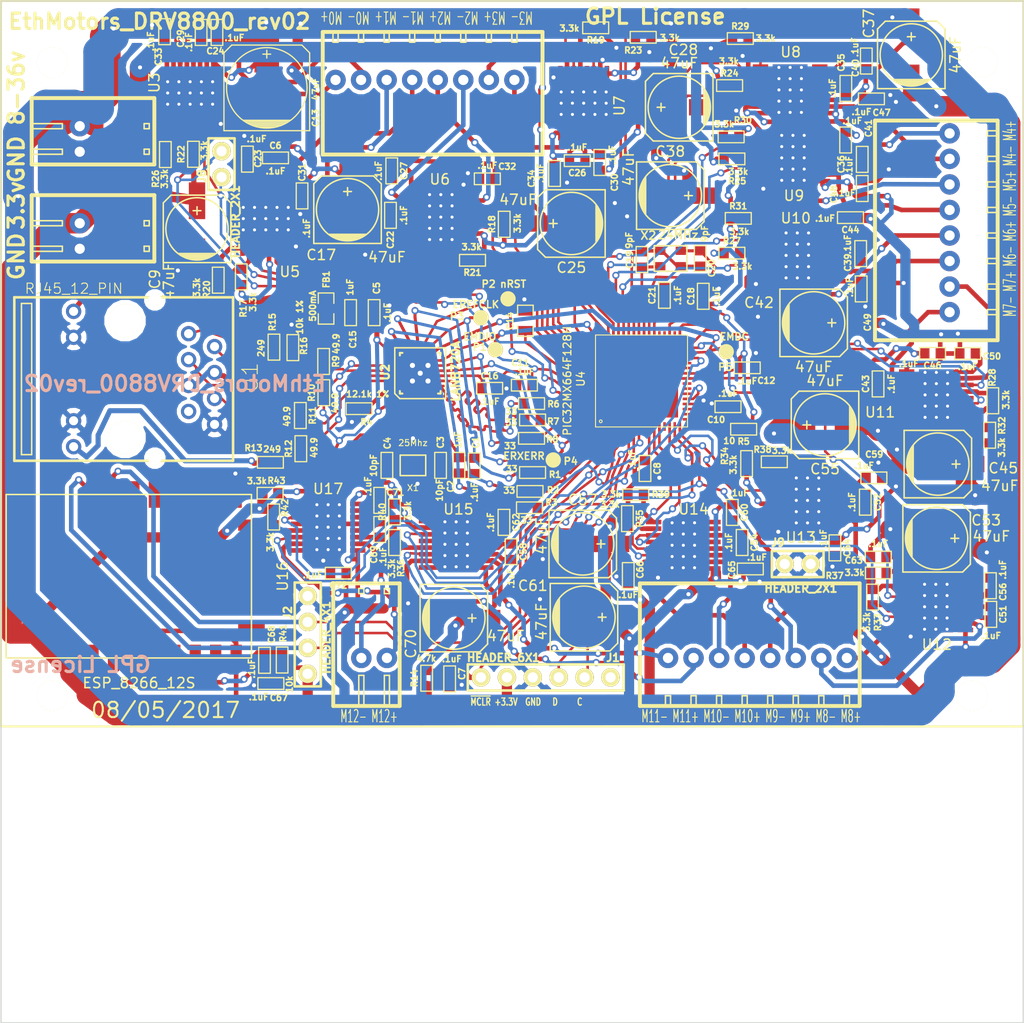
<source format=kicad_pcb>
(kicad_pcb (version 4) (host pcbnew 4.0.6-e0-6349~53~ubuntu16.04.1)
  (layers (0 F.Cu signal) (31 B.Cu signal) (34 B.Paste user) (35 F.Paste user) (36 B.SilkS user) (37 F.SilkS user) (38 B.Mask user) (39 F.Mask user) (44 Edge.Cuts user))
  (net 0 "")
  (net 1 AVDD)
  (net 2 ECRSDV)
  (net 3 EMDC)
  (net 4 EMDIO)
  (net 5 EREFCLK)
  (net 6 ERXD0)
  (net 7 ERXD1)
  (net 8 ERXERR)
  (net 9 ETXD0)
  (net 10 ETXD1)
  (net 11 ETXEN)
  (net 12 GND)
  (net 13 GreenLED)
  (net 14 M0+)
  (net 15 M0-)
  (net 16 M1+)
  (net 17 M1-)
  (net 18 M10+)
  (net 19 M10-)
  (net 20 M11+)
  (net 21 M11-)
  (net 22 M2+)
  (net 23 M2-)
  (net 24 M3+)
  (net 25 M3-)
  (net 26 M4+)
  (net 27 M4-)
  (net 28 M5+)
  (net 29 M5-)
  (net 30 M6+)
  (net 31 M6-)
  (net 32 M7+)
  (net 33 M7-)
  (net 34 M8+)
  (net 35 M8-)
  (net 36 M9+)
  (net 37 M9-)
  (net 38 PGEC1_RB1)
  (net 39 PGED1_RB0)
  (net 40 RB2)
  (net 41 RC13)
  (net 42 RC14)
  (net 43 RD0)
  (net 44 RD10)
  (net 45 RD11)
  (net 46 RD2)
  (net 47 RD3)
  (net 48 RD4)
  (net 49 RD5)
  (net 50 RD6)
  (net 51 RD7)
  (net 52 RD8)
  (net 53 RD9)
  (net 54 RF1)
  (net 55 RF3)
  (net 56 RF4)
  (net 57 RF5)
  (net 58 RG6)
  (net 59 RG7)
  (net 60 RG8)
  (net 61 RG9)
  (net 62 RXN)
  (net 63 RXP)
  (net 64 TXN)
  (net 65 TXP)
  (net 66 VDD)
  (net 67 VMotor)
  (net 68 YellowLED)
  (net 69 nRST)
  (net 70 ~MCLR~)
  (net 71 "Net-(C1-Pad1)")
  (net 72 "Net-(C3-Pad1)")
  (net 73 "Net-(C4-Pad2)")
  (net 74 "Net-(C6-Pad2)")
  (net 75 "Net-(C6-Pad1)")
  (net 76 "Net-(C10-Pad1)")
  (net 77 "Net-(C14-Pad1)")
  (net 78 "Net-(C19-Pad1)")
  (net 79 "Net-(C20-Pad1)")
  (net 80 "Net-(C22-Pad2)")
  (net 81 "Net-(C22-Pad1)")
  (net 82 "Net-(C23-Pad2)")
  (net 83 "Net-(C26-Pad2)")
  (net 84 "Net-(C26-Pad1)")
  (net 85 "Net-(C27-Pad2)")
  (net 86 "Net-(C29-Pad2)")
  (net 87 "Net-(C29-Pad1)")
  (net 88 "Net-(C30-Pad2)")
  (net 89 "Net-(C33-Pad2)")
  (net 90 "Net-(C35-Pad2)")
  (net 91 "Net-(C35-Pad1)")
  (net 92 "Net-(C36-Pad2)")
  (net 93 "Net-(C36-Pad1)")
  (net 94 "Net-(C39-Pad2)")
  (net 95 "Net-(C39-Pad1)")
  (net 96 "Net-(C40-Pad2)")
  (net 97 "Net-(C41-Pad2)")
  (net 98 "Net-(C43-Pad2)")
  (net 99 "Net-(C43-Pad1)")
  (net 100 "Net-(C44-Pad2)")
  (net 101 "Net-(C46-Pad2)")
  (net 102 "Net-(C51-Pad2)")
  (net 103 "Net-(C51-Pad1)")
  (net 104 "Net-(C52-Pad2)")
  (net 105 "Net-(C52-Pad1)")
  (net 106 "Net-(C54-Pad2)")
  (net 107 "Net-(C54-Pad1)")
  (net 108 "Net-(C56-Pad2)")
  (net 109 "Net-(C58-Pad2)")
  (net 110 "Net-(C58-Pad1)")
  (net 111 "Net-(C59-Pad2)")
  (net 112 "Net-(C60-Pad2)")
  (net 113 "Net-(C62-Pad2)")
  (net 114 "Net-(R1-Pad1)")
  (net 115 "Net-(R2-Pad1)")
  (net 116 "Net-(R3-Pad1)")
  (net 117 "Net-(R4-Pad1)")
  (net 118 "Net-(R6-Pad1)")
  (net 119 "Net-(R7-Pad1)")
  (net 120 "Net-(R8-Pad1)")
  (net 121 "Net-(R13-Pad2)")
  (net 122 "Net-(R15-Pad2)")
  (net 123 "Net-(R17-Pad2)")
  (net 124 "Net-(R18-Pad2)")
  (net 125 "Net-(R19-Pad2)")
  (net 126 "Net-(R20-Pad2)")
  (net 127 "Net-(R21-Pad2)")
  (net 128 "Net-(R22-Pad2)")
  (net 129 "Net-(R23-Pad2)")
  (net 130 "Net-(R24-Pad2)")
  (net 131 "Net-(R25-Pad2)")
  (net 132 "Net-(R26-Pad2)")
  (net 133 "Net-(R27-Pad2)")
  (net 134 "Net-(R28-Pad2)")
  (net 135 "Net-(R29-Pad2)")
  (net 136 "Net-(R30-Pad2)")
  (net 137 "Net-(R31-Pad2)")
  (net 138 "Net-(R32-Pad2)")
  (net 139 "Net-(R33-Pad2)")
  (net 140 "Net-(R34-Pad2)")
  (net 141 "Net-(R35-Pad2)")
  (net 142 "Net-(R36-Pad2)")
  (net 143 "Net-(R37-Pad2)")
  (net 144 "Net-(R38-Pad2)")
  (net 145 "Net-(R39-Pad2)")
  (net 146 "Net-(R40-Pad2)")
  (net 147 "Net-(C68-Pad1)")
  (net 148 U5RX)
  (net 149 U5TX)
  (net 150 "Net-(C69-Pad2)")
  (net 151 "Net-(C69-Pad1)")
  (net 152 "Net-(C71-Pad2)")
  (net 153 M12+)
  (net 154 M12-)
  (net 155 "Net-(R42-Pad2)")
  (net 156 "Net-(R43-Pad2)")
  (net 157 RB4)
  (net 158 RB5)
  (net 159 "Net-(J1-Pad6)")
  (net 160 "Net-(U1-Pad7)")
  (net 161 "Net-(U3-Pad15)")
  (net 162 "Net-(U3-Pad16)")
  (net 163 "Net-(U4-Pad13)")
  (net 164 "Net-(U4-Pad36)")
  (net 165 "Net-(U4-Pad37)")
  (net 166 "Net-(U4-Pad34)")
  (net 167 "Net-(U4-Pad28)")
  (net 168 "Net-(U4-Pad27)")
  (net 169 "Net-(U4-Pad22)")
  (net 170 "Net-(U4-Pad24)")
  (net 171 "Net-(U4-Pad23)")
  (net 172 "Net-(U4-Pad18)")
  (net 173 "Net-(U4-Pad17)")
  (net 174 "Net-(U5-Pad15)")
  (net 175 "Net-(U5-Pad16)")
  (net 176 "Net-(U6-Pad15)")
  (net 177 "Net-(U6-Pad16)")
  (net 178 "Net-(U7-Pad15)")
  (net 179 "Net-(U7-Pad16)")
  (net 180 "Net-(U8-Pad15)")
  (net 181 "Net-(U8-Pad16)")
  (net 182 "Net-(U9-Pad15)")
  (net 183 "Net-(U9-Pad16)")
  (net 184 "Net-(U10-Pad15)")
  (net 185 "Net-(U10-Pad16)")
  (net 186 "Net-(U11-Pad15)")
  (net 187 "Net-(U11-Pad16)")
  (net 188 "Net-(U12-Pad15)")
  (net 189 "Net-(U12-Pad16)")
  (net 190 "Net-(U13-Pad15)")
  (net 191 "Net-(U13-Pad16)")
  (net 192 "Net-(U14-Pad15)")
  (net 193 "Net-(U14-Pad16)")
  (net 194 "Net-(U15-Pad15)")
  (net 195 "Net-(U15-Pad16)")
  (net 196 "Net-(U16-Pad14)")
  (net 197 "Net-(U16-Pad13)")
  (net 198 "Net-(U16-Pad12)")
  (net 199 "Net-(U16-Pad9)")
  (net 200 "Net-(U16-Pad10)")
  (net 201 "Net-(U16-Pad11)")
  (net 202 "Net-(U16-Pad19)")
  (net 203 "Net-(U16-Pad20)")
  (net 204 "Net-(U16-Pad16)")
  (net 205 "Net-(U16-Pad17)")
  (net 206 "Net-(U16-Pad18)")
  (net 207 "Net-(U16-Pad5)")
  (net 208 "Net-(U16-Pad6)")
  (net 209 "Net-(U16-Pad7)")
  (net 210 "Net-(U16-Pad4)")
  (net 211 "Net-(U16-Pad2)")
  (net 212 "Net-(U17-Pad15)")
  (net 213 "Net-(U17-Pad16)")
  (module ted_connectors:TED_TERMINAL_SPRING_2.54MM_8PIN_1989803 (layer F.Cu) (at 127.475 62.025 180)
    (fp_text reference J7 hide)
    (fp_text value TERMINAL_8X1 hide)
    (pad 4 thru_hole circle (at -1.25 1.3 180) (size 2 2) (drill 1) (layers *.Cu *.Mask) (net 22 M2+))
    (pad 3 thru_hole circle (at -3.75 1.3 180) (size 2 2) (drill 1) (layers *.Cu *.Mask) (net 23 M2-))
    (pad 7 thru_hole circle (at 6.25 1.3 180) (size 2 2) (drill 1) (layers *.Cu *.Mask) (net 15 M0-))
    (pad 8 thru_hole circle (at 8.75 1.3 180) (size 2 2) (drill 1) (layers *.Cu *.Mask) (net 14 M0+))
    (pad 6 thru_hole circle (at 3.75 1.3 180) (size 2 2) (drill 1) (layers *.Cu *.Mask) (net 16 M1+))
    (pad 5 thru_hole circle (at 1.25 1.3 180) (size 2 2) (drill 1) (layers *.Cu *.Mask) (net 17 M1-))
    (pad 1 thru_hole circle (at -8.75 1.3 180) (size 2 2) (drill 1) (layers *.Cu *.Mask) (net 25 M3-))
    (pad 2 thru_hole circle (at -6.25 1.3 180) (size 2 2) (drill 1) (layers *.Cu *.Mask) (net 24 M3+))
  )
  (module ted_capacitors:TED_SM0603_C (layer F.Cu) (at 132.3 98.5 270)
    (fp_text reference C1 (at -2.3 -0.15 270) (layer F.SilkS) (effects (font (size 0.6 0.6))))
    (fp_text value .1uF (at 2.575 -0.025 270) (layer F.SilkS) (effects (font (size 0.6 0.6))))
    (pad 2 smd rect (at 0.75184 0 270) (size 0.89916 1.00076) (layers F.Cu F.Paste F.Mask) (net 12 GND) (clearance 0.1))
    (pad 1 smd rect (at -0.75184 0 270) (size 0.9 1) (layers F.Cu F.Paste F.Mask) (net 71 "Net-(C1-Pad1)") (clearance 0.1))
  )
  (module ted_capacitors:TED_SM0603_C (layer F.Cu) (at 130.8 98.45 270)
    (fp_text reference C2 (at 2.05 0.8 270) (layer F.SilkS) (effects (font (size 0.6 0.6))))
    (fp_text value 1uF (at -2.5 0.1 270) (layer F.SilkS) (effects (font (size 0.6 0.6))))
    (pad 2 smd rect (at 0.75184 0 270) (size 0.89916 1.00076) (layers F.Cu F.Paste F.Mask) (net 12 GND) (clearance 0.1))
    (pad 1 smd rect (at -0.75184 0 270) (size 0.9 1) (layers F.Cu F.Paste F.Mask) (net 71 "Net-(C1-Pad1)") (clearance 0.1))
  )
  (module ted_capacitors:TED_SM0603_C (layer F.Cu) (at 129 98.45 270)
    (fp_text reference C3 (at -2.25 0 270) (layer F.SilkS) (effects (font (size 0.6 0.6))))
    (fp_text value 10pF (at 2.425 0.1 270) (layer F.SilkS) (effects (font (size 0.6 0.6))))
    (pad 2 smd rect (at 0.75184 0 270) (size 0.89916 1.00076) (layers F.Cu F.Paste F.Mask) (net 12 GND) (clearance 0.1))
    (pad 1 smd rect (at -0.75184 0 270) (size 0.9 1) (layers F.Cu F.Paste F.Mask) (net 72 "Net-(C3-Pad1)") (clearance 0.1))
  )
  (module ted_capacitors:TED_SM0603_C (layer F.Cu) (at 123.75 98.45 270)
    (fp_text reference C4 (at -2.175 -0.05 270) (layer F.SilkS) (effects (font (size 0.6 0.6))))
    (fp_text value 10pF (at 0 1.3 270) (layer F.SilkS) (effects (font (size 0.6 0.6))))
    (pad 2 smd rect (at 0.75184 0 270) (size 0.89916 1.00076) (layers F.Cu F.Paste F.Mask) (net 73 "Net-(C4-Pad2)") (clearance 0.1))
    (pad 1 smd rect (at -0.75184 0 270) (size 0.9 1) (layers F.Cu F.Paste F.Mask) (net 12 GND) (clearance 0.1))
  )
  (module ted_capacitors:TED_SM0603_C (layer F.Cu) (at 122.5 83.5 90)
    (fp_text reference C5 (at 2.4 0.25 90) (layer F.SilkS) (effects (font (size 0.6 0.6))))
    (fp_text value .1uF (at 0 1.3 90) (layer F.SilkS) (effects (font (size 0.6 0.6))))
    (pad 2 smd rect (at 0.75184 0 90) (size 0.89916 1.00076) (layers F.Cu F.Paste F.Mask) (net 12 GND) (clearance 0.1))
    (pad 1 smd rect (at -0.75184 0 90) (size 0.9 1) (layers F.Cu F.Paste F.Mask) (net 1 AVDD) (clearance 0.1))
  )
  (module ted_capacitors:TED_SM0603_C (layer F.Cu) (at 112.85 68.35)
    (fp_text reference C6 (at 0 -1.2) (layer F.SilkS) (effects (font (size 0.6 0.6))))
    (fp_text value .1uF (at 0 1.3) (layer F.SilkS) (effects (font (size 0.6 0.6))))
    (pad 2 smd rect (at 0.75184 0) (size 0.89916 1.00076) (layers F.Cu F.Paste F.Mask) (net 74 "Net-(C6-Pad2)") (clearance 0.1))
    (pad 1 smd rect (at -0.75184 0) (size 0.9 1) (layers F.Cu F.Paste F.Mask) (net 75 "Net-(C6-Pad1)") (clearance 0.1))
  )
  (module ted_capacitors:TED_SM0603_C (layer F.Cu) (at 129.89 119.35 270)
    (fp_text reference C7 (at -0.5 -1.21 270) (layer F.SilkS) (effects (font (size 0.6 0.6))))
    (fp_text value .1uF (at -1.95 -0.21 360) (layer F.SilkS) (effects (font (size 0.6 0.6))))
    (pad 2 smd rect (at 0.75184 0 270) (size 0.89916 1.00076) (layers F.Cu F.Paste F.Mask) (net 12 GND) (clearance 0.1))
    (pad 1 smd rect (at -0.75184 0 270) (size 0.9 1) (layers F.Cu F.Paste F.Mask) (net 70 ~MCLR~) (clearance 0.1))
  )
  (module ted_capacitors:TED_SM0603_C (layer F.Cu) (at 149 98.75 270)
    (fp_text reference C8 (at 0 -1.2 270) (layer F.SilkS) (effects (font (size 0.6 0.6))))
    (fp_text value .1uF (at -0.875 1.25 270) (layer F.SilkS) (effects (font (size 0.6 0.6))))
    (pad 2 smd rect (at 0.75184 0 270) (size 0.89916 1.00076) (layers F.Cu F.Paste F.Mask) (net 12 GND) (clearance 0.1))
    (pad 1 smd rect (at -0.75184 0 270) (size 0.9 1) (layers F.Cu F.Paste F.Mask) (net 66 VDD) (clearance 0.1))
  )
  (module ted_capacitors:TED_SM0603_C (layer F.Cu) (at 157.12 92.71 180)
    (fp_text reference C10 (at 1.164 -1.27 180) (layer F.SilkS) (effects (font (size 0.6 0.6))))
    (fp_text value .1uF (at 0 1.3 180) (layer F.SilkS) (effects (font (size 0.6 0.6))))
    (pad 2 smd rect (at 0.75184 0 180) (size 0.89916 1.00076) (layers F.Cu F.Paste F.Mask) (net 12 GND) (clearance 0.1))
    (pad 1 smd rect (at -0.75184 0 180) (size 0.9 1) (layers F.Cu F.Paste F.Mask) (net 76 "Net-(C10-Pad1)") (clearance 0.1))
  )
  (module ted_capacitors:TED_SM0603_C (layer F.Cu) (at 137.2 90.6 180)
    (fp_text reference C11 (at 0.4 2.2 180) (layer F.SilkS) (effects (font (size 0.6 0.6))))
    (fp_text value .1uF (at 0 1.3 180) (layer F.SilkS) (effects (font (size 0.6 0.6))))
    (pad 2 smd rect (at 0.75184 0 180) (size 0.89916 1.00076) (layers F.Cu F.Paste F.Mask) (net 12 GND) (clearance 0.1))
    (pad 1 smd rect (at -0.75184 0 180) (size 0.9 1) (layers F.Cu F.Paste F.Mask) (net 66 VDD) (clearance 0.1))
  )
  (module ted_capacitors:TED_SM0603_C (layer F.Cu) (at 159 88.9)
    (fp_text reference C12 (at 1.875 1.25) (layer F.SilkS) (effects (font (size 0.6 0.6))))
    (fp_text value .1uF (at 0 1.3) (layer F.SilkS) (effects (font (size 0.6 0.6))))
    (pad 2 smd rect (at 0.75184 0) (size 0.89916 1.00076) (layers F.Cu F.Paste F.Mask) (net 12 GND) (clearance 0.1))
    (pad 1 smd rect (at -0.75184 0) (size 0.9 1) (layers F.Cu F.Paste F.Mask) (net 66 VDD) (clearance 0.1))
  )
  (module ted_capacitors:TED_c_elec_8x10 (layer F.Cu) (at 112 61.5 90)
    (fp_text reference C13 (at -2.95 4.775 90) (layer F.SilkS) (effects (font (size 0.6 0.6))))
    (fp_text value 47uF (at -0.125 4.775 90) (layer F.SilkS) (effects (font (size 0.6 0.6))))
    (pad 1 smd rect (at 3.2512 0 90) (size 3.50012 2.4003) (layers F.Cu F.Paste F.Mask) (net 67 VMotor))
    (pad 2 smd rect (at -3.2512 0 90) (size 3.50012 2.4003) (layers F.Cu F.Paste F.Mask) (net 12 GND))
  )
  (module ted_capacitors:TED_SM0805_C (layer F.Cu) (at 137.3 84.3 90)
    (fp_text reference C14 (at 0 -1.5 90) (layer F.SilkS) (effects (font (size 0.6 0.6))))
    (fp_text value "10uF (low ESR 1ohm)" hide)
    (pad 1 smd rect (at -0.9525 0 90) (size 0.889 1.397) (layers F.Cu F.Paste F.Mask) (net 77 "Net-(C14-Pad1)"))
    (pad 2 smd rect (at 0.9525 0 90) (size 0.889 1.397) (layers F.Cu F.Paste F.Mask) (net 12 GND))
  )
  (module ted_capacitors:TED_SM0603_C (layer F.Cu) (at 120.2 83.5 90)
    (fp_text reference C15 (at -2.625 0.225 90) (layer F.SilkS) (effects (font (size 0.6 0.6))))
    (fp_text value 1uF (at 2.5 -0.05 90) (layer F.SilkS) (effects (font (size 0.6 0.6))))
    (pad 2 smd rect (at 0.75184 0 90) (size 0.89916 1.00076) (layers F.Cu F.Paste F.Mask) (net 12 GND) (clearance 0.1))
    (pad 1 smd rect (at -0.75184 0 90) (size 0.9 1) (layers F.Cu F.Paste F.Mask) (net 1 AVDD) (clearance 0.1))
  )
  (module ted_capacitors:TED_SM0603_C (layer F.Cu) (at 133.8 90.9)
    (fp_text reference C16 (at 0 -1.2) (layer F.SilkS) (effects (font (size 0.6 0.6))))
    (fp_text value .1uF (at 0 1.3) (layer F.SilkS) (effects (font (size 0.6 0.6))))
    (pad 2 smd rect (at 0.75184 0) (size 0.89916 1.00076) (layers F.Cu F.Paste F.Mask) (net 12 GND) (clearance 0.1))
    (pad 1 smd rect (at -0.75184 0) (size 0.9 1) (layers F.Cu F.Paste F.Mask) (net 66 VDD) (clearance 0.1))
  )
  (module ted_capacitors:TED_SM0603_C (layer F.Cu) (at 154.7 81.9 90)
    (fp_text reference C18 (at 0 -1.2 90) (layer F.SilkS) (effects (font (size 0.6 0.6))))
    (fp_text value .1uF (at 0 1.3 90) (layer F.SilkS) (effects (font (size 0.6 0.6))))
    (pad 2 smd rect (at 0.75184 0 90) (size 0.89916 1.00076) (layers F.Cu F.Paste F.Mask) (net 12 GND) (clearance 0.1))
    (pad 1 smd rect (at -0.75184 0 90) (size 0.9 1) (layers F.Cu F.Paste F.Mask) (net 66 VDD) (clearance 0.1))
  )
  (module ted_capacitors:TED_SM0603_C (layer F.Cu) (at 148.7 78.3 90)
    (fp_text reference C19 (at 0 -1.2 90) (layer F.SilkS) (effects (font (size 0.6 0.6))))
    (fp_text value 9pF (at 1.875 -1.25 90) (layer F.SilkS) (effects (font (size 0.6 0.6))))
    (pad 2 smd rect (at 0.75184 0 90) (size 0.89916 1.00076) (layers F.Cu F.Paste F.Mask) (net 12 GND) (clearance 0.1))
    (pad 1 smd rect (at -0.75184 0 90) (size 0.9 1) (layers F.Cu F.Paste F.Mask) (net 78 "Net-(C19-Pad1)") (clearance 0.1))
  )
  (module ted_capacitors:TED_SM0603_C (layer F.Cu) (at 154.4 78.2 270)
    (fp_text reference C20 (at 0.95 -1.125 270) (layer F.SilkS) (effects (font (size 0.6 0.6))))
    (fp_text value 9pF (at -2.45 -0.45 270) (layer F.SilkS) (effects (font (size 0.6 0.6))))
    (pad 2 smd rect (at 0.75184 0 270) (size 0.89916 1.00076) (layers F.Cu F.Paste F.Mask) (net 12 GND) (clearance 0.1))
    (pad 1 smd rect (at -0.75184 0 270) (size 0.9 1) (layers F.Cu F.Paste F.Mask) (net 79 "Net-(C20-Pad1)") (clearance 0.1))
  )
  (module ted_capacitors:TED_SM0603_C (layer F.Cu) (at 150.9 81.8 90)
    (fp_text reference C21 (at 0 -1.2 90) (layer F.SilkS) (effects (font (size 0.6 0.6))))
    (fp_text value .1uF (at 0 1.3 90) (layer F.SilkS) (effects (font (size 0.6 0.6))))
    (pad 2 smd rect (at 0.75184 0 90) (size 0.89916 1.00076) (layers F.Cu F.Paste F.Mask) (net 12 GND) (clearance 0.1))
    (pad 1 smd rect (at -0.75184 0 90) (size 0.9 1) (layers F.Cu F.Paste F.Mask) (net 66 VDD) (clearance 0.1))
  )
  (module ted_capacitors:TED_SM0603_C (layer F.Cu) (at 124.1 73.975 90)
    (fp_text reference C22 (at -2.4 0 90) (layer F.SilkS) (effects (font (size 0.6 0.6))))
    (fp_text value .1uF (at 0 1.3 90) (layer F.SilkS) (effects (font (size 0.6 0.6))))
    (pad 2 smd rect (at 0.75184 0 90) (size 0.89916 1.00076) (layers F.Cu F.Paste F.Mask) (net 80 "Net-(C22-Pad2)") (clearance 0.1))
    (pad 1 smd rect (at -0.75184 0 90) (size 0.9 1) (layers F.Cu F.Paste F.Mask) (net 81 "Net-(C22-Pad1)") (clearance 0.1))
  )
  (module ted_capacitors:TED_SM0603_C (layer F.Cu) (at 110.1 68.475 270)
    (fp_text reference C23 (at -0.05 -1.05 270) (layer F.SilkS) (effects (font (size 0.6 0.6))))
    (fp_text value .1uF (at -1.975 -0.9 360) (layer F.SilkS) (effects (font (size 0.6 0.6))))
    (pad 2 smd rect (at 0.75184 0 270) (size 0.89916 1.00076) (layers F.Cu F.Paste F.Mask) (net 82 "Net-(C23-Pad2)") (clearance 0.1))
    (pad 1 smd rect (at -0.75184 0 270) (size 0.9 1) (layers F.Cu F.Paste F.Mask) (net 67 VMotor) (clearance 0.1))
  )
  (module ted_capacitors:TED_SM0603_C (layer F.Cu) (at 107.125 56.075 90)
    (fp_text reference C24 (at -1.825 -0.15 180) (layer F.SilkS) (effects (font (size 0.6 0.6))))
    (fp_text value .1uF (at -0.525 1.7 180) (layer F.SilkS) (effects (font (size 0.6 0.6))))
    (pad 2 smd rect (at 0.75184 0 90) (size 0.89916 1.00076) (layers F.Cu F.Paste F.Mask) (net 12 GND) (clearance 0.1))
    (pad 1 smd rect (at -0.75184 0 90) (size 0.9 1) (layers F.Cu F.Paste F.Mask) (net 67 VMotor) (clearance 0.1))
  )
  (module ted_capacitors:TED_SM0603_C (layer F.Cu) (at 142.375 68.625 180)
    (fp_text reference C26 (at 0 -1.2 180) (layer F.SilkS) (effects (font (size 0.6 0.6))))
    (fp_text value .1uF (at 0 1.3 180) (layer F.SilkS) (effects (font (size 0.6 0.6))))
    (pad 2 smd rect (at 0.75184 0 180) (size 0.89916 1.00076) (layers F.Cu F.Paste F.Mask) (net 83 "Net-(C26-Pad2)") (clearance 0.1))
    (pad 1 smd rect (at -0.75184 0 180) (size 0.9 1) (layers F.Cu F.Paste F.Mask) (net 84 "Net-(C26-Pad1)") (clearance 0.1))
  )
  (module ted_capacitors:TED_SM0603_C (layer F.Cu) (at 124.225 69.625 270)
    (fp_text reference C27 (at 0 -1.2 270) (layer F.SilkS) (effects (font (size 0.6 0.6))))
    (fp_text value .1uF (at 0 1.3 270) (layer F.SilkS) (effects (font (size 0.6 0.6))))
    (pad 2 smd rect (at 0.75184 0 270) (size 0.89916 1.00076) (layers F.Cu F.Paste F.Mask) (net 85 "Net-(C27-Pad2)") (clearance 0.1))
    (pad 1 smd rect (at -0.75184 0 270) (size 0.9 1) (layers F.Cu F.Paste F.Mask) (net 67 VMotor) (clearance 0.1))
  )
  (module ted_capacitors:TED_SM0603_C (layer F.Cu) (at 105.575 56.075 270)
    (fp_text reference C29 (at 0.6 2 270) (layer F.SilkS) (effects (font (size 0.6 0.6))))
    (fp_text value .1uF (at 0.95 1.2 270) (layer F.SilkS) (effects (font (size 0.6 0.6))))
    (pad 2 smd rect (at 0.75184 0 270) (size 0.89916 1.00076) (layers F.Cu F.Paste F.Mask) (net 86 "Net-(C29-Pad2)") (clearance 0.1))
    (pad 1 smd rect (at -0.75184 0 270) (size 0.9 1) (layers F.Cu F.Paste F.Mask) (net 87 "Net-(C29-Pad1)") (clearance 0.1))
  )
  (module ted_capacitors:TED_SM0603_C (layer F.Cu) (at 144.575 68.8 90)
    (fp_text reference C30 (at -1.95 1.45 90) (layer F.SilkS) (effects (font (size 0.6 0.6))))
    (fp_text value .1uF (at 0.725 1.25 90) (layer F.SilkS) (effects (font (size 0.6 0.6))))
    (pad 2 smd rect (at 0.75184 0 90) (size 0.89916 1.00076) (layers F.Cu F.Paste F.Mask) (net 88 "Net-(C30-Pad2)") (clearance 0.1))
    (pad 1 smd rect (at -0.75184 0 90) (size 0.9 1) (layers F.Cu F.Paste F.Mask) (net 67 VMotor) (clearance 0.1))
  )
  (module ted_capacitors:TED_SM0603_C (layer F.Cu) (at 115.45 72.075 270)
    (fp_text reference C31 (at -2.3 0 270) (layer F.SilkS) (effects (font (size 0.6 0.6))))
    (fp_text value .1uF (at 3.175 -0.45 270) (layer F.SilkS) (effects (font (size 0.6 0.6))))
    (pad 2 smd rect (at 0.75184 0 270) (size 0.89916 1.00076) (layers F.Cu F.Paste F.Mask) (net 12 GND) (clearance 0.1))
    (pad 1 smd rect (at -0.75184 0 270) (size 0.9 1) (layers F.Cu F.Paste F.Mask) (net 67 VMotor) (clearance 0.1))
  )
  (module ted_capacitors:TED_SM0603_C (layer F.Cu) (at 133.575 70.4 180)
    (fp_text reference C32 (at -1.95 1.2 180) (layer F.SilkS) (effects (font (size 0.6 0.6))))
    (fp_text value .1uF (at 0 1.3 180) (layer F.SilkS) (effects (font (size 0.6 0.6))))
    (pad 2 smd rect (at 0.75184 0 180) (size 0.89916 1.00076) (layers F.Cu F.Paste F.Mask) (net 12 GND) (clearance 0.1))
    (pad 1 smd rect (at -0.75184 0 180) (size 0.9 1) (layers F.Cu F.Paste F.Mask) (net 67 VMotor) (clearance 0.1))
  )
  (module ted_capacitors:TED_SM0603_C (layer F.Cu) (at 102 56 270)
    (fp_text reference C33 (at 2.45 0.6 270) (layer F.SilkS) (effects (font (size 0.6 0.6))))
    (fp_text value .1uF (at 0.95 1.35 270) (layer F.SilkS) (effects (font (size 0.6 0.6))))
    (pad 2 smd rect (at 0.75184 0 270) (size 0.89916 1.00076) (layers F.Cu F.Paste F.Mask) (net 89 "Net-(C33-Pad2)") (clearance 0.1))
    (pad 1 smd rect (at -0.75184 0 270) (size 0.9 1) (layers F.Cu F.Paste F.Mask) (net 67 VMotor) (clearance 0.1))
  )
  (module ted_capacitors:TED_SM0603_C (layer F.Cu) (at 140.15 69.875 270)
    (fp_text reference C34 (at 0.5 2.25 270) (layer F.SilkS) (effects (font (size 0.6 0.6))))
    (fp_text value .1uF (at -0.025 1.35 270) (layer F.SilkS) (effects (font (size 0.6 0.6))))
    (pad 2 smd rect (at 0.75184 0 270) (size 0.89916 1.00076) (layers F.Cu F.Paste F.Mask) (net 12 GND) (clearance 0.1))
    (pad 1 smd rect (at -0.75184 0 270) (size 0.9 1) (layers F.Cu F.Paste F.Mask) (net 67 VMotor) (clearance 0.1))
  )
  (module ted_capacitors:TED_SM0603_C (layer F.Cu) (at 168.65 61.55 270)
    (fp_text reference C35 (at -2.525 0.45 270) (layer F.SilkS) (effects (font (size 0.6 0.6))))
    (fp_text value .1uF (at 0 1.3 270) (layer F.SilkS) (effects (font (size 0.6 0.6))))
    (pad 2 smd rect (at 0.75184 0 270) (size 0.89916 1.00076) (layers F.Cu F.Paste F.Mask) (net 90 "Net-(C35-Pad2)") (clearance 0.1))
    (pad 1 smd rect (at -0.75184 0 270) (size 0.9 1) (layers F.Cu F.Paste F.Mask) (net 91 "Net-(C35-Pad1)") (clearance 0.1))
  )
  (module ted_capacitors:TED_SM0603_C (layer F.Cu) (at 170.25 68.5 270)
    (fp_text reference C36 (at 0.475 2.05 270) (layer F.SilkS) (effects (font (size 0.6 0.6))))
    (fp_text value .1uF (at 0.625 1.275 270) (layer F.SilkS) (effects (font (size 0.6 0.6))))
    (pad 2 smd rect (at 0.75184 0 270) (size 0.89916 1.00076) (layers F.Cu F.Paste F.Mask) (net 92 "Net-(C36-Pad2)") (clearance 0.1))
    (pad 1 smd rect (at -0.75184 0 270) (size 0.9 1) (layers F.Cu F.Paste F.Mask) (net 93 "Net-(C36-Pad1)") (clearance 0.1))
  )
  (module ted_capacitors:TED_SM0603_C (layer F.Cu) (at 170.1 77.725 270)
    (fp_text reference C39 (at 0.875 1.25 270) (layer F.SilkS) (effects (font (size 0.6 0.6))))
    (fp_text value .1uF (at -0.9 1.275 270) (layer F.SilkS) (effects (font (size 0.6 0.6))))
    (pad 2 smd rect (at 0.75184 0 270) (size 0.89916 1.00076) (layers F.Cu F.Paste F.Mask) (net 94 "Net-(C39-Pad2)") (clearance 0.1))
    (pad 1 smd rect (at -0.75184 0 270) (size 0.9 1) (layers F.Cu F.Paste F.Mask) (net 95 "Net-(C39-Pad1)") (clearance 0.1))
  )
  (module ted_capacitors:TED_SM0603_C (layer F.Cu) (at 170.65 58.875 90)
    (fp_text reference C40 (at -0.675 -1.05 90) (layer F.SilkS) (effects (font (size 0.6 0.6))))
    (fp_text value .1uF (at 1.35 -1.1 90) (layer F.SilkS) (effects (font (size 0.6 0.6))))
    (pad 2 smd rect (at 0.75184 0 90) (size 0.89916 1.00076) (layers F.Cu F.Paste F.Mask) (net 96 "Net-(C40-Pad2)") (clearance 0.1))
    (pad 1 smd rect (at -0.75184 0 90) (size 0.9 1) (layers F.Cu F.Paste F.Mask) (net 67 VMotor) (clearance 0.1))
  )
  (module ted_capacitors:TED_SM0603_C (layer F.Cu) (at 168.625 66.6 270)
    (fp_text reference C41 (at -1.15 -2.25 270) (layer F.SilkS) (effects (font (size 0.6 0.6))))
    (fp_text value .1uF (at -1.875 -0.65 360) (layer F.SilkS) (effects (font (size 0.6 0.6))))
    (pad 2 smd rect (at 0.75184 0 270) (size 0.89916 1.00076) (layers F.Cu F.Paste F.Mask) (net 97 "Net-(C41-Pad2)") (clearance 0.1))
    (pad 1 smd rect (at -0.75184 0 270) (size 0.9 1) (layers F.Cu F.Paste F.Mask) (net 67 VMotor) (clearance 0.1))
  )
  (module ted_capacitors:TED_SM0603_C (layer F.Cu) (at 171.8 90.475 90)
    (fp_text reference C43 (at 0 -1.2 90) (layer F.SilkS) (effects (font (size 0.6 0.6))))
    (fp_text value .1uF (at 0 1.3 90) (layer F.SilkS) (effects (font (size 0.6 0.6))))
    (pad 2 smd rect (at 0.75184 0 90) (size 0.89916 1.00076) (layers F.Cu F.Paste F.Mask) (net 98 "Net-(C43-Pad2)") (clearance 0.1))
    (pad 1 smd rect (at -0.75184 0 90) (size 0.9 1) (layers F.Cu F.Paste F.Mask) (net 99 "Net-(C43-Pad1)") (clearance 0.1))
  )
  (module ted_capacitors:TED_SM0603_C (layer F.Cu) (at 169.1 74.2 180)
    (fp_text reference C44 (at 0 -1.2 180) (layer F.SilkS) (effects (font (size 0.6 0.6))))
    (fp_text value .1uF (at 2.5 -0.075 180) (layer F.SilkS) (effects (font (size 0.6 0.6))))
    (pad 2 smd rect (at 0.75184 0 180) (size 0.89916 1.00076) (layers F.Cu F.Paste F.Mask) (net 100 "Net-(C44-Pad2)") (clearance 0.1))
    (pad 1 smd rect (at -0.75184 0 180) (size 0.9 1) (layers F.Cu F.Paste F.Mask) (net 67 VMotor) (clearance 0.1))
  )
  (module ted_capacitors:TED_SM0603_C (layer F.Cu) (at 177.13 87.48 180)
    (fp_text reference C46 (at 0 -1.2 180) (layer F.SilkS) (effects (font (size 0.6 0.6))))
    (fp_text value .1uF (at 2.33 -1.02 180) (layer F.SilkS) (effects (font (size 0.6 0.6))))
    (pad 2 smd rect (at 0.75184 0 180) (size 0.89916 1.00076) (layers F.Cu F.Paste F.Mask) (net 101 "Net-(C46-Pad2)") (clearance 0.1))
    (pad 1 smd rect (at -0.75184 0 180) (size 0.9 1) (layers F.Cu F.Paste F.Mask) (net 67 VMotor) (clearance 0.1))
  )
  (module ted_capacitors:TED_SM0603_C (layer F.Cu) (at 171.15 62.575)
    (fp_text reference C47 (at 1 1.35) (layer F.SilkS) (effects (font (size 0.6 0.6))))
    (fp_text value .1uF (at -0.975 1.275) (layer F.SilkS) (effects (font (size 0.6 0.6))))
    (pad 2 smd rect (at 0.75184 0) (size 0.89916 1.00076) (layers F.Cu F.Paste F.Mask) (net 12 GND) (clearance 0.1))
    (pad 1 smd rect (at -0.75184 0) (size 0.9 1) (layers F.Cu F.Paste F.Mask) (net 67 VMotor) (clearance 0.1))
  )
  (module ted_capacitors:TED_SM0603_C (layer F.Cu) (at 170.25 71.35 90)
    (fp_text reference C48 (at -0.575 -2.775 90) (layer F.SilkS) (effects (font (size 0.6 0.6))))
    (fp_text value .1uF (at -0.45 -1.625 180) (layer F.SilkS) (effects (font (size 0.6 0.6))))
    (pad 2 smd rect (at 0.75184 0 90) (size 0.89916 1.00076) (layers F.Cu F.Paste F.Mask) (net 12 GND) (clearance 0.1))
    (pad 1 smd rect (at -0.75184 0 90) (size 0.9 1) (layers F.Cu F.Paste F.Mask) (net 67 VMotor) (clearance 0.1))
  )
  (module ted_capacitors:TED_SM0603_C (layer F.Cu) (at 170.15 81.175 270)
    (fp_text reference C49 (at 3.275 -0.625 450) (layer F.SilkS) (effects (font (size 0.6 0.6))))
    (fp_text value .1uF (at -0.15 1.125 270) (layer F.SilkS) (effects (font (size 0.6 0.6))))
    (pad 2 smd rect (at 0.75184 0 270) (size 0.89916 1.00076) (layers F.Cu F.Paste F.Mask) (net 12 GND) (clearance 0.1))
    (pad 1 smd rect (at -0.75184 0 270) (size 0.9 1) (layers F.Cu F.Paste F.Mask) (net 67 VMotor) (clearance 0.1))
  )
  (module ted_capacitors:TED_SM0603_C (layer F.Cu) (at 180.56 87.5)
    (fp_text reference C50 (at 2.39 0.275) (layer F.SilkS) (effects (font (size 0.6 0.6))))
    (fp_text value .1uF (at 0 1.3) (layer F.SilkS) (effects (font (size 0.6 0.6))))
    (pad 2 smd rect (at 0.75184 0) (size 0.89916 1.00076) (layers F.Cu F.Paste F.Mask) (net 12 GND) (clearance 0.1))
    (pad 1 smd rect (at -0.75184 0) (size 0.9 1) (layers F.Cu F.Paste F.Mask) (net 67 VMotor) (clearance 0.1))
  )
  (module ted_capacitors:TED_SM0603_C (layer F.Cu) (at 182.83 113.03 270)
    (fp_text reference C51 (at 0 -1.2 270) (layer F.SilkS) (effects (font (size 0.6 0.6))))
    (fp_text value .1uF (at 2.095 -0.02 360) (layer F.SilkS) (effects (font (size 0.6 0.6))))
    (pad 2 smd rect (at 0.75184 0 270) (size 0.89916 1.00076) (layers F.Cu F.Paste F.Mask) (net 102 "Net-(C51-Pad2)") (clearance 0.1))
    (pad 1 smd rect (at -0.75184 0 270) (size 0.9 1) (layers F.Cu F.Paste F.Mask) (net 103 "Net-(C51-Pad1)") (clearance 0.1))
  )
  (module ted_capacitors:TED_SM0603_C (layer F.Cu) (at 170.55 102.05 270)
    (fp_text reference C52 (at 0 -1.2 270) (layer F.SilkS) (effects (font (size 0.6 0.6))))
    (fp_text value .1uF (at 0 1.3 270) (layer F.SilkS) (effects (font (size 0.6 0.6))))
    (pad 2 smd rect (at 0.75184 0 270) (size 0.89916 1.00076) (layers F.Cu F.Paste F.Mask) (net 104 "Net-(C52-Pad2)") (clearance 0.1))
    (pad 1 smd rect (at -0.75184 0 270) (size 0.9 1) (layers F.Cu F.Paste F.Mask) (net 105 "Net-(C52-Pad1)") (clearance 0.1))
  )
  (module ted_capacitors:TED_SM0603_C (layer F.Cu) (at 158.5 106 270)
    (fp_text reference C54 (at 0 -1.2 270) (layer F.SilkS) (effects (font (size 0.6 0.6))))
    (fp_text value .1uF (at 0 1.3 270) (layer F.SilkS) (effects (font (size 0.6 0.6))))
    (pad 2 smd rect (at 0.75184 0 270) (size 0.89916 1.00076) (layers F.Cu F.Paste F.Mask) (net 106 "Net-(C54-Pad2)") (clearance 0.1))
    (pad 1 smd rect (at -0.75184 0 270) (size 0.9 1) (layers F.Cu F.Paste F.Mask) (net 107 "Net-(C54-Pad1)") (clearance 0.1))
  )
  (module ted_capacitors:TED_SM0603_C (layer F.Cu) (at 182.79 110.23 270)
    (fp_text reference C56 (at 0.595 -1.235 270) (layer F.SilkS) (effects (font (size 0.6 0.6))))
    (fp_text value .1uF (at -1.58 -1.21 270) (layer F.SilkS) (effects (font (size 0.6 0.6))))
    (pad 2 smd rect (at 0.75184 0 270) (size 0.89916 1.00076) (layers F.Cu F.Paste F.Mask) (net 108 "Net-(C56-Pad2)") (clearance 0.1))
    (pad 1 smd rect (at -0.75184 0 270) (size 0.9 1) (layers F.Cu F.Paste F.Mask) (net 67 VMotor) (clearance 0.1))
  )
  (module ted_capacitors:TED_SM0603_C (layer F.Cu) (at 135.9 106.9 270)
    (fp_text reference C58 (at 0 -1.2 270) (layer F.SilkS) (effects (font (size 0.6 0.6))))
    (fp_text value .1uF (at 2.625 0 270) (layer F.SilkS) (effects (font (size 0.6 0.6))))
    (pad 2 smd rect (at 0.75184 0 270) (size 0.89916 1.00076) (layers F.Cu F.Paste F.Mask) (net 109 "Net-(C58-Pad2)") (clearance 0.1))
    (pad 1 smd rect (at -0.75184 0 270) (size 0.9 1) (layers F.Cu F.Paste F.Mask) (net 110 "Net-(C58-Pad1)") (clearance 0.1))
  )
  (module ted_capacitors:TED_SM0603_C (layer F.Cu) (at 171.39 99.67 180)
    (fp_text reference C59 (at -0.035 2.295 180) (layer F.SilkS) (effects (font (size 0.6 0.6))))
    (fp_text value .1uF (at 0.965 1.195 180) (layer F.SilkS) (effects (font (size 0.6 0.6))))
    (pad 2 smd rect (at 0.75184 0 180) (size 0.89916 1.00076) (layers F.Cu F.Paste F.Mask) (net 111 "Net-(C59-Pad2)") (clearance 0.1))
    (pad 1 smd rect (at -0.75184 0 180) (size 0.9 1) (layers F.Cu F.Paste F.Mask) (net 67 VMotor) (clearance 0.1))
  )
  (module ted_capacitors:TED_SM0603_C (layer F.Cu) (at 157.54 103.05 270)
    (fp_text reference C60 (at 0 -1.2 270) (layer F.SilkS) (effects (font (size 0.6 0.6))))
    (fp_text value .1uF (at -1.9 -0.635 360) (layer F.SilkS) (effects (font (size 0.6 0.6))))
    (pad 2 smd rect (at 0.75184 0 270) (size 0.89916 1.00076) (layers F.Cu F.Paste F.Mask) (net 112 "Net-(C60-Pad2)") (clearance 0.1))
    (pad 1 smd rect (at -0.75184 0 270) (size 0.9 1) (layers F.Cu F.Paste F.Mask) (net 67 VMotor) (clearance 0.1))
  )
  (module ted_capacitors:TED_SM0603_C (layer F.Cu) (at 135.2 104.025 270)
    (fp_text reference C62 (at 0 -1.2 270) (layer F.SilkS) (effects (font (size 0.6 0.6))))
    (fp_text value .1uF (at 0 1.3 270) (layer F.SilkS) (effects (font (size 0.6 0.6))))
    (pad 2 smd rect (at 0.75184 0 270) (size 0.89916 1.00076) (layers F.Cu F.Paste F.Mask) (net 113 "Net-(C62-Pad2)") (clearance 0.1))
    (pad 1 smd rect (at -0.75184 0 270) (size 0.9 1) (layers F.Cu F.Paste F.Mask) (net 67 VMotor) (clearance 0.1))
  )
  (module ted_capacitors:TED_SM0603_C (layer F.Cu) (at 171.82 107.42 180)
    (fp_text reference C63 (at 2.395 -0.33 180) (layer F.SilkS) (effects (font (size 0.6 0.6))))
    (fp_text value .1uF (at 0 1.3 180) (layer F.SilkS) (effects (font (size 0.6 0.6))))
    (pad 2 smd rect (at 0.75184 0 180) (size 0.89916 1.00076) (layers F.Cu F.Paste F.Mask) (net 12 GND) (clearance 0.1))
    (pad 1 smd rect (at -0.75184 0 180) (size 0.9 1) (layers F.Cu F.Paste F.Mask) (net 67 VMotor) (clearance 0.1))
  )
  (module ted_capacitors:TED_SM0603_C (layer F.Cu) (at 167.58 106.52 270)
    (fp_text reference C64 (at 0 -1.2 270) (layer F.SilkS) (effects (font (size 0.6 0.6))))
    (fp_text value .1uF (at -0.87 1.13 270) (layer F.SilkS) (effects (font (size 0.6 0.6))))
    (pad 2 smd rect (at 0.75184 0 270) (size 0.89916 1.00076) (layers F.Cu F.Paste F.Mask) (net 12 GND) (clearance 0.1))
    (pad 1 smd rect (at -0.75184 0 270) (size 0.9 1) (layers F.Cu F.Paste F.Mask) (net 67 VMotor) (clearance 0.1))
  )
  (module ted_capacitors:TED_SM0603_C (layer F.Cu) (at 159.3 108.59)
    (fp_text reference C65 (at -1.8 0.06 90) (layer F.SilkS) (effects (font (size 0.6 0.6))))
    (fp_text value .1uF (at 0.65 -1.14) (layer F.SilkS) (effects (font (size 0.6 0.6))))
    (pad 2 smd rect (at 0.75184 0) (size 0.89916 1.00076) (layers F.Cu F.Paste F.Mask) (net 12 GND) (clearance 0.1))
    (pad 1 smd rect (at -0.75184 0) (size 0.9 1) (layers F.Cu F.Paste F.Mask) (net 67 VMotor) (clearance 0.1))
  )
  (module ted_capacitors:TED_SM0603_C (layer F.Cu) (at 147.36 109.24 270)
    (fp_text reference C66 (at -0.59 -1.165 270) (layer F.SilkS) (effects (font (size 0.6 0.6))))
    (fp_text value .1uF (at 1.885 0.01 360) (layer F.SilkS) (effects (font (size 0.6 0.6))))
    (pad 2 smd rect (at 0.75184 0 270) (size 0.89916 1.00076) (layers F.Cu F.Paste F.Mask) (net 12 GND) (clearance 0.1))
    (pad 1 smd rect (at -0.75184 0 270) (size 0.9 1) (layers F.Cu F.Paste F.Mask) (net 67 VMotor) (clearance 0.1))
  )
  (module ted_capacitors:TED_SM0805_C (layer F.Cu) (at 117.8 83.1 270)
    (fp_text reference FB1 (at -2.85 -0.025 270) (layer F.SilkS) (effects (font (size 0.6 0.6))))
    (fp_text value 500mA (at -0.25 1.3 270) (layer F.SilkS) (effects (font (size 0.6 0.6))))
    (pad 1 smd rect (at -0.9525 0 270) (size 0.889 1.397) (layers F.Cu F.Paste F.Mask) (net 66 VDD))
    (pad 2 smd rect (at 0.9525 0 270) (size 0.889 1.397) (layers F.Cu F.Paste F.Mask) (net 1 AVDD))
  )
  (module ted_holes:TED_Hole_3mm (layer F.Cu) (at 91 121)
    (fp_text reference H1 hide)
    (fp_text value HOLE hide)
    (pad "" np_thru_hole circle (at 0 0) (size 3 3) (drill 3) (layers *.Cu *.Mask F.SilkS))
  )
  (module ted_holes:TED_Hole_3mm (layer F.Cu) (at 91 59)
    (fp_text reference H2 hide)
    (fp_text value HOLE hide)
    (pad "" np_thru_hole circle (at 0 0) (size 3 3) (drill 3) (layers *.Cu *.Mask F.SilkS))
  )
  (module ted_holes:TED_Hole_3mm (layer F.Cu) (at 181 121)
    (fp_text reference H3 hide)
    (fp_text value HOLE hide)
    (pad "" np_thru_hole circle (at 0 0) (size 3 3) (drill 3) (layers *.Cu *.Mask F.SilkS))
  )
  (module ted_holes:TED_Hole_3mm (layer F.Cu) (at 182 59)
    (fp_text reference H4 hide)
    (fp_text value HOLE hide)
    (pad "" np_thru_hole circle (at 0 0) (size 3 3) (drill 3) (layers *.Cu *.Mask F.SilkS))
  )
  (module ted_connectors:TED_HEADER_6x1 (layer F.Cu) (at 139.3 119.2)
    (fp_text reference J1 (at 6.575 -1.925) (layer F.SilkS) (effects (font (size 0.762 0.762) (thickness 0.1905))))
    (fp_text value HEADER_6X1 (at -4.15 -1.925) (layer F.SilkS) (effects (font (size 0.762 0.762) (thickness 0.1905))))
    (pad 5 thru_hole circle (at 3.78968 0) (size 1.8 1.8) (drill 1) (layers *.Cu *.Mask F.SilkS) (net 38 PGEC1_RB1))
    (pad 6 thru_hole circle (at 6.32968 0) (size 1.8 1.8) (drill 1) (layers *.Cu *.Mask F.SilkS) (net 159 "Net-(J1-Pad6)"))
    (pad 1 thru_hole circle (at -6.35 0) (size 1.8 1.8) (drill 1) (layers *.Cu *.Mask F.SilkS) (net 70 ~MCLR~))
    (pad 2 thru_hole circle (at -3.81 0) (size 1.8 1.8) (drill 1) (layers *.Cu *.Mask F.SilkS) (net 66 VDD))
    (pad 4 thru_hole circle (at 1.25984 0) (size 1.8 1.8) (drill 1) (layers *.Cu *.Mask F.SilkS) (net 39 PGED1_RB0))
    (pad 3 thru_hole circle (at -1.28016 0) (size 1.8 1.8) (drill 1) (layers *.Cu *.Mask F.SilkS) (net 12 GND))
  )
  (module ted_connectors:TED_TERMINAL_SPRING_2.54MM_8PIN_1989803 (layer F.Cu) (at 177.5 74.7 90)
    (fp_text reference J4 hide)
    (fp_text value TERMINAL_8X1 hide)
    (pad 4 thru_hole circle (at -1.25 1.3 90) (size 2 2) (drill 1) (layers *.Cu *.Mask) (net 30 M6+))
    (pad 3 thru_hole circle (at -3.75 1.3 90) (size 2 2) (drill 1) (layers *.Cu *.Mask) (net 31 M6-))
    (pad 7 thru_hole circle (at 6.25 1.3 90) (size 2 2) (drill 1) (layers *.Cu *.Mask) (net 27 M4-))
    (pad 8 thru_hole circle (at 8.75 1.3 90) (size 2 2) (drill 1) (layers *.Cu *.Mask) (net 26 M4+))
    (pad 6 thru_hole circle (at 3.75 1.3 90) (size 2 2) (drill 1) (layers *.Cu *.Mask) (net 28 M5+))
    (pad 5 thru_hole circle (at 1.25 1.3 90) (size 2 2) (drill 1) (layers *.Cu *.Mask) (net 29 M5-))
    (pad 1 thru_hole circle (at -8.75 1.3 90) (size 2 2) (drill 1) (layers *.Cu *.Mask) (net 33 M7-))
    (pad 2 thru_hole circle (at -6.25 1.3 90) (size 2 2) (drill 1) (layers *.Cu *.Mask) (net 32 M7+))
  )
  (module ted_connectors:TED_TERMINAL_SPRING_2.54MM_8PIN_1989803 (layer F.Cu) (at 160 116)
    (fp_text reference J5 hide)
    (fp_text value TERMINAL_8X1 hide)
    (pad 4 thru_hole circle (at -1.25 1.3) (size 2 2) (drill 1) (layers *.Cu *.Mask) (net 18 M10+))
    (pad 3 thru_hole circle (at -3.75 1.3) (size 2 2) (drill 1) (layers *.Cu *.Mask) (net 19 M10-))
    (pad 7 thru_hole circle (at 6.25 1.3) (size 2 2) (drill 1) (layers *.Cu *.Mask) (net 35 M8-))
    (pad 8 thru_hole circle (at 8.75 1.3) (size 2 2) (drill 1) (layers *.Cu *.Mask) (net 34 M8+))
    (pad 6 thru_hole circle (at 3.75 1.3) (size 2 2) (drill 1) (layers *.Cu *.Mask) (net 36 M9+))
    (pad 5 thru_hole circle (at 1.25 1.3) (size 2 2) (drill 1) (layers *.Cu *.Mask) (net 37 M9-))
    (pad 1 thru_hole circle (at -8.75 1.3) (size 2 2) (drill 1) (layers *.Cu *.Mask) (net 21 M11-))
    (pad 2 thru_hole circle (at -6.25 1.3) (size 2 2) (drill 1) (layers *.Cu *.Mask) (net 20 M11+))
  )
  (module ted_resistors:TED_SM0603_R (layer F.Cu) (at 138 99.15)
    (fp_text reference R1 (at 2.2 0.2) (layer F.SilkS) (effects (font (size 0.6 0.6))))
    (fp_text value 33 (at -2.05 -0.35) (layer F.SilkS) (effects (font (size 0.6 0.6))))
    (pad 2 smd rect (at 0.75184 0) (size 0.89916 1.00076) (layers F.Cu F.Paste F.Mask) (net 11 ETXEN) (clearance 0.1))
    (pad 1 smd rect (at -0.75184 0) (size 0.89916 1.00076) (layers F.Cu F.Paste F.Mask) (net 114 "Net-(R1-Pad1)") (clearance 0.1))
  )
  (module ted_resistors:TED_SM0603_R (layer F.Cu) (at 137.75 101)
    (fp_text reference R2 (at 2.25 -0.125) (layer F.SilkS) (effects (font (size 0.6 0.6))))
    (fp_text value 33 (at -2.025 -0.1) (layer F.SilkS) (effects (font (size 0.6 0.6))))
    (pad 2 smd rect (at 0.75184 0) (size 0.89916 1.00076) (layers F.Cu F.Paste F.Mask) (net 9 ETXD0) (clearance 0.1))
    (pad 1 smd rect (at -0.75184 0) (size 0.89916 1.00076) (layers F.Cu F.Paste F.Mask) (net 115 "Net-(R2-Pad1)") (clearance 0.1))
  )
  (module ted_resistors:TED_SM0603_R (layer F.Cu) (at 137.7 102.6)
    (fp_text reference R3 (at 2.15 -0.525) (layer F.SilkS) (effects (font (size 0.6 0.6))))
    (fp_text value 33 (at -0.275 1.225) (layer F.SilkS) (effects (font (size 0.6 0.6))))
    (pad 2 smd rect (at 0.75184 0) (size 0.89916 1.00076) (layers F.Cu F.Paste F.Mask) (net 10 ETXD1) (clearance 0.1))
    (pad 1 smd rect (at -0.75184 0) (size 0.89916 1.00076) (layers F.Cu F.Paste F.Mask) (net 116 "Net-(R3-Pad1)") (clearance 0.1))
  )
  (module ted_resistors:TED_SM0603_R (layer F.Cu) (at 121.025 92.9 180)
    (fp_text reference R4 (at -0.725 -1.325 180) (layer F.SilkS) (effects (font (size 0.6 0.6))))
    (fp_text value "12.1k 1%" (at -0.85 1.425 180) (layer F.SilkS) (effects (font (size 0.6 0.6))))
    (pad 2 smd rect (at 0.75184 0 180) (size 0.89916 1.00076) (layers F.Cu F.Paste F.Mask) (net 12 GND) (clearance 0.1))
    (pad 1 smd rect (at -0.75184 0 180) (size 0.89916 1.00076) (layers F.Cu F.Paste F.Mask) (net 117 "Net-(R4-Pad1)") (clearance 0.1))
  )
  (module ted_resistors:TED_SM0603_R (layer F.Cu) (at 158.65 94.91 180)
    (fp_text reference R5 (at 0 -1.2 180) (layer F.SilkS) (effects (font (size 0.6 0.6))))
    (fp_text value 10 (at 1.4 -1.14 180) (layer F.SilkS) (effects (font (size 0.6 0.6))))
    (pad 2 smd rect (at 0.75184 0 180) (size 0.89916 1.00076) (layers F.Cu F.Paste F.Mask) (net 76 "Net-(C10-Pad1)") (clearance 0.1))
    (pad 1 smd rect (at -0.75184 0 180) (size 0.89916 1.00076) (layers F.Cu F.Paste F.Mask) (net 66 VDD) (clearance 0.1))
  )
  (module ted_resistors:TED_SM0603_R (layer F.Cu) (at 137.9 92.4)
    (fp_text reference R6 (at 2.15 0.05) (layer F.SilkS) (effects (font (size 0.6 0.6))))
    (fp_text value 33 (at -1.975 0.775) (layer F.SilkS) (effects (font (size 0.6 0.6))))
    (pad 2 smd rect (at 0.75184 0) (size 0.89916 1.00076) (layers F.Cu F.Paste F.Mask) (net 7 ERXD1) (clearance 0.1))
    (pad 1 smd rect (at -0.75184 0) (size 0.89916 1.00076) (layers F.Cu F.Paste F.Mask) (net 118 "Net-(R6-Pad1)") (clearance 0.1))
  )
  (module ted_resistors:TED_SM0603_R (layer F.Cu) (at 138 94)
    (fp_text reference R7 (at 2.025 0.15) (layer F.SilkS) (effects (font (size 0.6 0.6))))
    (fp_text value 33 (at -2.075 0.25) (layer F.SilkS) (effects (font (size 0.6 0.6))))
    (pad 2 smd rect (at 0.75184 0) (size 0.89916 1.00076) (layers F.Cu F.Paste F.Mask) (net 6 ERXD0) (clearance 0.1))
    (pad 1 smd rect (at -0.75184 0) (size 0.89916 1.00076) (layers F.Cu F.Paste F.Mask) (net 119 "Net-(R7-Pad1)") (clearance 0.1))
  )
  (module ted_resistors:TED_SM0603_R (layer F.Cu) (at 137.9 95.8)
    (fp_text reference R8 (at 2.025 0.1) (layer F.SilkS) (effects (font (size 0.6 0.6))))
    (fp_text value 33 (at -2.1 0.75) (layer F.SilkS) (effects (font (size 0.6 0.6))))
    (pad 2 smd rect (at 0.75184 0) (size 0.89916 1.00076) (layers F.Cu F.Paste F.Mask) (net 2 ECRSDV) (clearance 0.1))
    (pad 1 smd rect (at -0.75184 0) (size 0.89916 1.00076) (layers F.Cu F.Paste F.Mask) (net 120 "Net-(R8-Pad1)") (clearance 0.1))
  )
  (module ted_resistors:TED_SM0603_R (layer F.Cu) (at 117.56 88.28 270)
    (fp_text reference R9 (at 0 -1.2 270) (layer F.SilkS) (effects (font (size 0.6 0.6))))
    (fp_text value 49.9 (at -1.73 -1.24 270) (layer F.SilkS) (effects (font (size 0.6 0.6))))
    (pad 2 smd rect (at 0.75184 0 270) (size 0.89916 1.00076) (layers F.Cu F.Paste F.Mask) (net 65 TXP) (clearance 0.1))
    (pad 1 smd rect (at -0.75184 0 270) (size 0.89916 1.00076) (layers F.Cu F.Paste F.Mask) (net 1 AVDD) (clearance 0.1))
  )
  (module ted_resistors:TED_SM0603_R (layer F.Cu) (at 117.58 91.34 90)
    (fp_text reference R10 (at 0 -1.2 90) (layer F.SilkS) (effects (font (size 0.6 0.6))))
    (fp_text value 49.9 (at -1.01 1.12 90) (layer F.SilkS) (effects (font (size 0.6 0.6))))
    (pad 2 smd rect (at 0.75184 0 90) (size 0.89916 1.00076) (layers F.Cu F.Paste F.Mask) (net 64 TXN) (clearance 0.1))
    (pad 1 smd rect (at -0.75184 0 90) (size 0.89916 1.00076) (layers F.Cu F.Paste F.Mask) (net 1 AVDD) (clearance 0.1))
  )
  (module ted_resistors:TED_SM0603_R (layer F.Cu) (at 115.28 93.57 270)
    (fp_text reference R11 (at 0 -1.2 270) (layer F.SilkS) (effects (font (size 0.6 0.6))))
    (fp_text value 49.9 (at 0.1 1.3 270) (layer F.SilkS) (effects (font (size 0.6 0.6))))
    (pad 2 smd rect (at 0.75184 0 270) (size 0.89916 1.00076) (layers F.Cu F.Paste F.Mask) (net 63 RXP) (clearance 0.1))
    (pad 1 smd rect (at -0.75184 0 270) (size 0.89916 1.00076) (layers F.Cu F.Paste F.Mask) (net 1 AVDD) (clearance 0.1))
  )
  (module ted_resistors:TED_SM0603_R (layer F.Cu) (at 115.33 96.82 90)
    (fp_text reference R12 (at 0 -1.2 90) (layer F.SilkS) (effects (font (size 0.6 0.6))))
    (fp_text value 49.9 (at 0.1 1.3 90) (layer F.SilkS) (effects (font (size 0.6 0.6))))
    (pad 2 smd rect (at 0.75184 0 90) (size 0.89916 1.00076) (layers F.Cu F.Paste F.Mask) (net 62 RXN) (clearance 0.1))
    (pad 1 smd rect (at -0.75184 0 90) (size 0.89916 1.00076) (layers F.Cu F.Paste F.Mask) (net 1 AVDD) (clearance 0.1))
  )
  (module ted_resistors:TED_SM0603_R (layer F.Cu) (at 112.35 98.15)
    (fp_text reference R13 (at -1.65 -1.4) (layer F.SilkS) (effects (font (size 0.6 0.6))))
    (fp_text value 249 (at 0.175 -1.275) (layer F.SilkS) (effects (font (size 0.6 0.6))))
    (pad 2 smd rect (at 0.75184 0) (size 0.89916 1.00076) (layers F.Cu F.Paste F.Mask) (net 121 "Net-(R13-Pad2)") (clearance 0.1))
    (pad 1 smd rect (at -0.75184 0) (size 0.89916 1.00076) (layers F.Cu F.Paste F.Mask) (net 68 YellowLED) (clearance 0.1))
  )
  (module ted_resistors:TED_SM0603_R (layer F.Cu) (at 127.64 119.28 90)
    (fp_text reference R14 (at 0 -1.2 90) (layer F.SilkS) (effects (font (size 0.6 0.6))))
    (fp_text value 4.7k (at 1.93 -0.04 180) (layer F.SilkS) (effects (font (size 0.6 0.6))))
    (pad 2 smd rect (at 0.75184 0 90) (size 0.89916 1.00076) (layers F.Cu F.Paste F.Mask) (net 70 ~MCLR~) (clearance 0.1))
    (pad 1 smd rect (at -0.75184 0 90) (size 0.89916 1.00076) (layers F.Cu F.Paste F.Mask) (net 66 VDD) (clearance 0.1))
  )
  (module ted_resistors:TED_SM0603_R (layer F.Cu) (at 112.7 86.875 270)
    (fp_text reference R15 (at -2.45 0.15 270) (layer F.SilkS) (effects (font (size 0.6 0.6))))
    (fp_text value 249 (at 0.1 1.25 270) (layer F.SilkS) (effects (font (size 0.6 0.6))))
    (pad 2 smd rect (at 0.75184 0 270) (size 0.89916 1.00076) (layers F.Cu F.Paste F.Mask) (net 122 "Net-(R15-Pad2)") (clearance 0.1))
    (pad 1 smd rect (at -0.75184 0 270) (size 0.89916 1.00076) (layers F.Cu F.Paste F.Mask) (net 13 GreenLED) (clearance 0.1))
  )
  (module ted_resistors:TED_SM0603_R (layer F.Cu) (at 114.55 86.925 90)
    (fp_text reference R16 (at 0.175 1.075 90) (layer F.SilkS) (effects (font (size 0.6 0.6))))
    (fp_text value "10k 1%" (at 2.975 0.675 270) (layer F.SilkS) (effects (font (size 0.6 0.6))))
    (pad 2 smd rect (at 0.75184 0 90) (size 0.89916 1.00076) (layers F.Cu F.Paste F.Mask) (net 12 GND) (clearance 0.1))
    (pad 1 smd rect (at -0.75184 0 90) (size 0.89916 1.00076) (layers F.Cu F.Paste F.Mask) (net 122 "Net-(R15-Pad2)") (clearance 0.1))
  )
  (module ted_resistors:TED_SM0603_R (layer F.Cu) (at 109.5 80 270)
    (fp_text reference R17 (at 3.1 -0.2 270) (layer F.SilkS) (effects (font (size 0.6 0.6))))
    (fp_text value 3.3k (at 2.45 -1.15 270) (layer F.SilkS) (effects (font (size 0.6 0.6))))
    (pad 2 smd rect (at 0.75184 0 270) (size 0.89916 1.00076) (layers F.Cu F.Paste F.Mask) (net 123 "Net-(R17-Pad2)") (clearance 0.1))
    (pad 1 smd rect (at -0.75184 0 270) (size 0.89916 1.00076) (layers F.Cu F.Paste F.Mask) (net 66 VDD) (clearance 0.1))
  )
  (module ted_resistors:TED_SM0603_R (layer F.Cu) (at 135.225 74.85 90)
    (fp_text reference R18 (at 0 -1.2 90) (layer F.SilkS) (effects (font (size 0.6 0.6))))
    (fp_text value 3.3k (at 0.1 1.3 90) (layer F.SilkS) (effects (font (size 0.6 0.6))))
    (pad 2 smd rect (at 0.75184 0 90) (size 0.89916 1.00076) (layers F.Cu F.Paste F.Mask) (net 124 "Net-(R18-Pad2)") (clearance 0.1))
    (pad 1 smd rect (at -0.75184 0 90) (size 0.89916 1.00076) (layers F.Cu F.Paste F.Mask) (net 66 VDD) (clearance 0.1))
  )
  (module ted_resistors:TED_SM0603_R (layer F.Cu) (at 144.175 55.625 180)
    (fp_text reference R19 (at 0 -1.2 180) (layer F.SilkS) (effects (font (size 0.6 0.6))))
    (fp_text value 3.3k (at 2.575 -0.05 180) (layer F.SilkS) (effects (font (size 0.6 0.6))))
    (pad 2 smd rect (at 0.75184 0 180) (size 0.89916 1.00076) (layers F.Cu F.Paste F.Mask) (net 125 "Net-(R19-Pad2)") (clearance 0.1))
    (pad 1 smd rect (at -0.75184 0 180) (size 0.89916 1.00076) (layers F.Cu F.Paste F.Mask) (net 66 VDD) (clearance 0.1))
  )
  (module ted_resistors:TED_SM0603_R (layer F.Cu) (at 107.25 80.325 90)
    (fp_text reference R20 (at -0.9 -1.125 90) (layer F.SilkS) (effects (font (size 0.6 0.6))))
    (fp_text value 3.3k (at -0.725 -2.1 90) (layer F.SilkS) (effects (font (size 0.6 0.6))))
    (pad 2 smd rect (at 0.75184 0 90) (size 0.89916 1.00076) (layers F.Cu F.Paste F.Mask) (net 126 "Net-(R20-Pad2)") (clearance 0.1))
    (pad 1 smd rect (at -0.75184 0 90) (size 0.89916 1.00076) (layers F.Cu F.Paste F.Mask) (net 66 VDD) (clearance 0.1))
  )
  (module ted_resistors:TED_SM0603_R (layer F.Cu) (at 132.125 78.375 180)
    (fp_text reference R21 (at 0 -1.2 180) (layer F.SilkS) (effects (font (size 0.6 0.6))))
    (fp_text value 3.3k (at 0.1 1.3 180) (layer F.SilkS) (effects (font (size 0.6 0.6))))
    (pad 2 smd rect (at 0.75184 0 180) (size 0.89916 1.00076) (layers F.Cu F.Paste F.Mask) (net 127 "Net-(R21-Pad2)") (clearance 0.1))
    (pad 1 smd rect (at -0.75184 0 180) (size 0.89916 1.00076) (layers F.Cu F.Paste F.Mask) (net 66 VDD) (clearance 0.1))
  )
  (module ted_resistors:TED_SM0603_R (layer F.Cu) (at 104.825 68 90)
    (fp_text reference R22 (at 0 -1.2 90) (layer F.SilkS) (effects (font (size 0.6 0.6))))
    (fp_text value 3.3k (at 0.375 1.075 90) (layer F.SilkS) (effects (font (size 0.6 0.6))))
    (pad 2 smd rect (at 0.75184 0 90) (size 0.89916 1.00076) (layers F.Cu F.Paste F.Mask) (net 128 "Net-(R22-Pad2)") (clearance 0.1))
    (pad 1 smd rect (at -0.75184 0 90) (size 0.89916 1.00076) (layers F.Cu F.Paste F.Mask) (net 66 VDD) (clearance 0.1))
  )
  (module ted_resistors:TED_SM0603_R (layer F.Cu) (at 148.825 56.55 180)
    (fp_text reference R23 (at 0.975 -1.275 180) (layer F.SilkS) (effects (font (size 0.6 0.6))))
    (fp_text value 3.3k (at -2.6 -0.05 180) (layer F.SilkS) (effects (font (size 0.6 0.6))))
    (pad 2 smd rect (at 0.75184 0 180) (size 0.89916 1.00076) (layers F.Cu F.Paste F.Mask) (net 129 "Net-(R23-Pad2)") (clearance 0.1))
    (pad 1 smd rect (at -0.75184 0 180) (size 0.89916 1.00076) (layers F.Cu F.Paste F.Mask) (net 66 VDD) (clearance 0.1))
  )
  (module ted_resistors:TED_SM0603_R (layer F.Cu) (at 157.275 61.275)
    (fp_text reference R24 (at 0 -1.2) (layer F.SilkS) (effects (font (size 0.6 0.6))))
    (fp_text value 3.3k (at -0.075 -2.375) (layer F.SilkS) (effects (font (size 0.6 0.6))))
    (pad 2 smd rect (at 0.75184 0) (size 0.89916 1.00076) (layers F.Cu F.Paste F.Mask) (net 130 "Net-(R24-Pad2)") (clearance 0.1))
    (pad 1 smd rect (at -0.75184 0) (size 0.89916 1.00076) (layers F.Cu F.Paste F.Mask) (net 66 VDD) (clearance 0.1))
  )
  (module ted_resistors:TED_SM0603_R (layer F.Cu) (at 157.5 68.45)
    (fp_text reference R25 (at 0.525 2.175) (layer F.SilkS) (effects (font (size 0.6 0.6))))
    (fp_text value 3.3k (at 0.625 1.25) (layer F.SilkS) (effects (font (size 0.6 0.6))))
    (pad 2 smd rect (at 0.75184 0) (size 0.89916 1.00076) (layers F.Cu F.Paste F.Mask) (net 131 "Net-(R25-Pad2)") (clearance 0.1))
    (pad 1 smd rect (at -0.75184 0) (size 0.89916 1.00076) (layers F.Cu F.Paste F.Mask) (net 66 VDD) (clearance 0.1))
  )
  (module ted_resistors:TED_SM0603_R (layer F.Cu) (at 102.075 68.025 90)
    (fp_text reference R26 (at -2.375 -0.95 90) (layer F.SilkS) (effects (font (size 0.6 0.6))))
    (fp_text value 3.3k (at -2.375 -0.075 90) (layer F.SilkS) (effects (font (size 0.6 0.6))))
    (pad 2 smd rect (at 0.75184 0 90) (size 0.89916 1.00076) (layers F.Cu F.Paste F.Mask) (net 132 "Net-(R26-Pad2)") (clearance 0.1))
    (pad 1 smd rect (at -0.75184 0 90) (size 0.89916 1.00076) (layers F.Cu F.Paste F.Mask) (net 66 VDD) (clearance 0.1))
  )
  (module ted_resistors:TED_SM0603_R (layer F.Cu) (at 157.5 77.675)
    (fp_text reference R27 (at 0 -1.2) (layer F.SilkS) (effects (font (size 0.6 0.6))))
    (fp_text value 3.3k (at 1.025 1.3) (layer F.SilkS) (effects (font (size 0.6 0.6))))
    (pad 2 smd rect (at 0.75184 0) (size 0.89916 1.00076) (layers F.Cu F.Paste F.Mask) (net 133 "Net-(R27-Pad2)") (clearance 0.1))
    (pad 1 smd rect (at -0.75184 0) (size 0.89916 1.00076) (layers F.Cu F.Paste F.Mask) (net 66 VDD) (clearance 0.1))
  )
  (module ted_resistors:TED_SM0603_R (layer F.Cu) (at 183.025 92.125 90)
    (fp_text reference R28 (at 2.275 -0.05 90) (layer F.SilkS) (effects (font (size 0.6 0.6))))
    (fp_text value 3.3k (at 0.1 1.3 90) (layer F.SilkS) (effects (font (size 0.6 0.6))))
    (pad 2 smd rect (at 0.75184 0 90) (size 0.89916 1.00076) (layers F.Cu F.Paste F.Mask) (net 134 "Net-(R28-Pad2)") (clearance 0.1))
    (pad 1 smd rect (at -0.75184 0 90) (size 0.89916 1.00076) (layers F.Cu F.Paste F.Mask) (net 66 VDD) (clearance 0.1))
  )
  (module ted_resistors:TED_SM0603_R (layer F.Cu) (at 158.325 56.675)
    (fp_text reference R29 (at 0 -1.2) (layer F.SilkS) (effects (font (size 0.6 0.6))))
    (fp_text value 3.3k (at 2.475 -0.025) (layer F.SilkS) (effects (font (size 0.6 0.6))))
    (pad 2 smd rect (at 0.75184 0) (size 0.89916 1.00076) (layers F.Cu F.Paste F.Mask) (net 135 "Net-(R29-Pad2)") (clearance 0.1))
    (pad 1 smd rect (at -0.75184 0) (size 0.89916 1.00076) (layers F.Cu F.Paste F.Mask) (net 66 VDD) (clearance 0.1))
  )
  (module ted_resistors:TED_SM0603_R (layer F.Cu) (at 157.425 66.3 180)
    (fp_text reference R30 (at -1.15 1.625 180) (layer F.SilkS) (effects (font (size 0.6 0.6))))
    (fp_text value 3.3k (at 0.675 1.25 180) (layer F.SilkS) (effects (font (size 0.6 0.6))))
    (pad 2 smd rect (at 0.75184 0 180) (size 0.89916 1.00076) (layers F.Cu F.Paste F.Mask) (net 136 "Net-(R30-Pad2)") (clearance 0.1))
    (pad 1 smd rect (at -0.75184 0 180) (size 0.89916 1.00076) (layers F.Cu F.Paste F.Mask) (net 66 VDD) (clearance 0.1))
  )
  (module ted_resistors:TED_SM0603_R (layer F.Cu) (at 158.125 74.275)
    (fp_text reference R31 (at 0 -1.2) (layer F.SilkS) (effects (font (size 0.6 0.6))))
    (fp_text value 3.3k (at 0.1 1.3) (layer F.SilkS) (effects (font (size 0.6 0.6))))
    (pad 2 smd rect (at 0.75184 0) (size 0.89916 1.00076) (layers F.Cu F.Paste F.Mask) (net 137 "Net-(R31-Pad2)") (clearance 0.1))
    (pad 1 smd rect (at -0.75184 0) (size 0.89916 1.00076) (layers F.Cu F.Paste F.Mask) (net 66 VDD) (clearance 0.1))
  )
  (module ted_resistors:TED_SM0603_R (layer F.Cu) (at 182.725 95.5 270)
    (fp_text reference R32 (at -0.95 -1.2 270) (layer F.SilkS) (effects (font (size 0.6 0.6))))
    (fp_text value 3.3k (at 1.2 -1.175 270) (layer F.SilkS) (effects (font (size 0.6 0.6))))
    (pad 2 smd rect (at 0.75184 0 270) (size 0.89916 1.00076) (layers F.Cu F.Paste F.Mask) (net 138 "Net-(R32-Pad2)") (clearance 0.1))
    (pad 1 smd rect (at -0.75184 0 270) (size 0.89916 1.00076) (layers F.Cu F.Paste F.Mask) (net 66 VDD) (clearance 0.1))
  )
  (module ted_resistors:TED_SM0603_R (layer F.Cu) (at 171.26 111.35 270)
    (fp_text reference R33 (at 2.45 -0.515 270) (layer F.SilkS) (effects (font (size 0.6 0.6))))
    (fp_text value 3.3k (at 2.425 0.56 270) (layer F.SilkS) (effects (font (size 0.6 0.6))))
    (pad 2 smd rect (at 0.75184 0 270) (size 0.89916 1.00076) (layers F.Cu F.Paste F.Mask) (net 139 "Net-(R33-Pad2)") (clearance 0.1))
    (pad 1 smd rect (at -0.75184 0 270) (size 0.89916 1.00076) (layers F.Cu F.Paste F.Mask) (net 66 VDD) (clearance 0.1))
  )
  (module ted_resistors:TED_SM0603_R (layer F.Cu) (at 158.94 98.28 270)
    (fp_text reference R34 (at -0.755 2.14 270) (layer F.SilkS) (effects (font (size 0.6 0.6))))
    (fp_text value 3.3k (at 0.1 1.3 270) (layer F.SilkS) (effects (font (size 0.6 0.6))))
    (pad 2 smd rect (at 0.75184 0 270) (size 0.89916 1.00076) (layers F.Cu F.Paste F.Mask) (net 140 "Net-(R34-Pad2)") (clearance 0.1))
    (pad 1 smd rect (at -0.75184 0 270) (size 0.89916 1.00076) (layers F.Cu F.Paste F.Mask) (net 66 VDD) (clearance 0.1))
  )
  (module ted_resistors:TED_SM0603_R (layer F.Cu) (at 147.28 103.66 270)
    (fp_text reference R35 (at 0 -1.2 270) (layer F.SilkS) (effects (font (size 0.6 0.6))))
    (fp_text value 3.3k (at -1.385 1.705 360) (layer F.SilkS) (effects (font (size 0.6 0.6))))
    (pad 2 smd rect (at 0.75184 0 270) (size 0.89916 1.00076) (layers F.Cu F.Paste F.Mask) (net 141 "Net-(R35-Pad2)") (clearance 0.1))
    (pad 1 smd rect (at -0.75184 0 270) (size 0.89916 1.00076) (layers F.Cu F.Paste F.Mask) (net 66 VDD) (clearance 0.1))
  )
  (module ted_resistors:TED_SM0603_R (layer F.Cu) (at 124.5 106 270)
    (fp_text reference R36 (at 2.5 -0.625 270) (layer F.SilkS) (effects (font (size 0.6 0.6))))
    (fp_text value 3.3k (at 2.55 0.275 270) (layer F.SilkS) (effects (font (size 0.6 0.6))))
    (pad 2 smd rect (at 0.75184 0 270) (size 0.89916 1.00076) (layers F.Cu F.Paste F.Mask) (net 142 "Net-(R36-Pad2)") (clearance 0.1))
    (pad 1 smd rect (at -0.75184 0 270) (size 0.89916 1.00076) (layers F.Cu F.Paste F.Mask) (net 66 VDD) (clearance 0.1))
  )
  (module ted_resistors:TED_SM0603_R (layer F.Cu) (at 171.83 108.98)
    (fp_text reference R37 (at -4.28 0.27) (layer F.SilkS) (effects (font (size 0.6 0.6))))
    (fp_text value 3.3k (at -2.33 -0.03) (layer F.SilkS) (effects (font (size 0.6 0.6))))
    (pad 2 smd rect (at 0.75184 0) (size 0.89916 1.00076) (layers F.Cu F.Paste F.Mask) (net 143 "Net-(R37-Pad2)") (clearance 0.1))
    (pad 1 smd rect (at -0.75184 0) (size 0.89916 1.00076) (layers F.Cu F.Paste F.Mask) (net 66 VDD) (clearance 0.1))
  )
  (module ted_resistors:TED_SM0603_R (layer F.Cu) (at 161.65 98.1)
    (fp_text reference R38 (at -1.15 -1.2) (layer F.SilkS) (effects (font (size 0.6 0.6))))
    (fp_text value 3.3k (at 0.725 -1.1) (layer F.SilkS) (effects (font (size 0.6 0.6))))
    (pad 2 smd rect (at 0.75184 0) (size 0.89916 1.00076) (layers F.Cu F.Paste F.Mask) (net 144 "Net-(R38-Pad2)") (clearance 0.1))
    (pad 1 smd rect (at -0.75184 0) (size 0.89916 1.00076) (layers F.Cu F.Paste F.Mask) (net 66 VDD) (clearance 0.1))
  )
  (module ted_resistors:TED_SM0603_R (layer F.Cu) (at 148.09 101.33)
    (fp_text reference R39 (at 2.46 -0.03) (layer F.SilkS) (effects (font (size 0.6 0.6))))
    (fp_text value 3.3k (at -2.415 -0.055) (layer F.SilkS) (effects (font (size 0.6 0.6))))
    (pad 2 smd rect (at 0.75184 0) (size 0.89916 1.00076) (layers F.Cu F.Paste F.Mask) (net 145 "Net-(R39-Pad2)") (clearance 0.1))
    (pad 1 smd rect (at -0.75184 0) (size 0.89916 1.00076) (layers F.Cu F.Paste F.Mask) (net 66 VDD) (clearance 0.1))
  )
  (module ted_resistors:TED_SM0603_R (layer F.Cu) (at 124.5 103 90)
    (fp_text reference R40 (at 0 -1.2 90) (layer F.SilkS) (effects (font (size 0.6 0.6))))
    (fp_text value 3.3k (at 0.1 1.3 90) (layer F.SilkS) (effects (font (size 0.6 0.6))))
    (pad 2 smd rect (at 0.75184 0 90) (size 0.89916 1.00076) (layers F.Cu F.Paste F.Mask) (net 146 "Net-(R40-Pad2)") (clearance 0.1))
    (pad 1 smd rect (at -0.75184 0 90) (size 0.89916 1.00076) (layers F.Cu F.Paste F.Mask) (net 66 VDD) (clearance 0.1))
  )
  (module ted_ICs:TED_QFN24+1 (layer F.Cu) (at 127.01 89.43 90)
    (fp_text reference U2 (at 0.1 -3.425 90) (layer F.SilkS) (effects (font (size 0.8 0.8) (thickness 0.2))))
    (fp_text value LAN8720A (at 0.175 3.475 90) (layer F.SilkS) (effects (font (size 0.8 0.8) (thickness 0.2))))
    (pad 25 smd rect (at 0 0) (size 2.49936 2.49936) (layers F.Cu F.Paste F.Mask) (net 12 GND))
    (pad 1 smd oval (at -1.99898 -1.24968 90) (size 0.8001 0.24892) (layers F.Cu F.Paste F.Mask) (net 1 AVDD))
    (pad 2 smd oval (at -1.99898 -0.7493 90) (size 0.8001 0.24892) (layers F.Cu F.Paste F.Mask) (net 122 "Net-(R15-Pad2)"))
    (pad 3 smd oval (at -1.99898 -0.24892 90) (size 0.8001 0.24892) (layers F.Cu F.Paste F.Mask) (net 121 "Net-(R13-Pad2)"))
    (pad 4 smd oval (at -1.99898 0.24892 90) (size 0.8001 0.24892) (layers F.Cu F.Paste F.Mask) (net 73 "Net-(C4-Pad2)"))
    (pad 5 smd oval (at -1.99898 0.7493 90) (size 0.8001 0.24892) (layers F.Cu F.Paste F.Mask) (net 72 "Net-(C3-Pad1)"))
    (pad 6 smd oval (at -1.99898 1.24968 90) (size 0.8001 0.24892) (layers F.Cu F.Paste F.Mask) (net 71 "Net-(C1-Pad1)"))
    (pad 7 smd oval (at -1.24968 1.99898 180) (size 0.8001 0.24892) (layers F.Cu F.Paste F.Mask) (net 118 "Net-(R6-Pad1)"))
    (pad 8 smd oval (at -0.7493 1.99898 180) (size 0.8001 0.24892) (layers F.Cu F.Paste F.Mask) (net 119 "Net-(R7-Pad1)"))
    (pad 9 smd oval (at -0.24892 1.99898 180) (size 0.8001 0.24892) (layers F.Cu F.Paste F.Mask) (net 66 VDD))
    (pad 10 smd oval (at 0.24892 1.99898 180) (size 0.8001 0.24892) (layers F.Cu F.Paste F.Mask) (net 8 ERXERR))
    (pad 11 smd oval (at 0.7493 1.99898 180) (size 0.8001 0.24892) (layers F.Cu F.Paste F.Mask) (net 120 "Net-(R8-Pad1)"))
    (pad 12 smd oval (at 1.24968 1.99898 180) (size 0.8001 0.24892) (layers F.Cu F.Paste F.Mask) (net 4 EMDIO))
    (pad 13 smd oval (at 1.99898 1.24968 270) (size 0.8001 0.24892) (layers F.Cu F.Paste F.Mask) (net 3 EMDC))
    (pad 14 smd oval (at 1.99898 0.7493 270) (size 0.8001 0.24892) (layers F.Cu F.Paste F.Mask) (net 5 EREFCLK))
    (pad 15 smd oval (at 1.99898 0.24892 270) (size 0.8001 0.24892) (layers F.Cu F.Paste F.Mask) (net 69 nRST))
    (pad 16 smd oval (at 1.99898 -0.24892 270) (size 0.8001 0.24892) (layers F.Cu F.Paste F.Mask) (net 114 "Net-(R1-Pad1)"))
    (pad 17 smd oval (at 1.99898 -0.7493 270) (size 0.8001 0.24892) (layers F.Cu F.Paste F.Mask) (net 115 "Net-(R2-Pad1)"))
    (pad 18 smd oval (at 1.99898 -1.24968 270) (size 0.8001 0.24892) (layers F.Cu F.Paste F.Mask) (net 116 "Net-(R3-Pad1)"))
    (pad 19 smd oval (at 1.24968 -1.99898) (size 0.8001 0.24892) (layers F.Cu F.Paste F.Mask) (net 1 AVDD))
    (pad 20 smd oval (at 0.7493 -1.99898) (size 0.8001 0.24892) (layers F.Cu F.Paste F.Mask) (net 64 TXN))
    (pad 21 smd oval (at 0.24892 -1.99898) (size 0.8001 0.24892) (layers F.Cu F.Paste F.Mask) (net 65 TXP))
    (pad 22 smd oval (at -0.24892 -1.99898) (size 0.8001 0.24892) (layers F.Cu F.Paste F.Mask) (net 62 RXN))
    (pad 23 smd oval (at -0.7493 -1.99898) (size 0.8001 0.24892) (layers F.Cu F.Paste F.Mask) (net 63 RXP))
    (pad 24 smd oval (at -1.24968 -1.99898) (size 0.8001 0.24892) (layers F.Cu F.Paste F.Mask) (net 117 "Net-(R4-Pad1)"))
    (pad 25 thru_hole circle (at 0 0) (size 0.6 0.6) (drill 0.5) (layers *.Cu) (net 12 GND))
    (pad 25 thru_hole circle (at 0.762 -0.762) (size 0.6 0.6) (drill 0.5) (layers *.Cu) (net 12 GND))
    (pad 25 thru_hole circle (at -0.762 -0.762) (size 0.6 0.6) (drill 0.5) (layers *.Cu) (net 12 GND))
    (pad 25 thru_hole circle (at 0.762 0.762) (size 0.6 0.6) (drill 0.5) (layers *.Cu) (net 12 GND))
    (pad 25 thru_hole circle (at -0.762 0.762) (size 0.6 0.6) (drill 0.5) (layers *.Cu) (net 12 GND))
    (pad 25 smd rect (at 0 0) (size 2.49936 2.49936) (layers B.Cu B.Paste B.Mask) (net 12 GND))
  )
  (module ted_ICs:TED_QFN64+1 (layer F.Cu) (at 148.66 90.19 90)
    (fp_text reference U4 (at 0.2 -5.95 90) (layer F.SilkS) (effects (font (size 0.762 0.762) (thickness 0.127))))
    (fp_text value PIC32MX664F128H (at 0.015 -7.26 90) (layer F.SilkS) (effects (font (size 0.762 0.762) (thickness 0.127))))
    (pad 15 smd rect (at -4.45 3.25 180) (size 0.25 0.85) (layers F.Cu F.Paste F.Mask) (net 38 PGEC1_RB1))
    (pad 16 smd rect (at -4.45 3.75 180) (size 0.25 0.85) (layers F.Cu F.Paste F.Mask) (net 39 PGED1_RB0))
    (pad 9 smd rect (at -4.45 0.25 180) (size 0.25 0.85) (layers F.Cu F.Paste F.Mask) (net 12 GND))
    (pad 10 smd rect (at -4.45 0.75 180) (size 0.25 0.85) (layers F.Cu F.Paste F.Mask) (net 66 VDD))
    (pad 12 smd rect (at -4.45 1.75 180) (size 0.25 0.85) (layers F.Cu F.Paste F.Mask) (net 157 RB4))
    (pad 11 smd rect (at -4.45 1.25 180) (size 0.25 0.85) (layers F.Cu F.Paste F.Mask) (net 158 RB5))
    (pad 14 smd rect (at -4.45 2.75 180) (size 0.25 0.85) (layers F.Cu F.Paste F.Mask) (net 40 RB2))
    (pad 13 smd rect (at -4.45 2.25 180) (size 0.25 0.85) (layers F.Cu F.Paste F.Mask) (net 163 "Net-(U4-Pad13)"))
    (pad 5 smd rect (at -4.45 -1.75 180) (size 0.25 0.85) (layers F.Cu F.Paste F.Mask) (net 59 RG7))
    (pad 6 smd rect (at -4.45 -1.25 180) (size 0.25 0.85) (layers F.Cu F.Paste F.Mask) (net 60 RG8))
    (pad 8 smd rect (at -4.45 -0.25 180) (size 0.25 0.85) (layers F.Cu F.Paste F.Mask) (net 61 RG9))
    (pad 7 smd rect (at -4.45 -0.75 180) (size 0.25 0.85) (layers F.Cu F.Paste F.Mask) (net 70 ~MCLR~))
    (pad 3 smd rect (at -4.45 -2.75 180) (size 0.25 0.85) (layers F.Cu F.Paste F.Mask) (net 10 ETXD1))
    (pad 4 smd rect (at -4.45 -2.25 180) (size 0.25 0.85) (layers F.Cu F.Paste F.Mask) (net 58 RG6))
    (pad 2 smd rect (at -4.45 -3.25 180) (size 0.25 0.85) (layers F.Cu F.Paste F.Mask) (net 9 ETXD0))
    (pad 1 smd rect (at -4.45 -3.75 180) (size 0.25 0.85) (layers F.Cu F.Paste F.Mask) (net 11 ETXEN))
    (pad 64 smd rect (at -3.75 -4.45 270) (size 0.25 0.85) (layers F.Cu F.Paste F.Mask) (net 8 ERXERR))
    (pad 63 smd rect (at -3.25 -4.45 270) (size 0.25 0.85) (layers F.Cu F.Paste F.Mask) (net 5 EREFCLK))
    (pad 61 smd rect (at -2.25 -4.45 270) (size 0.25 0.85) (layers F.Cu F.Paste F.Mask) (net 6 ERXD0))
    (pad 62 smd rect (at -2.75 -4.45 270) (size 0.25 0.85) (layers F.Cu F.Paste F.Mask) (net 2 ECRSDV))
    (pad 58 smd rect (at -0.75 -4.45 270) (size 0.25 0.85) (layers F.Cu F.Paste F.Mask) (net 69 nRST))
    (pad 57 smd rect (at -0.25 -4.45 270) (size 0.25 0.85) (layers F.Cu F.Paste F.Mask) (net 66 VDD))
    (pad 59 smd rect (at -1.25 -4.45 270) (size 0.25 0.85) (layers F.Cu F.Paste F.Mask) (net 54 RF1))
    (pad 60 smd rect (at -1.75 -4.45 270) (size 0.25 0.85) (layers F.Cu F.Paste F.Mask) (net 7 ERXD1))
    (pad 52 smd rect (at 2.25 -4.45 270) (size 0.25 0.85) (layers F.Cu F.Paste F.Mask) (net 48 RD4))
    (pad 51 smd rect (at 2.75 -4.45 270) (size 0.25 0.85) (layers F.Cu F.Paste F.Mask) (net 47 RD3))
    (pad 54 smd rect (at 1.25 -4.45 270) (size 0.25 0.85) (layers F.Cu F.Paste F.Mask) (net 50 RD6))
    (pad 53 smd rect (at 1.75 -4.45 270) (size 0.25 0.85) (layers F.Cu F.Paste F.Mask) (net 49 RD5))
    (pad 55 smd rect (at 0.75 -4.45 270) (size 0.25 0.85) (layers F.Cu F.Paste F.Mask) (net 51 RD7))
    (pad 56 smd rect (at 0.25 -4.45 270) (size 0.25 0.85) (layers F.Cu F.Paste F.Mask) (net 77 "Net-(C14-Pad1)"))
    (pad 49 smd rect (at 3.75 -4.45 270) (size 0.25 0.85) (layers F.Cu F.Paste F.Mask) (net 4 EMDIO))
    (pad 50 smd rect (at 3.25 -4.45 270) (size 0.25 0.85) (layers F.Cu F.Paste F.Mask) (net 46 RD2))
    (pad 48 smd rect (at 4.45 -3.75 180) (size 0.25 0.85) (layers F.Cu F.Paste F.Mask) (net 42 RC14))
    (pad 47 smd rect (at 4.45 -3.25 180) (size 0.25 0.85) (layers F.Cu F.Paste F.Mask) (net 41 RC13))
    (pad 45 smd rect (at 4.45 -2.25 180) (size 0.25 0.85) (layers F.Cu F.Paste F.Mask) (net 45 RD11))
    (pad 46 smd rect (at 4.45 -2.75 180) (size 0.25 0.85) (layers F.Cu F.Paste F.Mask) (net 43 RD0))
    (pad 42 smd rect (at 4.45 -0.75 180) (size 0.25 0.85) (layers F.Cu F.Paste F.Mask) (net 52 RD8))
    (pad 41 smd rect (at 4.45 -0.25 180) (size 0.25 0.85) (layers F.Cu F.Paste F.Mask) (net 12 GND))
    (pad 43 smd rect (at 4.45 -1.25 180) (size 0.25 0.85) (layers F.Cu F.Paste F.Mask) (net 53 RD9))
    (pad 44 smd rect (at 4.45 -1.75 180) (size 0.25 0.85) (layers F.Cu F.Paste F.Mask) (net 44 RD10))
    (pad 36 smd rect (at 4.45 2.25 180) (size 0.25 0.85) (layers F.Cu F.Paste F.Mask) (net 164 "Net-(U4-Pad36)"))
    (pad 35 smd rect (at 4.45 2.75 180) (size 0.25 0.85) (layers F.Cu F.Paste F.Mask) (net 66 VDD))
    (pad 38 smd rect (at 4.45 1.25 180) (size 0.25 0.85) (layers F.Cu F.Paste F.Mask) (net 66 VDD))
    (pad 37 smd rect (at 4.45 1.75 180) (size 0.25 0.85) (layers F.Cu F.Paste F.Mask) (net 165 "Net-(U4-Pad37)"))
    (pad 39 smd rect (at 4.45 0.75 180) (size 0.25 0.85) (layers F.Cu F.Paste F.Mask) (net 79 "Net-(C20-Pad1)"))
    (pad 40 smd rect (at 4.45 0.25 180) (size 0.25 0.85) (layers F.Cu F.Paste F.Mask) (net 78 "Net-(C19-Pad1)"))
    (pad 33 smd rect (at 4.45 3.75 180) (size 0.25 0.85) (layers F.Cu F.Paste F.Mask) (net 55 RF3))
    (pad 34 smd rect (at 4.45 3.25 180) (size 0.25 0.85) (layers F.Cu F.Paste F.Mask) (net 166 "Net-(U4-Pad34)"))
    (pad 31 smd rect (at 3.25 4.45 270) (size 0.25 0.85) (layers F.Cu F.Paste F.Mask) (net 56 RF4))
    (pad 32 smd rect (at 3.75 4.45 270) (size 0.25 0.85) (layers F.Cu F.Paste F.Mask) (net 57 RF5))
    (pad 25 smd rect (at 0.25 4.45 270) (size 0.25 0.85) (layers F.Cu F.Paste F.Mask) (net 12 GND))
    (pad 26 smd rect (at 0.75 4.45 270) (size 0.25 0.85) (layers F.Cu F.Paste F.Mask) (net 66 VDD))
    (pad 28 smd rect (at 1.75 4.45 270) (size 0.25 0.85) (layers F.Cu F.Paste F.Mask) (net 167 "Net-(U4-Pad28)"))
    (pad 27 smd rect (at 1.27 4.45 270) (size 0.25 0.85) (layers F.Cu F.Paste F.Mask) (net 168 "Net-(U4-Pad27)"))
    (pad 30 smd rect (at 2.75 4.45 270) (size 0.25 0.85) (layers F.Cu F.Paste F.Mask) (net 3 EMDC))
    (pad 29 smd rect (at 2.25 4.45 270) (size 0.25 0.85) (layers F.Cu F.Paste F.Mask) (net 149 U5TX))
    (pad 21 smd rect (at -1.75 4.45 270) (size 0.25 0.85) (layers F.Cu F.Paste F.Mask) (net 148 U5RX))
    (pad 22 smd rect (at -1.25 4.45 270) (size 0.25 0.85) (layers F.Cu F.Paste F.Mask) (net 169 "Net-(U4-Pad22)"))
    (pad 24 smd rect (at -0.25 4.45 270) (size 0.25 0.85) (layers F.Cu F.Paste F.Mask) (net 170 "Net-(U4-Pad24)"))
    (pad 23 smd rect (at -0.75 4.45 270) (size 0.25 0.85) (layers F.Cu F.Paste F.Mask) (net 171 "Net-(U4-Pad23)"))
    (pad 19 smd rect (at -2.75 4.45 270) (size 0.25 0.85) (layers F.Cu F.Paste F.Mask) (net 76 "Net-(C10-Pad1)"))
    (pad 20 smd rect (at -2.25 4.45 270) (size 0.25 0.85) (layers F.Cu F.Paste F.Mask) (net 12 GND))
    (pad 18 smd rect (at -3.25 4.45 270) (size 0.25 0.85) (layers F.Cu F.Paste F.Mask) (net 172 "Net-(U4-Pad18)"))
    (pad 17 smd rect (at -3.75 4.45 270) (size 0.25 0.85) (layers F.Cu F.Paste F.Mask) (net 173 "Net-(U4-Pad17)"))
    (pad 65 smd rect (at 0 0 270) (size 7.15 7.15) (layers F.Cu F.Paste F.Mask) (net 12 GND))
  )
  (module ted_crystals:TED_crystal_FA-20H (layer F.Cu) (at 126.3 98.45 180)
    (fp_text reference X1 (at 0 -2.2 180) (layer F.SilkS) (effects (font (size 0.6 0.6) (thickness 0.1))))
    (fp_text value 25Mhz (at 0 2.2 180) (layer F.SilkS) (effects (font (size 0.6 0.6) (thickness 0.1))))
    (pad 1 smd rect (at -0.85 0.7 180) (size 1.2 1.1) (layers F.Cu F.Paste F.Mask) (net 72 "Net-(C3-Pad1)"))
    (pad 2 smd rect (at 0.85 0.7 180) (size 1.2 1.1) (layers F.Cu F.Paste F.Mask) (net 12 GND))
    (pad 4 smd rect (at -0.85 -0.7 180) (size 1.2 1.1) (layers F.Cu F.Paste F.Mask) (net 12 GND))
    (pad 3 smd rect (at 0.85 -0.7 180) (size 1.2 1.1) (layers F.Cu F.Paste F.Mask) (net 73 "Net-(C4-Pad2)"))
  )
  (module ted_crystals:crystal_TSX3225 (layer F.Cu) (at 151.5 78.2)
    (fp_text reference X2 (at -2.175 -2.25) (layer F.SilkS) (effects (font (size 0.8 0.8))))
    (fp_text value 24MHz (at 0.75 -2.3) (layer F.SilkS) (effects (font (size 0.8 0.8))))
    (pad 1 smd rect (at -1 0.75) (size 1 0.8) (layers F.Cu F.Paste F.Mask) (net 78 "Net-(C19-Pad1)"))
    (pad 2 smd rect (at 1 0.75) (size 1 0.8) (layers F.Cu F.Paste F.Mask) (net 12 GND))
    (pad 4 smd rect (at -1 -0.75) (size 1 0.8) (layers F.Cu F.Paste F.Mask) (net 12 GND))
    (pad 3 smd rect (at 1 -0.75) (size 1 0.8) (layers F.Cu F.Paste F.Mask) (net 79 "Net-(C20-Pad1)"))
  )
  (module ted_connectors:TED_RJ45_12pin (layer F.Cu) (at 98 90 270)
    (fp_text reference U1 (at -0.1524 -12.36472 270) (layer F.SilkS) (effects (font (thickness 0.09906))))
    (fp_text value RJ45_12_PIN (at -8.85 4.875 360) (layer F.SilkS) (effects (font (thickness 0.09906))))
    (pad 9 thru_hole circle (at -6.625 4.9 270) (size 1.5 1.5) (drill 0.89) (layers *.Cu *.Mask) (net 13 GreenLED) (clearance 0.2))
    (pad 10 thru_hole circle (at -4.085 4.9 270) (size 1.5 1.5) (drill 0.89) (layers *.Cu *.Mask) (net 12 GND) (clearance 0.2))
    (pad 11 thru_hole circle (at 4.085 4.9 270) (size 1.5 1.5) (drill 0.89) (layers *.Cu *.Mask) (net 12 GND) (clearance 0.2))
    (pad 12 thru_hole circle (at 6.625 4.9 270) (size 1.5 1.5) (drill 0.89) (layers *.Cu *.Mask) (net 68 YellowLED) (clearance 0.2))
    (pad 1 thru_hole circle (at -4.44 -6.35 270) (size 1.5 1.5) (drill 0.89) (layers *.Cu *.Mask) (net 65 TXP) (clearance 0.2))
    (pad 5 thru_hole circle (at 0.63 -6.35 270) (size 1.5 1.5) (drill 0.89) (layers *.Cu *.Mask) (net 1 AVDD) (clearance 0.2))
    (pad 3 thru_hole circle (at -1.9 -6.35 270) (size 1.5 1.5) (drill 0.89) (layers *.Cu *.Mask) (net 63 RXP) (clearance 0.2))
    (pad 7 thru_hole circle (at 3.17 -6.35 270) (size 1.5 1.5) (drill 0.89) (layers *.Cu *.Mask) (net 160 "Net-(U1-Pad7)") (clearance 0.2))
    (pad 2 thru_hole circle (at -3.18 -8.89 270) (size 1.5 1.5) (drill 0.89) (layers *.Cu *.Mask) (net 64 TXN) (clearance 0.2))
    (pad 6 thru_hole circle (at 1.9 -8.89 270) (size 1.5 1.5) (drill 0.89) (layers *.Cu *.Mask) (net 62 RXN) (clearance 0.2))
    (pad 4 thru_hole circle (at -0.64 -8.89 270) (size 1.5 1.5) (drill 0.89) (layers *.Cu *.Mask) (net 1 AVDD) (clearance 0.2))
    (pad "" np_thru_hole circle (at 5.715 -0.13208 270) (size 3.25 3.25) (drill 3.25) (layers *.Mask B.Cu F.SilkS) (clearance 0.3))
    (pad "" np_thru_hole circle (at -5.715 -0.13208 270) (size 3.25 3.25) (drill 3.25) (layers *.Mask B.Cu F.SilkS) (clearance 0.3))
    (pad "" np_thru_hole circle (at -7.745 -3.05 270) (size 1.3 1.3) (drill 1.3) (layers *.Mask B.Cu F.SilkS) (clearance 0.3))
    (pad "" np_thru_hole circle (at 7.745 -3.05 270) (size 1.3 1.3) (drill 1.3) (layers *.Mask B.Cu F.SilkS) (clearance 0.3))
    (pad 8 thru_hole circle (at 4.44 -8.89 270) (size 1.5 1.5) (drill 0.89) (layers *.Cu *.Mask) (net 12 GND) (clearance 0.2))
  )
  (module ted_capacitors:TED_SM0603_C (layer F.Cu) (at 112.4 119.8 180)
    (fp_text reference C67 (at -0.775 -1.4 180) (layer F.SilkS) (effects (font (size 0.6 0.6))))
    (fp_text value .1uF (at 1.2 -1.325 180) (layer F.SilkS) (effects (font (size 0.6 0.6))))
    (pad 2 smd rect (at 0.75184 0 180) (size 0.89916 1.00076) (layers F.Cu F.Paste F.Mask) (net 12 GND) (clearance 0.1))
    (pad 1 smd rect (at -0.75184 0 180) (size 0.9 1) (layers F.Cu F.Paste F.Mask) (net 66 VDD) (clearance 0.1))
  )
  (module ted_capacitors:TED_SM0603_C (layer F.Cu) (at 111.775 117.525 270)
    (fp_text reference C68 (at -2.525 -0.7 270) (layer F.SilkS) (effects (font (size 0.6 0.6))))
    (fp_text value .1uF (at 0.825 1.25 270) (layer F.SilkS) (effects (font (size 0.6 0.6))))
    (pad 2 smd rect (at 0.75184 0 270) (size 0.89916 1.00076) (layers F.Cu F.Paste F.Mask) (net 12 GND) (clearance 0.1))
    (pad 1 smd rect (at -0.75184 0 270) (size 0.9 1) (layers F.Cu F.Paste F.Mask) (net 147 "Net-(C68-Pad1)") (clearance 0.1))
  )
  (module ted_resistors:TED_SM0603_R (layer F.Cu) (at 113.5 117.5 90)
    (fp_text reference R41 (at 2.625 0.1 90) (layer F.SilkS) (effects (font (size 0.6 0.6))))
    (fp_text value 10k (at -2.375 0.725 90) (layer F.SilkS) (effects (font (size 0.6 0.6))))
    (pad 2 smd rect (at 0.75184 0 90) (size 0.89916 1.00076) (layers F.Cu F.Paste F.Mask) (net 147 "Net-(C68-Pad1)") (clearance 0.1))
    (pad 1 smd rect (at -0.75184 0 90) (size 0.89916 1.00076) (layers F.Cu F.Paste F.Mask) (net 66 VDD) (clearance 0.1))
  )
  (module ted_connectors:TED_HEADER_4x1 (layer F.Cu) (at 116 115 90)
    (fp_text reference J2 (at 2.125 -1.95 90) (layer F.SilkS) (effects (font (size 0.762 0.762) (thickness 0.1905))))
    (fp_text value HEADER_4X1 (at -0.3 1.825 90) (layer F.SilkS) (effects (font (size 0.762 0.762) (thickness 0.1905))))
    (pad 1 thru_hole circle (at -3.85 0 90) (size 1.8 1.8) (drill 1) (layers *.Cu *.Mask F.SilkS) (net 66 VDD))
    (pad 2 thru_hole circle (at -1.31 0 90) (size 1.8 1.8) (drill 1) (layers *.Cu *.Mask F.SilkS) (net 148 U5RX))
    (pad 4 thru_hole circle (at 3.75984 0 90) (size 1.8 1.8) (drill 1) (layers *.Cu *.Mask F.SilkS) (net 12 GND))
    (pad 3 thru_hole circle (at 1.21984 0 90) (size 1.8 1.8) (drill 1) (layers *.Cu *.Mask F.SilkS) (net 149 U5TX))
  )
  (module ted_capacitors:TED_SM0603_C (layer F.Cu) (at 123.05 104.725 270)
    (fp_text reference C69 (at 2.45 0.575 270) (layer F.SilkS) (effects (font (size 0.6 0.6))))
    (fp_text value .1uF (at 2.65 -0.325 270) (layer F.SilkS) (effects (font (size 0.6 0.6))))
    (pad 2 smd rect (at 0.75184 0 270) (size 0.89916 1.00076) (layers F.Cu F.Paste F.Mask) (net 150 "Net-(C69-Pad2)") (clearance 0.1))
    (pad 1 smd rect (at -0.75184 0 270) (size 0.9 1) (layers F.Cu F.Paste F.Mask) (net 151 "Net-(C69-Pad1)") (clearance 0.1))
  )
  (module ted_capacitors:TED_SM0603_C (layer F.Cu) (at 123.05 101.875 270)
    (fp_text reference C71 (at -0.775 -1.525 360) (layer F.SilkS) (effects (font (size 0.6 0.6))))
    (fp_text value .1uF (at -1.375 1.15 270) (layer F.SilkS) (effects (font (size 0.6 0.6))))
    (pad 2 smd rect (at 0.75184 0 270) (size 0.89916 1.00076) (layers F.Cu F.Paste F.Mask) (net 152 "Net-(C71-Pad2)") (clearance 0.1))
    (pad 1 smd rect (at -0.75184 0 270) (size 0.9 1) (layers F.Cu F.Paste F.Mask) (net 67 VMotor) (clearance 0.1))
  )
  (module ted_capacitors:TED_SM0603_C (layer F.Cu) (at 119 109 180)
    (fp_text reference C72 (at 0 -1.2 180) (layer F.SilkS) (effects (font (size 0.6 0.6))))
    (fp_text value .1uF (at 2.525 -0.175 180) (layer F.SilkS) (effects (font (size 0.6 0.6))))
    (pad 2 smd rect (at 0.75184 0 180) (size 0.89916 1.00076) (layers F.Cu F.Paste F.Mask) (net 12 GND) (clearance 0.1))
    (pad 1 smd rect (at -0.75184 0 180) (size 0.9 1) (layers F.Cu F.Paste F.Mask) (net 67 VMotor) (clearance 0.1))
  )
  (module ted_resistors:TED_SM0603_R (layer F.Cu) (at 112.675 103.5 270)
    (fp_text reference R42 (at -0.9 -1.1 270) (layer F.SilkS) (effects (font (size 0.6 0.6))))
    (fp_text value 3.3k (at 2.45 0.325 270) (layer F.SilkS) (effects (font (size 0.6 0.6))))
    (pad 2 smd rect (at 0.75184 0 270) (size 0.89916 1.00076) (layers F.Cu F.Paste F.Mask) (net 155 "Net-(R42-Pad2)") (clearance 0.1))
    (pad 1 smd rect (at -0.75184 0 270) (size 0.89916 1.00076) (layers F.Cu F.Paste F.Mask) (net 66 VDD) (clearance 0.1))
  )
  (module ted_resistors:TED_SM0603_R (layer F.Cu) (at 112.325 101.175)
    (fp_text reference R43 (at 0.625 -1.225) (layer F.SilkS) (effects (font (size 0.6 0.6))))
    (fp_text value 3.3k (at -1.3 -1.2) (layer F.SilkS) (effects (font (size 0.6 0.6))))
    (pad 2 smd rect (at 0.75184 0) (size 0.89916 1.00076) (layers F.Cu F.Paste F.Mask) (net 156 "Net-(R43-Pad2)") (clearance 0.1))
    (pad 1 smd rect (at -0.75184 0) (size 0.89916 1.00076) (layers F.Cu F.Paste F.Mask) (net 66 VDD) (clearance 0.1))
  )
  (module ted_capacitors:c_elec_6.3x7.7 (layer F.Cu) (at 105.175 75.3 90)
    (fp_text reference C9 (at -4.925 -4.125 90) (layer F.SilkS))
    (fp_text value 47uF (at -5.125 -2.75 90) (layer F.SilkS))
    (pad 1 smd rect (at 2.75082 0 90) (size 3.59918 1.6002) (layers F.Cu F.Paste F.Mask) (net 66 VDD))
    (pad 2 smd rect (at -2.75082 0 90) (size 3.59918 1.6002) (layers F.Cu F.Paste F.Mask) (net 12 GND))
  )
  (module ted_capacitors:c_elec_6.3x7.7 (layer F.Cu) (at 130.3 113.4)
    (fp_text reference C70 (at -4.2 2.5 90) (layer F.SilkS))
    (fp_text value 47uF (at 5.075 1.75) (layer F.SilkS))
    (pad 1 smd rect (at 2.75082 0) (size 3.59918 1.6002) (layers F.Cu F.Paste F.Mask) (net 67 VMotor))
    (pad 2 smd rect (at -2.75082 0) (size 3.59918 1.6002) (layers F.Cu F.Paste F.Mask) (net 12 GND))
  )
  (module ted_capacitors:c_elec_6.3x7.7 (layer F.Cu) (at 119.9 73.425 90)
    (fp_text reference C17 (at -4.425 -2.575 180) (layer F.SilkS))
    (fp_text value 47uF (at -4.65 3.85 180) (layer F.SilkS))
    (pad 1 smd rect (at 2.75082 0 90) (size 3.59918 1.6002) (layers F.Cu F.Paste F.Mask) (net 67 VMotor))
    (pad 2 smd rect (at -2.75082 0 90) (size 3.59918 1.6002) (layers F.Cu F.Paste F.Mask) (net 12 GND))
  )
  (module ted_capacitors:c_elec_6.3x7.7 (layer F.Cu) (at 141.8 74.775 180)
    (fp_text reference C25 (at 0 -4.318 180) (layer F.SilkS))
    (fp_text value 47uF (at 5.225 2.325 180) (layer F.SilkS))
    (pad 1 smd rect (at 2.75082 0 180) (size 3.59918 1.6002) (layers F.Cu F.Paste F.Mask) (net 67 VMotor))
    (pad 2 smd rect (at -2.75082 0 180) (size 3.59918 1.6002) (layers F.Cu F.Paste F.Mask) (net 12 GND))
  )
  (module ted_capacitors:c_elec_6.3x7.7 (layer F.Cu) (at 152.35 63.4 180)
    (fp_text reference C28 (at -0.4 5.625 360) (layer F.SilkS))
    (fp_text value 47uF (at 0 4.318 180) (layer F.SilkS))
    (pad 1 smd rect (at 2.75082 0 180) (size 3.59918 1.6002) (layers F.Cu F.Paste F.Mask) (net 67 VMotor))
    (pad 2 smd rect (at -2.75082 0 180) (size 3.59918 1.6002) (layers F.Cu F.Paste F.Mask) (net 12 GND))
  )
  (module ted_capacitors:c_elec_6.3x7.7 (layer F.Cu) (at 175.05 58.275 90)
    (fp_text reference C37 (at 3.075 -4.15 90) (layer F.SilkS))
    (fp_text value 47uF (at 0 4.318 90) (layer F.SilkS))
    (pad 1 smd rect (at 2.75082 0 90) (size 3.59918 1.6002) (layers F.Cu F.Paste F.Mask) (net 67 VMotor))
    (pad 2 smd rect (at -2.75082 0 90) (size 3.59918 1.6002) (layers F.Cu F.Paste F.Mask) (net 12 GND))
  )
  (module ted_capacitors:c_elec_6.3x7.7 (layer F.Cu) (at 151.475 72.05)
    (fp_text reference C38 (at 0 -4.318) (layer F.SilkS))
    (fp_text value 47uF (at -4.075 -2.775 90) (layer F.SilkS))
    (pad 1 smd rect (at 2.75082 0) (size 3.59918 1.6002) (layers F.Cu F.Paste F.Mask) (net 67 VMotor))
    (pad 2 smd rect (at -2.75082 0) (size 3.59918 1.6002) (layers F.Cu F.Paste F.Mask) (net 12 GND))
  )
  (module ted_capacitors:c_elec_6.3x7.7 (layer F.Cu) (at 165.5 84.5)
    (fp_text reference C42 (at -5.35 -1.975) (layer F.SilkS))
    (fp_text value 47uF (at 0 4.318) (layer F.SilkS))
    (pad 1 smd rect (at 2.75082 0) (size 3.59918 1.6002) (layers F.Cu F.Paste F.Mask) (net 67 VMotor))
    (pad 2 smd rect (at -2.75082 0) (size 3.59918 1.6002) (layers F.Cu F.Paste F.Mask) (net 12 GND))
  )
  (module ted_capacitors:c_elec_6.3x7.7 (layer F.Cu) (at 177.65 98.325)
    (fp_text reference C45 (at 6.4 0.4) (layer F.SilkS))
    (fp_text value 47uF (at 6.05 2.125) (layer F.SilkS))
    (pad 1 smd rect (at 2.75082 0) (size 3.59918 1.6002) (layers F.Cu F.Paste F.Mask) (net 67 VMotor))
    (pad 2 smd rect (at -2.75082 0) (size 3.59918 1.6002) (layers F.Cu F.Paste F.Mask) (net 12 GND))
  )
  (module ted_capacitors:c_elec_6.3x7.7 (layer F.Cu) (at 177.53 105.59)
    (fp_text reference C53 (at 4.845 -1.765) (layer F.SilkS))
    (fp_text value 47uF (at 5.345 -0.19) (layer F.SilkS))
    (pad 1 smd rect (at 2.75082 0) (size 3.59918 1.6002) (layers F.Cu F.Paste F.Mask) (net 67 VMotor))
    (pad 2 smd rect (at -2.75082 0) (size 3.59918 1.6002) (layers F.Cu F.Paste F.Mask) (net 12 GND))
  )
  (module ted_capacitors:c_elec_6.3x7.7 (layer F.Cu) (at 166.61 94.49 180)
    (fp_text reference C55 (at 0 -4.318 180) (layer F.SilkS))
    (fp_text value 47uF (at 0 4.318 180) (layer F.SilkS))
    (pad 1 smd rect (at 2.75082 0 180) (size 3.59918 1.6002) (layers F.Cu F.Paste F.Mask) (net 67 VMotor))
    (pad 2 smd rect (at -2.75082 0 180) (size 3.59918 1.6002) (layers F.Cu F.Paste F.Mask) (net 12 GND))
  )
  (module ted_capacitors:c_elec_6.3x7.7 (layer F.Cu) (at 142.91 106.14)
    (fp_text reference C57 (at 0 -4.318) (layer F.SilkS))
    (fp_text value 47uF (at -4.035 -0.79 90) (layer F.SilkS))
    (pad 1 smd rect (at 2.75082 0) (size 3.59918 1.6002) (layers F.Cu F.Paste F.Mask) (net 67 VMotor))
    (pad 2 smd rect (at -2.75082 0) (size 3.59918 1.6002) (layers F.Cu F.Paste F.Mask) (net 12 GND))
  )
  (module ted_capacitors:c_elec_6.3x7.7 (layer F.Cu) (at 143.03 113.31)
    (fp_text reference C61 (at -5.005 -3.085) (layer F.SilkS))
    (fp_text value 47uF (at -4.155 0.44 90) (layer F.SilkS))
    (pad 1 smd rect (at 2.75082 0) (size 3.59918 1.6002) (layers F.Cu F.Paste F.Mask) (net 67 VMotor))
    (pad 2 smd rect (at -2.75082 0) (size 3.59918 1.6002) (layers F.Cu F.Paste F.Mask) (net 12 GND))
  )
  (module ted_connectors:TED_HEADER_2x1 (layer F.Cu) (at 107.575 68.975 270)
    (fp_text reference J8 (at 1.175 1.925 270) (layer F.SilkS) (effects (font (size 0.762 0.762) (thickness 0.1905))))
    (fp_text value HEADER_2X1 (at 5.625 -1.375 270) (layer F.SilkS) (effects (font (size 0.762 0.762) (thickness 0.1905))))
    (pad 2 thru_hole circle (at 1.25984 0 270) (size 1.8 1.8) (drill 1) (layers *.Cu *.Mask F.SilkS) (net 51 RD7))
    (pad 1 thru_hole circle (at -1.28016 0 270) (size 1.8 1.8) (drill 1) (layers *.Cu *.Mask F.SilkS) (net 54 RF1))
  )
  (module ted_connectors:TED_TERMINAL_SPRING_2.54MM_2PIN_1989748 (layer F.Cu) (at 95 76 270)
    (fp_text reference J3 hide)
    (fp_text value "Logic DC_2.1MM" hide)
    (pad 2 thru_hole circle (at 1.25 1.3 270) (size 2 2) (drill 1) (layers *.Cu *.Mask) (net 12 GND))
    (pad 1 thru_hole circle (at -1.25 1.3 270) (size 2 2) (drill 1) (layers *.Cu *.Mask) (net 66 VDD))
  )
  (module ted_connectors:TED_TERMINAL_SPRING_2.54MM_2PIN_1989748 (layer F.Cu) (at 95 66.5 270)
    (fp_text reference J10 hide)
    (fp_text value "Logic DC_2.1MM" hide)
    (pad 2 thru_hole circle (at 1.25 1.3 270) (size 2 2) (drill 1) (layers *.Cu *.Mask) (net 12 GND))
    (pad 1 thru_hole circle (at -1.25 1.3 270) (size 2 2) (drill 1) (layers *.Cu *.Mask) (net 67 VMotor))
  )
  (module ted_connectors:TED_TERMINAL_SPRING_2.54MM_2PIN_1989748 (layer F.Cu) (at 122.5 116)
    (fp_text reference J6 hide)
    (fp_text value Terminal_2x1 hide)
    (pad 2 thru_hole circle (at 1.25 1.3) (size 2 2) (drill 1) (layers *.Cu *.Mask) (net 153 M12+))
    (pad 1 thru_hole circle (at -1.25 1.3) (size 2 2) (drill 1) (layers *.Cu *.Mask) (net 154 M12-))
  )
  (module ted_test_pads:TED_TEST_PAD (layer F.Cu) (at 134.366 87.122)
    (fp_text reference P1 (at -1.524 -0.254) (layer F.SilkS) (effects (font (size 0.7 0.7))))
    (fp_text value EMDIO (at -1.524 -1.27) (layer F.SilkS) (effects (font (size 0.7 0.7))))
    (pad 1 smd circle (at 0 0) (size 1.5 1.5) (layers F.Cu F.SilkS F.Mask) (net 4 EMDIO))
  )
  (module ted_test_pads:TED_TEST_PAD (layer F.Cu) (at 135.6 82.15)
    (fp_text reference P2 (at -1.9 -1.45) (layer F.SilkS) (effects (font (size 0.7 0.7))))
    (fp_text value nRST (at 0.5 -1.45) (layer F.SilkS) (effects (font (size 0.7 0.7))))
    (pad 1 smd circle (at 0 0) (size 1.5 1.5) (layers F.Cu F.SilkS F.Mask) (net 69 nRST))
  )
  (module ted_test_pads:TED_TEST_PAD (layer F.Cu) (at 132.95 84)
    (fp_text reference P3 (at -2.35 -0.15) (layer F.SilkS) (effects (font (size 0.7 0.7))))
    (fp_text value EREFCLK (at -0.5 -1.3) (layer F.SilkS) (effects (font (size 0.7 0.7))))
    (pad 1 smd circle (at 0 0) (size 1.5 1.5) (layers F.Cu F.SilkS F.Mask) (net 5 EREFCLK))
  )
  (module ted_test_pads:TED_TEST_PAD (layer F.Cu) (at 140.025 97.925)
    (fp_text reference P4 (at 1.707 0.119) (layer F.SilkS) (effects (font (size 0.7 0.7))))
    (fp_text value ERXERR (at -2.865 -0.389) (layer F.SilkS) (effects (font (size 0.7 0.7))))
    (pad 1 smd circle (at 0 0) (size 1.5 1.5) (layers F.Cu F.SilkS F.Mask) (net 8 ERXERR))
  )
  (module ted_test_pads:TED_TEST_PAD (layer F.Cu) (at 156.95 87.325)
    (fp_text reference P5 (at -0.1 1.5) (layer F.SilkS) (effects (font (size 0.7 0.7))))
    (fp_text value EMDC (at 0.784 -1.473) (layer F.SilkS) (effects (font (size 0.7 0.7))))
    (pad 1 smd circle (at 0 0) (size 1.5 1.5) (layers F.Cu F.SilkS F.Mask) (net 3 EMDC))
  )
  (module ted_connectors:TED_HEADER_2x1 (layer F.Cu) (at 163.95 108.1)
    (fp_text reference J9 (at -1.95 -2.1) (layer F.SilkS) (effects (font (size 0.762 0.762) (thickness 0.1905))))
    (fp_text value HEADER_2X1 (at 0.3 2.4) (layer F.SilkS) (effects (font (size 0.762 0.762) (thickness 0.1905))))
    (pad 2 thru_hole circle (at 1.25984 0) (size 1.8 1.8) (drill 1) (layers *.Cu *.Mask F.SilkS) (net 12 GND))
    (pad 1 thru_hole circle (at -1.28016 0) (size 1.8 1.8) (drill 1) (layers *.Cu *.Mask F.SilkS) (net 12 GND))
  )
  (module ted_ICs:ESP_8266_12S (layer F.Cu) (at 98.5 109.3 90)
    (fp_text reference U16 (at 0 15.05 90) (layer F.SilkS))
    (fp_text value ESP_8266_12S (at -10.45 1 180) (layer F.SilkS))
    (pad 14 smd rect (at 5 12 90) (size 1.1 2.6) (layers F.Cu F.Paste F.Mask) (net 196 "Net-(U16-Pad14)"))
    (pad 13 smd rect (at 3 12 90) (size 1.1 2.6) (layers F.Cu F.Paste F.Mask) (net 197 "Net-(U16-Pad13)"))
    (pad 12 smd rect (at 1 12 90) (size 1.1 2.6) (layers F.Cu F.Paste F.Mask) (net 198 "Net-(U16-Pad12)"))
    (pad 9 smd rect (at -5 12 90) (size 1.1 2.6) (layers F.Cu F.Paste F.Mask) (net 199 "Net-(U16-Pad9)"))
    (pad 10 smd rect (at -3 12 90) (size 1.1 2.6) (layers F.Cu F.Paste F.Mask) (net 200 "Net-(U16-Pad10)"))
    (pad 11 smd rect (at -1 12 90) (size 1.1 2.6) (layers F.Cu F.Paste F.Mask) (net 201 "Net-(U16-Pad11)"))
    (pad 22 smd rect (at 8 -3.5 90) (size 2.6 1.1) (layers F.Cu F.Paste F.Mask) (net 148 U5RX))
    (pad 21 smd rect (at 8 -1.5 90) (size 2.6 1.1) (layers F.Cu F.Paste F.Mask) (net 149 U5TX))
    (pad 19 smd rect (at 8 2.5 90) (size 2.6 1.1) (layers F.Cu F.Paste F.Mask) (net 202 "Net-(U16-Pad19)"))
    (pad 20 smd rect (at 8 0.5 90) (size 2.6 1.1) (layers F.Cu F.Paste F.Mask) (net 203 "Net-(U16-Pad20)"))
    (pad 16 smd rect (at 8 8.5 90) (size 2.6 1.1) (layers F.Cu F.Paste F.Mask) (net 204 "Net-(U16-Pad16)"))
    (pad 15 smd rect (at 8 10.5 90) (size 2.6 1.1) (layers F.Cu F.Paste F.Mask) (net 12 GND))
    (pad 17 smd rect (at 8 6.5 90) (size 2.6 1.1) (layers F.Cu F.Paste F.Mask) (net 205 "Net-(U16-Pad17)"))
    (pad 18 smd rect (at 8 4.5 90) (size 2.6 1.1) (layers F.Cu F.Paste F.Mask) (net 206 "Net-(U16-Pad18)"))
    (pad 5 smd rect (at -8 4.5 90) (size 2.6 1.1) (layers F.Cu F.Paste F.Mask) (net 207 "Net-(U16-Pad5)"))
    (pad 6 smd rect (at -8 6.5 90) (size 2.6 1.1) (layers F.Cu F.Paste F.Mask) (net 208 "Net-(U16-Pad6)"))
    (pad 8 smd rect (at -8 10.5 90) (size 2.6 1.1) (layers F.Cu F.Paste F.Mask) (net 66 VDD))
    (pad 7 smd rect (at -8 8.5 90) (size 2.6 1.1) (layers F.Cu F.Paste F.Mask) (net 209 "Net-(U16-Pad7)"))
    (pad 3 smd rect (at -8 0.5 90) (size 2.6 1.1) (layers F.Cu F.Paste F.Mask) (net 66 VDD))
    (pad 4 smd rect (at -8 2.5 90) (size 2.6 1.1) (layers F.Cu F.Paste F.Mask) (net 210 "Net-(U16-Pad4)"))
    (pad 2 smd rect (at -8 -1.5 90) (size 2.6 1.1) (layers F.Cu F.Paste F.Mask) (net 211 "Net-(U16-Pad2)"))
    (pad 1 smd rect (at -8 -3.5 90) (size 2.6 1.1) (layers F.Cu F.Paste F.Mask) (net 147 "Net-(C68-Pad1)"))
  )
  (module ted_ICs:TSSOP_16+1H (layer F.Cu) (at 118 104.5)
    (fp_text reference U17 (at 0 -3.75) (layer F.SilkS))
    (fp_text value DRV8800_PWP hide)
    (pad 17 smd rect (at 0 0) (size 3 3) (layers B.Cu B.Paste B.Mask) (net 12 GND))
    (pad 17 smd rect (at 0 0) (size 3 3) (layers F.Cu F.Paste F.Mask) (net 12 GND))
    (pad 17 thru_hole circle (at 0 -2.2) (size 0.3 0.3) (drill 0.3) (layers *.Cu *.Mask) (net 12 GND))
    (pad 17 thru_hole circle (at 1.1 -2.2) (size 0.3 0.3) (drill 0.3) (layers *.Cu *.Mask) (net 12 GND))
    (pad 17 thru_hole circle (at -1.1 -2.2) (size 0.3 0.3) (drill 0.3) (layers *.Cu *.Mask) (net 12 GND))
    (pad 17 thru_hole circle (at -1.1 2.2) (size 0.3 0.3) (drill 0.3) (layers *.Cu *.Mask) (net 12 GND))
    (pad 17 thru_hole circle (at 1.1 2.2) (size 0.3 0.3) (drill 0.3) (layers *.Cu *.Mask) (net 12 GND))
    (pad 17 thru_hole circle (at 0 2.2) (size 0.3 0.3) (drill 0.3) (layers *.Cu *.Mask) (net 12 GND))
    (pad 17 thru_hole circle (at 0 1.1) (size 0.3 0.3) (drill 0.3) (layers *.Cu *.Mask) (net 12 GND))
    (pad 17 thru_hole circle (at 1.1 1.1) (size 0.3 0.3) (drill 0.3) (layers *.Cu *.Mask) (net 12 GND))
    (pad 17 thru_hole circle (at -1.1 1.1) (size 0.3 0.3) (drill 0.3) (layers *.Cu *.Mask) (net 12 GND))
    (pad 17 thru_hole circle (at -1.1 -1.1) (size 0.3 0.3) (drill 0.3) (layers *.Cu *.Mask) (net 12 GND))
    (pad 17 thru_hole circle (at 1.1 -1.1) (size 0.3 0.3) (drill 0.3) (layers *.Cu *.Mask) (net 12 GND))
    (pad 17 thru_hole circle (at 0 -1.1) (size 0.3 0.3) (drill 0.3) (layers *.Cu *.Mask) (net 12 GND))
    (pad 17 smd rect (at 0 0) (size 3.4 5) (layers F.Cu) (net 12 GND))
    (pad 15 smd rect (at 2.9 -1.625) (size 1.5 0.45) (layers F.Cu F.Paste F.Mask) (net 212 "Net-(U17-Pad15)"))
    (pad 16 smd rect (at 2.9 -2.275) (size 1.5 0.45) (layers F.Cu F.Paste F.Mask) (net 213 "Net-(U17-Pad16)"))
    (pad 14 smd rect (at 2.9 -0.975) (size 1.5 0.45) (layers F.Cu F.Paste F.Mask) (net 152 "Net-(C71-Pad2)"))
    (pad 13 smd rect (at 2.9 -0.325) (size 1.5 0.45) (layers F.Cu F.Paste F.Mask) (net 12 GND))
    (pad 9 smd rect (at 2.9 2.275) (size 1.5 0.45) (layers F.Cu F.Paste F.Mask) (net 67 VMotor))
    (pad 10 smd rect (at 2.9 1.625) (size 1.5 0.45) (layers F.Cu F.Paste F.Mask) (net 154 M12-))
    (pad 12 smd rect (at 2.9 0.325) (size 1.5 0.45) (layers F.Cu F.Paste F.Mask) (net 151 "Net-(C69-Pad1)"))
    (pad 11 smd rect (at 2.9 0.975) (size 1.5 0.45) (layers F.Cu F.Paste F.Mask) (net 150 "Net-(C69-Pad2)"))
    (pad 6 smd rect (at -2.9 0.975) (size 1.5 0.45) (layers F.Cu F.Paste F.Mask) (net 58 RG6))
    (pad 5 smd rect (at -2.9 0.325) (size 1.5 0.45) (layers F.Cu F.Paste F.Mask) (net 155 "Net-(R42-Pad2)"))
    (pad 7 smd rect (at -2.9 1.625) (size 1.5 0.45) (layers F.Cu F.Paste F.Mask) (net 153 M12+))
    (pad 8 smd rect (at -2.9 2.275) (size 1.5 0.45) (layers F.Cu F.Paste F.Mask) (net 12 GND))
    (pad 4 smd rect (at -2.9 -0.325) (size 1.5 0.45) (layers F.Cu F.Paste F.Mask) (net 12 GND))
    (pad 3 smd rect (at -2.9 -0.975) (size 1.5 0.45) (layers F.Cu F.Paste F.Mask) (net 59 RG7))
    (pad 17 smd rect (at 0 0) (size 3.4 5) (layers B.Cu B.Paste B.Mask) (net 12 GND))
    (pad 1 smd rect (at -2.9 -2.275) (size 1.5 0.45) (layers F.Cu F.Paste F.Mask) (net 156 "Net-(R43-Pad2)"))
    (pad 2 smd rect (at -2.9 -1.625) (size 1.5 0.45) (layers F.Cu F.Paste F.Mask) (net 66 VDD))
    (pad 17 thru_hole circle (at 0 0) (size 0.3 0.3) (drill 0.3) (layers *.Cu *.Mask) (net 12 GND))
    (pad 17 thru_hole circle (at 1.1 0) (size 0.3 0.3) (drill 0.3) (layers *.Cu *.Mask) (net 12 GND))
    (pad 17 thru_hole circle (at -1.1 0) (size 0.3 0.3) (drill 0.3) (layers *.Cu *.Mask) (net 12 GND))
  )
  (module ted_ICs:TSSOP_16+1H (layer F.Cu) (at 130.525 106.175)
    (fp_text reference U15 (at 0.225 -3.425) (layer F.SilkS))
    (fp_text value DRV8800_PWP hide)
    (pad 17 smd rect (at 0 0) (size 3 3) (layers B.Cu B.Paste B.Mask) (net 12 GND))
    (pad 17 smd rect (at 0 0) (size 3 3) (layers F.Cu F.Paste F.Mask) (net 12 GND))
    (pad 17 thru_hole circle (at 0 -2.2) (size 0.3 0.3) (drill 0.3) (layers *.Cu *.Mask) (net 12 GND))
    (pad 17 thru_hole circle (at 1.1 -2.2) (size 0.3 0.3) (drill 0.3) (layers *.Cu *.Mask) (net 12 GND))
    (pad 17 thru_hole circle (at -1.1 -2.2) (size 0.3 0.3) (drill 0.3) (layers *.Cu *.Mask) (net 12 GND))
    (pad 17 thru_hole circle (at -1.1 2.2) (size 0.3 0.3) (drill 0.3) (layers *.Cu *.Mask) (net 12 GND))
    (pad 17 thru_hole circle (at 1.1 2.2) (size 0.3 0.3) (drill 0.3) (layers *.Cu *.Mask) (net 12 GND))
    (pad 17 thru_hole circle (at 0 2.2) (size 0.3 0.3) (drill 0.3) (layers *.Cu *.Mask) (net 12 GND))
    (pad 17 thru_hole circle (at 0 1.1) (size 0.3 0.3) (drill 0.3) (layers *.Cu *.Mask) (net 12 GND))
    (pad 17 thru_hole circle (at 1.1 1.1) (size 0.3 0.3) (drill 0.3) (layers *.Cu *.Mask) (net 12 GND))
    (pad 17 thru_hole circle (at -1.1 1.1) (size 0.3 0.3) (drill 0.3) (layers *.Cu *.Mask) (net 12 GND))
    (pad 17 thru_hole circle (at -1.1 -1.1) (size 0.3 0.3) (drill 0.3) (layers *.Cu *.Mask) (net 12 GND))
    (pad 17 thru_hole circle (at 1.1 -1.1) (size 0.3 0.3) (drill 0.3) (layers *.Cu *.Mask) (net 12 GND))
    (pad 17 thru_hole circle (at 0 -1.1) (size 0.3 0.3) (drill 0.3) (layers *.Cu *.Mask) (net 12 GND))
    (pad 17 smd rect (at 0 0) (size 3.4 5) (layers F.Cu) (net 12 GND))
    (pad 15 smd rect (at 2.9 -1.625) (size 1.5 0.45) (layers F.Cu F.Paste F.Mask) (net 194 "Net-(U15-Pad15)"))
    (pad 16 smd rect (at 2.9 -2.275) (size 1.5 0.45) (layers F.Cu F.Paste F.Mask) (net 195 "Net-(U15-Pad16)"))
    (pad 14 smd rect (at 2.9 -0.975) (size 1.5 0.45) (layers F.Cu F.Paste F.Mask) (net 113 "Net-(C62-Pad2)"))
    (pad 13 smd rect (at 2.9 -0.325) (size 1.5 0.45) (layers F.Cu F.Paste F.Mask) (net 12 GND))
    (pad 9 smd rect (at 2.9 2.275) (size 1.5 0.45) (layers F.Cu F.Paste F.Mask) (net 67 VMotor))
    (pad 10 smd rect (at 2.9 1.625) (size 1.5 0.45) (layers F.Cu F.Paste F.Mask) (net 21 M11-))
    (pad 12 smd rect (at 2.9 0.325) (size 1.5 0.45) (layers F.Cu F.Paste F.Mask) (net 110 "Net-(C58-Pad1)"))
    (pad 11 smd rect (at 2.9 0.975) (size 1.5 0.45) (layers F.Cu F.Paste F.Mask) (net 109 "Net-(C58-Pad2)"))
    (pad 6 smd rect (at -2.9 0.975) (size 1.5 0.45) (layers F.Cu F.Paste F.Mask) (net 60 RG8))
    (pad 5 smd rect (at -2.9 0.325) (size 1.5 0.45) (layers F.Cu F.Paste F.Mask) (net 142 "Net-(R36-Pad2)"))
    (pad 7 smd rect (at -2.9 1.625) (size 1.5 0.45) (layers F.Cu F.Paste F.Mask) (net 20 M11+))
    (pad 8 smd rect (at -2.9 2.275) (size 1.5 0.45) (layers F.Cu F.Paste F.Mask) (net 12 GND))
    (pad 4 smd rect (at -2.9 -0.325) (size 1.5 0.45) (layers F.Cu F.Paste F.Mask) (net 12 GND))
    (pad 3 smd rect (at -2.9 -0.975) (size 1.5 0.45) (layers F.Cu F.Paste F.Mask) (net 61 RG9))
    (pad 17 smd rect (at 0 0) (size 3.4 5) (layers B.Cu B.Paste B.Mask) (net 12 GND))
    (pad 1 smd rect (at -2.9 -2.275) (size 1.5 0.45) (layers F.Cu F.Paste F.Mask) (net 146 "Net-(R40-Pad2)"))
    (pad 2 smd rect (at -2.9 -1.625) (size 1.5 0.45) (layers F.Cu F.Paste F.Mask) (net 66 VDD))
    (pad 17 thru_hole circle (at 0 0) (size 0.3 0.3) (drill 0.3) (layers *.Cu *.Mask) (net 12 GND))
    (pad 17 thru_hole circle (at 1.1 0) (size 0.3 0.3) (drill 0.3) (layers *.Cu *.Mask) (net 12 GND))
    (pad 17 thru_hole circle (at -1.1 0) (size 0.3 0.3) (drill 0.3) (layers *.Cu *.Mask) (net 12 GND))
  )
  (module ted_ICs:TSSOP_16+1H (layer F.Cu) (at 152.75 106.27)
    (fp_text reference U14 (at 1 -3.52) (layer F.SilkS))
    (fp_text value DRV8800_PWP hide)
    (pad 17 smd rect (at 0 0) (size 3 3) (layers B.Cu B.Paste B.Mask) (net 12 GND))
    (pad 17 smd rect (at 0 0) (size 3 3) (layers F.Cu F.Paste F.Mask) (net 12 GND))
    (pad 17 thru_hole circle (at 0 -2.2) (size 0.3 0.3) (drill 0.3) (layers *.Cu *.Mask) (net 12 GND))
    (pad 17 thru_hole circle (at 1.1 -2.2) (size 0.3 0.3) (drill 0.3) (layers *.Cu *.Mask) (net 12 GND))
    (pad 17 thru_hole circle (at -1.1 -2.2) (size 0.3 0.3) (drill 0.3) (layers *.Cu *.Mask) (net 12 GND))
    (pad 17 thru_hole circle (at -1.1 2.2) (size 0.3 0.3) (drill 0.3) (layers *.Cu *.Mask) (net 12 GND))
    (pad 17 thru_hole circle (at 1.1 2.2) (size 0.3 0.3) (drill 0.3) (layers *.Cu *.Mask) (net 12 GND))
    (pad 17 thru_hole circle (at 0 2.2) (size 0.3 0.3) (drill 0.3) (layers *.Cu *.Mask) (net 12 GND))
    (pad 17 thru_hole circle (at 0 1.1) (size 0.3 0.3) (drill 0.3) (layers *.Cu *.Mask) (net 12 GND))
    (pad 17 thru_hole circle (at 1.1 1.1) (size 0.3 0.3) (drill 0.3) (layers *.Cu *.Mask) (net 12 GND))
    (pad 17 thru_hole circle (at -1.1 1.1) (size 0.3 0.3) (drill 0.3) (layers *.Cu *.Mask) (net 12 GND))
    (pad 17 thru_hole circle (at -1.1 -1.1) (size 0.3 0.3) (drill 0.3) (layers *.Cu *.Mask) (net 12 GND))
    (pad 17 thru_hole circle (at 1.1 -1.1) (size 0.3 0.3) (drill 0.3) (layers *.Cu *.Mask) (net 12 GND))
    (pad 17 thru_hole circle (at 0 -1.1) (size 0.3 0.3) (drill 0.3) (layers *.Cu *.Mask) (net 12 GND))
    (pad 17 smd rect (at 0 0) (size 3.4 5) (layers F.Cu) (net 12 GND))
    (pad 15 smd rect (at 2.9 -1.625) (size 1.5 0.45) (layers F.Cu F.Paste F.Mask) (net 192 "Net-(U14-Pad15)"))
    (pad 16 smd rect (at 2.9 -2.275) (size 1.5 0.45) (layers F.Cu F.Paste F.Mask) (net 193 "Net-(U14-Pad16)"))
    (pad 14 smd rect (at 2.9 -0.975) (size 1.5 0.45) (layers F.Cu F.Paste F.Mask) (net 112 "Net-(C60-Pad2)"))
    (pad 13 smd rect (at 2.9 -0.325) (size 1.5 0.45) (layers F.Cu F.Paste F.Mask) (net 12 GND))
    (pad 9 smd rect (at 2.9 2.275) (size 1.5 0.45) (layers F.Cu F.Paste F.Mask) (net 67 VMotor))
    (pad 10 smd rect (at 2.9 1.625) (size 1.5 0.45) (layers F.Cu F.Paste F.Mask) (net 19 M10-))
    (pad 12 smd rect (at 2.9 0.325) (size 1.5 0.45) (layers F.Cu F.Paste F.Mask) (net 107 "Net-(C54-Pad1)"))
    (pad 11 smd rect (at 2.9 0.975) (size 1.5 0.45) (layers F.Cu F.Paste F.Mask) (net 106 "Net-(C54-Pad2)"))
    (pad 6 smd rect (at -2.9 0.975) (size 1.5 0.45) (layers F.Cu F.Paste F.Mask) (net 158 RB5))
    (pad 5 smd rect (at -2.9 0.325) (size 1.5 0.45) (layers F.Cu F.Paste F.Mask) (net 141 "Net-(R35-Pad2)"))
    (pad 7 smd rect (at -2.9 1.625) (size 1.5 0.45) (layers F.Cu F.Paste F.Mask) (net 18 M10+))
    (pad 8 smd rect (at -2.9 2.275) (size 1.5 0.45) (layers F.Cu F.Paste F.Mask) (net 12 GND))
    (pad 4 smd rect (at -2.9 -0.325) (size 1.5 0.45) (layers F.Cu F.Paste F.Mask) (net 12 GND))
    (pad 3 smd rect (at -2.9 -0.975) (size 1.5 0.45) (layers F.Cu F.Paste F.Mask) (net 157 RB4))
    (pad 17 smd rect (at 0 0) (size 3.4 5) (layers B.Cu B.Paste B.Mask) (net 12 GND))
    (pad 1 smd rect (at -2.9 -2.275) (size 1.5 0.45) (layers F.Cu F.Paste F.Mask) (net 145 "Net-(R39-Pad2)"))
    (pad 2 smd rect (at -2.9 -1.625) (size 1.5 0.45) (layers F.Cu F.Paste F.Mask) (net 66 VDD))
    (pad 17 thru_hole circle (at 0 0) (size 0.3 0.3) (drill 0.3) (layers *.Cu *.Mask) (net 12 GND))
    (pad 17 thru_hole circle (at 1.1 0) (size 0.3 0.3) (drill 0.3) (layers *.Cu *.Mask) (net 12 GND))
    (pad 17 thru_hole circle (at -1.1 0) (size 0.3 0.3) (drill 0.3) (layers *.Cu *.Mask) (net 12 GND))
  )
  (module ted_ICs:TSSOP_16+1H (layer F.Cu) (at 164.9 101.88)
    (fp_text reference U13 (at -0.65 3.62) (layer F.SilkS))
    (fp_text value DRV8800_PWP hide)
    (pad 17 smd rect (at 0 0) (size 3 3) (layers B.Cu B.Paste B.Mask) (net 12 GND))
    (pad 17 smd rect (at 0 0) (size 3 3) (layers F.Cu F.Paste F.Mask) (net 12 GND))
    (pad 17 thru_hole circle (at 0 -2.2) (size 0.3 0.3) (drill 0.3) (layers *.Cu *.Mask) (net 12 GND))
    (pad 17 thru_hole circle (at 1.1 -2.2) (size 0.3 0.3) (drill 0.3) (layers *.Cu *.Mask) (net 12 GND))
    (pad 17 thru_hole circle (at -1.1 -2.2) (size 0.3 0.3) (drill 0.3) (layers *.Cu *.Mask) (net 12 GND))
    (pad 17 thru_hole circle (at -1.1 2.2) (size 0.3 0.3) (drill 0.3) (layers *.Cu *.Mask) (net 12 GND))
    (pad 17 thru_hole circle (at 1.1 2.2) (size 0.3 0.3) (drill 0.3) (layers *.Cu *.Mask) (net 12 GND))
    (pad 17 thru_hole circle (at 0 2.2) (size 0.3 0.3) (drill 0.3) (layers *.Cu *.Mask) (net 12 GND))
    (pad 17 thru_hole circle (at 0 1.1) (size 0.3 0.3) (drill 0.3) (layers *.Cu *.Mask) (net 12 GND))
    (pad 17 thru_hole circle (at 1.1 1.1) (size 0.3 0.3) (drill 0.3) (layers *.Cu *.Mask) (net 12 GND))
    (pad 17 thru_hole circle (at -1.1 1.1) (size 0.3 0.3) (drill 0.3) (layers *.Cu *.Mask) (net 12 GND))
    (pad 17 thru_hole circle (at -1.1 -1.1) (size 0.3 0.3) (drill 0.3) (layers *.Cu *.Mask) (net 12 GND))
    (pad 17 thru_hole circle (at 1.1 -1.1) (size 0.3 0.3) (drill 0.3) (layers *.Cu *.Mask) (net 12 GND))
    (pad 17 thru_hole circle (at 0 -1.1) (size 0.3 0.3) (drill 0.3) (layers *.Cu *.Mask) (net 12 GND))
    (pad 17 smd rect (at 0 0) (size 3.4 5) (layers F.Cu) (net 12 GND))
    (pad 15 smd rect (at 2.9 -1.625) (size 1.5 0.45) (layers F.Cu F.Paste F.Mask) (net 190 "Net-(U13-Pad15)"))
    (pad 16 smd rect (at 2.9 -2.275) (size 1.5 0.45) (layers F.Cu F.Paste F.Mask) (net 191 "Net-(U13-Pad16)"))
    (pad 14 smd rect (at 2.9 -0.975) (size 1.5 0.45) (layers F.Cu F.Paste F.Mask) (net 111 "Net-(C59-Pad2)"))
    (pad 13 smd rect (at 2.9 -0.325) (size 1.5 0.45) (layers F.Cu F.Paste F.Mask) (net 12 GND))
    (pad 9 smd rect (at 2.9 2.275) (size 1.5 0.45) (layers F.Cu F.Paste F.Mask) (net 67 VMotor))
    (pad 10 smd rect (at 2.9 1.625) (size 1.5 0.45) (layers F.Cu F.Paste F.Mask) (net 37 M9-))
    (pad 12 smd rect (at 2.9 0.325) (size 1.5 0.45) (layers F.Cu F.Paste F.Mask) (net 105 "Net-(C52-Pad1)"))
    (pad 11 smd rect (at 2.9 0.975) (size 1.5 0.45) (layers F.Cu F.Paste F.Mask) (net 104 "Net-(C52-Pad2)"))
    (pad 6 smd rect (at -2.9 0.975) (size 1.5 0.45) (layers F.Cu F.Paste F.Mask) (net 40 RB2))
    (pad 5 smd rect (at -2.9 0.325) (size 1.5 0.45) (layers F.Cu F.Paste F.Mask) (net 140 "Net-(R34-Pad2)"))
    (pad 7 smd rect (at -2.9 1.625) (size 1.5 0.45) (layers F.Cu F.Paste F.Mask) (net 36 M9+))
    (pad 8 smd rect (at -2.9 2.275) (size 1.5 0.45) (layers F.Cu F.Paste F.Mask) (net 12 GND))
    (pad 4 smd rect (at -2.9 -0.325) (size 1.5 0.45) (layers F.Cu F.Paste F.Mask) (net 12 GND))
    (pad 3 smd rect (at -2.9 -0.975) (size 1.5 0.45) (layers F.Cu F.Paste F.Mask) (net 38 PGEC1_RB1))
    (pad 17 smd rect (at 0 0) (size 3.4 5) (layers B.Cu B.Paste B.Mask) (net 12 GND))
    (pad 1 smd rect (at -2.9 -2.275) (size 1.5 0.45) (layers F.Cu F.Paste F.Mask) (net 144 "Net-(R38-Pad2)"))
    (pad 2 smd rect (at -2.9 -1.625) (size 1.5 0.45) (layers F.Cu F.Paste F.Mask) (net 66 VDD))
    (pad 17 thru_hole circle (at 0 0) (size 0.3 0.3) (drill 0.3) (layers *.Cu *.Mask) (net 12 GND))
    (pad 17 thru_hole circle (at 1.1 0) (size 0.3 0.3) (drill 0.3) (layers *.Cu *.Mask) (net 12 GND))
    (pad 17 thru_hole circle (at -1.1 0) (size 0.3 0.3) (drill 0.3) (layers *.Cu *.Mask) (net 12 GND))
  )
  (module ted_ICs:TSSOP_16+1H (layer F.Cu) (at 177.45 112.29)
    (fp_text reference U12 (at 0.1 3.7) (layer F.SilkS))
    (fp_text value DRV8800_PWP hide)
    (pad 17 smd rect (at 0 0) (size 3 3) (layers B.Cu B.Paste B.Mask) (net 12 GND))
    (pad 17 smd rect (at 0 0) (size 3 3) (layers F.Cu F.Paste F.Mask) (net 12 GND))
    (pad 17 thru_hole circle (at 0 -2.2) (size 0.3 0.3) (drill 0.3) (layers *.Cu *.Mask) (net 12 GND))
    (pad 17 thru_hole circle (at 1.1 -2.2) (size 0.3 0.3) (drill 0.3) (layers *.Cu *.Mask) (net 12 GND))
    (pad 17 thru_hole circle (at -1.1 -2.2) (size 0.3 0.3) (drill 0.3) (layers *.Cu *.Mask) (net 12 GND))
    (pad 17 thru_hole circle (at -1.1 2.2) (size 0.3 0.3) (drill 0.3) (layers *.Cu *.Mask) (net 12 GND))
    (pad 17 thru_hole circle (at 1.1 2.2) (size 0.3 0.3) (drill 0.3) (layers *.Cu *.Mask) (net 12 GND))
    (pad 17 thru_hole circle (at 0 2.2) (size 0.3 0.3) (drill 0.3) (layers *.Cu *.Mask) (net 12 GND))
    (pad 17 thru_hole circle (at 0 1.1) (size 0.3 0.3) (drill 0.3) (layers *.Cu *.Mask) (net 12 GND))
    (pad 17 thru_hole circle (at 1.1 1.1) (size 0.3 0.3) (drill 0.3) (layers *.Cu *.Mask) (net 12 GND))
    (pad 17 thru_hole circle (at -1.1 1.1) (size 0.3 0.3) (drill 0.3) (layers *.Cu *.Mask) (net 12 GND))
    (pad 17 thru_hole circle (at -1.1 -1.1) (size 0.3 0.3) (drill 0.3) (layers *.Cu *.Mask) (net 12 GND))
    (pad 17 thru_hole circle (at 1.1 -1.1) (size 0.3 0.3) (drill 0.3) (layers *.Cu *.Mask) (net 12 GND))
    (pad 17 thru_hole circle (at 0 -1.1) (size 0.3 0.3) (drill 0.3) (layers *.Cu *.Mask) (net 12 GND))
    (pad 17 smd rect (at 0 0) (size 3.4 5) (layers F.Cu) (net 12 GND))
    (pad 15 smd rect (at 2.9 -1.625) (size 1.5 0.45) (layers F.Cu F.Paste F.Mask) (net 188 "Net-(U12-Pad15)"))
    (pad 16 smd rect (at 2.9 -2.275) (size 1.5 0.45) (layers F.Cu F.Paste F.Mask) (net 189 "Net-(U12-Pad16)"))
    (pad 14 smd rect (at 2.9 -0.975) (size 1.5 0.45) (layers F.Cu F.Paste F.Mask) (net 108 "Net-(C56-Pad2)"))
    (pad 13 smd rect (at 2.9 -0.325) (size 1.5 0.45) (layers F.Cu F.Paste F.Mask) (net 12 GND))
    (pad 9 smd rect (at 2.9 2.275) (size 1.5 0.45) (layers F.Cu F.Paste F.Mask) (net 67 VMotor))
    (pad 10 smd rect (at 2.9 1.625) (size 1.5 0.45) (layers F.Cu F.Paste F.Mask) (net 35 M8-))
    (pad 12 smd rect (at 2.9 0.325) (size 1.5 0.45) (layers F.Cu F.Paste F.Mask) (net 103 "Net-(C51-Pad1)"))
    (pad 11 smd rect (at 2.9 0.975) (size 1.5 0.45) (layers F.Cu F.Paste F.Mask) (net 102 "Net-(C51-Pad2)"))
    (pad 6 smd rect (at -2.9 0.975) (size 1.5 0.45) (layers F.Cu F.Paste F.Mask) (net 39 PGED1_RB0))
    (pad 5 smd rect (at -2.9 0.325) (size 1.5 0.45) (layers F.Cu F.Paste F.Mask) (net 139 "Net-(R33-Pad2)"))
    (pad 7 smd rect (at -2.9 1.625) (size 1.5 0.45) (layers F.Cu F.Paste F.Mask) (net 34 M8+))
    (pad 8 smd rect (at -2.9 2.275) (size 1.5 0.45) (layers F.Cu F.Paste F.Mask) (net 12 GND))
    (pad 4 smd rect (at -2.9 -0.325) (size 1.5 0.45) (layers F.Cu F.Paste F.Mask) (net 12 GND))
    (pad 3 smd rect (at -2.9 -0.975) (size 1.5 0.45) (layers F.Cu F.Paste F.Mask) (net 56 RF4))
    (pad 17 smd rect (at 0 0) (size 3.4 5) (layers B.Cu B.Paste B.Mask) (net 12 GND))
    (pad 1 smd rect (at -2.9 -2.275) (size 1.5 0.45) (layers F.Cu F.Paste F.Mask) (net 143 "Net-(R37-Pad2)"))
    (pad 2 smd rect (at -2.9 -1.625) (size 1.5 0.45) (layers F.Cu F.Paste F.Mask) (net 66 VDD))
    (pad 17 thru_hole circle (at 0 0) (size 0.3 0.3) (drill 0.3) (layers *.Cu *.Mask) (net 12 GND))
    (pad 17 thru_hole circle (at 1.1 0) (size 0.3 0.3) (drill 0.3) (layers *.Cu *.Mask) (net 12 GND))
    (pad 17 thru_hole circle (at -1.1 0) (size 0.3 0.3) (drill 0.3) (layers *.Cu *.Mask) (net 12 GND))
  )
  (module ted_ICs:TSSOP_16+1H (layer F.Cu) (at 177.5 91.55 180)
    (fp_text reference U11 (at 5.5 -1.7 180) (layer F.SilkS))
    (fp_text value DRV8800_PWP hide)
    (pad 17 smd rect (at 0 0 180) (size 3 3) (layers B.Cu B.Paste B.Mask) (net 12 GND))
    (pad 17 smd rect (at 0 0 180) (size 3 3) (layers F.Cu F.Paste F.Mask) (net 12 GND))
    (pad 17 thru_hole circle (at 0 -2.2 180) (size 0.3 0.3) (drill 0.3) (layers *.Cu *.Mask) (net 12 GND))
    (pad 17 thru_hole circle (at 1.1 -2.2 180) (size 0.3 0.3) (drill 0.3) (layers *.Cu *.Mask) (net 12 GND))
    (pad 17 thru_hole circle (at -1.1 -2.2 180) (size 0.3 0.3) (drill 0.3) (layers *.Cu *.Mask) (net 12 GND))
    (pad 17 thru_hole circle (at -1.1 2.2 180) (size 0.3 0.3) (drill 0.3) (layers *.Cu *.Mask) (net 12 GND))
    (pad 17 thru_hole circle (at 1.1 2.2 180) (size 0.3 0.3) (drill 0.3) (layers *.Cu *.Mask) (net 12 GND))
    (pad 17 thru_hole circle (at 0 2.2 180) (size 0.3 0.3) (drill 0.3) (layers *.Cu *.Mask) (net 12 GND))
    (pad 17 thru_hole circle (at 0 1.1 180) (size 0.3 0.3) (drill 0.3) (layers *.Cu *.Mask) (net 12 GND))
    (pad 17 thru_hole circle (at 1.1 1.1 180) (size 0.3 0.3) (drill 0.3) (layers *.Cu *.Mask) (net 12 GND))
    (pad 17 thru_hole circle (at -1.1 1.1 180) (size 0.3 0.3) (drill 0.3) (layers *.Cu *.Mask) (net 12 GND))
    (pad 17 thru_hole circle (at -1.1 -1.1 180) (size 0.3 0.3) (drill 0.3) (layers *.Cu *.Mask) (net 12 GND))
    (pad 17 thru_hole circle (at 1.1 -1.1 180) (size 0.3 0.3) (drill 0.3) (layers *.Cu *.Mask) (net 12 GND))
    (pad 17 thru_hole circle (at 0 -1.1 180) (size 0.3 0.3) (drill 0.3) (layers *.Cu *.Mask) (net 12 GND))
    (pad 17 smd rect (at 0 0 180) (size 3.4 5) (layers F.Cu) (net 12 GND))
    (pad 15 smd rect (at 2.9 -1.625 180) (size 1.5 0.45) (layers F.Cu F.Paste F.Mask) (net 186 "Net-(U11-Pad15)"))
    (pad 16 smd rect (at 2.9 -2.275 180) (size 1.5 0.45) (layers F.Cu F.Paste F.Mask) (net 187 "Net-(U11-Pad16)"))
    (pad 14 smd rect (at 2.9 -0.975 180) (size 1.5 0.45) (layers F.Cu F.Paste F.Mask) (net 101 "Net-(C46-Pad2)"))
    (pad 13 smd rect (at 2.9 -0.325 180) (size 1.5 0.45) (layers F.Cu F.Paste F.Mask) (net 12 GND))
    (pad 9 smd rect (at 2.9 2.275 180) (size 1.5 0.45) (layers F.Cu F.Paste F.Mask) (net 67 VMotor))
    (pad 10 smd rect (at 2.9 1.625 180) (size 1.5 0.45) (layers F.Cu F.Paste F.Mask) (net 33 M7-))
    (pad 12 smd rect (at 2.9 0.325 180) (size 1.5 0.45) (layers F.Cu F.Paste F.Mask) (net 99 "Net-(C43-Pad1)"))
    (pad 11 smd rect (at 2.9 0.975 180) (size 1.5 0.45) (layers F.Cu F.Paste F.Mask) (net 98 "Net-(C43-Pad2)"))
    (pad 6 smd rect (at -2.9 0.975 180) (size 1.5 0.45) (layers F.Cu F.Paste F.Mask) (net 57 RF5))
    (pad 5 smd rect (at -2.9 0.325 180) (size 1.5 0.45) (layers F.Cu F.Paste F.Mask) (net 134 "Net-(R28-Pad2)"))
    (pad 7 smd rect (at -2.9 1.625 180) (size 1.5 0.45) (layers F.Cu F.Paste F.Mask) (net 32 M7+))
    (pad 8 smd rect (at -2.9 2.275 180) (size 1.5 0.45) (layers F.Cu F.Paste F.Mask) (net 12 GND))
    (pad 4 smd rect (at -2.9 -0.325 180) (size 1.5 0.45) (layers F.Cu F.Paste F.Mask) (net 12 GND))
    (pad 3 smd rect (at -2.9 -0.975 180) (size 1.5 0.45) (layers F.Cu F.Paste F.Mask) (net 55 RF3))
    (pad 17 smd rect (at 0 0 180) (size 3.4 5) (layers B.Cu B.Paste B.Mask) (net 12 GND))
    (pad 1 smd rect (at -2.9 -2.275 180) (size 1.5 0.45) (layers F.Cu F.Paste F.Mask) (net 138 "Net-(R32-Pad2)"))
    (pad 2 smd rect (at -2.9 -1.625 180) (size 1.5 0.45) (layers F.Cu F.Paste F.Mask) (net 66 VDD))
    (pad 17 thru_hole circle (at 0 0 180) (size 0.3 0.3) (drill 0.3) (layers *.Cu *.Mask) (net 12 GND))
    (pad 17 thru_hole circle (at 1.1 0 180) (size 0.3 0.3) (drill 0.3) (layers *.Cu *.Mask) (net 12 GND))
    (pad 17 thru_hole circle (at -1.1 0 180) (size 0.3 0.3) (drill 0.3) (layers *.Cu *.Mask) (net 12 GND))
  )
  (module ted_ICs:TSSOP_16+1H (layer F.Cu) (at 163.9 77.9)
    (fp_text reference U10 (at -0.15 -3.65) (layer F.SilkS))
    (fp_text value DRV8800_PWP hide)
    (pad 17 smd rect (at 0 0) (size 3 3) (layers B.Cu B.Paste B.Mask) (net 12 GND))
    (pad 17 smd rect (at 0 0) (size 3 3) (layers F.Cu F.Paste F.Mask) (net 12 GND))
    (pad 17 thru_hole circle (at 0 -2.2) (size 0.3 0.3) (drill 0.3) (layers *.Cu *.Mask) (net 12 GND))
    (pad 17 thru_hole circle (at 1.1 -2.2) (size 0.3 0.3) (drill 0.3) (layers *.Cu *.Mask) (net 12 GND))
    (pad 17 thru_hole circle (at -1.1 -2.2) (size 0.3 0.3) (drill 0.3) (layers *.Cu *.Mask) (net 12 GND))
    (pad 17 thru_hole circle (at -1.1 2.2) (size 0.3 0.3) (drill 0.3) (layers *.Cu *.Mask) (net 12 GND))
    (pad 17 thru_hole circle (at 1.1 2.2) (size 0.3 0.3) (drill 0.3) (layers *.Cu *.Mask) (net 12 GND))
    (pad 17 thru_hole circle (at 0 2.2) (size 0.3 0.3) (drill 0.3) (layers *.Cu *.Mask) (net 12 GND))
    (pad 17 thru_hole circle (at 0 1.1) (size 0.3 0.3) (drill 0.3) (layers *.Cu *.Mask) (net 12 GND))
    (pad 17 thru_hole circle (at 1.1 1.1) (size 0.3 0.3) (drill 0.3) (layers *.Cu *.Mask) (net 12 GND))
    (pad 17 thru_hole circle (at -1.1 1.1) (size 0.3 0.3) (drill 0.3) (layers *.Cu *.Mask) (net 12 GND))
    (pad 17 thru_hole circle (at -1.1 -1.1) (size 0.3 0.3) (drill 0.3) (layers *.Cu *.Mask) (net 12 GND))
    (pad 17 thru_hole circle (at 1.1 -1.1) (size 0.3 0.3) (drill 0.3) (layers *.Cu *.Mask) (net 12 GND))
    (pad 17 thru_hole circle (at 0 -1.1) (size 0.3 0.3) (drill 0.3) (layers *.Cu *.Mask) (net 12 GND))
    (pad 17 smd rect (at 0 0) (size 3.4 5) (layers F.Cu) (net 12 GND))
    (pad 15 smd rect (at 2.9 -1.625) (size 1.5 0.45) (layers F.Cu F.Paste F.Mask) (net 184 "Net-(U10-Pad15)"))
    (pad 16 smd rect (at 2.9 -2.275) (size 1.5 0.45) (layers F.Cu F.Paste F.Mask) (net 185 "Net-(U10-Pad16)"))
    (pad 14 smd rect (at 2.9 -0.975) (size 1.5 0.45) (layers F.Cu F.Paste F.Mask) (net 100 "Net-(C44-Pad2)"))
    (pad 13 smd rect (at 2.9 -0.325) (size 1.5 0.45) (layers F.Cu F.Paste F.Mask) (net 12 GND))
    (pad 9 smd rect (at 2.9 2.275) (size 1.5 0.45) (layers F.Cu F.Paste F.Mask) (net 67 VMotor))
    (pad 10 smd rect (at 2.9 1.625) (size 1.5 0.45) (layers F.Cu F.Paste F.Mask) (net 31 M6-))
    (pad 12 smd rect (at 2.9 0.325) (size 1.5 0.45) (layers F.Cu F.Paste F.Mask) (net 95 "Net-(C39-Pad1)"))
    (pad 11 smd rect (at 2.9 0.975) (size 1.5 0.45) (layers F.Cu F.Paste F.Mask) (net 94 "Net-(C39-Pad2)"))
    (pad 6 smd rect (at -2.9 0.975) (size 1.5 0.45) (layers F.Cu F.Paste F.Mask) (net 52 RD8))
    (pad 5 smd rect (at -2.9 0.325) (size 1.5 0.45) (layers F.Cu F.Paste F.Mask) (net 133 "Net-(R27-Pad2)"))
    (pad 7 smd rect (at -2.9 1.625) (size 1.5 0.45) (layers F.Cu F.Paste F.Mask) (net 30 M6+))
    (pad 8 smd rect (at -2.9 2.275) (size 1.5 0.45) (layers F.Cu F.Paste F.Mask) (net 12 GND))
    (pad 4 smd rect (at -2.9 -0.325) (size 1.5 0.45) (layers F.Cu F.Paste F.Mask) (net 12 GND))
    (pad 3 smd rect (at -2.9 -0.975) (size 1.5 0.45) (layers F.Cu F.Paste F.Mask) (net 53 RD9))
    (pad 17 smd rect (at 0 0) (size 3.4 5) (layers B.Cu B.Paste B.Mask) (net 12 GND))
    (pad 1 smd rect (at -2.9 -2.275) (size 1.5 0.45) (layers F.Cu F.Paste F.Mask) (net 137 "Net-(R31-Pad2)"))
    (pad 2 smd rect (at -2.9 -1.625) (size 1.5 0.45) (layers F.Cu F.Paste F.Mask) (net 66 VDD))
    (pad 17 thru_hole circle (at 0 0) (size 0.3 0.3) (drill 0.3) (layers *.Cu *.Mask) (net 12 GND))
    (pad 17 thru_hole circle (at 1.1 0) (size 0.3 0.3) (drill 0.3) (layers *.Cu *.Mask) (net 12 GND))
    (pad 17 thru_hole circle (at -1.1 0) (size 0.3 0.3) (drill 0.3) (layers *.Cu *.Mask) (net 12 GND))
  )
  (module ted_ICs:TSSOP_16+1H (layer F.Cu) (at 163.475 68.35)
    (fp_text reference U9 (at 0.1 3.7) (layer F.SilkS))
    (fp_text value DRV8800_PWP hide)
    (pad 17 smd rect (at 0 0) (size 3 3) (layers B.Cu B.Paste B.Mask) (net 12 GND))
    (pad 17 smd rect (at 0 0) (size 3 3) (layers F.Cu F.Paste F.Mask) (net 12 GND))
    (pad 17 thru_hole circle (at 0 -2.2) (size 0.3 0.3) (drill 0.3) (layers *.Cu *.Mask) (net 12 GND))
    (pad 17 thru_hole circle (at 1.1 -2.2) (size 0.3 0.3) (drill 0.3) (layers *.Cu *.Mask) (net 12 GND))
    (pad 17 thru_hole circle (at -1.1 -2.2) (size 0.3 0.3) (drill 0.3) (layers *.Cu *.Mask) (net 12 GND))
    (pad 17 thru_hole circle (at -1.1 2.2) (size 0.3 0.3) (drill 0.3) (layers *.Cu *.Mask) (net 12 GND))
    (pad 17 thru_hole circle (at 1.1 2.2) (size 0.3 0.3) (drill 0.3) (layers *.Cu *.Mask) (net 12 GND))
    (pad 17 thru_hole circle (at 0 2.2) (size 0.3 0.3) (drill 0.3) (layers *.Cu *.Mask) (net 12 GND))
    (pad 17 thru_hole circle (at 0 1.1) (size 0.3 0.3) (drill 0.3) (layers *.Cu *.Mask) (net 12 GND))
    (pad 17 thru_hole circle (at 1.1 1.1) (size 0.3 0.3) (drill 0.3) (layers *.Cu *.Mask) (net 12 GND))
    (pad 17 thru_hole circle (at -1.1 1.1) (size 0.3 0.3) (drill 0.3) (layers *.Cu *.Mask) (net 12 GND))
    (pad 17 thru_hole circle (at -1.1 -1.1) (size 0.3 0.3) (drill 0.3) (layers *.Cu *.Mask) (net 12 GND))
    (pad 17 thru_hole circle (at 1.1 -1.1) (size 0.3 0.3) (drill 0.3) (layers *.Cu *.Mask) (net 12 GND))
    (pad 17 thru_hole circle (at 0 -1.1) (size 0.3 0.3) (drill 0.3) (layers *.Cu *.Mask) (net 12 GND))
    (pad 17 smd rect (at 0 0) (size 3.4 5) (layers F.Cu) (net 12 GND))
    (pad 15 smd rect (at 2.9 -1.625) (size 1.5 0.45) (layers F.Cu F.Paste F.Mask) (net 182 "Net-(U9-Pad15)"))
    (pad 16 smd rect (at 2.9 -2.275) (size 1.5 0.45) (layers F.Cu F.Paste F.Mask) (net 183 "Net-(U9-Pad16)"))
    (pad 14 smd rect (at 2.9 -0.975) (size 1.5 0.45) (layers F.Cu F.Paste F.Mask) (net 97 "Net-(C41-Pad2)"))
    (pad 13 smd rect (at 2.9 -0.325) (size 1.5 0.45) (layers F.Cu F.Paste F.Mask) (net 12 GND))
    (pad 9 smd rect (at 2.9 2.275) (size 1.5 0.45) (layers F.Cu F.Paste F.Mask) (net 67 VMotor))
    (pad 10 smd rect (at 2.9 1.625) (size 1.5 0.45) (layers F.Cu F.Paste F.Mask) (net 29 M5-))
    (pad 12 smd rect (at 2.9 0.325) (size 1.5 0.45) (layers F.Cu F.Paste F.Mask) (net 93 "Net-(C36-Pad1)"))
    (pad 11 smd rect (at 2.9 0.975) (size 1.5 0.45) (layers F.Cu F.Paste F.Mask) (net 92 "Net-(C36-Pad2)"))
    (pad 6 smd rect (at -2.9 0.975) (size 1.5 0.45) (layers F.Cu F.Paste F.Mask) (net 44 RD10))
    (pad 5 smd rect (at -2.9 0.325) (size 1.5 0.45) (layers F.Cu F.Paste F.Mask) (net 131 "Net-(R25-Pad2)"))
    (pad 7 smd rect (at -2.9 1.625) (size 1.5 0.45) (layers F.Cu F.Paste F.Mask) (net 28 M5+))
    (pad 8 smd rect (at -2.9 2.275) (size 1.5 0.45) (layers F.Cu F.Paste F.Mask) (net 12 GND))
    (pad 4 smd rect (at -2.9 -0.325) (size 1.5 0.45) (layers F.Cu F.Paste F.Mask) (net 12 GND))
    (pad 3 smd rect (at -2.9 -0.975) (size 1.5 0.45) (layers F.Cu F.Paste F.Mask) (net 45 RD11))
    (pad 17 smd rect (at 0 0) (size 3.4 5) (layers B.Cu B.Paste B.Mask) (net 12 GND))
    (pad 1 smd rect (at -2.9 -2.275) (size 1.5 0.45) (layers F.Cu F.Paste F.Mask) (net 136 "Net-(R30-Pad2)"))
    (pad 2 smd rect (at -2.9 -1.625) (size 1.5 0.45) (layers F.Cu F.Paste F.Mask) (net 66 VDD))
    (pad 17 thru_hole circle (at 0 0) (size 0.3 0.3) (drill 0.3) (layers *.Cu *.Mask) (net 12 GND))
    (pad 17 thru_hole circle (at 1.1 0) (size 0.3 0.3) (drill 0.3) (layers *.Cu *.Mask) (net 12 GND))
    (pad 17 thru_hole circle (at -1.1 0) (size 0.3 0.3) (drill 0.3) (layers *.Cu *.Mask) (net 12 GND))
  )
  (module ted_ICs:TSSOP_16+1H (layer F.Cu) (at 163.2 61.7)
    (fp_text reference U8 (at 0.05 -3.7) (layer F.SilkS))
    (fp_text value DRV8800_PWP hide)
    (pad 17 smd rect (at 0 0) (size 3 3) (layers B.Cu B.Paste B.Mask) (net 12 GND))
    (pad 17 smd rect (at 0 0) (size 3 3) (layers F.Cu F.Paste F.Mask) (net 12 GND))
    (pad 17 thru_hole circle (at 0 -2.2) (size 0.3 0.3) (drill 0.3) (layers *.Cu *.Mask) (net 12 GND))
    (pad 17 thru_hole circle (at 1.1 -2.2) (size 0.3 0.3) (drill 0.3) (layers *.Cu *.Mask) (net 12 GND))
    (pad 17 thru_hole circle (at -1.1 -2.2) (size 0.3 0.3) (drill 0.3) (layers *.Cu *.Mask) (net 12 GND))
    (pad 17 thru_hole circle (at -1.1 2.2) (size 0.3 0.3) (drill 0.3) (layers *.Cu *.Mask) (net 12 GND))
    (pad 17 thru_hole circle (at 1.1 2.2) (size 0.3 0.3) (drill 0.3) (layers *.Cu *.Mask) (net 12 GND))
    (pad 17 thru_hole circle (at 0 2.2) (size 0.3 0.3) (drill 0.3) (layers *.Cu *.Mask) (net 12 GND))
    (pad 17 thru_hole circle (at 0 1.1) (size 0.3 0.3) (drill 0.3) (layers *.Cu *.Mask) (net 12 GND))
    (pad 17 thru_hole circle (at 1.1 1.1) (size 0.3 0.3) (drill 0.3) (layers *.Cu *.Mask) (net 12 GND))
    (pad 17 thru_hole circle (at -1.1 1.1) (size 0.3 0.3) (drill 0.3) (layers *.Cu *.Mask) (net 12 GND))
    (pad 17 thru_hole circle (at -1.1 -1.1) (size 0.3 0.3) (drill 0.3) (layers *.Cu *.Mask) (net 12 GND))
    (pad 17 thru_hole circle (at 1.1 -1.1) (size 0.3 0.3) (drill 0.3) (layers *.Cu *.Mask) (net 12 GND))
    (pad 17 thru_hole circle (at 0 -1.1) (size 0.3 0.3) (drill 0.3) (layers *.Cu *.Mask) (net 12 GND))
    (pad 17 smd rect (at 0 0) (size 3.4 5) (layers F.Cu) (net 12 GND))
    (pad 15 smd rect (at 2.9 -1.625) (size 1.5 0.45) (layers F.Cu F.Paste F.Mask) (net 180 "Net-(U8-Pad15)"))
    (pad 16 smd rect (at 2.9 -2.275) (size 1.5 0.45) (layers F.Cu F.Paste F.Mask) (net 181 "Net-(U8-Pad16)"))
    (pad 14 smd rect (at 2.9 -0.975) (size 1.5 0.45) (layers F.Cu F.Paste F.Mask) (net 96 "Net-(C40-Pad2)"))
    (pad 13 smd rect (at 2.9 -0.325) (size 1.5 0.45) (layers F.Cu F.Paste F.Mask) (net 12 GND))
    (pad 9 smd rect (at 2.9 2.275) (size 1.5 0.45) (layers F.Cu F.Paste F.Mask) (net 67 VMotor))
    (pad 10 smd rect (at 2.9 1.625) (size 1.5 0.45) (layers F.Cu F.Paste F.Mask) (net 27 M4-))
    (pad 12 smd rect (at 2.9 0.325) (size 1.5 0.45) (layers F.Cu F.Paste F.Mask) (net 91 "Net-(C35-Pad1)"))
    (pad 11 smd rect (at 2.9 0.975) (size 1.5 0.45) (layers F.Cu F.Paste F.Mask) (net 90 "Net-(C35-Pad2)"))
    (pad 6 smd rect (at -2.9 0.975) (size 1.5 0.45) (layers F.Cu F.Paste F.Mask) (net 43 RD0))
    (pad 5 smd rect (at -2.9 0.325) (size 1.5 0.45) (layers F.Cu F.Paste F.Mask) (net 130 "Net-(R24-Pad2)"))
    (pad 7 smd rect (at -2.9 1.625) (size 1.5 0.45) (layers F.Cu F.Paste F.Mask) (net 26 M4+))
    (pad 8 smd rect (at -2.9 2.275) (size 1.5 0.45) (layers F.Cu F.Paste F.Mask) (net 12 GND))
    (pad 4 smd rect (at -2.9 -0.325) (size 1.5 0.45) (layers F.Cu F.Paste F.Mask) (net 12 GND))
    (pad 3 smd rect (at -2.9 -0.975) (size 1.5 0.45) (layers F.Cu F.Paste F.Mask) (net 41 RC13))
    (pad 17 smd rect (at 0 0) (size 3.4 5) (layers B.Cu B.Paste B.Mask) (net 12 GND))
    (pad 1 smd rect (at -2.9 -2.275) (size 1.5 0.45) (layers F.Cu F.Paste F.Mask) (net 135 "Net-(R29-Pad2)"))
    (pad 2 smd rect (at -2.9 -1.625) (size 1.5 0.45) (layers F.Cu F.Paste F.Mask) (net 66 VDD))
    (pad 17 thru_hole circle (at 0 0) (size 0.3 0.3) (drill 0.3) (layers *.Cu *.Mask) (net 12 GND))
    (pad 17 thru_hole circle (at 1.1 0) (size 0.3 0.3) (drill 0.3) (layers *.Cu *.Mask) (net 12 GND))
    (pad 17 thru_hole circle (at -1.1 0) (size 0.3 0.3) (drill 0.3) (layers *.Cu *.Mask) (net 12 GND))
  )
  (module ted_ICs:TSSOP_16+1H (layer F.Cu) (at 143 63 270)
    (fp_text reference U7 (at 0.25 -3.5 270) (layer F.SilkS))
    (fp_text value DRV8800_PWP hide)
    (pad 17 smd rect (at 0 0 270) (size 3 3) (layers B.Cu B.Paste B.Mask) (net 12 GND))
    (pad 17 smd rect (at 0 0 270) (size 3 3) (layers F.Cu F.Paste F.Mask) (net 12 GND))
    (pad 17 thru_hole circle (at 0 -2.2 270) (size 0.3 0.3) (drill 0.3) (layers *.Cu *.Mask) (net 12 GND))
    (pad 17 thru_hole circle (at 1.1 -2.2 270) (size 0.3 0.3) (drill 0.3) (layers *.Cu *.Mask) (net 12 GND))
    (pad 17 thru_hole circle (at -1.1 -2.2 270) (size 0.3 0.3) (drill 0.3) (layers *.Cu *.Mask) (net 12 GND))
    (pad 17 thru_hole circle (at -1.1 2.2 270) (size 0.3 0.3) (drill 0.3) (layers *.Cu *.Mask) (net 12 GND))
    (pad 17 thru_hole circle (at 1.1 2.2 270) (size 0.3 0.3) (drill 0.3) (layers *.Cu *.Mask) (net 12 GND))
    (pad 17 thru_hole circle (at 0 2.2 270) (size 0.3 0.3) (drill 0.3) (layers *.Cu *.Mask) (net 12 GND))
    (pad 17 thru_hole circle (at 0 1.1 270) (size 0.3 0.3) (drill 0.3) (layers *.Cu *.Mask) (net 12 GND))
    (pad 17 thru_hole circle (at 1.1 1.1 270) (size 0.3 0.3) (drill 0.3) (layers *.Cu *.Mask) (net 12 GND))
    (pad 17 thru_hole circle (at -1.1 1.1 270) (size 0.3 0.3) (drill 0.3) (layers *.Cu *.Mask) (net 12 GND))
    (pad 17 thru_hole circle (at -1.1 -1.1 270) (size 0.3 0.3) (drill 0.3) (layers *.Cu *.Mask) (net 12 GND))
    (pad 17 thru_hole circle (at 1.1 -1.1 270) (size 0.3 0.3) (drill 0.3) (layers *.Cu *.Mask) (net 12 GND))
    (pad 17 thru_hole circle (at 0 -1.1 270) (size 0.3 0.3) (drill 0.3) (layers *.Cu *.Mask) (net 12 GND))
    (pad 17 smd rect (at 0 0 270) (size 3.4 5) (layers F.Cu) (net 12 GND))
    (pad 15 smd rect (at 2.9 -1.625 270) (size 1.5 0.45) (layers F.Cu F.Paste F.Mask) (net 178 "Net-(U7-Pad15)"))
    (pad 16 smd rect (at 2.9 -2.275 270) (size 1.5 0.45) (layers F.Cu F.Paste F.Mask) (net 179 "Net-(U7-Pad16)"))
    (pad 14 smd rect (at 2.9 -0.975 270) (size 1.5 0.45) (layers F.Cu F.Paste F.Mask) (net 88 "Net-(C30-Pad2)"))
    (pad 13 smd rect (at 2.9 -0.325 270) (size 1.5 0.45) (layers F.Cu F.Paste F.Mask) (net 12 GND))
    (pad 9 smd rect (at 2.9 2.275 270) (size 1.5 0.45) (layers F.Cu F.Paste F.Mask) (net 67 VMotor))
    (pad 10 smd rect (at 2.9 1.625 270) (size 1.5 0.45) (layers F.Cu F.Paste F.Mask) (net 25 M3-))
    (pad 12 smd rect (at 2.9 0.325 270) (size 1.5 0.45) (layers F.Cu F.Paste F.Mask) (net 84 "Net-(C26-Pad1)"))
    (pad 11 smd rect (at 2.9 0.975 270) (size 1.5 0.45) (layers F.Cu F.Paste F.Mask) (net 83 "Net-(C26-Pad2)"))
    (pad 6 smd rect (at -2.9 0.975 270) (size 1.5 0.45) (layers F.Cu F.Paste F.Mask) (net 42 RC14))
    (pad 5 smd rect (at -2.9 0.325 270) (size 1.5 0.45) (layers F.Cu F.Paste F.Mask) (net 125 "Net-(R19-Pad2)"))
    (pad 7 smd rect (at -2.9 1.625 270) (size 1.5 0.45) (layers F.Cu F.Paste F.Mask) (net 24 M3+))
    (pad 8 smd rect (at -2.9 2.275 270) (size 1.5 0.45) (layers F.Cu F.Paste F.Mask) (net 12 GND))
    (pad 4 smd rect (at -2.9 -0.325 270) (size 1.5 0.45) (layers F.Cu F.Paste F.Mask) (net 12 GND))
    (pad 3 smd rect (at -2.9 -0.975 270) (size 1.5 0.45) (layers F.Cu F.Paste F.Mask) (net 46 RD2))
    (pad 17 smd rect (at 0 0 270) (size 3.4 5) (layers B.Cu B.Paste B.Mask) (net 12 GND))
    (pad 1 smd rect (at -2.9 -2.275 270) (size 1.5 0.45) (layers F.Cu F.Paste F.Mask) (net 129 "Net-(R23-Pad2)"))
    (pad 2 smd rect (at -2.9 -1.625 270) (size 1.5 0.45) (layers F.Cu F.Paste F.Mask) (net 66 VDD))
    (pad 17 thru_hole circle (at 0 0 270) (size 0.3 0.3) (drill 0.3) (layers *.Cu *.Mask) (net 12 GND))
    (pad 17 thru_hole circle (at 1.1 0 270) (size 0.3 0.3) (drill 0.3) (layers *.Cu *.Mask) (net 12 GND))
    (pad 17 thru_hole circle (at -1.1 0 270) (size 0.3 0.3) (drill 0.3) (layers *.Cu *.Mask) (net 12 GND))
  )
  (module ted_ICs:TSSOP_16+1H (layer F.Cu) (at 129.025 74.15 180)
    (fp_text reference U6 (at 0.1 3.7 180) (layer F.SilkS))
    (fp_text value DRV8800_PWP hide)
    (pad 17 smd rect (at 0 0 180) (size 3 3) (layers B.Cu B.Paste B.Mask) (net 12 GND))
    (pad 17 smd rect (at 0 0 180) (size 3 3) (layers F.Cu F.Paste F.Mask) (net 12 GND))
    (pad 17 thru_hole circle (at 0 -2.2 180) (size 0.3 0.3) (drill 0.3) (layers *.Cu *.Mask) (net 12 GND))
    (pad 17 thru_hole circle (at 1.1 -2.2 180) (size 0.3 0.3) (drill 0.3) (layers *.Cu *.Mask) (net 12 GND))
    (pad 17 thru_hole circle (at -1.1 -2.2 180) (size 0.3 0.3) (drill 0.3) (layers *.Cu *.Mask) (net 12 GND))
    (pad 17 thru_hole circle (at -1.1 2.2 180) (size 0.3 0.3) (drill 0.3) (layers *.Cu *.Mask) (net 12 GND))
    (pad 17 thru_hole circle (at 1.1 2.2 180) (size 0.3 0.3) (drill 0.3) (layers *.Cu *.Mask) (net 12 GND))
    (pad 17 thru_hole circle (at 0 2.2 180) (size 0.3 0.3) (drill 0.3) (layers *.Cu *.Mask) (net 12 GND))
    (pad 17 thru_hole circle (at 0 1.1 180) (size 0.3 0.3) (drill 0.3) (layers *.Cu *.Mask) (net 12 GND))
    (pad 17 thru_hole circle (at 1.1 1.1 180) (size 0.3 0.3) (drill 0.3) (layers *.Cu *.Mask) (net 12 GND))
    (pad 17 thru_hole circle (at -1.1 1.1 180) (size 0.3 0.3) (drill 0.3) (layers *.Cu *.Mask) (net 12 GND))
    (pad 17 thru_hole circle (at -1.1 -1.1 180) (size 0.3 0.3) (drill 0.3) (layers *.Cu *.Mask) (net 12 GND))
    (pad 17 thru_hole circle (at 1.1 -1.1 180) (size 0.3 0.3) (drill 0.3) (layers *.Cu *.Mask) (net 12 GND))
    (pad 17 thru_hole circle (at 0 -1.1 180) (size 0.3 0.3) (drill 0.3) (layers *.Cu *.Mask) (net 12 GND))
    (pad 17 smd rect (at 0 0 180) (size 3.4 5) (layers F.Cu) (net 12 GND))
    (pad 15 smd rect (at 2.9 -1.625 180) (size 1.5 0.45) (layers F.Cu F.Paste F.Mask) (net 176 "Net-(U6-Pad15)"))
    (pad 16 smd rect (at 2.9 -2.275 180) (size 1.5 0.45) (layers F.Cu F.Paste F.Mask) (net 177 "Net-(U6-Pad16)"))
    (pad 14 smd rect (at 2.9 -0.975 180) (size 1.5 0.45) (layers F.Cu F.Paste F.Mask) (net 85 "Net-(C27-Pad2)"))
    (pad 13 smd rect (at 2.9 -0.325 180) (size 1.5 0.45) (layers F.Cu F.Paste F.Mask) (net 12 GND))
    (pad 9 smd rect (at 2.9 2.275 180) (size 1.5 0.45) (layers F.Cu F.Paste F.Mask) (net 67 VMotor))
    (pad 10 smd rect (at 2.9 1.625 180) (size 1.5 0.45) (layers F.Cu F.Paste F.Mask) (net 23 M2-))
    (pad 12 smd rect (at 2.9 0.325 180) (size 1.5 0.45) (layers F.Cu F.Paste F.Mask) (net 81 "Net-(C22-Pad1)"))
    (pad 11 smd rect (at 2.9 0.975 180) (size 1.5 0.45) (layers F.Cu F.Paste F.Mask) (net 80 "Net-(C22-Pad2)"))
    (pad 6 smd rect (at -2.9 0.975 180) (size 1.5 0.45) (layers F.Cu F.Paste F.Mask) (net 47 RD3))
    (pad 5 smd rect (at -2.9 0.325 180) (size 1.5 0.45) (layers F.Cu F.Paste F.Mask) (net 124 "Net-(R18-Pad2)"))
    (pad 7 smd rect (at -2.9 1.625 180) (size 1.5 0.45) (layers F.Cu F.Paste F.Mask) (net 22 M2+))
    (pad 8 smd rect (at -2.9 2.275 180) (size 1.5 0.45) (layers F.Cu F.Paste F.Mask) (net 12 GND))
    (pad 4 smd rect (at -2.9 -0.325 180) (size 1.5 0.45) (layers F.Cu F.Paste F.Mask) (net 12 GND))
    (pad 3 smd rect (at -2.9 -0.975 180) (size 1.5 0.45) (layers F.Cu F.Paste F.Mask) (net 48 RD4))
    (pad 17 smd rect (at 0 0 180) (size 3.4 5) (layers B.Cu B.Paste B.Mask) (net 12 GND))
    (pad 1 smd rect (at -2.9 -2.275 180) (size 1.5 0.45) (layers F.Cu F.Paste F.Mask) (net 127 "Net-(R21-Pad2)"))
    (pad 2 smd rect (at -2.9 -1.625 180) (size 1.5 0.45) (layers F.Cu F.Paste F.Mask) (net 66 VDD))
    (pad 17 thru_hole circle (at 0 0 180) (size 0.3 0.3) (drill 0.3) (layers *.Cu *.Mask) (net 12 GND))
    (pad 17 thru_hole circle (at 1.1 0 180) (size 0.3 0.3) (drill 0.3) (layers *.Cu *.Mask) (net 12 GND))
    (pad 17 thru_hole circle (at -1.1 0 180) (size 0.3 0.3) (drill 0.3) (layers *.Cu *.Mask) (net 12 GND))
  )
  (module ted_ICs:TSSOP_16+1H (layer F.Cu) (at 111.9 74.3 90)
    (fp_text reference U5 (at -5.2 2.35 180) (layer F.SilkS))
    (fp_text value DRV8800_PWP hide)
    (pad 17 smd rect (at 0 0 90) (size 3 3) (layers B.Cu B.Paste B.Mask) (net 12 GND))
    (pad 17 smd rect (at 0 0 90) (size 3 3) (layers F.Cu F.Paste F.Mask) (net 12 GND))
    (pad 17 thru_hole circle (at 0 -2.2 90) (size 0.3 0.3) (drill 0.3) (layers *.Cu *.Mask) (net 12 GND))
    (pad 17 thru_hole circle (at 1.1 -2.2 90) (size 0.3 0.3) (drill 0.3) (layers *.Cu *.Mask) (net 12 GND))
    (pad 17 thru_hole circle (at -1.1 -2.2 90) (size 0.3 0.3) (drill 0.3) (layers *.Cu *.Mask) (net 12 GND))
    (pad 17 thru_hole circle (at -1.1 2.2 90) (size 0.3 0.3) (drill 0.3) (layers *.Cu *.Mask) (net 12 GND))
    (pad 17 thru_hole circle (at 1.1 2.2 90) (size 0.3 0.3) (drill 0.3) (layers *.Cu *.Mask) (net 12 GND))
    (pad 17 thru_hole circle (at 0 2.2 90) (size 0.3 0.3) (drill 0.3) (layers *.Cu *.Mask) (net 12 GND))
    (pad 17 thru_hole circle (at 0 1.1 90) (size 0.3 0.3) (drill 0.3) (layers *.Cu *.Mask) (net 12 GND))
    (pad 17 thru_hole circle (at 1.1 1.1 90) (size 0.3 0.3) (drill 0.3) (layers *.Cu *.Mask) (net 12 GND))
    (pad 17 thru_hole circle (at -1.1 1.1 90) (size 0.3 0.3) (drill 0.3) (layers *.Cu *.Mask) (net 12 GND))
    (pad 17 thru_hole circle (at -1.1 -1.1 90) (size 0.3 0.3) (drill 0.3) (layers *.Cu *.Mask) (net 12 GND))
    (pad 17 thru_hole circle (at 1.1 -1.1 90) (size 0.3 0.3) (drill 0.3) (layers *.Cu *.Mask) (net 12 GND))
    (pad 17 thru_hole circle (at 0 -1.1 90) (size 0.3 0.3) (drill 0.3) (layers *.Cu *.Mask) (net 12 GND))
    (pad 17 smd rect (at 0 0 90) (size 3.4 5) (layers F.Cu) (net 12 GND))
    (pad 15 smd rect (at 2.9 -1.625 90) (size 1.5 0.45) (layers F.Cu F.Paste F.Mask) (net 174 "Net-(U5-Pad15)"))
    (pad 16 smd rect (at 2.9 -2.275 90) (size 1.5 0.45) (layers F.Cu F.Paste F.Mask) (net 175 "Net-(U5-Pad16)"))
    (pad 14 smd rect (at 2.9 -0.975 90) (size 1.5 0.45) (layers F.Cu F.Paste F.Mask) (net 82 "Net-(C23-Pad2)"))
    (pad 13 smd rect (at 2.9 -0.325 90) (size 1.5 0.45) (layers F.Cu F.Paste F.Mask) (net 12 GND))
    (pad 9 smd rect (at 2.9 2.275 90) (size 1.5 0.45) (layers F.Cu F.Paste F.Mask) (net 67 VMotor))
    (pad 10 smd rect (at 2.9 1.625 90) (size 1.5 0.45) (layers F.Cu F.Paste F.Mask) (net 17 M1-))
    (pad 12 smd rect (at 2.9 0.325 90) (size 1.5 0.45) (layers F.Cu F.Paste F.Mask) (net 75 "Net-(C6-Pad1)"))
    (pad 11 smd rect (at 2.9 0.975 90) (size 1.5 0.45) (layers F.Cu F.Paste F.Mask) (net 74 "Net-(C6-Pad2)"))
    (pad 6 smd rect (at -2.9 0.975 90) (size 1.5 0.45) (layers F.Cu F.Paste F.Mask) (net 49 RD5))
    (pad 5 smd rect (at -2.9 0.325 90) (size 1.5 0.45) (layers F.Cu F.Paste F.Mask) (net 123 "Net-(R17-Pad2)"))
    (pad 7 smd rect (at -2.9 1.625 90) (size 1.5 0.45) (layers F.Cu F.Paste F.Mask) (net 16 M1+))
    (pad 8 smd rect (at -2.9 2.275 90) (size 1.5 0.45) (layers F.Cu F.Paste F.Mask) (net 12 GND))
    (pad 4 smd rect (at -2.9 -0.325 90) (size 1.5 0.45) (layers F.Cu F.Paste F.Mask) (net 12 GND))
    (pad 3 smd rect (at -2.9 -0.975 90) (size 1.5 0.45) (layers F.Cu F.Paste F.Mask) (net 50 RD6))
    (pad 17 smd rect (at 0 0 90) (size 3.4 5) (layers B.Cu B.Paste B.Mask) (net 12 GND))
    (pad 1 smd rect (at -2.9 -2.275 90) (size 1.5 0.45) (layers F.Cu F.Paste F.Mask) (net 126 "Net-(R20-Pad2)"))
    (pad 2 smd rect (at -2.9 -1.625 90) (size 1.5 0.45) (layers F.Cu F.Paste F.Mask) (net 66 VDD))
    (pad 17 thru_hole circle (at 0 0 90) (size 0.3 0.3) (drill 0.3) (layers *.Cu *.Mask) (net 12 GND))
    (pad 17 thru_hole circle (at 1.1 0 90) (size 0.3 0.3) (drill 0.3) (layers *.Cu *.Mask) (net 12 GND))
    (pad 17 thru_hole circle (at -1.1 0 90) (size 0.3 0.3) (drill 0.3) (layers *.Cu *.Mask) (net 12 GND))
  )
  (module ted_ICs:TSSOP_16+1H (layer F.Cu) (at 104.5 62 90)
    (fp_text reference U3 (at 1 -3.5 90) (layer F.SilkS))
    (fp_text value DRV8800_PWP hide)
    (pad 17 smd rect (at 0 0 90) (size 3 3) (layers B.Cu B.Paste B.Mask) (net 12 GND))
    (pad 17 smd rect (at 0 0 90) (size 3 3) (layers F.Cu F.Paste F.Mask) (net 12 GND))
    (pad 17 thru_hole circle (at 0 -2.2 90) (size 0.3 0.3) (drill 0.3) (layers *.Cu *.Mask) (net 12 GND))
    (pad 17 thru_hole circle (at 1.1 -2.2 90) (size 0.3 0.3) (drill 0.3) (layers *.Cu *.Mask) (net 12 GND))
    (pad 17 thru_hole circle (at -1.1 -2.2 90) (size 0.3 0.3) (drill 0.3) (layers *.Cu *.Mask) (net 12 GND))
    (pad 17 thru_hole circle (at -1.1 2.2 90) (size 0.3 0.3) (drill 0.3) (layers *.Cu *.Mask) (net 12 GND))
    (pad 17 thru_hole circle (at 1.1 2.2 90) (size 0.3 0.3) (drill 0.3) (layers *.Cu *.Mask) (net 12 GND))
    (pad 17 thru_hole circle (at 0 2.2 90) (size 0.3 0.3) (drill 0.3) (layers *.Cu *.Mask) (net 12 GND))
    (pad 17 thru_hole circle (at 0 1.1 90) (size 0.3 0.3) (drill 0.3) (layers *.Cu *.Mask) (net 12 GND))
    (pad 17 thru_hole circle (at 1.1 1.1 90) (size 0.3 0.3) (drill 0.3) (layers *.Cu *.Mask) (net 12 GND))
    (pad 17 thru_hole circle (at -1.1 1.1 90) (size 0.3 0.3) (drill 0.3) (layers *.Cu *.Mask) (net 12 GND))
    (pad 17 thru_hole circle (at -1.1 -1.1 90) (size 0.3 0.3) (drill 0.3) (layers *.Cu *.Mask) (net 12 GND))
    (pad 17 thru_hole circle (at 1.1 -1.1 90) (size 0.3 0.3) (drill 0.3) (layers *.Cu *.Mask) (net 12 GND))
    (pad 17 thru_hole circle (at 0 -1.1 90) (size 0.3 0.3) (drill 0.3) (layers *.Cu *.Mask) (net 12 GND))
    (pad 17 smd rect (at 0 0 90) (size 3.4 5) (layers F.Cu) (net 12 GND))
    (pad 15 smd rect (at 2.9 -1.625 90) (size 1.5 0.45) (layers F.Cu F.Paste F.Mask) (net 161 "Net-(U3-Pad15)"))
    (pad 16 smd rect (at 2.9 -2.275 90) (size 1.5 0.45) (layers F.Cu F.Paste F.Mask) (net 162 "Net-(U3-Pad16)"))
    (pad 14 smd rect (at 2.9 -0.975 90) (size 1.5 0.45) (layers F.Cu F.Paste F.Mask) (net 89 "Net-(C33-Pad2)"))
    (pad 13 smd rect (at 2.9 -0.325 90) (size 1.5 0.45) (layers F.Cu F.Paste F.Mask) (net 12 GND))
    (pad 9 smd rect (at 2.9 2.275 90) (size 1.5 0.45) (layers F.Cu F.Paste F.Mask) (net 67 VMotor))
    (pad 10 smd rect (at 2.9 1.625 90) (size 1.5 0.45) (layers F.Cu F.Paste F.Mask) (net 15 M0-))
    (pad 12 smd rect (at 2.9 0.325 90) (size 1.5 0.45) (layers F.Cu F.Paste F.Mask) (net 87 "Net-(C29-Pad1)"))
    (pad 11 smd rect (at 2.9 0.975 90) (size 1.5 0.45) (layers F.Cu F.Paste F.Mask) (net 86 "Net-(C29-Pad2)"))
    (pad 6 smd rect (at -2.9 0.975 90) (size 1.5 0.45) (layers F.Cu F.Paste F.Mask) (net 51 RD7))
    (pad 5 smd rect (at -2.9 0.325 90) (size 1.5 0.45) (layers F.Cu F.Paste F.Mask) (net 128 "Net-(R22-Pad2)"))
    (pad 7 smd rect (at -2.9 1.625 90) (size 1.5 0.45) (layers F.Cu F.Paste F.Mask) (net 14 M0+))
    (pad 8 smd rect (at -2.9 2.275 90) (size 1.5 0.45) (layers F.Cu F.Paste F.Mask) (net 12 GND))
    (pad 4 smd rect (at -2.9 -0.325 90) (size 1.5 0.45) (layers F.Cu F.Paste F.Mask) (net 12 GND))
    (pad 3 smd rect (at -2.9 -0.975 90) (size 1.5 0.45) (layers F.Cu F.Paste F.Mask) (net 54 RF1))
    (pad 17 smd rect (at 0 0 90) (size 3.4 5) (layers B.Cu B.Paste B.Mask) (net 12 GND))
    (pad 1 smd rect (at -2.9 -2.275 90) (size 1.5 0.45) (layers F.Cu F.Paste F.Mask) (net 132 "Net-(R26-Pad2)"))
    (pad 2 smd rect (at -2.9 -1.625 90) (size 1.5 0.45) (layers F.Cu F.Paste F.Mask) (net 66 VDD))
    (pad 17 thru_hole circle (at 0 0 90) (size 0.3 0.3) (drill 0.3) (layers *.Cu *.Mask) (net 12 GND))
    (pad 17 thru_hole circle (at 1.1 0 90) (size 0.3 0.3) (drill 0.3) (layers *.Cu *.Mask) (net 12 GND))
    (pad 17 thru_hole circle (at -1.1 0 90) (size 0.3 0.3) (drill 0.3) (layers *.Cu *.Mask) (net 12 GND))
  )
  (gr_line (start 86 124) (end 86 53) (angle 90) (layer F.SilkS) (width 0.2))
  (gr_line (start 186 124) (end 86 124) (angle 90) (layer F.SilkS) (width 0.2))
  (gr_line (start 186 53) (end 186 124) (angle 90) (layer F.SilkS) (width 0.2))
  (gr_line (start 86 53) (end 186 53) (angle 90) (layer F.SilkS) (width 0.2))
  (gr_text "M12- M12+" (at 122 123) (layer F.SilkS) (effects (font (size 1.2 0.6) (thickness 0.1))))
  (gr_text GND (at 87.5 68.5 90) (layer F.SilkS) (effects (font (size 1.5 1.5) (thickness 0.3))))
  (gr_text GND (at 87.5 78 90) (layer F.SilkS) (effects (font (size 1.5 1.5) (thickness 0.3))))
  (gr_text "GPL License" (at 150 54.5) (layer F.SilkS) (effects (font (size 1.5 1.5) (thickness 0.3))))
  (gr_text "GPL License" (at 93.775 117.95) (layer B.SilkS) (effects (font (size 1.5 1.5) (thickness 0.3)) (justify mirror)))
  (gr_text EthMotors_DRV8800_rev02 (at 103 90.45) (layer B.SilkS) (effects (font (size 1.5 1.5) (thickness 0.3)) (justify mirror)))
  (gr_text "M11- M11+ M10- M10+ M9- M9+ M8- M8+" (at 159.4 123) (layer F.SilkS) (effects (font (size 1.2 0.6) (thickness 0.1))))
  (gr_text "M7- M7+ M6- M6+ M5- M5+ M4- M4+" (at 184.7 74.3 90) (layer F.SilkS) (effects (font (size 1.2 0.6) (thickness 0.1))))
  (gr_text 3.3v (at 87.5 73 90) (layer F.SilkS) (effects (font (size 1.5 1.5) (thickness 0.3))))
  (gr_text 8-36v (at 87.5 61.5 90) (layer F.SilkS) (effects (font (size 1.5 1.5) (thickness 0.3))))
  (gr_text "M3- M3+ M2- M2+ M1- M1+ M0- M0+" (at 127.625 54.625 180) (layer F.SilkS) (effects (font (size 1.2 0.65) (thickness 0.1))))
  (gr_line (start 186 53) (end 86 53) (angle 90) (layer Edge.Cuts) (width 0.1))
  (gr_line (start 86 153) (end 186 153) (angle 90) (layer Edge.Cuts) (width 0.1))
  (gr_line (start 86 153) (end 86 53) (angle 90) (layer Edge.Cuts) (width 0.1))
  (gr_line (start 186 53) (end 186 153) (angle 90) (layer Edge.Cuts) (width 0.1))
  (gr_text "EthMotors_DRV8800_rev02\n" (at 101.5 55) (layer F.SilkS) (effects (font (size 1.5 1.5) (thickness 0.3))))
  (gr_text 08/05/2017 (at 102.1 122.4) (layer F.SilkS) (effects (font (size 1.5 1.5) (thickness 0.2))))
  (gr_text "~MCLR~ +3.3V  GND   D     C" (at 137.4 121.6) (layer F.SilkS) (effects (font (size 0.7 0.5) (thickness 0.125))))
  (segment (start 117.58 92.09184) (end 117.58 93.22) (width 0.25) (layer F.Cu) (net 1))
  (segment (start 118 94.925) (end 119.1 96.025) (width 0.25) (layer B.Cu) (net 1))
  (segment (start 118 93.8) (end 118 94.925) (width 0.25) (layer B.Cu) (net 1))
  (segment (start 117.5 93.3) (end 118 93.8) (width 0.25) (layer B.Cu) (net 1))
  (via (at 117.5 93.3) (size 0.7) (drill 0.4) (layers F.Cu B.Cu) (net 1))
  (segment (start 117.58 93.22) (end 117.5 93.3) (width 0.25) (layer F.Cu) (net 1))
  (segment (start 122.9 93.15) (end 122.9 93.225) (width 0.25) (layer B.Cu) (net 1))
  (segment (start 122.9 93.225) (end 120.65 95.475) (width 0.25) (layer B.Cu) (net 1))
  (segment (start 120.65 95.475) (end 119.65 95.475) (width 0.25) (layer B.Cu) (net 1))
  (segment (start 119.65 95.475) (end 119.1 96.025) (width 0.25) (layer B.Cu) (net 1))
  (segment (start 119.104344 96.026964) (end 119.104344 96.026965) (width 0.25) (layer F.Cu) (net 1))
  (via (at 119.1 96.025) (size 0.7) (drill 0.4) (layers F.Cu B.Cu) (net 1))
  (segment (start 119.1 96.025) (end 119.101964 96.026964) (width 0.25) (layer F.Cu) (net 1))
  (segment (start 119.101964 96.026964) (end 119.104344 96.026964) (width 0.25) (layer F.Cu) (net 1))
  (segment (start 106.89 89.36) (end 106.24 89.36) (width 0.5) (layer B.Cu) (net 1))
  (segment (start 106.24 89.36) (end 104.97 90.63) (width 0.5) (layer B.Cu) (net 1))
  (segment (start 104.97 90.63) (end 104.35 90.63) (width 0.5) (layer B.Cu) (net 1))
  (segment (start 107.13 89.6) (end 107.788887 89.685569) (width 0.5) (layer F.Cu) (net 1))
  (segment (start 114.13816 92.83816) (end 113.98 92.68) (width 0.5) (layer F.Cu) (net 1))
  (segment (start 113.98 92.68) (end 110.1 91.9) (width 0.5) (layer F.Cu) (net 1))
  (segment (start 114.13816 92.83816) (end 115.28 92.81816) (width 0.5) (layer F.Cu) (net 1))
  (segment (start 107.788887 89.685569) (end 110.1 91.9) (width 0.5) (layer F.Cu) (net 1))
  (segment (start 107.13 89.6) (end 106.89 89.36) (width 0.5) (layer F.Cu) (net 1))
  (segment (start 117.8 84.0525) (end 117.8 84.4) (width 0.8) (layer F.Cu) (net 1))
  (segment (start 117.8 84.4) (end 118.35184 84.25184) (width 0.8) (layer F.Cu) (net 1))
  (segment (start 118.35184 84.25184) (end 120.2 84.25184) (width 0.8) (layer F.Cu) (net 1))
  (segment (start 122.77 86.17) (end 122.77 84.42184) (width 0.5) (layer F.Cu) (net 1))
  (segment (start 122.77 84.42184) (end 122.5 84.25184) (width 0.5) (layer F.Cu) (net 1))
  (segment (start 117.49 97.58) (end 118.8 96.7) (width 0.3) (layer F.Cu) (net 1))
  (segment (start 115.33 97.57184) (end 117.49 97.58) (width 0.3) (layer F.Cu) (net 1))
  (segment (start 118.8 96.7) (end 119.104344 96.026965) (width 0.3) (layer F.Cu) (net 1))
  (segment (start 120.55 84.30184) (end 119.6 84.85) (width 0.3) (layer F.Cu) (net 1))
  (segment (start 117.56 86.89) (end 117.56 87.52816) (width 0.3) (layer F.Cu) (net 1))
  (segment (start 119.6 84.85) (end 117.56 86.89) (width 0.3) (layer F.Cu) (net 1))
  (segment (start 115.28 92.81816) (end 116.83368 92.83816) (width 0.3) (layer F.Cu) (net 1))
  (segment (start 116.83368 92.83816) (end 117.58 92.09184) (width 0.3) (layer F.Cu) (net 1))
  (segment (start 120.23 84.28) (end 120.55 84.30184) (width 0.7) (layer F.Cu) (net 1))
  (segment (start 120.55 84.30184) (end 120.62 84.23184) (width 0.5) (layer F.Cu) (net 1))
  (segment (start 120.62 84.23184) (end 122.5 84.25184) (width 0.5) (layer F.Cu) (net 1))
  (segment (start 125.01102 88.18032) (end 124.678 87.935909) (width 0.25) (layer F.Cu) (net 1))
  (segment (start 124.678 87.935909) (end 124.424 87.749493) (width 0.25) (layer F.Cu) (net 1))
  (segment (start 122.838465 93.112625) (end 122.838465 93.104166) (width 0.4) (layer F.Cu) (net 1))
  (segment (start 125.22 91.748333) (end 122.838465 93.104166) (width 0.3) (layer F.Cu) (net 1))
  (segment (start 125.76032 91.42898) (end 125.22 91.748333) (width 0.25) (layer F.Cu) (net 1))
  (via (at 122.77 86.17) (size 0.7) (layers F.Cu B.Cu) (net 1))
  (segment (start 122.77 86.17) (end 122.9 93.15) (width 0.4) (layer B.Cu) (net 1))
  (via (at 122.9 93.15) (size 0.7) (layers F.Cu B.Cu) (net 1))
  (segment (start 122.9 93.15) (end 122.838465 93.112625) (width 0.4) (layer F.Cu) (net 1))
  (segment (start 124.424 87.749493) (end 122.77 86.17) (width 0.25) (layer F.Cu) (net 1))
  (segment (start 144.21 92.94) (end 143.65 92.95) (width 0.2) (layer F.Cu) (net 2))
  (segment (start 141.7 93.4) (end 138.65184 95.8) (width 0.25) (layer F.Cu) (net 2))
  (segment (start 143.65 92.95) (end 141.7 93.4) (width 0.2) (layer F.Cu) (net 2))
  (segment (start 155.2 87.25) (end 155.225 87.25) (width 0.3) (layer F.Cu) (net 3))
  (segment (start 155.225 87.25) (end 156.95 86.875) (width 0.3) (layer F.Cu) (net 3))
  (segment (start 156.95 86.875) (end 156.95 87.325) (width 0.3) (layer F.Cu) (net 3))
  (segment (start 155.2 87.35) (end 155.2 87.25) (width 0.25) (layer F.Cu) (net 3))
  (segment (start 155.2 87.25) (end 155.2 87.35) (width 0.25) (layer F.Cu) (net 3))
  (segment (start 134.740344 84.201533) (end 134.740344 84.201534) (width 0.3) (layer F.Cu) (net 3))
  (segment (start 134.8 84.4) (end 134.740344 84.201533) (width 0.3) (layer F.Cu) (net 3))
  (via (at 134.8 84.4) (size 0.7) (layers F.Cu B.Cu) (net 3))
  (segment (start 155.95 85.95) (end 152.79 85.06) (width 0.4) (layer B.Cu) (net 3))
  (segment (start 152.79 85.06) (end 145.99 85.11) (width 0.4) (layer B.Cu) (net 3))
  (segment (start 145.99 85.11) (end 143.9 83.3) (width 0.4) (layer B.Cu) (net 3))
  (segment (start 143.9 83.3) (end 134.8 84.4) (width 0.4) (layer B.Cu) (net 3))
  (via (at 155.95 85.95) (size 0.7) (layers F.Cu B.Cu) (net 3))
  (segment (start 128.25968 87.43102) (end 128.79 87.020996) (width 0.3) (layer F.Cu) (net 3))
  (segment (start 128.79 87.020996) (end 132.55 85.3) (width 0.3) (layer F.Cu) (net 3))
  (segment (start 132.55 85.3) (end 134.86 84.41) (width 0.3) (layer F.Cu) (net 3))
  (segment (start 155.2 87.35) (end 153.11 87.44) (width 0.25) (layer F.Cu) (net 3))
  (segment (start 155.2 87.35) (end 155.95 85.95) (width 0.25) (layer F.Cu) (net 3))
  (segment (start 134.366 87.122) (end 134.366 86.134) (width 0.3) (layer F.Cu) (net 4))
  (segment (start 134.366 86.134) (end 135 85.5) (width 0.3) (layer F.Cu) (net 4))
  (segment (start 144.21 86.44) (end 144.21 85.95) (width 0.25) (layer F.Cu) (net 4))
  (segment (start 135 85.5) (end 136.7 85.3) (width 0.4) (layer B.Cu) (net 4))
  (segment (start 136.7 85.3) (end 143.325 84.65) (width 0.4) (layer B.Cu) (net 4))
  (via (at 143.325 84.65) (size 0.7) (layers F.Cu B.Cu) (net 4))
  (segment (start 129.82 87.782604) (end 130.38823 87.176464) (width 0.25) (layer F.Cu) (net 4))
  (segment (start 130.38823 87.176464) (end 133.075 86.375) (width 0.25) (layer F.Cu) (net 4))
  (segment (start 133.075 86.375) (end 135 85.5) (width 0.25) (layer F.Cu) (net 4))
  (segment (start 129.82 87.782604) (end 129.00898 88.18032) (width 0.25) (layer F.Cu) (net 4))
  (via (at 135 85.5) (size 0.7) (layers F.Cu B.Cu) (net 4))
  (segment (start 144.21 85.95) (end 143.325 84.65) (width 0.25) (layer F.Cu) (net 4))
  (segment (start 132.95 84) (end 131.9 84) (width 0.3) (layer F.Cu) (net 5))
  (segment (start 131.9 84) (end 131.6 84.3) (width 0.3) (layer F.Cu) (net 5))
  (segment (start 144.21 93.44) (end 143.7 93.45) (width 0.2) (layer F.Cu) (net 5))
  (segment (start 143.7 93.45) (end 141.2 94.7) (width 0.2) (layer F.Cu) (net 5))
  (segment (start 141.2 94.7) (end 139.2 97.1) (width 0.25) (layer F.Cu) (net 5))
  (segment (start 139.2 97.1) (end 138.3 97.6) (width 0.25) (layer F.Cu) (net 5))
  (segment (start 138.3 97.6) (end 137.2 97.6) (width 0.25) (layer F.Cu) (net 5))
  (segment (start 137.2 97.6) (end 136.1 97.8) (width 0.25) (layer F.Cu) (net 5))
  (segment (start 136.1 97.8) (end 134.8 98.1) (width 0.25) (layer F.Cu) (net 5))
  (via (at 134.8 98.1) (size 0.7) (layers F.Cu B.Cu) (net 5))
  (segment (start 134.8 98.1) (end 133.3 97.6) (width 0.25) (layer B.Cu) (net 5))
  (segment (start 133.3 97.6) (end 132.1 88.9) (width 0.25) (layer B.Cu) (net 5))
  (segment (start 132.1 88.9) (end 131.6 84.3) (width 0.25) (layer B.Cu) (net 5))
  (via (at 131.6 84.3) (size 0.7) (layers F.Cu B.Cu) (net 5))
  (segment (start 131.6 84.3) (end 129.65 85.3) (width 0.25) (layer F.Cu) (net 5))
  (segment (start 127.75 87.05) (end 127.7593 87.43102) (width 0.25) (layer F.Cu) (net 5))
  (segment (start 127.75 87.05) (end 129.65 85.3) (width 0.25) (layer F.Cu) (net 5))
  (segment (start 143.65 92.45) (end 144.21 92.44) (width 0.2) (layer F.Cu) (net 6))
  (segment (start 143.65 92.45) (end 141.5 92.6) (width 0.2) (layer F.Cu) (net 6))
  (segment (start 141.5 92.6) (end 139.1 94.16) (width 0.2) (layer F.Cu) (net 6))
  (segment (start 138.75184 94) (end 139.1 94.16) (width 0.25) (layer F.Cu) (net 6))
  (segment (start 144.21 91.94) (end 140.5 91.95) (width 0.25) (layer F.Cu) (net 7))
  (segment (start 140.48 91.97) (end 140 92.1) (width 0.25) (layer F.Cu) (net 7))
  (segment (start 138.96 92.28) (end 138.65184 92.4) (width 0.25) (layer F.Cu) (net 7))
  (segment (start 140 92.1) (end 138.96 92.28) (width 0.25) (layer F.Cu) (net 7))
  (segment (start 140.5 91.95) (end 140.48 91.97) (width 0.25) (layer F.Cu) (net 7))
  (segment (start 140.9 96.5) (end 140.9 97.05) (width 0.3) (layer F.Cu) (net 8))
  (segment (start 140.9 97.05) (end 140.025 97.925) (width 0.3) (layer F.Cu) (net 8))
  (segment (start 132.8 88.95) (end 133.825 88.65) (width 0.25) (layer F.Cu) (net 8))
  (segment (start 129.6 89.2) (end 132.8 88.95) (width 0.25) (layer F.Cu) (net 8))
  (segment (start 129.00898 89.18108) (end 129.6 89.2) (width 0.25) (layer F.Cu) (net 8))
  (segment (start 133.825 88.65) (end 133.975 88.5) (width 0.25) (layer F.Cu) (net 8))
  (via (at 133.975 88.5) (size 0.7) (layers F.Cu B.Cu) (net 8))
  (segment (start 144.21 93.94) (end 142.93 94.5) (width 0.2) (layer F.Cu) (net 8))
  (segment (start 142.93 94.5) (end 142.3 95.5) (width 0.25) (layer F.Cu) (net 8))
  (segment (start 140.9 96.5) (end 137.8 93.5) (width 0.25) (layer B.Cu) (net 8))
  (segment (start 137.8 93.5) (end 136.85 89.6) (width 0.25) (layer B.Cu) (net 8))
  (segment (start 136.85 89.6) (end 133.975 88.5) (width 0.25) (layer B.Cu) (net 8))
  (via (at 140.9 96.5) (size 0.7) (layers F.Cu B.Cu) (net 8))
  (segment (start 140.9 96.5) (end 142.317385 95.5137) (width 0.25) (layer F.Cu) (net 8))
  (segment (start 142.3 95.5) (end 142.317385 95.5137) (width 0.25) (layer F.Cu) (net 8))
  (segment (start 133.975 88.5) (end 133.994515 88.484353) (width 0.25) (layer F.Cu) (net 8))
  (segment (start 145.41 94.64) (end 145.41 95.465) (width 0.25) (layer F.Cu) (net 9))
  (segment (start 144.879667 95.783198) (end 144.869196 95.796328) (width 0.25) (layer F.Cu) (net 9))
  (segment (start 145.242502 95.443504) (end 145.226129 95.447241) (width 0.25) (layer F.Cu) (net 9))
  (segment (start 145.41 95.465) (end 145.396869 95.475471) (width 0.25) (layer F.Cu) (net 9))
  (segment (start 141.543411 99.142692) (end 141.527542 99.137191) (width 0.25) (layer F.Cu) (net 9))
  (segment (start 141.086978 99.508841) (end 141.092571 99.524677) (width 0.25) (layer F.Cu) (net 9))
  (segment (start 144.41077 96.292032) (end 144.393975 96.292032) (width 0.25) (layer F.Cu) (net 9))
  (segment (start 141.660805 99.183976) (end 141.644969 99.189568) (width 0.25) (layer F.Cu) (net 9))
  (segment (start 145.396869 95.475471) (end 145.381737 95.482758) (width 0.25) (layer F.Cu) (net 9))
  (segment (start 145.317064 95.475471) (end 145.290802 95.454528) (width 0.25) (layer F.Cu) (net 9))
  (segment (start 144.985736 96.101398) (end 144.667539 96.419596) (width 0.25) (layer F.Cu) (net 9))
  (segment (start 144.013382 96.659987) (end 144.009645 96.67636) (width 0.25) (layer F.Cu) (net 9))
  (segment (start 144.574604 96.430067) (end 144.561473 96.419596) (width 0.25) (layer F.Cu) (net 9))
  (segment (start 145.381737 95.482758) (end 145.365364 95.486495) (width 0.25) (layer F.Cu) (net 9))
  (segment (start 141.464134 99.151856) (end 141.113119 99.433438) (width 0.25) (layer F.Cu) (net 9))
  (segment (start 145.365364 95.486495) (end 145.348569 95.486495) (width 0.25) (layer F.Cu) (net 9))
  (segment (start 140.753547 100.052056) (end 140.739302 100.043162) (width 0.25) (layer F.Cu) (net 9))
  (segment (start 144.03114 96.631725) (end 144.020669 96.644855) (width 0.25) (layer F.Cu) (net 9))
  (segment (start 144.996207 96.088267) (end 144.985736 96.101398) (width 0.25) (layer F.Cu) (net 9))
  (segment (start 145.348569 95.486495) (end 145.332196 95.482758) (width 0.25) (layer F.Cu) (net 9))
  (segment (start 145.332196 95.482758) (end 145.317064 95.475471) (width 0.25) (layer F.Cu) (net 9))
  (segment (start 145.290802 95.454528) (end 145.27567 95.447241) (width 0.25) (layer F.Cu) (net 9))
  (segment (start 145.27567 95.447241) (end 145.259297 95.443504) (width 0.25) (layer F.Cu) (net 9))
  (segment (start 145.259297 95.443504) (end 145.242502 95.443504) (width 0.25) (layer F.Cu) (net 9))
  (segment (start 140.786111 100.05939) (end 140.769417 100.057558) (width 0.25) (layer F.Cu) (net 9))
  (segment (start 144.14768 96.936794) (end 144.137209 96.949925) (width 0.25) (layer F.Cu) (net 9))
  (segment (start 144.442275 96.303056) (end 144.427143 96.295769) (width 0.25) (layer F.Cu) (net 9))
  (segment (start 143.699815 97.257653) (end 143.684684 97.250365) (width 0.25) (layer F.Cu) (net 9))
  (segment (start 143.684684 97.250365) (end 143.668311 97.246628) (width 0.25) (layer F.Cu) (net 9))
  (segment (start 145.210997 95.454528) (end 145.197866 95.465) (width 0.25) (layer F.Cu) (net 9))
  (segment (start 145.226129 95.447241) (end 145.210997 95.454528) (width 0.25) (layer F.Cu) (net 9))
  (segment (start 144.869196 95.796328) (end 144.861909 95.81146) (width 0.25) (layer F.Cu) (net 9))
  (segment (start 144.861909 95.81146) (end 144.858172 95.827833) (width 0.25) (layer F.Cu) (net 9))
  (segment (start 145.197866 95.465) (end 144.879667 95.783198) (width 0.25) (layer F.Cu) (net 9))
  (segment (start 141.494164 99.137287) (end 141.478328 99.142879) (width 0.25) (layer F.Cu) (net 9))
  (segment (start 144.996208 96.008461) (end 145.003494 96.023594) (width 0.25) (layer F.Cu) (net 9))
  (segment (start 141.101547 99.538871) (end 141.19541 99.655877) (width 0.25) (layer F.Cu) (net 9))
  (segment (start 140.636155 100.010773) (end 140.62196 100.01975) (width 0.25) (layer F.Cu) (net 9))
  (segment (start 144.561473 96.419596) (end 144.455405 96.313527) (width 0.25) (layer F.Cu) (net 9))
  (segment (start 144.858172 95.827833) (end 144.858172 95.844628) (width 0.25) (layer F.Cu) (net 9))
  (segment (start 145.003494 96.023594) (end 145.007231 96.039967) (width 0.25) (layer F.Cu) (net 9))
  (segment (start 144.858172 95.844628) (end 144.861909 95.861001) (width 0.25) (layer F.Cu) (net 9))
  (segment (start 140.818631 100.051869) (end 140.802795 100.057461) (width 0.25) (layer F.Cu) (net 9))
  (segment (start 144.861909 95.861001) (end 144.869196 95.876133) (width 0.25) (layer F.Cu) (net 9))
  (segment (start 144.869196 95.876133) (end 144.879667 95.889264) (width 0.25) (layer F.Cu) (net 9))
  (segment (start 144.879667 95.889264) (end 144.985736 95.995332) (width 0.25) (layer F.Cu) (net 9))
  (segment (start 144.589735 96.437355) (end 144.574604 96.430067) (width 0.25) (layer F.Cu) (net 9))
  (segment (start 141.092571 99.524677) (end 141.101547 99.538871) (width 0.25) (layer F.Cu) (net 9))
  (segment (start 140.668674 100.003252) (end 140.651991 100.005182) (width 0.25) (layer F.Cu) (net 9))
  (segment (start 144.455405 96.313527) (end 144.442275 96.303056) (width 0.25) (layer F.Cu) (net 9))
  (segment (start 144.985736 95.995332) (end 144.996208 96.008461) (width 0.25) (layer F.Cu) (net 9))
  (segment (start 144.020669 96.72466) (end 144.03114 96.737791) (width 0.25) (layer F.Cu) (net 9))
  (segment (start 145.007231 96.039967) (end 145.007232 96.056761) (width 0.25) (layer F.Cu) (net 9))
  (segment (start 145.007232 96.056761) (end 145.003495 96.073134) (width 0.25) (layer F.Cu) (net 9))
  (segment (start 141.478328 99.142879) (end 141.464134 99.151856) (width 0.25) (layer F.Cu) (net 9))
  (segment (start 145.003495 96.073134) (end 144.996207 96.088267) (width 0.25) (layer F.Cu) (net 9))
  (segment (start 141.644969 99.189568) (end 141.628285 99.191497) (width 0.25) (layer F.Cu) (net 9))
  (segment (start 144.377602 96.295769) (end 144.36247 96.303056) (width 0.25) (layer F.Cu) (net 9))
  (segment (start 144.667539 96.419596) (end 144.654408 96.430068) (width 0.25) (layer F.Cu) (net 9))
  (segment (start 141.595723 99.184163) (end 141.581476 99.175269) (width 0.25) (layer F.Cu) (net 9))
  (segment (start 144.654408 96.430068) (end 144.639277 96.437354) (width 0.25) (layer F.Cu) (net 9))
  (segment (start 144.639277 96.437354) (end 144.622904 96.441091) (width 0.25) (layer F.Cu) (net 9))
  (segment (start 144.622904 96.441091) (end 144.606108 96.441092) (width 0.25) (layer F.Cu) (net 9))
  (segment (start 144.606108 96.441092) (end 144.589735 96.437355) (width 0.25) (layer F.Cu) (net 9))
  (segment (start 144.349339 96.313527) (end 144.03114 96.631725) (width 0.25) (layer F.Cu) (net 9))
  (segment (start 143.757581 97.289619) (end 143.741208 97.285882) (width 0.25) (layer F.Cu) (net 9))
  (segment (start 140.802795 100.057461) (end 140.786111 100.05939) (width 0.25) (layer F.Cu) (net 9))
  (segment (start 144.427143 96.295769) (end 144.41077 96.292032) (width 0.25) (layer F.Cu) (net 9))
  (segment (start 144.393975 96.292032) (end 144.377602 96.295769) (width 0.25) (layer F.Cu) (net 9))
  (segment (start 140.701238 100.010586) (end 140.685369 100.005084) (width 0.25) (layer F.Cu) (net 9))
  (segment (start 144.009645 96.67636) (end 144.009645 96.693155) (width 0.25) (layer F.Cu) (net 9))
  (segment (start 144.36247 96.303056) (end 144.349339 96.313527) (width 0.25) (layer F.Cu) (net 9))
  (segment (start 144.020669 96.644855) (end 144.013382 96.659987) (width 0.25) (layer F.Cu) (net 9))
  (segment (start 144.009645 96.693155) (end 144.013382 96.709528) (width 0.25) (layer F.Cu) (net 9))
  (segment (start 144.03114 96.737791) (end 144.137209 96.843859) (width 0.25) (layer F.Cu) (net 9))
  (segment (start 144.013382 96.709528) (end 144.020669 96.72466) (width 0.25) (layer F.Cu) (net 9))
  (segment (start 144.137209 96.843859) (end 144.147681 96.856988) (width 0.25) (layer F.Cu) (net 9))
  (segment (start 144.147681 96.856988) (end 144.154967 96.872121) (width 0.25) (layer F.Cu) (net 9))
  (segment (start 141.08505 99.492157) (end 141.086978 99.508841) (width 0.25) (layer F.Cu) (net 9))
  (segment (start 144.154967 96.872121) (end 144.158704 96.888494) (width 0.25) (layer F.Cu) (net 9))
  (segment (start 144.158704 96.888494) (end 144.158705 96.905288) (width 0.25) (layer F.Cu) (net 9))
  (segment (start 141.611591 99.189664) (end 141.595723 99.184163) (width 0.25) (layer F.Cu) (net 9))
  (segment (start 144.158705 96.905288) (end 144.154968 96.921661) (width 0.25) (layer F.Cu) (net 9))
  (segment (start 140.739302 100.043162) (end 140.727392 100.031322) (width 0.25) (layer F.Cu) (net 9))
  (segment (start 144.154968 96.921661) (end 144.14768 96.936794) (width 0.25) (layer F.Cu) (net 9))
  (segment (start 142.85 98.025) (end 142.599869 98.269811) (width 0.25) (layer F.Cu) (net 9))
  (segment (start 144.137209 96.949925) (end 143.819012 97.268123) (width 0.25) (layer F.Cu) (net 9))
  (segment (start 143.819012 97.268123) (end 143.805881 97.278595) (width 0.25) (layer F.Cu) (net 9))
  (segment (start 143.805881 97.278595) (end 143.79075 97.285881) (width 0.25) (layer F.Cu) (net 9))
  (segment (start 143.79075 97.285881) (end 143.774377 97.289618) (width 0.25) (layer F.Cu) (net 9))
  (segment (start 143.774377 97.289618) (end 143.757581 97.289619) (width 0.25) (layer F.Cu) (net 9))
  (segment (start 141.675 99.175) (end 141.660805 99.183976) (width 0.25) (layer F.Cu) (net 9))
  (segment (start 143.741208 97.285882) (end 143.726077 97.278594) (width 0.25) (layer F.Cu) (net 9))
  (segment (start 141.20998 99.685907) (end 141.211908 99.70259) (width 0.25) (layer F.Cu) (net 9))
  (segment (start 141.211908 99.70259) (end 141.210076 99.719284) (width 0.25) (layer F.Cu) (net 9))
  (segment (start 143.726077 97.278594) (end 143.699815 97.257653) (width 0.25) (layer F.Cu) (net 9))
  (segment (start 143.668311 97.246628) (end 143.651515 97.246629) (width 0.25) (layer F.Cu) (net 9))
  (segment (start 143.60688 97.268123) (end 142.85 98.025) (width 0.25) (layer F.Cu) (net 9))
  (segment (start 141.527542 99.137191) (end 141.510848 99.135358) (width 0.25) (layer F.Cu) (net 9))
  (segment (start 143.651515 97.246629) (end 143.635142 97.250366) (width 0.25) (layer F.Cu) (net 9))
  (segment (start 141.557657 99.151586) (end 141.543411 99.142692) (width 0.25) (layer F.Cu) (net 9))
  (segment (start 143.635142 97.250366) (end 143.620011 97.257652) (width 0.25) (layer F.Cu) (net 9))
  (segment (start 141.204576 99.735152) (end 141.19568 99.749399) (width 0.25) (layer F.Cu) (net 9))
  (segment (start 143.620011 97.257652) (end 143.60688 97.268123) (width 0.25) (layer F.Cu) (net 9))
  (segment (start 141.092384 99.459594) (end 141.086882 99.475463) (width 0.25) (layer F.Cu) (net 9))
  (segment (start 142.599869 98.269811) (end 141.675 99.175) (width 0.25) (layer F.Cu) (net 9))
  (segment (start 141.628285 99.191497) (end 141.611591 99.189664) (width 0.25) (layer F.Cu) (net 9))
  (segment (start 141.581476 99.175269) (end 141.557657 99.151586) (width 0.25) (layer F.Cu) (net 9))
  (segment (start 141.510848 99.135358) (end 141.494164 99.137287) (width 0.25) (layer F.Cu) (net 9))
  (segment (start 141.113119 99.433438) (end 141.101278 99.445348) (width 0.25) (layer F.Cu) (net 9))
  (segment (start 141.086882 99.475463) (end 141.08505 99.492157) (width 0.25) (layer F.Cu) (net 9))
  (segment (start 141.101278 99.445348) (end 141.092384 99.459594) (width 0.25) (layer F.Cu) (net 9))
  (segment (start 141.19541 99.655877) (end 141.204386 99.67007) (width 0.25) (layer F.Cu) (net 9))
  (segment (start 141.204386 99.67007) (end 141.20998 99.685907) (width 0.25) (layer F.Cu) (net 9))
  (segment (start 141.210076 99.719284) (end 141.204576 99.735152) (width 0.25) (layer F.Cu) (net 9))
  (segment (start 141.19568 99.749399) (end 141.183839 99.761309) (width 0.25) (layer F.Cu) (net 9))
  (segment (start 140.62196 100.01975) (end 139.994027 100.523473) (width 0.25) (layer F.Cu) (net 9))
  (segment (start 141.183839 99.761309) (end 140.832826 100.042893) (width 0.25) (layer F.Cu) (net 9))
  (segment (start 140.832826 100.042893) (end 140.818631 100.051869) (width 0.25) (layer F.Cu) (net 9))
  (segment (start 140.769417 100.057558) (end 140.753547 100.052056) (width 0.25) (layer F.Cu) (net 9))
  (segment (start 140.727392 100.031322) (end 140.715484 100.01948) (width 0.25) (layer F.Cu) (net 9))
  (segment (start 140.715484 100.01948) (end 140.701238 100.010586) (width 0.25) (layer F.Cu) (net 9))
  (segment (start 140.685369 100.005084) (end 140.668674 100.003252) (width 0.25) (layer F.Cu) (net 9))
  (segment (start 140.651991 100.005182) (end 140.636155 100.010773) (width 0.25) (layer F.Cu) (net 9))
  (segment (start 139.994027 100.523473) (end 139.4 101) (width 0.25) (layer F.Cu) (net 9))
  (segment (start 139.4 101) (end 138.50184 101) (width 0.25) (layer F.Cu) (net 9))
  (segment (start 145.42 94.62) (end 145.41134 94.62866) (width 0.25) (layer F.Cu) (net 9))
  (segment (start 145.9 95.4) (end 145.91 94.65) (width 0.25) (layer F.Cu) (net 10))
  (segment (start 145.900035 95.359505) (end 145.9 95.4) (width 0.25) (layer F.Cu) (net 10))
  (segment (start 145.9 95.4) (end 145.825 95.8) (width 0.25) (layer F.Cu) (net 10))
  (segment (start 145.825 95.8) (end 142.275 99.45) (width 0.25) (layer F.Cu) (net 10))
  (segment (start 142.275 99.45) (end 139.7 102.05) (width 0.25) (layer F.Cu) (net 10))
  (segment (start 139.7 102.05) (end 138.45184 102.6) (width 0.3) (layer F.Cu) (net 10))
  (segment (start 144.91 94.64) (end 144.91 94.915) (width 0.25) (layer F.Cu) (net 11))
  (segment (start 144.682492 95.138961) (end 144.662317 95.148677) (width 0.25) (layer F.Cu) (net 11))
  (segment (start 144.91 94.915) (end 144.7 95.125) (width 0.25) (layer F.Cu) (net 11))
  (segment (start 144.120351 95.531756) (end 144.134313 95.549264) (width 0.25) (layer F.Cu) (net 11))
  (segment (start 141.57477 98.077337) (end 141.588732 98.094845) (width 0.25) (layer F.Cu) (net 11))
  (segment (start 144.7 95.125) (end 144.682492 95.138961) (width 0.25) (layer F.Cu) (net 11))
  (segment (start 144.520895 95.101322) (end 144.499063 95.096339) (width 0.25) (layer F.Cu) (net 11))
  (segment (start 144.299415 95.728368) (end 144.304398 95.750199) (width 0.25) (layer F.Cu) (net 11))
  (segment (start 144.105652 95.489749) (end 144.110635 95.511581) (width 0.25) (layer F.Cu) (net 11))
  (segment (start 143.285786 96.256369) (end 143.271824 96.273877) (width 0.25) (layer F.Cu) (net 11))
  (segment (start 144.662317 95.148677) (end 144.640485 95.15366) (width 0.25) (layer F.Cu) (net 11))
  (segment (start 144.499063 95.096339) (end 144.47667 95.096339) (width 0.25) (layer F.Cu) (net 11))
  (segment (start 144.640485 95.15366) (end 144.618092 95.15366) (width 0.25) (layer F.Cu) (net 11))
  (segment (start 142.192101 97.835683) (end 142.171927 97.825966) (width 0.25) (layer F.Cu) (net 11))
  (segment (start 144.289698 95.708194) (end 144.299415 95.728368) (width 0.25) (layer F.Cu) (net 11))
  (segment (start 144.54107 95.111038) (end 144.520895 95.101322) (width 0.25) (layer F.Cu) (net 11))
  (segment (start 142.823841 96.798376) (end 142.80201 96.793393) (width 0.25) (layer F.Cu) (net 11))
  (segment (start 144.618092 95.15366) (end 144.596261 95.148677) (width 0.25) (layer F.Cu) (net 11))
  (segment (start 144.134313 95.549264) (end 144.275736 95.690686) (width 0.25) (layer F.Cu) (net 11))
  (segment (start 141.889083 97.656619) (end 141.871575 97.670581) (width 0.25) (layer F.Cu) (net 11))
  (segment (start 144.596261 95.148677) (end 144.576086 95.138961) (width 0.25) (layer F.Cu) (net 11))
  (segment (start 143.271824 96.380283) (end 143.285786 96.397791) (width 0.25) (layer F.Cu) (net 11))
  (segment (start 143.851473 96.11495) (end 143.710051 95.973527) (width 0.25) (layer F.Cu) (net 11))
  (segment (start 142.408598 97.16441) (end 142.408598 97.186803) (width 0.25) (layer F.Cu) (net 11))
  (segment (start 144.576086 95.138961) (end 144.54107 95.111038) (width 0.25) (layer F.Cu) (net 11))
  (segment (start 143.955211 96.138629) (end 143.93338 96.143612) (width 0.25) (layer F.Cu) (net 11))
  (segment (start 141.744117 98.253775) (end 141.753834 98.273949) (width 0.25) (layer F.Cu) (net 11))
  (segment (start 142.012997 97.670581) (end 141.995489 97.656619) (width 0.25) (layer F.Cu) (net 11))
  (segment (start 143.910988 96.143611) (end 143.889155 96.138629) (width 0.25) (layer F.Cu) (net 11))
  (segment (start 141.753834 98.340005) (end 141.744117 98.360181) (width 0.25) (layer F.Cu) (net 11))
  (segment (start 144.110635 95.511581) (end 144.120351 95.531756) (width 0.25) (layer F.Cu) (net 11))
  (segment (start 144.47667 95.096339) (end 144.454839 95.101322) (width 0.25) (layer F.Cu) (net 11))
  (segment (start 143.455871 96.598726) (end 143.45587 96.62112) (width 0.25) (layer F.Cu) (net 11))
  (segment (start 142.844016 96.808092) (end 142.823841 96.798376) (width 0.25) (layer F.Cu) (net 11))
  (segment (start 144.454839 95.101322) (end 144.434664 95.111038) (width 0.25) (layer F.Cu) (net 11))
  (segment (start 143.441171 96.556721) (end 143.450888 96.576895) (width 0.25) (layer F.Cu) (net 11))
  (segment (start 144.275736 95.690686) (end 144.289698 95.708194) (width 0.25) (layer F.Cu) (net 11))
  (segment (start 144.434664 95.111038) (end 144.417156 95.125) (width 0.25) (layer F.Cu) (net 11))
  (segment (start 143.271824 96.273877) (end 143.262108 96.294052) (width 0.25) (layer F.Cu) (net 11))
  (segment (start 144.304397 95.772593) (end 144.299415 95.794424) (width 0.25) (layer F.Cu) (net 11))
  (segment (start 144.417156 95.125) (end 144.134313 95.407842) (width 0.25) (layer F.Cu) (net 11))
  (segment (start 144.289698 95.8146) (end 144.275736 95.832108) (width 0.25) (layer F.Cu) (net 11))
  (segment (start 142.578682 97.529162) (end 142.295841 97.812004) (width 0.25) (layer F.Cu) (net 11))
  (segment (start 144.134313 95.407842) (end 144.120351 95.42535) (width 0.25) (layer F.Cu) (net 11))
  (segment (start 142.154419 97.812004) (end 142.012997 97.670581) (width 0.25) (layer F.Cu) (net 11))
  (segment (start 144.120351 95.42535) (end 144.110635 95.445525) (width 0.25) (layer F.Cu) (net 11))
  (segment (start 144.110635 95.445525) (end 144.105652 95.467356) (width 0.25) (layer F.Cu) (net 11))
  (segment (start 144.275736 95.832108) (end 143.992895 96.11495) (width 0.25) (layer F.Cu) (net 11))
  (segment (start 141.871575 97.670581) (end 141.588732 97.953423) (width 0.25) (layer F.Cu) (net 11))
  (segment (start 144.105652 95.467356) (end 144.105652 95.489749) (width 0.25) (layer F.Cu) (net 11))
  (segment (start 144.304398 95.750199) (end 144.304397 95.772593) (width 0.25) (layer F.Cu) (net 11))
  (segment (start 141.758816 98.318174) (end 141.753834 98.340005) (width 0.25) (layer F.Cu) (net 11))
  (segment (start 143.257125 96.338276) (end 143.262108 96.360108) (width 0.25) (layer F.Cu) (net 11))
  (segment (start 144.299415 95.794424) (end 144.289698 95.8146) (width 0.25) (layer F.Cu) (net 11))
  (segment (start 143.868981 96.128912) (end 143.851473 96.11495) (width 0.25) (layer F.Cu) (net 11))
  (segment (start 142.607343 97.469647) (end 142.602361 97.491478) (width 0.25) (layer F.Cu) (net 11))
  (segment (start 143.992895 96.11495) (end 143.975387 96.128912) (width 0.25) (layer F.Cu) (net 11))
  (segment (start 143.975387 96.128912) (end 143.955211 96.138629) (width 0.25) (layer F.Cu) (net 11))
  (segment (start 143.93338 96.143612) (end 143.910988 96.143611) (width 0.25) (layer F.Cu) (net 11))
  (segment (start 143.889155 96.138629) (end 143.868981 96.128912) (width 0.25) (layer F.Cu) (net 11))
  (segment (start 143.710051 95.973527) (end 143.692543 95.959565) (width 0.25) (layer F.Cu) (net 11))
  (segment (start 142.408598 97.186803) (end 142.413581 97.208635) (width 0.25) (layer F.Cu) (net 11))
  (segment (start 143.692543 95.959565) (end 143.672368 95.949849) (width 0.25) (layer F.Cu) (net 11))
  (segment (start 143.672368 95.949849) (end 143.650537 95.944866) (width 0.25) (layer F.Cu) (net 11))
  (segment (start 141.288385 98.64657) (end 141.268209 98.636855) (width 0.25) (layer F.Cu) (net 11))
  (segment (start 143.650537 95.944866) (end 143.628144 95.944866) (width 0.25) (layer F.Cu) (net 11))
  (segment (start 143.257125 96.315883) (end 143.257125 96.338276) (width 0.25) (layer F.Cu) (net 11))
  (segment (start 143.628144 95.944866) (end 143.606312 95.949849) (width 0.25) (layer F.Cu) (net 11))
  (segment (start 143.606312 95.949849) (end 143.586137 95.959565) (width 0.25) (layer F.Cu) (net 11))
  (segment (start 143.586137 95.959565) (end 143.568629 95.973527) (width 0.25) (layer F.Cu) (net 11))
  (segment (start 143.568629 95.973527) (end 143.285786 96.256369) (width 0.25) (layer F.Cu) (net 11))
  (segment (start 141.560071 98.03533) (end 141.565054 98.057162) (width 0.25) (layer F.Cu) (net 11))
  (segment (start 143.262108 96.294052) (end 143.257125 96.315883) (width 0.25) (layer F.Cu) (net 11))
  (segment (start 143.262108 96.360108) (end 143.271824 96.380283) (width 0.25) (layer F.Cu) (net 11))
  (segment (start 141.953483 97.64192) (end 141.93109 97.64192) (width 0.25) (layer F.Cu) (net 11))
  (segment (start 143.285786 96.397791) (end 143.427209 96.539213) (width 0.25) (layer F.Cu) (net 11))
  (segment (start 143.427209 96.539213) (end 143.441171 96.556721) (width 0.25) (layer F.Cu) (net 11))
  (segment (start 143.450888 96.576895) (end 143.455871 96.598726) (width 0.25) (layer F.Cu) (net 11))
  (segment (start 143.040628 96.987156) (end 143.020454 96.977439) (width 0.25) (layer F.Cu) (net 11))
  (segment (start 143.062461 96.992138) (end 143.040628 96.987156) (width 0.25) (layer F.Cu) (net 11))
  (segment (start 141.565054 98.057162) (end 141.57477 98.077337) (width 0.25) (layer F.Cu) (net 11))
  (segment (start 143.45587 96.62112) (end 143.450888 96.642951) (width 0.25) (layer F.Cu) (net 11))
  (segment (start 143.450888 96.642951) (end 143.441171 96.663127) (width 0.25) (layer F.Cu) (net 11))
  (segment (start 142.779617 96.793393) (end 142.757785 96.798376) (width 0.25) (layer F.Cu) (net 11))
  (segment (start 142.236326 97.840666) (end 142.213934 97.840665) (width 0.25) (layer F.Cu) (net 11))
  (segment (start 143.441171 96.663127) (end 143.427209 96.680635) (width 0.25) (layer F.Cu) (net 11))
  (segment (start 142.73761 96.808092) (end 142.720102 96.822054) (width 0.25) (layer F.Cu) (net 11))
  (segment (start 143.427209 96.680635) (end 143.144368 96.963477) (width 0.25) (layer F.Cu) (net 11))
  (segment (start 143.144368 96.963477) (end 143.12686 96.977439) (width 0.25) (layer F.Cu) (net 11))
  (segment (start 143.12686 96.977439) (end 143.106684 96.987156) (width 0.25) (layer F.Cu) (net 11))
  (segment (start 143.106684 96.987156) (end 143.084853 96.992139) (width 0.25) (layer F.Cu) (net 11))
  (segment (start 141.57477 97.970931) (end 141.565054 97.991106) (width 0.25) (layer F.Cu) (net 11))
  (segment (start 143.084853 96.992139) (end 143.062461 96.992138) (width 0.25) (layer F.Cu) (net 11))
  (segment (start 143.020454 96.977439) (end 143.002946 96.963477) (width 0.25) (layer F.Cu) (net 11))
  (segment (start 141.730155 98.377689) (end 141.447314 98.660531) (width 0.25) (layer F.Cu) (net 11))
  (segment (start 142.80201 96.793393) (end 142.779617 96.793393) (width 0.25) (layer F.Cu) (net 11))
  (segment (start 143.002946 96.963477) (end 142.861524 96.822054) (width 0.25) (layer F.Cu) (net 11))
  (segment (start 142.861524 96.822054) (end 142.844016 96.808092) (width 0.25) (layer F.Cu) (net 11))
  (segment (start 142.757785 96.798376) (end 142.73761 96.808092) (width 0.25) (layer F.Cu) (net 11))
  (segment (start 142.720102 96.822054) (end 142.437259 97.104896) (width 0.25) (layer F.Cu) (net 11))
  (segment (start 141.975314 97.646903) (end 141.953483 97.64192) (width 0.25) (layer F.Cu) (net 11))
  (segment (start 142.278333 97.825966) (end 142.258157 97.835683) (width 0.25) (layer F.Cu) (net 11))
  (segment (start 142.437259 97.104896) (end 142.423297 97.122404) (width 0.25) (layer F.Cu) (net 11))
  (segment (start 142.592644 97.405248) (end 142.602361 97.425422) (width 0.25) (layer F.Cu) (net 11))
  (segment (start 142.578682 97.38774) (end 142.592644 97.405248) (width 0.25) (layer F.Cu) (net 11))
  (segment (start 142.423297 97.122404) (end 142.413581 97.142579) (width 0.25) (layer F.Cu) (net 11))
  (segment (start 142.413581 97.142579) (end 142.408598 97.16441) (width 0.25) (layer F.Cu) (net 11))
  (segment (start 141.758817 98.29578) (end 141.758816 98.318174) (width 0.25) (layer F.Cu) (net 11))
  (segment (start 142.413581 97.208635) (end 142.423297 97.22881) (width 0.25) (layer F.Cu) (net 11))
  (segment (start 142.171927 97.825966) (end 142.154419 97.812004) (width 0.25) (layer F.Cu) (net 11))
  (segment (start 142.423297 97.22881) (end 142.437259 97.246318) (width 0.25) (layer F.Cu) (net 11))
  (segment (start 142.437259 97.246318) (end 142.578682 97.38774) (width 0.25) (layer F.Cu) (net 11))
  (segment (start 142.602361 97.425422) (end 142.607344 97.447253) (width 0.25) (layer F.Cu) (net 11))
  (segment (start 141.343574 98.68421) (end 141.3234 98.674493) (width 0.25) (layer F.Cu) (net 11))
  (segment (start 142.607344 97.447253) (end 142.607343 97.469647) (width 0.25) (layer F.Cu) (net 11))
  (segment (start 141.93109 97.64192) (end 141.909258 97.646903) (width 0.25) (layer F.Cu) (net 11))
  (segment (start 142.602361 97.491478) (end 142.592644 97.511654) (width 0.25) (layer F.Cu) (net 11))
  (segment (start 142.592644 97.511654) (end 142.578682 97.529162) (width 0.25) (layer F.Cu) (net 11))
  (segment (start 142.295841 97.812004) (end 142.278333 97.825966) (width 0.25) (layer F.Cu) (net 11))
  (segment (start 142.258157 97.835683) (end 142.236326 97.840666) (width 0.25) (layer F.Cu) (net 11))
  (segment (start 141.40963 98.68421) (end 141.387799 98.689193) (width 0.25) (layer F.Cu) (net 11))
  (segment (start 142.213934 97.840665) (end 142.192101 97.835683) (width 0.25) (layer F.Cu) (net 11))
  (segment (start 141.995489 97.656619) (end 141.975314 97.646903) (width 0.25) (layer F.Cu) (net 11))
  (segment (start 141.909258 97.646903) (end 141.889083 97.656619) (width 0.25) (layer F.Cu) (net 11))
  (segment (start 141.588732 97.953423) (end 141.57477 97.970931) (width 0.25) (layer F.Cu) (net 11))
  (segment (start 141.565054 97.991106) (end 141.560071 98.012937) (width 0.25) (layer F.Cu) (net 11))
  (segment (start 141.560071 98.012937) (end 141.560071 98.03533) (width 0.25) (layer F.Cu) (net 11))
  (segment (start 141.588732 98.094845) (end 141.730155 98.236267) (width 0.25) (layer F.Cu) (net 11))
  (segment (start 141.730155 98.236267) (end 141.744117 98.253775) (width 0.25) (layer F.Cu) (net 11))
  (segment (start 141.753834 98.273949) (end 141.758817 98.29578) (width 0.25) (layer F.Cu) (net 11))
  (segment (start 141.744117 98.360181) (end 141.730155 98.377689) (width 0.25) (layer F.Cu) (net 11))
  (segment (start 141.447314 98.660531) (end 141.429806 98.674493) (width 0.25) (layer F.Cu) (net 11))
  (segment (start 141.429806 98.674493) (end 141.40963 98.68421) (width 0.25) (layer F.Cu) (net 11))
  (segment (start 141.387799 98.689193) (end 141.365407 98.689192) (width 0.25) (layer F.Cu) (net 11))
  (segment (start 141.365407 98.689192) (end 141.343574 98.68421) (width 0.25) (layer F.Cu) (net 11))
  (segment (start 141.3234 98.674493) (end 141.288385 98.64657) (width 0.25) (layer F.Cu) (net 11))
  (segment (start 141.268209 98.636855) (end 141.246378 98.631871) (width 0.25) (layer F.Cu) (net 11))
  (segment (start 141.246378 98.631871) (end 141.223984 98.631872) (width 0.25) (layer F.Cu) (net 11))
  (segment (start 141.223984 98.631872) (end 141.202153 98.636855) (width 0.25) (layer F.Cu) (net 11))
  (segment (start 141.202153 98.636855) (end 141.181979 98.64657) (width 0.25) (layer F.Cu) (net 11))
  (segment (start 141.181979 98.64657) (end 141.16447 98.660532) (width 0.25) (layer F.Cu) (net 11))
  (segment (start 141.16447 98.660532) (end 140.15 99.575) (width 0.25) (layer F.Cu) (net 11))
  (segment (start 140.15 99.575) (end 139.785642 99.15) (width 0.25) (layer F.Cu) (net 11))
  (segment (start 139.785642 99.15) (end 138.75184 99.15) (width 0.25) (layer F.Cu) (net 11))
  (segment (start 144.91 94.64) (end 144.9 94.95) (width 0.25) (layer F.Cu) (net 11))
  (segment (start 114.55 86.17316) (end 114.55 84.8) (width 0.5) (layer F.Cu) (net 12))
  (via (at 114.425 84.675) (size 0.7) (drill 0.4) (layers F.Cu B.Cu) (net 12))
  (segment (start 114.55 84.8) (end 114.425 84.675) (width 0.5) (layer F.Cu) (net 12))
  (segment (start 160.3 63.975) (end 162.025 63.975) (width 0.45) (layer F.Cu) (net 12))
  (segment (start 162.025 63.975) (end 162.1 63.9) (width 0.45) (layer F.Cu) (net 12))
  (segment (start 134.55184 90.9) (end 135.425 90.9) (width 0.45) (layer F.Cu) (net 12))
  (via (at 135.45 90.925) (size 0.7) (drill 0.4) (layers F.Cu B.Cu) (net 12))
  (segment (start 135.425 90.9) (end 135.45 90.925) (width 0.45) (layer F.Cu) (net 12))
  (segment (start 120.27316 92.9) (end 120.27316 94.14816) (width 0.45) (layer F.Cu) (net 12))
  (via (at 120.325 94.2) (size 0.7) (drill 0.4) (layers F.Cu B.Cu) (net 12))
  (segment (start 120.27316 94.14816) (end 120.325 94.2) (width 0.45) (layer F.Cu) (net 12))
  (segment (start 118.24816 109) (end 118.24816 108.49816) (width 0.45) (layer F.Cu) (net 12))
  (via (at 117.525 107.775) (size 0.7) (drill 0.4) (layers F.Cu B.Cu) (net 12))
  (segment (start 118.24816 108.49816) (end 117.525 107.775) (width 0.45) (layer F.Cu) (net 12))
  (segment (start 115.1 104.175) (end 117.675 104.175) (width 0.45) (layer F.Cu) (net 12))
  (segment (start 117.675 104.175) (end 118 104.5) (width 0.45) (layer F.Cu) (net 12))
  (segment (start 133.425 105.85) (end 130.85 105.85) (width 0.45) (layer F.Cu) (net 12))
  (segment (start 130.85 105.85) (end 130.525 106.175) (width 0.45) (layer F.Cu) (net 12))
  (segment (start 127.625 108.45) (end 129.35 108.45) (width 0.45) (layer F.Cu) (net 12))
  (segment (start 129.35 108.45) (end 129.425 108.375) (width 0.45) (layer F.Cu) (net 12))
  (segment (start 115.1 106.775) (end 116.825 106.775) (width 0.45) (layer F.Cu) (net 12))
  (segment (start 116.825 106.775) (end 116.9 106.7) (width 0.45) (layer F.Cu) (net 12))
  (segment (start 127.54918 113.4) (end 127.275 113.4) (width 0.45) (layer F.Cu) (net 12))
  (segment (start 127.275 113.4) (end 125.825 111.95) (width 1) (layer F.Cu) (net 12))
  (via (at 125.825 111.95) (size 0.7) (drill 0.4) (layers F.Cu B.Cu) (net 12))
  (segment (start 120.9 104.175) (end 118.325 104.175) (width 0.45) (layer F.Cu) (net 12))
  (segment (start 118.325 104.175) (end 118 104.5) (width 0.45) (layer F.Cu) (net 12))
  (segment (start 111.64816 119.8) (end 110.875 119.85) (width 0.45) (layer F.Cu) (net 12))
  (via (at 110.75 119.975) (size 0.7) (drill 0.4) (layers F.Cu B.Cu) (net 12))
  (segment (start 110.875 119.85) (end 110.75 119.975) (width 0.45) (layer F.Cu) (net 12))
  (segment (start 111.775 118.27684) (end 111.775 119.67316) (width 0.45) (layer F.Cu) (net 12))
  (segment (start 111.775 119.67316) (end 111.64816 119.8) (width 0.45) (layer F.Cu) (net 12))
  (segment (start 140.15918 106.14) (end 140.15918 106.46582) (width 1) (layer F.Cu) (net 12))
  (segment (start 140.15918 106.46582) (end 139 107.625) (width 1) (layer F.Cu) (net 12))
  (via (at 139 107.625) (size 0.7) (drill 0.4) (layers F.Cu B.Cu) (net 12))
  (segment (start 140.27918 113.31) (end 140.27918 113.10418) (width 1) (layer F.Cu) (net 12))
  (segment (start 140.27918 113.10418) (end 138.725 111.55) (width 1) (layer F.Cu) (net 12))
  (via (at 138.725 111.55) (size 0.7) (drill 0.4) (layers F.Cu B.Cu) (net 12))
  (segment (start 127.15 99.15) (end 127.15 99.85) (width 0.45) (layer F.Cu) (net 12))
  (via (at 126.75 100.25) (size 0.7) (drill 0.4) (layers F.Cu B.Cu) (net 12))
  (segment (start 127.15 99.85) (end 126.75 100.25) (width 0.45) (layer F.Cu) (net 12))
  (segment (start 127.625 105.85) (end 130.2 105.85) (width 0.25) (layer F.Cu) (net 12))
  (segment (start 130.2 105.85) (end 130.525 106.175) (width 0.25) (layer F.Cu) (net 12))
  (segment (start 109 101.3) (end 109 99.32) (width 1) (layer F.Cu) (net 12))
  (segment (start 109 99.32) (end 108.93 99.25) (width 1) (layer F.Cu) (net 12))
  (via (at 108.93 99.25) (size 0.7) (drill 0.4) (layers F.Cu B.Cu) (net 12))
  (segment (start 149 99.50184) (end 150.24184 99.50184) (width 0.45) (layer F.Cu) (net 12))
  (via (at 150.4 99.66) (size 0.7) (drill 0.4) (layers F.Cu B.Cu) (net 12))
  (segment (start 150.24184 99.50184) (end 150.4 99.66) (width 0.45) (layer F.Cu) (net 12))
  (segment (start 149.85 105.945) (end 152.425 105.945) (width 0.45) (layer F.Cu) (net 12))
  (segment (start 152.425 105.945) (end 152.75 106.27) (width 0.45) (layer F.Cu) (net 12))
  (segment (start 147.36 109.99184) (end 146.87184 109.99184) (width 0.45) (layer F.Cu) (net 12))
  (segment (start 146.87184 109.99184) (end 146.2 109.32) (width 0.45) (layer F.Cu) (net 12))
  (via (at 146.2 109.32) (size 0.7) (drill 0.4) (layers F.Cu B.Cu) (net 12))
  (segment (start 149.85 108.545) (end 149.85 109.02) (width 0.45) (layer F.Cu) (net 12))
  (via (at 150.27 109.44) (size 0.7) (drill 0.4) (layers F.Cu B.Cu) (net 12))
  (segment (start 149.85 109.02) (end 150.27 109.44) (width 0.45) (layer F.Cu) (net 12))
  (segment (start 155.65 105.945) (end 153.075 105.945) (width 0.45) (layer F.Cu) (net 12))
  (segment (start 153.075 105.945) (end 152.75 106.27) (width 0.45) (layer F.Cu) (net 12))
  (segment (start 160.05184 108.59) (end 160.05184 109.67184) (width 0.45) (layer F.Cu) (net 12))
  (via (at 160.21 109.83) (size 0.7) (drill 0.4) (layers F.Cu B.Cu) (net 12))
  (segment (start 160.05184 109.67184) (end 160.21 109.83) (width 0.45) (layer F.Cu) (net 12))
  (segment (start 167.58 107.27184) (end 167.58 108.12) (width 0.45) (layer F.Cu) (net 12))
  (segment (start 167.34 108.36) (end 167.34 108.37) (width 0.45) (layer B.Cu) (net 12))
  (via (at 167.34 108.36) (size 0.7) (drill 0.4) (layers F.Cu B.Cu) (net 12))
  (segment (start 167.58 108.12) (end 167.34 108.36) (width 0.45) (layer F.Cu) (net 12))
  (segment (start 169.36082 94.49) (end 171.22 94.49) (width 2) (layer F.Cu) (net 12))
  (via (at 171.79 95.06) (size 0.7) (drill 0.4) (layers F.Cu B.Cu) (net 12))
  (segment (start 171.22 94.49) (end 171.79 95.06) (width 2) (layer F.Cu) (net 12))
  (segment (start 167.8 101.555) (end 165.225 101.555) (width 0.45) (layer F.Cu) (net 12))
  (segment (start 165.225 101.555) (end 164.9 101.88) (width 0.45) (layer F.Cu) (net 12))
  (segment (start 162 101.555) (end 164.575 101.555) (width 0.45) (layer F.Cu) (net 12))
  (segment (start 164.575 101.555) (end 164.9 101.88) (width 0.45) (layer F.Cu) (net 12))
  (segment (start 162 104.155) (end 162 104.91) (width 0.45) (layer F.Cu) (net 12))
  (via (at 162.04 104.95) (size 0.7) (drill 0.4) (layers F.Cu B.Cu) (net 12))
  (segment (start 162 104.91) (end 162.04 104.95) (width 0.45) (layer F.Cu) (net 12))
  (segment (start 153.11 92.44) (end 154.39 92.44) (width 0.25) (layer F.Cu) (net 12))
  (via (at 154.73 92.1) (size 0.7) (drill 0.4) (layers F.Cu B.Cu) (net 12))
  (segment (start 154.39 92.44) (end 154.73 92.1) (width 0.25) (layer F.Cu) (net 12))
  (segment (start 156.36816 92.71) (end 155.85 92.71) (width 0.25) (layer F.Cu) (net 12))
  (via (at 155.53 92.39) (size 0.7) (drill 0.4) (layers F.Cu B.Cu) (net 12))
  (segment (start 155.85 92.71) (end 155.53 92.39) (width 0.25) (layer F.Cu) (net 12))
  (segment (start 129.89 120.10184) (end 130.89816 120.10184) (width 0.5) (layer F.Cu) (net 12))
  (via (at 131.07 119.93) (size 0.7) (drill 0.4) (layers F.Cu B.Cu) (net 12))
  (segment (start 130.89816 120.10184) (end 131.07 119.93) (width 0.5) (layer F.Cu) (net 12))
  (segment (start 171.06816 107.42) (end 171.06816 106.42184) (width 0.45) (layer F.Cu) (net 12))
  (segment (start 172.13 105.36) (end 174.168778 105.36) (width 0.45) (layer F.Cu) (net 12))
  (segment (start 171.06816 106.42184) (end 172.13 105.36) (width 0.45) (layer F.Cu) (net 12))
  (segment (start 174.168778 105.36) (end 174.77918 105.59) (width 0.45) (layer F.Cu) (net 12))
  (segment (start 174.55 111.965) (end 177.125 111.965) (width 0.45) (layer F.Cu) (net 12))
  (segment (start 177.125 111.965) (end 177.45 112.29) (width 0.45) (layer F.Cu) (net 12))
  (segment (start 174.55 114.565) (end 174.55 114.76) (width 0.45) (layer F.Cu) (net 12))
  (segment (start 174.55 114.76) (end 174.99 115.2) (width 0.45) (layer F.Cu) (net 12))
  (via (at 174.99 115.2) (size 0.7) (drill 0.4) (layers F.Cu B.Cu) (net 12))
  (segment (start 180.35 111.965) (end 177.775 111.965) (width 0.45) (layer F.Cu) (net 12))
  (segment (start 177.775 111.965) (end 177.45 112.29) (width 0.45) (layer F.Cu) (net 12))
  (segment (start 174.89918 98.325) (end 174.89918 98.14918) (width 2) (layer F.Cu) (net 12))
  (segment (start 174.89918 98.14918) (end 173.65 96.9) (width 2) (layer F.Cu) (net 12))
  (via (at 173.65 96.9) (size 0.7) (drill 0.4) (layers F.Cu B.Cu) (net 12))
  (segment (start 174.77918 105.59) (end 174.57 105.59) (width 2) (layer F.Cu) (net 12))
  (segment (start 174.57 105.59) (end 173 104.69) (width 2) (layer F.Cu) (net 12))
  (via (at 173 104.69) (size 0.7) (drill 0.4) (layers F.Cu B.Cu) (net 12))
  (segment (start 181.31184 87.5) (end 181.31184 87.52184) (width 0.45) (layer F.Cu) (net 12))
  (segment (start 181.31184 87.52184) (end 181.79 88) (width 0.45) (layer F.Cu) (net 12))
  (segment (start 181.79 88) (end 181.79 88.5) (width 0.45) (layer F.Cu) (net 12))
  (segment (start 181.79 88.5) (end 181.015 89.275) (width 0.45) (layer F.Cu) (net 12))
  (segment (start 181.015 89.275) (end 180.4 89.275) (width 0.45) (layer F.Cu) (net 12))
  (segment (start 174.6 91.875) (end 177.175 91.875) (width 0.45) (layer F.Cu) (net 12))
  (segment (start 177.175 91.875) (end 177.5 91.55) (width 0.45) (layer F.Cu) (net 12))
  (segment (start 180.4 89.275) (end 179.4 89.275) (width 0.45) (layer F.Cu) (net 12))
  (segment (start 179.4 89.275) (end 177.5 91.175) (width 0.45) (layer F.Cu) (net 12))
  (segment (start 177.5 91.175) (end 177.5 91.55) (width 0.45) (layer F.Cu) (net 12))
  (segment (start 180.4 91.875) (end 177.825 91.875) (width 0.45) (layer F.Cu) (net 12))
  (segment (start 177.825 91.875) (end 177.5 91.55) (width 0.45) (layer F.Cu) (net 12))
  (segment (start 176.425 91.225) (end 176.75 91.55) (width 0.45) (layer F.Cu) (net 12))
  (segment (start 160.575 70.625) (end 160.55 71.35) (width 0.45) (layer F.Cu) (net 12))
  (via (at 160.575 71.375) (size 0.7) (drill 0.4) (layers F.Cu B.Cu) (net 12))
  (segment (start 160.55 71.35) (end 160.575 71.375) (width 0.45) (layer F.Cu) (net 12))
  (segment (start 170.25 70.59816) (end 171.72684 70.59816) (width 0.45) (layer F.Cu) (net 12))
  (via (at 172.85 69.475) (size 0.7) (drill 0.4) (layers F.Cu B.Cu) (net 12))
  (segment (start 171.72684 70.59816) (end 172.85 69.475) (width 0.45) (layer F.Cu) (net 12))
  (segment (start 162.74918 84.5) (end 160.65 84.5) (width 1) (layer F.Cu) (net 12))
  (segment (start 160.65 84.5) (end 160.05 83.9) (width 1) (layer F.Cu) (net 12))
  (via (at 160.05 83.9) (size 0.7) (drill 0.4) (layers F.Cu B.Cu) (net 12))
  (segment (start 170.15 81.92684) (end 170.15 82.5) (width 0.45) (layer F.Cu) (net 12))
  (via (at 170.55 82.9) (size 0.7) (drill 0.4) (layers F.Cu B.Cu) (net 12))
  (segment (start 170.15 82.5) (end 170.55 82.9) (width 0.45) (layer F.Cu) (net 12))
  (segment (start 161 77.575) (end 163.575 77.575) (width 0.45) (layer F.Cu) (net 12))
  (segment (start 163.575 77.575) (end 163.9 77.9) (width 0.45) (layer F.Cu) (net 12))
  (segment (start 161 80.175) (end 160.375 80.175) (width 0.45) (layer F.Cu) (net 12))
  (segment (start 160.375 80.175) (end 159.85 80.7) (width 0.45) (layer F.Cu) (net 12))
  (via (at 159.85 80.7) (size 0.7) (drill 0.4) (layers F.Cu B.Cu) (net 12))
  (segment (start 166.8 77.575) (end 164.225 77.575) (width 0.45) (layer F.Cu) (net 12))
  (segment (start 164.225 77.575) (end 163.9 77.9) (width 0.45) (layer F.Cu) (net 12))
  (segment (start 112 64.7512) (end 111.2488 64.7512) (width 1) (layer F.Cu) (net 12))
  (segment (start 111.2488 64.7512) (end 109.8 66.2) (width 1) (layer F.Cu) (net 12))
  (via (at 109.8 66.2) (size 0.7) (drill 0.4) (layers F.Cu B.Cu) (net 12))
  (segment (start 148.72418 72.05) (end 146.775 72.05) (width 1) (layer F.Cu) (net 12))
  (via (at 146.05 72.775) (size 0.7) (drill 0.4) (layers F.Cu B.Cu) (net 12))
  (segment (start 146.775 72.05) (end 146.05 72.775) (width 1) (layer F.Cu) (net 12))
  (segment (start 144.55082 74.775) (end 146.55 74.775) (width 1) (layer F.Cu) (net 12))
  (via (at 147.25 74.075) (size 0.7) (drill 0.4) (layers F.Cu B.Cu) (net 12))
  (segment (start 146.55 74.775) (end 147.25 74.075) (width 1) (layer F.Cu) (net 12))
  (segment (start 166.375 68.025) (end 163.8 68.025) (width 0.45) (layer F.Cu) (net 12))
  (segment (start 163.8 68.025) (end 163.475 68.35) (width 0.45) (layer F.Cu) (net 12))
  (segment (start 160.575 68.025) (end 163.15 68.025) (width 0.45) (layer F.Cu) (net 12))
  (segment (start 163.15 68.025) (end 163.475 68.35) (width 0.45) (layer F.Cu) (net 12))
  (segment (start 171.90184 62.575) (end 172.625 62.575) (width 0.45) (layer F.Cu) (net 12))
  (via (at 173 62.2) (size 0.7) (drill 0.4) (layers F.Cu B.Cu) (net 12))
  (segment (start 172.625 62.575) (end 173 62.2) (width 0.45) (layer F.Cu) (net 12))
  (segment (start 175.05 61.02582) (end 175.05 61.375) (width 0.45) (layer F.Cu) (net 12))
  (segment (start 175.05 61.375) (end 173.55 62.875) (width 0.45) (layer F.Cu) (net 12))
  (via (at 173.55 62.875) (size 0.7) (drill 0.4) (layers F.Cu B.Cu) (net 12))
  (segment (start 166.1 61.375) (end 163.525 61.375) (width 0.45) (layer F.Cu) (net 12))
  (segment (start 163.525 61.375) (end 163.2 61.7) (width 0.45) (layer F.Cu) (net 12))
  (segment (start 160.3 61.375) (end 162.875 61.375) (width 0.45) (layer F.Cu) (net 12))
  (segment (start 162.875 61.375) (end 163.2 61.7) (width 0.45) (layer F.Cu) (net 12))
  (segment (start 155.10082 63.4) (end 157.6 63.4) (width 0.45) (layer F.Cu) (net 12))
  (via (at 157.925 63.725) (size 0.7) (drill 0.4) (layers F.Cu B.Cu) (net 12))
  (segment (start 157.6 63.4) (end 157.925 63.725) (width 0.45) (layer F.Cu) (net 12))
  (segment (start 143.325 65.9) (end 143.325 63.325) (width 0.45) (layer F.Cu) (net 12))
  (segment (start 143.325 63.325) (end 143 63) (width 0.45) (layer F.Cu) (net 12))
  (segment (start 140.15 70.62684) (end 141.22684 70.62684) (width 0.45) (layer F.Cu) (net 12))
  (via (at 141.375 70.775) (size 0.7) (drill 0.4) (layers F.Cu B.Cu) (net 12))
  (segment (start 141.22684 70.62684) (end 141.375 70.775) (width 0.45) (layer F.Cu) (net 12))
  (segment (start 140.725 60.1) (end 140.425 60.1) (width 0.45) (layer F.Cu) (net 12))
  (via (at 140.05 60.475) (size 0.7) (drill 0.4) (layers F.Cu B.Cu) (net 12))
  (segment (start 140.425 60.1) (end 140.05 60.475) (width 0.45) (layer F.Cu) (net 12))
  (segment (start 143.325 60.1) (end 143.325 62.675) (width 0.45) (layer F.Cu) (net 12))
  (segment (start 143.325 62.675) (end 143 63) (width 0.45) (layer F.Cu) (net 12))
  (segment (start 132.82316 70.4) (end 132.225 70.4) (width 0.45) (layer F.Cu) (net 12))
  (via (at 131.675 69.85) (size 0.7) (drill 0.4) (layers F.Cu B.Cu) (net 12))
  (segment (start 132.225 70.4) (end 131.675 69.85) (width 0.45) (layer F.Cu) (net 12))
  (segment (start 131.4 71.125) (end 131.25 70.975) (width 0.45) (layer F.Cu) (net 12))
  (via (at 131.25 70.975) (size 0.7) (drill 0.4) (layers F.Cu B.Cu) (net 12))
  (segment (start 131.4 71.125) (end 131.925 71.875) (width 0.45) (layer F.Cu) (net 12))
  (segment (start 119.9 76.17582) (end 119.97582 76.17582) (width 0.45) (layer F.Cu) (net 12))
  (segment (start 119.97582 76.17582) (end 121.625 77.825) (width 0.45) (layer F.Cu) (net 12))
  (via (at 121.625 77.825) (size 0.7) (drill 0.4) (layers F.Cu B.Cu) (net 12))
  (segment (start 126.125 74.475) (end 128.7 74.475) (width 0.45) (layer F.Cu) (net 12))
  (segment (start 128.7 74.475) (end 129.025 74.15) (width 0.45) (layer F.Cu) (net 12))
  (segment (start 131.925 74.475) (end 129.35 74.475) (width 0.45) (layer F.Cu) (net 12))
  (segment (start 129.35 74.475) (end 129.025 74.15) (width 0.45) (layer F.Cu) (net 12))
  (segment (start 111.575 71.4) (end 111.575 73.975) (width 0.45) (layer F.Cu) (net 12))
  (segment (start 111.575 73.975) (end 111.9 74.3) (width 0.45) (layer F.Cu) (net 12))
  (segment (start 115.45 72.82684) (end 115.45 73.675) (width 0.45) (layer F.Cu) (net 12))
  (via (at 115.275 73.85) (size 0.7) (drill 0.4) (layers F.Cu B.Cu) (net 12))
  (segment (start 115.45 73.675) (end 115.275 73.85) (width 0.45) (layer F.Cu) (net 12))
  (segment (start 114.175 77.2) (end 114.675 77.2) (width 0.45) (layer F.Cu) (net 12))
  (via (at 114.85 77.025) (size 0.7) (drill 0.4) (layers F.Cu B.Cu) (net 12))
  (segment (start 114.675 77.2) (end 114.85 77.025) (width 0.45) (layer F.Cu) (net 12))
  (segment (start 111.575 77.2) (end 111.575 74.625) (width 0.45) (layer F.Cu) (net 12))
  (segment (start 111.575 74.625) (end 111.9 74.3) (width 0.45) (layer F.Cu) (net 12))
  (segment (start 107.125 55.32316) (end 107.125 55.2) (width 0.45) (layer F.Cu) (net 12))
  (segment (start 107.125 55.2) (end 106.475 54.275) (width 0.45) (layer F.Cu) (net 12))
  (segment (start 106.475 54.275) (end 104.25 54.225) (width 0.45) (layer F.Cu) (net 12))
  (segment (start 104.25 54.225) (end 103.175 55.3) (width 0.45) (layer F.Cu) (net 12))
  (segment (start 103.175 55.3) (end 103.175 56.875) (width 0.45) (layer F.Cu) (net 12))
  (segment (start 103.175 56.875) (end 104.175 57.875) (width 0.45) (layer F.Cu) (net 12))
  (segment (start 104.175 57.875) (end 104.175 59.1) (width 0.45) (layer F.Cu) (net 12))
  (segment (start 104.175 59.1) (end 104.175 61.675) (width 0.45) (layer F.Cu) (net 12))
  (segment (start 104.175 61.675) (end 104.5 62) (width 0.45) (layer F.Cu) (net 12))
  (segment (start 106.775 64.9) (end 107.375 64.9) (width 0.45) (layer F.Cu) (net 12))
  (via (at 107.5 65.025) (size 0.7) (drill 0.4) (layers F.Cu B.Cu) (net 12))
  (segment (start 107.375 64.9) (end 107.5 65.025) (width 0.45) (layer F.Cu) (net 12))
  (segment (start 104.175 64.9) (end 104.175 62.325) (width 0.45) (layer F.Cu) (net 12))
  (segment (start 104.175 62.325) (end 104.5 62) (width 0.45) (layer F.Cu) (net 12))
  (segment (start 105.175 78.05082) (end 104.24918 77.65082) (width 1) (layer F.Cu) (net 12))
  (via (at 103.3 79.375) (size 0.7) (drill 0.4) (layers F.Cu B.Cu) (net 12))
  (segment (start 104.24918 77.65082) (end 103.3 79.375) (width 1) (layer F.Cu) (net 12))
  (segment (start 117.55 102.7) (end 116.45 103.05) (width 0.25) (layer B.Cu) (net 12))
  (segment (start 129 99.20184) (end 127.20184 99.20184) (width 0.35) (layer F.Cu) (net 12))
  (segment (start 127.20184 99.20184) (end 127.15 99.15) (width 0.35) (layer F.Cu) (net 12))
  (segment (start 125.45 97.75) (end 125.55 96.6) (width 0.35) (layer F.Cu) (net 12))
  (segment (start 125.55 96.6) (end 126.25 95.85) (width 0.35) (layer F.Cu) (net 12))
  (via (at 126.3 95.8) (size 0.7) (layers F.Cu B.Cu) (net 12))
  (segment (start 126.25 95.85) (end 126.3 95.8) (width 0.25) (layer F.Cu) (net 12))
  (segment (start 125.45 97.75) (end 123.80184 97.75) (width 0.35) (layer F.Cu) (net 12))
  (segment (start 123.80184 97.75) (end 123.75 97.69816) (width 0.25) (layer F.Cu) (net 12))
  (segment (start 136.44816 90.6) (end 134.85184 90.6) (width 0.25) (layer F.Cu) (net 12))
  (segment (start 134.85184 90.6) (end 134.55184 90.9) (width 0.25) (layer F.Cu) (net 12))
  (segment (start 130.8 99.20184) (end 129.1 99.30184) (width 0.6) (layer F.Cu) (net 12))
  (segment (start 129.1 99.30184) (end 129 99.20184) (width 0.6) (layer F.Cu) (net 12))
  (segment (start 137.3 83.3475) (end 137.3 83.2) (width 0.25) (layer F.Cu) (net 12))
  (segment (start 137.2 82.2) (end 137.2 82.25) (width 0.25) (layer B.Cu) (net 12))
  (via (at 137.2 82.2) (size 0.7) (layers F.Cu B.Cu) (net 12))
  (segment (start 137.3 83.2) (end 137.2 82.2) (width 0.25) (layer F.Cu) (net 12))
  (segment (start 150.5 77.45) (end 148.79816 77.45) (width 0.35) (layer F.Cu) (net 12))
  (segment (start 148.79816 77.45) (end 148.7 77.54816) (width 0.35) (layer F.Cu) (net 12))
  (segment (start 154.7 81.14816) (end 150.9 81.04816) (width 0.25) (layer F.Cu) (net 12))
  (segment (start 154.7 81.14816) (end 156.175 81.25) (width 0.25) (layer F.Cu) (net 12))
  (via (at 156.225 81.15) (size 0.7) (layers F.Cu B.Cu) (net 12))
  (segment (start 156.175 81.25) (end 156.225 81.15) (width 0.25) (layer F.Cu) (net 12))
  (segment (start 159.75184 88.9) (end 159.790451 88.101957) (width 0.25) (layer F.Cu) (net 12))
  (segment (start 159.790451 88.101957) (end 159.75 87.35) (width 0.25) (layer F.Cu) (net 12))
  (via (at 159.85 87.45) (size 0.7) (layers F.Cu B.Cu) (net 12))
  (segment (start 159.75 87.35) (end 159.85 87.45) (width 0.25) (layer F.Cu) (net 12))
  (segment (start 159.800005 89.900677) (end 159.800005 88.948165) (width 0.25) (layer F.Cu) (net 12))
  (segment (start 153.99 89.94) (end 159.800005 89.900677) (width 0.25) (layer F.Cu) (net 12))
  (segment (start 153.11 89.94) (end 153.99 89.94) (width 0.25) (layer F.Cu) (net 12))
  (segment (start 159.800005 88.948165) (end 159.75184 88.9) (width 0.25) (layer F.Cu) (net 12))
  (segment (start 150.5 77.45) (end 150.65 77.45) (width 0.3) (layer F.Cu) (net 12))
  (segment (start 152.15 78.95) (end 152.5 78.95) (width 0.3) (layer F.Cu) (net 12))
  (segment (start 150.65 77.45) (end 152.15 78.95) (width 0.3) (layer F.Cu) (net 12))
  (segment (start 152.225 78.775) (end 152.275 78.775) (width 0.25) (layer F.Cu) (net 12))
  (segment (start 152.45184 78.95184) (end 154.4 78.95184) (width 0.3) (layer F.Cu) (net 12))
  (segment (start 152.275 78.775) (end 152.45184 78.95184) (width 0.25) (layer F.Cu) (net 12))
  (segment (start 148.41 85.74) (end 148.4 84) (width 0.25) (layer F.Cu) (net 12))
  (segment (start 148.4 84) (end 147.7 81.65) (width 0.25) (layer F.Cu) (net 12))
  (segment (start 147.7 81.65) (end 147.7 79.25) (width 0.25) (layer F.Cu) (net 12))
  (segment (start 147.7 79.25) (end 147.8 77.6) (width 0.25) (layer F.Cu) (net 12))
  (segment (start 147.8 77.6) (end 148.7 77.54816) (width 0.3) (layer F.Cu) (net 12))
  (segment (start 153.11 92.44) (end 153.4 92.45) (width 0.25) (layer F.Cu) (net 12))
  (segment (start 156.37 93.01) (end 156.36816 92.71) (width 0.25) (layer F.Cu) (net 12))
  (segment (start 156.37 93.09) (end 156.37 93.01) (width 0.25) (layer F.Cu) (net 12))
  (segment (start 156.108832 92.905702) (end 156.37 93.09) (width 0.25) (layer F.Cu) (net 12))
  (segment (start 156.08 92.95) (end 156.108832 92.905702) (width 0.25) (layer F.Cu) (net 12))
  (segment (start 156.07 92.96) (end 156.08 92.95) (width 0.25) (layer F.Cu) (net 12))
  (segment (start 148.9 95) (end 148.901029 94.648971) (width 0.25) (layer F.Cu) (net 12))
  (segment (start 148.901029 94.648971) (end 148.91 94.64) (width 0.25) (layer F.Cu) (net 12))
  (segment (start 153.11 89.94) (end 148.91 89.94) (width 0.25) (layer F.Cu) (net 12))
  (segment (start 148.91 89.94) (end 148.66 90.19) (width 0.25) (layer F.Cu) (net 12))
  (segment (start 148.91 94.64) (end 148.91 90.44) (width 0.25) (layer F.Cu) (net 12))
  (segment (start 148.91 90.44) (end 148.66 90.19) (width 0.25) (layer F.Cu) (net 12))
  (segment (start 148.41 85.74) (end 148.41 89.94) (width 0.25) (layer F.Cu) (net 12))
  (segment (start 148.41 89.94) (end 148.66 90.19) (width 0.25) (layer F.Cu) (net 12))
  (segment (start 120.55 82.79816) (end 120.22 82.76816) (width 0.5) (layer F.Cu) (net 12))
  (segment (start 120.22 82.76816) (end 120.2 82.74816) (width 0.5) (layer F.Cu) (net 12))
  (segment (start 122.5 82.74816) (end 123.2 82.55) (width 0.5) (layer F.Cu) (net 12))
  (segment (start 123.2 82.55) (end 124 82.8) (width 0.5) (layer F.Cu) (net 12))
  (via (at 124 82.8) (size 0.7) (layers F.Cu B.Cu) (net 12))
  (segment (start 124 82.8) (end 124 82.7) (width 0.5) (layer B.Cu) (net 12))
  (segment (start 148.900431 94.969534) (end 148.9 95) (width 0.25) (layer F.Cu) (net 12))
  (segment (start 122.5 82.74816) (end 121.474513 82.741393) (width 0.7) (layer F.Cu) (net 12))
  (segment (start 121.474513 82.741393) (end 120.55 82.79816) (width 0.7) (layer F.Cu) (net 12))
  (segment (start 132.3 99.25184) (end 130.8 99.4025) (width 0.7) (layer F.Cu) (net 12))
  (segment (start 114.535 86.12316) (end 114.57 86.15816) (width 0.5) (layer F.Cu) (net 12))
  (segment (start 93.1 83.3) (end 95 80.9) (width 0.5) (layer F.Cu) (net 13))
  (segment (start 95 80.9) (end 102.1 80.9) (width 0.5) (layer F.Cu) (net 13))
  (segment (start 102.1 80.9) (end 108.3 84.6) (width 0.5) (layer F.Cu) (net 13))
  (segment (start 108.3 84.6) (end 112.725 86.125) (width 0.5) (layer F.Cu) (net 13))
  (segment (start 93.1 83.375) (end 93.1 83.3) (width 0.5) (layer F.Cu) (net 13))
  (segment (start 106.125 64.9) (end 106.125 65.9) (width 0.45) (layer F.Cu) (net 14))
  (segment (start 117.35 62.1) (end 118.725 60.725) (width 0.45) (layer F.Cu) (net 14))
  (segment (start 110.025 62.1) (end 117.35 62.1) (width 0.45) (layer F.Cu) (net 14))
  (segment (start 109.3 62.825) (end 110.025 62.1) (width 0.45) (layer F.Cu) (net 14))
  (segment (start 109.3 64.775) (end 109.3 62.825) (width 0.45) (layer F.Cu) (net 14))
  (segment (start 107.375 66.15) (end 109.3 64.775) (width 0.45) (layer F.Cu) (net 14))
  (segment (start 106.375 66.15) (end 107.375 66.15) (width 0.45) (layer F.Cu) (net 14))
  (segment (start 106.125 65.9) (end 106.375 66.15) (width 0.45) (layer F.Cu) (net 14))
  (segment (start 106.125 59.1) (end 106.125 58.125) (width 0.45) (layer F.Cu) (net 15))
  (segment (start 120.025 58.625) (end 121.225 59.825) (width 0.45) (layer F.Cu) (net 15))
  (segment (start 117.15 58.625) (end 120.025 58.625) (width 0.45) (layer F.Cu) (net 15))
  (segment (start 114.85 60.925) (end 117.15 58.625) (width 0.45) (layer F.Cu) (net 15))
  (segment (start 110.325 60.925) (end 114.85 60.925) (width 0.45) (layer F.Cu) (net 15))
  (segment (start 109.275 59.875) (end 110.325 60.925) (width 0.45) (layer F.Cu) (net 15))
  (segment (start 109.275 59.05) (end 109.275 59.875) (width 0.45) (layer F.Cu) (net 15))
  (segment (start 108.05 57.825) (end 109.275 59.05) (width 0.45) (layer F.Cu) (net 15))
  (segment (start 106.425 57.825) (end 108.05 57.825) (width 0.45) (layer F.Cu) (net 15))
  (segment (start 106.125 58.125) (end 106.425 57.825) (width 0.45) (layer F.Cu) (net 15))
  (segment (start 121.225 59.825) (end 121.225 60.725) (width 0.45) (layer F.Cu) (net 15))
  (segment (start 113.525 77.2) (end 113.525 78.15) (width 0.45) (layer F.Cu) (net 16))
  (segment (start 123.725 65.8) (end 123.725 60.725) (width 0.45) (layer B.Cu) (net 16))
  (segment (start 122.2 67.325) (end 123.725 65.8) (width 0.45) (layer B.Cu) (net 16))
  (via (at 122.2 67.325) (size 0.7) (drill 0.4) (layers F.Cu B.Cu) (net 16))
  (segment (start 118.975 67.325) (end 122.2 67.325) (width 0.45) (layer F.Cu) (net 16))
  (segment (start 117.925 68.375) (end 118.975 67.325) (width 0.45) (layer F.Cu) (net 16))
  (segment (start 117.925 76.4) (end 117.925 68.375) (width 0.45) (layer F.Cu) (net 16))
  (segment (start 115.725 78.6) (end 117.925 76.4) (width 0.45) (layer F.Cu) (net 16))
  (segment (start 113.975 78.6) (end 115.725 78.6) (width 0.45) (layer F.Cu) (net 16))
  (segment (start 113.525 78.15) (end 113.975 78.6) (width 0.45) (layer F.Cu) (net 16))
  (segment (start 113.525 71.4) (end 113.525 70.3) (width 0.45) (layer F.Cu) (net 17))
  (segment (start 126.225 63.7) (end 126.225 60.725) (width 0.45) (layer F.Cu) (net 17))
  (segment (start 123.975 65.95) (end 126.225 63.7) (width 0.45) (layer F.Cu) (net 17))
  (segment (start 117.875 65.95) (end 123.975 65.95) (width 0.45) (layer F.Cu) (net 17))
  (segment (start 113.525 70.3) (end 117.875 65.95) (width 0.45) (layer F.Cu) (net 17))
  (segment (start 149.85 107.895) (end 148.935 107.895) (width 0.45) (layer F.Cu) (net 18))
  (segment (start 158.75 115.2) (end 158.75 117.3) (width 0.45) (layer F.Cu) (net 18))
  (segment (start 156.67 113.12) (end 158.75 115.2) (width 0.45) (layer F.Cu) (net 18))
  (segment (start 152.19 113.12) (end 156.67 113.12) (width 0.45) (layer F.Cu) (net 18))
  (segment (start 148.56 109.49) (end 152.19 113.12) (width 0.45) (layer F.Cu) (net 18))
  (segment (start 148.56 108.27) (end 148.56 109.49) (width 0.45) (layer F.Cu) (net 18))
  (segment (start 148.935 107.895) (end 148.56 108.27) (width 0.45) (layer F.Cu) (net 18))
  (segment (start 155.65 107.895) (end 157.155 107.895) (width 0.45) (layer F.Cu) (net 19))
  (segment (start 156.25 112.44) (end 156.25 117.3) (width 0.45) (layer B.Cu) (net 19))
  (segment (start 156.67 112.02) (end 156.25 112.44) (width 0.45) (layer B.Cu) (net 19))
  (via (at 156.67 112.02) (size 0.7) (drill 0.4) (layers F.Cu B.Cu) (net 19))
  (segment (start 157.36 111.33) (end 156.67 112.02) (width 0.45) (layer F.Cu) (net 19))
  (segment (start 157.36 108.1) (end 157.36 111.33) (width 0.45) (layer F.Cu) (net 19))
  (segment (start 157.155 107.895) (end 157.36 108.1) (width 0.45) (layer F.Cu) (net 19))
  (segment (start 127.625 107.8) (end 126.1525 107.7975) (width 0.45) (layer F.Cu) (net 20))
  (segment (start 153.75 118.325) (end 153.75 117.3) (width 0.45) (layer B.Cu) (net 20))
  (segment (start 152.525 119.55) (end 153.75 118.325) (width 0.45) (layer B.Cu) (net 20))
  (segment (start 148.775 119.55) (end 152.525 119.55) (width 0.45) (layer B.Cu) (net 20))
  (segment (start 148.4 119.175) (end 148.775 119.55) (width 0.45) (layer B.Cu) (net 20))
  (via (at 148.4 119.175) (size 0.7) (drill 0.4) (layers F.Cu B.Cu) (net 20))
  (segment (start 148.125 119.175) (end 148.4 119.175) (width 0.45) (layer F.Cu) (net 20))
  (segment (start 146.830002 117.805002) (end 148.125 119.175) (width 0.45) (layer F.Cu) (net 20))
  (segment (start 144.280002 117.805002) (end 146.830002 117.805002) (width 0.45) (layer F.Cu) (net 20))
  (segment (start 144.225 117.75) (end 144.280002 117.805002) (width 0.45) (layer F.Cu) (net 20))
  (via (at 144.225 117.75) (size 0.7) (drill 0.4) (layers F.Cu B.Cu) (net 20))
  (segment (start 139.725 117.875) (end 144.225 117.75) (width 0.45) (layer B.Cu) (net 20))
  (segment (start 139.25 117.4) (end 139.725 117.875) (width 0.45) (layer B.Cu) (net 20))
  (via (at 139.25 117.4) (size 0.7) (drill 0.4) (layers F.Cu B.Cu) (net 20))
  (segment (start 136.95 117.4) (end 139.25 117.4) (width 0.45) (layer F.Cu) (net 20))
  (segment (start 136.2 116.65) (end 136.95 117.4) (width 0.45) (layer F.Cu) (net 20))
  (via (at 136.2 116.65) (size 0.7) (drill 0.4) (layers F.Cu B.Cu) (net 20))
  (segment (start 135.8 116.25) (end 136.2 116.65) (width 0.45) (layer B.Cu) (net 20))
  (segment (start 135.8 114.075) (end 135.8 116.25) (width 0.45) (layer B.Cu) (net 20))
  (segment (start 133.225 111.75) (end 135.8 114.075) (width 0.45) (layer B.Cu) (net 20))
  (via (at 133.225 111.75) (size 0.7) (drill 0.4) (layers F.Cu B.Cu) (net 20))
  (segment (start 127.225 111.85) (end 133.225 111.75) (width 0.45) (layer F.Cu) (net 20))
  (segment (start 125.75 110.375) (end 127.225 111.85) (width 0.45) (layer F.Cu) (net 20))
  (segment (start 125.6875 108.2625) (end 125.75 110.375) (width 0.45) (layer F.Cu) (net 20))
  (segment (start 126.1525 107.7975) (end 125.6875 108.2625) (width 0.45) (layer F.Cu) (net 20))
  (via (at 140.125 116.35) (size 0.7) (drill 0.4) (layers F.Cu B.Cu) (net 21))
  (segment (start 134.085 107.735) (end 134.85 108.25) (width 0.45) (layer F.Cu) (net 21))
  (segment (start 134.85 108.25) (end 134.85 111.05) (width 0.45) (layer F.Cu) (net 21))
  (segment (start 134.85 111.05) (end 135.675 112.125) (width 0.45) (layer F.Cu) (net 21))
  (via (at 135.675 112.125) (size 0.7) (drill 0.4) (layers F.Cu B.Cu) (net 21))
  (segment (start 135.675 112.125) (end 137.125 113.575) (width 0.45) (layer B.Cu) (net 21))
  (segment (start 137.125 113.575) (end 137.125 115.475) (width 0.45) (layer B.Cu) (net 21))
  (via (at 137.125 115.475) (size 0.7) (drill 0.4) (layers F.Cu B.Cu) (net 21))
  (segment (start 137.125 115.475) (end 138 116.35) (width 0.45) (layer F.Cu) (net 21))
  (segment (start 138 116.35) (end 140.125 116.35) (width 0.45) (layer F.Cu) (net 21))
  (segment (start 133.425 107.8) (end 134.085 107.735) (width 0.45) (layer F.Cu) (net 21))
  (segment (start 148.575 116.725) (end 151.25 117.3) (width 0.45) (layer B.Cu) (net 21))
  (segment (start 148.475 116.825) (end 148.575 116.725) (width 0.45) (layer B.Cu) (net 21))
  (via (at 148.475 116.825) (size 0.7) (drill 0.4) (layers F.Cu B.Cu) (net 21))
  (segment (start 144.975 116.825) (end 148.475 116.825) (width 0.45) (layer F.Cu) (net 21))
  (segment (start 144.4 116.85) (end 144.975 116.825) (width 0.45) (layer F.Cu) (net 21))
  (via (at 144.4 116.85) (size 0.7) (drill 0.4) (layers F.Cu B.Cu) (net 21))
  (segment (start 140.625 116.85) (end 144.4 116.85) (width 0.45) (layer B.Cu) (net 21))
  (segment (start 140.125 116.35) (end 140.625 116.85) (width 0.45) (layer B.Cu) (net 21))
  (segment (start 131.925 72.525) (end 133.175 72.525) (width 0.45) (layer F.Cu) (net 22))
  (segment (start 128.725 63.225) (end 128.725 60.725) (width 0.45) (layer F.Cu) (net 22))
  (segment (start 132.35 66.85) (end 128.725 63.225) (width 0.45) (layer F.Cu) (net 22))
  (via (at 132.35 66.85) (size 0.7) (drill 0.4) (layers F.Cu B.Cu) (net 22))
  (segment (start 133.675 68.175) (end 132.35 66.85) (width 0.45) (layer B.Cu) (net 22))
  (segment (start 133.675 72.025) (end 133.675 68.175) (width 0.45) (layer B.Cu) (net 22))
  (segment (start 133.5 72.2) (end 133.675 72.025) (width 0.45) (layer B.Cu) (net 22))
  (via (at 133.5 72.2) (size 0.7) (drill 0.4) (layers F.Cu B.Cu) (net 22))
  (segment (start 133.175 72.525) (end 133.5 72.2) (width 0.45) (layer F.Cu) (net 22))
  (segment (start 126.125 72.525) (end 125.25 72.55) (width 0.45) (layer F.Cu) (net 23))
  (segment (start 131.225 65.15) (end 131.225 60.725) (width 0.45) (layer B.Cu) (net 23))
  (segment (start 124.225 71.725) (end 131.225 65.15) (width 0.45) (layer B.Cu) (net 23))
  (via (at 124.225 71.725) (size 0.7) (drill 0.4) (layers F.Cu B.Cu) (net 23))
  (segment (start 125.25 72.55) (end 124.225 71.725) (width 0.45) (layer F.Cu) (net 23))
  (segment (start 141.375 60.1) (end 141.375 58.95) (width 0.45) (layer F.Cu) (net 24))
  (segment (start 133.725 59.425) (end 133.725 60.725) (width 0.45) (layer F.Cu) (net 24))
  (segment (start 135.1 58.05) (end 133.725 59.425) (width 0.45) (layer F.Cu) (net 24))
  (segment (start 140.475 58.05) (end 135.1 58.05) (width 0.45) (layer F.Cu) (net 24))
  (segment (start 141.375 58.95) (end 140.475 58.05) (width 0.45) (layer F.Cu) (net 24))
  (segment (start 141.375 65.9) (end 141.375 66.95) (width 0.45) (layer F.Cu) (net 25))
  (segment (start 138.025 67.325) (end 137.8 67.1) (width 0.45) (layer F.Cu) (net 25))
  (segment (start 141 67.325) (end 138.025 67.325) (width 0.45) (layer F.Cu) (net 25))
  (segment (start 141.375 66.95) (end 141 67.325) (width 0.45) (layer F.Cu) (net 25))
  (segment (start 136.225 65.525) (end 136.225 60.725) (width 0.45) (layer F.Cu) (net 25))
  (segment (start 137.8 67.1) (end 136.225 65.525) (width 0.45) (layer F.Cu) (net 25))
  (via (at 160.65 64.825) (size 0.7) (drill 0.4) (layers F.Cu B.Cu) (net 26))
  (segment (start 160.65 64.825) (end 169.625 64.775) (width 0.45) (layer F.Cu) (net 26))
  (segment (start 169.625 64.775) (end 171.925 67.05) (width 0.45) (layer F.Cu) (net 26))
  (segment (start 171.925 67.05) (end 172.925 67.05) (width 0.45) (layer F.Cu) (net 26))
  (via (at 172.925 67.05) (size 0.7) (drill 0.4) (layers F.Cu B.Cu) (net 26))
  (segment (start 172.925 67.05) (end 174.025 65.95) (width 0.45) (layer B.Cu) (net 26))
  (segment (start 178.8 65.95) (end 174.025 65.95) (width 0.45) (layer B.Cu) (net 26))
  (segment (start 158.95 63.325) (end 160.3 63.325) (width 0.45) (layer F.Cu) (net 26))
  (segment (start 158.825 63.45) (end 158.95 63.325) (width 0.45) (layer F.Cu) (net 26))
  (segment (start 158.825 63.775) (end 158.825 63.45) (width 0.45) (layer F.Cu) (net 26))
  (segment (start 159 63.95) (end 158.825 63.775) (width 0.45) (layer F.Cu) (net 26))
  (via (at 159 63.95) (size 0.7) (drill 0.4) (layers F.Cu B.Cu) (net 26))
  (segment (start 159.775 63.95) (end 159 63.95) (width 0.45) (layer B.Cu) (net 26))
  (segment (start 160.65 64.825) (end 159.775 63.95) (width 0.45) (layer B.Cu) (net 26))
  (segment (start 166.1 63.325) (end 169.425 63.325) (width 0.45) (layer F.Cu) (net 27))
  (segment (start 169.7 63.6) (end 170.85 64.675) (width 0.45) (layer F.Cu) (net 27))
  (segment (start 170.85 64.675) (end 173 65.3) (width 0.45) (layer F.Cu) (net 27))
  (segment (start 173 65.3) (end 176.15 68.45) (width 0.45) (layer F.Cu) (net 27))
  (segment (start 176.15 68.45) (end 178.8 68.45) (width 0.45) (layer F.Cu) (net 27))
  (segment (start 169.425 63.325) (end 169.7 63.6) (width 0.45) (layer F.Cu) (net 27))
  (segment (start 160.575 69.975) (end 159.1 69.975) (width 0.45) (layer F.Cu) (net 28))
  (segment (start 172.275 70.925) (end 178.8 70.95) (width 0.45) (layer B.Cu) (net 28))
  (segment (start 166.7 72.55) (end 172.275 70.925) (width 0.45) (layer B.Cu) (net 28))
  (via (at 166.7 72.55) (size 0.7) (drill 0.4) (layers F.Cu B.Cu) (net 28))
  (segment (start 159.6 72.55) (end 166.7 72.55) (width 0.45) (layer F.Cu) (net 28))
  (segment (start 158.45 71.4) (end 159.6 72.55) (width 0.45) (layer F.Cu) (net 28))
  (segment (start 158.45 70.625) (end 158.45 71.4) (width 0.45) (layer F.Cu) (net 28))
  (segment (start 159.1 69.975) (end 158.45 70.625) (width 0.45) (layer F.Cu) (net 28))
  (segment (start 166.375 69.975) (end 167.875 69.975) (width 0.45) (layer F.Cu) (net 29))
  (segment (start 174.1 73.45) (end 178.8 73.45) (width 0.45) (layer F.Cu) (net 29))
  (segment (start 172.875 73) (end 174.1 73.45) (width 0.45) (layer F.Cu) (net 29))
  (segment (start 168.6 73) (end 172.875 73) (width 0.45) (layer F.Cu) (net 29))
  (segment (start 167.95 71.4) (end 168.6 73) (width 0.45) (layer F.Cu) (net 29))
  (segment (start 167.95 70.175) (end 167.95 71.4) (width 0.45) (layer F.Cu) (net 29))
  (segment (start 167.875 69.975) (end 167.95 70.175) (width 0.45) (layer F.Cu) (net 29))
  (segment (start 161 79.525) (end 159.525 79.525) (width 0.45) (layer F.Cu) (net 30))
  (segment (start 173.425 75.95) (end 178.8 75.95) (width 0.45) (layer F.Cu) (net 30))
  (segment (start 172.15 77.225) (end 173.425 75.95) (width 0.45) (layer F.Cu) (net 30))
  (via (at 172.15 77.225) (size 0.7) (drill 0.4) (layers F.Cu B.Cu) (net 30))
  (segment (start 172.125 77.225) (end 172.15 77.225) (width 0.45) (layer B.Cu) (net 30))
  (segment (start 167.95 81.675) (end 172.125 77.225) (width 0.45) (layer B.Cu) (net 30))
  (via (at 167.95 81.675) (size 0.7) (drill 0.4) (layers F.Cu B.Cu) (net 30))
  (segment (start 167.65 81.7) (end 167.95 81.675) (width 0.45) (layer F.Cu) (net 30))
  (segment (start 159.7 81.7) (end 167.65 81.7) (width 0.45) (layer F.Cu) (net 30))
  (segment (start 158.95 80.95) (end 159.7 81.7) (width 0.45) (layer F.Cu) (net 30))
  (segment (start 158.95 80.1) (end 158.95 80.95) (width 0.45) (layer F.Cu) (net 30))
  (segment (start 159.525 79.525) (end 158.95 80.1) (width 0.45) (layer F.Cu) (net 30))
  (segment (start 166.8 79.525) (end 169.125 79.525) (width 0.45) (layer F.Cu) (net 31))
  (segment (start 173.575 78.45) (end 178.8 78.45) (width 0.45) (layer F.Cu) (net 31))
  (segment (start 172.6 79.425) (end 173.575 78.45) (width 0.45) (layer F.Cu) (net 31))
  (segment (start 169.225 79.425) (end 172.6 79.425) (width 0.45) (layer F.Cu) (net 31))
  (segment (start 169.125 79.525) (end 169.225 79.425) (width 0.45) (layer F.Cu) (net 31))
  (segment (start 180.4 89.925) (end 182.325 89.85) (width 0.45) (layer F.Cu) (net 32))
  (segment (start 180.475 80.95) (end 178.8 80.95) (width 0.45) (layer F.Cu) (net 32))
  (segment (start 182.825 83.3) (end 180.475 80.95) (width 0.45) (layer F.Cu) (net 32))
  (segment (start 182.825 89.35) (end 182.825 83.3) (width 0.45) (layer F.Cu) (net 32))
  (segment (start 182.325 89.85) (end 182.825 89.35) (width 0.45) (layer F.Cu) (net 32))
  (segment (start 176.7 83.45) (end 178.8 83.45) (width 0.45) (layer F.Cu) (net 33))
  (segment (start 174.6 89.925) (end 173.475 89.925) (width 0.45) (layer F.Cu) (net 33))
  (segment (start 173.160096 89.610096) (end 173.160096 88.614904) (width 0.45) (layer F.Cu) (net 33))
  (segment (start 174.8 85.35) (end 176.7 83.45) (width 0.45) (layer F.Cu) (net 33))
  (segment (start 173.160096 89.610096) (end 173.160096 89.610099) (width 0.45) (layer F.Cu) (net 33))
  (segment (start 173.475 89.925) (end 173.160096 89.610096) (width 0.45) (layer F.Cu) (net 33))
  (segment (start 173.225 88.55) (end 175.09 86.49) (width 0.45) (layer F.Cu) (net 33))
  (segment (start 175.09 86.49) (end 174.8 85.35) (width 0.45) (layer F.Cu) (net 33))
  (segment (start 173.160096 88.614904) (end 173.225 88.55) (width 0.45) (layer F.Cu) (net 33))
  (segment (start 174.55 113.915) (end 173.495 113.915) (width 0.45) (layer F.Cu) (net 34))
  (segment (start 170.11 117.3) (end 168.75 117.3) (width 0.45) (layer F.Cu) (net 34))
  (segment (start 173.495 113.915) (end 170.11 117.3) (width 0.45) (layer F.Cu) (net 34))
  (segment (start 180.35 113.915) (end 181.2 113.915) (width 0.45) (layer F.Cu) (net 35))
  (segment (start 181.2 113.915) (end 181.675 114.145) (width 0.45) (layer F.Cu) (net 35))
  (segment (start 166.25 118.84) (end 166.25 117.3) (width 0.45) (layer B.Cu) (net 35))
  (segment (start 167.42 120.01) (end 166.25 118.84) (width 0.45) (layer B.Cu) (net 35))
  (segment (start 173.65 120.01) (end 167.42 120.01) (width 0.45) (layer B.Cu) (net 35))
  (segment (start 178.26 115.4) (end 173.65 120.01) (width 0.45) (layer B.Cu) (net 35))
  (segment (start 181.24 115.4) (end 178.26 115.4) (width 0.45) (layer B.Cu) (net 35))
  (segment (start 181.75 114.89) (end 181.24 115.4) (width 0.45) (layer B.Cu) (net 35))
  (segment (start 181.8 114.27) (end 181.75 114.89) (width 0.45) (layer B.Cu) (net 35))
  (segment (start 181.74 114.21) (end 181.8 114.27) (width 0.45) (layer B.Cu) (net 35))
  (via (at 181.74 114.21) (size 0.7) (drill 0.4) (layers F.Cu B.Cu) (net 35))
  (segment (start 181.675 114.145) (end 181.74 114.21) (width 0.45) (layer F.Cu) (net 35))
  (segment (start 162 103.505) (end 160.435 103.505) (width 0.45) (layer F.Cu) (net 36))
  (segment (start 163.25 114.18) (end 163.25 116.8) (width 0.45) (layer B.Cu) (net 36))
  (segment (start 161.3 112.23) (end 163.25 114.18) (width 0.45) (layer B.Cu) (net 36))
  (via (at 161.3 112.23) (size 0.7) (drill 0.4) (layers F.Cu B.Cu) (net 36))
  (segment (start 161.3 106.95) (end 161.3 112.23) (width 0.45) (layer F.Cu) (net 36))
  (segment (start 160.14 105.79) (end 161.3 106.95) (width 0.45) (layer F.Cu) (net 36))
  (segment (start 160.14 103.8) (end 160.14 105.79) (width 0.45) (layer F.Cu) (net 36))
  (segment (start 160.435 103.505) (end 160.14 103.8) (width 0.45) (layer F.Cu) (net 36))
  (segment (start 163.25 116.8) (end 163.75 117.3) (width 0.45) (layer B.Cu) (net 36))
  (segment (start 167.8 103.505) (end 168.995 103.505) (width 0.45) (layer F.Cu) (net 37))
  (segment (start 161.25 114.29) (end 161.25 117.3) (width 0.45) (layer F.Cu) (net 37))
  (segment (start 163.53 112.01) (end 161.25 114.29) (width 0.45) (layer F.Cu) (net 37))
  (segment (start 166 112.01) (end 163.53 112.01) (width 0.45) (layer F.Cu) (net 37))
  (segment (start 169.61 108.4) (end 166 112.01) (width 0.45) (layer F.Cu) (net 37))
  (segment (start 169.61 104.12) (end 169.61 108.4) (width 0.45) (layer F.Cu) (net 37))
  (segment (start 168.995 103.505) (end 169.61 104.12) (width 0.45) (layer F.Cu) (net 37))
  (segment (start 153.62 97.32) (end 153.21 97.73) (width 0.25) (layer F.Cu) (net 38))
  (segment (start 158.54 100.9) (end 162 100.905) (width 0.25) (layer F.Cu) (net 38))
  (segment (start 156.465 98.825) (end 158.54 100.9) (width 0.25) (layer F.Cu) (net 38))
  (segment (start 155.54 97.44) (end 156.465 98.825) (width 0.25) (layer F.Cu) (net 38))
  (segment (start 154.63 96.53) (end 155.54 97.44) (width 0.25) (layer F.Cu) (net 38))
  (via (at 154.63 96.53) (size 0.7) (drill 0.4) (layers F.Cu B.Cu) (net 38))
  (segment (start 153.39 96.53) (end 154.63 96.53) (width 0.25) (layer B.Cu) (net 38))
  (segment (start 152.98 96.94) (end 153.39 96.53) (width 0.25) (layer B.Cu) (net 38))
  (segment (start 152.98 97.5) (end 152.98 96.94) (width 0.25) (layer B.Cu) (net 38))
  (segment (start 153.21 97.73) (end 152.98 97.5) (width 0.25) (layer B.Cu) (net 38))
  (via (at 153.21 97.73) (size 0.7) (drill 0.4) (layers F.Cu B.Cu) (net 38))
  (segment (start 151.91 94.64) (end 151.91 95.61) (width 0.25) (layer F.Cu) (net 38))
  (segment (start 143.39 104.72) (end 143.39 118.89968) (width 0.25) (layer F.Cu) (net 38))
  (segment (start 144.5 104) (end 143.39 104.72) (width 0.25) (layer F.Cu) (net 38))
  (via (at 144.5 104) (size 0.7) (drill 0.4) (layers F.Cu B.Cu) (net 38))
  (segment (start 146.18 101.61) (end 144.5 104) (width 0.25) (layer B.Cu) (net 38))
  (segment (start 152.59 101.61) (end 146.18 101.61) (width 0.25) (layer B.Cu) (net 38))
  (segment (start 153.6 101.35) (end 152.59 101.61) (width 0.25) (layer B.Cu) (net 38))
  (via (at 153.6 101.35) (size 0.7) (drill 0.4) (layers F.Cu B.Cu) (net 38))
  (segment (start 153.62 97.32) (end 153.6 101.35) (width 0.25) (layer F.Cu) (net 38))
  (segment (start 151.91 95.61) (end 153.62 97.32) (width 0.25) (layer F.Cu) (net 38))
  (segment (start 143.39 118.89968) (end 143.08968 119.2) (width 0.25) (layer F.Cu) (net 38))
  (segment (start 174.55 113.265) (end 172.775 113.265) (width 0.25) (layer F.Cu) (net 39))
  (segment (start 171.226642 112.046642) (end 171.226642 111.52989) (width 0.25) (layer B.Cu) (net 39))
  (segment (start 172.61 113.43) (end 171.226642 112.046642) (width 0.25) (layer B.Cu) (net 39))
  (via (at 172.61 113.43) (size 0.7) (drill 0.4) (layers F.Cu B.Cu) (net 39))
  (segment (start 172.775 113.265) (end 172.61 113.43) (width 0.25) (layer F.Cu) (net 39))
  (segment (start 154.43 100.26) (end 154.32 100.26) (width 0.25) (layer F.Cu) (net 39))
  (segment (start 156.73 101) (end 154.43 100.26) (width 0.25) (layer F.Cu) (net 39))
  (via (at 156.73 101) (size 0.7) (drill 0.4) (layers F.Cu B.Cu) (net 39))
  (segment (start 156.69 101.21) (end 156.73 101) (width 0.25) (layer B.Cu) (net 39))
  (segment (start 160.29 106.34) (end 156.69 101.21) (width 0.25) (layer B.Cu) (net 39))
  (segment (start 169.65 106.34) (end 160.29 106.34) (width 0.25) (layer B.Cu) (net 39))
  (segment (start 171.22 107.91) (end 169.65 106.34) (width 0.25) (layer B.Cu) (net 39))
  (segment (start 171.226642 111.52989) (end 171.22 107.91) (width 0.25) (layer B.Cu) (net 39))
  (segment (start 152.41 94.64) (end 152.41 95.33) (width 0.25) (layer F.Cu) (net 39))
  (segment (start 154.31 97.23) (end 154.32 100.26) (width 0.25) (layer F.Cu) (net 39))
  (segment (start 152.41 95.33) (end 154.31 97.23) (width 0.25) (layer F.Cu) (net 39))
  (segment (start 152.2 101.02) (end 146.04 101.02) (width 0.25) (layer B.Cu) (net 39))
  (via (at 154.32 100.26) (size 0.7) (drill 0.4) (layers F.Cu B.Cu) (net 39))
  (segment (start 154.32 100.26) (end 152.2 101.02) (width 0.25) (layer B.Cu) (net 39))
  (segment (start 140.55984 117.80016) (end 140.55984 119.2) (width 0.25) (layer F.Cu) (net 39))
  (segment (start 142.7 115.39) (end 140.55984 117.80016) (width 0.25) (layer F.Cu) (net 39))
  (segment (start 142.7 104.96) (end 142.7 115.39) (width 0.25) (layer F.Cu) (net 39))
  (segment (start 143.5 103.5) (end 142.7 104.96) (width 0.25) (layer F.Cu) (net 39))
  (via (at 143.5 103.5) (size 0.7) (drill 0.4) (layers F.Cu B.Cu) (net 39))
  (segment (start 143.5 103.39) (end 143.5 103.5) (width 0.25) (layer B.Cu) (net 39))
  (segment (start 146.04 101.02) (end 143.5 103.39) (width 0.25) (layer B.Cu) (net 39))
  (segment (start 162 102.855) (end 159.605 102.855) (width 0.25) (layer F.Cu) (net 40))
  (segment (start 151.41 96.2) (end 151.41 94.64) (width 0.25) (layer F.Cu) (net 40))
  (segment (start 152.18 96.97) (end 151.41 96.2) (width 0.25) (layer F.Cu) (net 40))
  (via (at 152.18 96.97) (size 0.7) (drill 0.4) (layers F.Cu B.Cu) (net 40))
  (segment (start 152.18 96.84) (end 152.18 96.97) (width 0.25) (layer B.Cu) (net 40))
  (segment (start 153.46 95.56) (end 152.18 96.84) (width 0.25) (layer B.Cu) (net 40))
  (segment (start 155.18 95.56) (end 153.46 95.56) (width 0.25) (layer B.Cu) (net 40))
  (segment (start 155.59 95.97) (end 155.18 95.56) (width 0.25) (layer B.Cu) (net 40))
  (segment (start 155.59 97.33) (end 155.59 95.97) (width 0.25) (layer B.Cu) (net 40))
  (segment (start 155.02 97.9) (end 155.59 97.33) (width 0.25) (layer B.Cu) (net 40))
  (via (at 155.02 97.9) (size 0.7) (drill 0.4) (layers F.Cu B.Cu) (net 40))
  (segment (start 155.02 98.27) (end 155.02 97.9) (width 0.25) (layer F.Cu) (net 40))
  (segment (start 159.605 102.855) (end 155.02 98.27) (width 0.25) (layer F.Cu) (net 40))
  (segment (start 160.3 60.725) (end 159.375 60.725) (width 0.25) (layer F.Cu) (net 41))
  (segment (start 145.41 84.785) (end 145.41 85.74) (width 0.25) (layer F.Cu) (net 41))
  (segment (start 153.875 59.075) (end 155.575 59.075) (width 0.25) (layer F.Cu) (net 41))
  (segment (start 152.325 60.825) (end 153.875 59.075) (width 0.25) (layer F.Cu) (net 41))
  (segment (start 152.325 67.525) (end 152.325 60.825) (width 0.25) (layer F.Cu) (net 41))
  (segment (start 151.3 68.55) (end 152.325 67.525) (width 0.25) (layer F.Cu) (net 41))
  (segment (start 151.3 73) (end 151.3 68.55) (width 0.25) (layer F.Cu) (net 41))
  (segment (start 150.35 73.95) (end 151.3 73) (width 0.25) (layer F.Cu) (net 41))
  (segment (start 149.05 73.95) (end 150.35 73.95) (width 0.25) (layer F.Cu) (net 41))
  (segment (start 146.65 76.35) (end 149.05 73.95) (width 0.25) (layer F.Cu) (net 41))
  (segment (start 145.125 76.35) (end 146.65 76.35) (width 0.25) (layer F.Cu) (net 41))
  (segment (start 143.5 77.975) (end 145.125 76.35) (width 0.25) (layer F.Cu) (net 41))
  (segment (start 143.5 82.425) (end 143.5 77.975) (width 0.25) (layer F.Cu) (net 41))
  (segment (start 143.5 82.7) (end 143.5 82.425) (width 0.25) (layer F.Cu) (net 41))
  (segment (start 144.175 83.55) (end 143.5 82.7) (width 0.25) (layer F.Cu) (net 41))
  (segment (start 145.41 84.785) (end 144.175 83.55) (width 0.25) (layer F.Cu) (net 41))
  (segment (start 157.975 59.075) (end 155.575 59.075) (width 0.25) (layer F.Cu) (net 41))
  (segment (start 158.402228 59.552723) (end 157.975 59.075) (width 0.25) (layer F.Cu) (net 41))
  (segment (start 158.75 60.425) (end 158.402228 59.552723) (width 0.25) (layer F.Cu) (net 41))
  (segment (start 159.375 60.725) (end 158.75 60.425) (width 0.25) (layer F.Cu) (net 41))
  (segment (start 145.41 85.74) (end 145.41 85.36) (width 0.25) (layer F.Cu) (net 41))
  (segment (start 144.91 85.74) (end 144.91 85.11) (width 0.25) (layer F.Cu) (net 42))
  (segment (start 142.025 58.425) (end 142.025 60.1) (width 0.25) (layer F.Cu) (net 42))
  (segment (start 141.225 57.625) (end 142.025 58.425) (width 0.25) (layer F.Cu) (net 42))
  (segment (start 141.225 54.85) (end 141.225 57.625) (width 0.25) (layer F.Cu) (net 42))
  (segment (start 142.125 53.95) (end 141.225 54.85) (width 0.25) (layer F.Cu) (net 42))
  (segment (start 145.775 53.95) (end 142.125 53.95) (width 0.25) (layer F.Cu) (net 42))
  (segment (start 147.1 55.275) (end 145.775 53.95) (width 0.25) (layer F.Cu) (net 42))
  (segment (start 147.1 66.325) (end 147.1 55.275) (width 0.25) (layer F.Cu) (net 42))
  (segment (start 147.075 67.625) (end 147.1 66.325) (width 0.25) (layer F.Cu) (net 42))
  (segment (start 147.075 70.075) (end 147.075 67.625) (width 0.25) (layer F.Cu) (net 42))
  (segment (start 145.05 72.125) (end 147.075 70.075) (width 0.25) (layer F.Cu) (net 42))
  (segment (start 144.25 72.125) (end 145.05 72.125) (width 0.25) (layer F.Cu) (net 42))
  (segment (start 142.05 73.6) (end 144.25 72.125) (width 0.25) (layer F.Cu) (net 42))
  (segment (start 142.05 75.975) (end 142.05 73.6) (width 0.25) (layer F.Cu) (net 42))
  (segment (start 142.675 76.875) (end 142.05 75.975) (width 0.25) (layer F.Cu) (net 42))
  (segment (start 142.675 82.575) (end 142.675 76.875) (width 0.25) (layer F.Cu) (net 42))
  (segment (start 144.91 85.11) (end 142.675 82.575) (width 0.25) (layer F.Cu) (net 42))
  (segment (start 160.3 62.675) (end 158.85 62.675) (width 0.25) (layer F.Cu) (net 43))
  (segment (start 145.91 84.535) (end 144.6 83.225) (width 0.25) (layer F.Cu) (net 43))
  (segment (start 144.6 83.225) (end 144.175 82.65) (width 0.25) (layer F.Cu) (net 43))
  (segment (start 144.175 82.65) (end 144.175 82.275) (width 0.25) (layer F.Cu) (net 43))
  (segment (start 144.175 82.275) (end 144.175 78.125) (width 0.25) (layer F.Cu) (net 43))
  (segment (start 144.175 78.125) (end 145.3 77) (width 0.25) (layer F.Cu) (net 43))
  (segment (start 145.3 77) (end 147 77) (width 0.25) (layer F.Cu) (net 43))
  (segment (start 147 77) (end 149.475 74.525) (width 0.25) (layer F.Cu) (net 43))
  (segment (start 149.475 74.525) (end 150.65 74.525) (width 0.25) (layer F.Cu) (net 43))
  (segment (start 150.65 74.525) (end 151.95 73.225) (width 0.25) (layer F.Cu) (net 43))
  (segment (start 151.95 73.225) (end 151.95 68.875) (width 0.25) (layer F.Cu) (net 43))
  (segment (start 151.95 68.875) (end 152.9 67.925) (width 0.25) (layer F.Cu) (net 43))
  (segment (start 152.9 67.925) (end 152.925 62.5) (width 0.25) (layer F.Cu) (net 43))
  (segment (start 152.925 62.5) (end 153.175 62.275) (width 0.25) (layer F.Cu) (net 43))
  (segment (start 153.175 62.275) (end 158.45 62.275) (width 0.25) (layer F.Cu) (net 43))
  (segment (start 145.91 84.535) (end 145.91 85.74) (width 0.25) (layer F.Cu) (net 43))
  (segment (start 158.85 62.675) (end 158.45 62.275) (width 0.25) (layer F.Cu) (net 43))
  (segment (start 146.91 85.74) (end 146.91 84.06) (width 0.25) (layer F.Cu) (net 44))
  (segment (start 157.55 69.375) (end 160.5 69.4) (width 0.25) (layer F.Cu) (net 44))
  (segment (start 156.425 69.825) (end 157.55 69.375) (width 0.25) (layer F.Cu) (net 44))
  (via (at 156.425 69.825) (size 0.7) (drill 0.4) (layers F.Cu B.Cu) (net 44))
  (segment (start 155.3 70.225) (end 156.425 69.825) (width 0.25) (layer B.Cu) (net 44))
  (segment (start 155.3 73.225) (end 155.3 70.225) (width 0.25) (layer B.Cu) (net 44))
  (segment (start 149.075 78.825) (end 155.3 73.225) (width 0.25) (layer B.Cu) (net 44))
  (segment (start 145.675 78.825) (end 149.075 78.825) (width 0.25) (layer B.Cu) (net 44))
  (segment (start 145.65 78.8) (end 145.675 78.825) (width 0.25) (layer B.Cu) (net 44))
  (via (at 145.65 78.8) (size 0.7) (drill 0.4) (layers F.Cu B.Cu) (net 44))
  (segment (start 145.4 79.05) (end 145.65 78.8) (width 0.25) (layer F.Cu) (net 44))
  (segment (start 145.4 82.55) (end 145.4 79.05) (width 0.25) (layer F.Cu) (net 44))
  (segment (start 146.91 84.06) (end 145.4 82.55) (width 0.25) (layer F.Cu) (net 44))
  (segment (start 160.5 69.4) (end 160.575 69.325) (width 0.25) (layer F.Cu) (net 44))
  (segment (start 156.375 67.45) (end 160.5 67.45) (width 0.25) (layer F.Cu) (net 45))
  (segment (start 160.5 67.45) (end 160.575 67.375) (width 0.25) (layer F.Cu) (net 45))
  (segment (start 146.41 85.74) (end 146.41 84.435) (width 0.25) (layer F.Cu) (net 45))
  (segment (start 156.025 67.45) (end 156.375 67.45) (width 0.25) (layer F.Cu) (net 45))
  (segment (start 156.375 67.45) (end 156.4 67.45) (width 0.25) (layer F.Cu) (net 45))
  (segment (start 154.6 68.325) (end 156.025 67.45) (width 0.25) (layer F.Cu) (net 45))
  (via (at 154.6 68.325) (size 0.7) (drill 0.4) (layers F.Cu B.Cu) (net 45))
  (segment (start 154.575 72.775) (end 154.6 68.325) (width 0.25) (layer B.Cu) (net 45))
  (segment (start 148.75 77.875) (end 154.575 72.775) (width 0.25) (layer B.Cu) (net 45))
  (segment (start 146.65 77.875) (end 148.75 77.875) (width 0.25) (layer B.Cu) (net 45))
  (segment (start 146.525 78) (end 146.65 77.875) (width 0.25) (layer B.Cu) (net 45))
  (via (at 146.525 78) (size 0.7) (drill 0.4) (layers F.Cu B.Cu) (net 45))
  (segment (start 145.275 78) (end 146.525 78) (width 0.25) (layer F.Cu) (net 45))
  (segment (start 144.75 78.525) (end 145.275 78) (width 0.25) (layer F.Cu) (net 45))
  (segment (start 144.75 82.225) (end 144.75 78.525) (width 0.25) (layer F.Cu) (net 45))
  (segment (start 144.75 82.6) (end 144.75 82.225) (width 0.25) (layer F.Cu) (net 45))
  (segment (start 145 83.025) (end 144.75 82.6) (width 0.25) (layer F.Cu) (net 45))
  (segment (start 146.41 84.435) (end 145 83.025) (width 0.25) (layer F.Cu) (net 45))
  (segment (start 142.125 84.45) (end 142.125 77.2) (width 0.25) (layer F.Cu) (net 46))
  (segment (start 142.275 85) (end 142.125 84.45) (width 0.25) (layer F.Cu) (net 46))
  (segment (start 142.6 85.525) (end 142.275 85) (width 0.25) (layer F.Cu) (net 46))
  (segment (start 143.275 86.4) (end 142.6 85.525) (width 0.25) (layer F.Cu) (net 46))
  (segment (start 143.815 86.94) (end 143.275 86.4) (width 0.25) (layer F.Cu) (net 46))
  (segment (start 143.975 58.55) (end 143.975 60.1) (width 0.25) (layer F.Cu) (net 46))
  (segment (start 144.625 57.9) (end 143.975 58.55) (width 0.25) (layer F.Cu) (net 46))
  (segment (start 145.4 57.9) (end 144.625 57.9) (width 0.25) (layer F.Cu) (net 46))
  (segment (start 146.625 58.675) (end 145.4 57.9) (width 0.25) (layer F.Cu) (net 46))
  (segment (start 146.625 69.525) (end 146.625 58.675) (width 0.25) (layer F.Cu) (net 46))
  (segment (start 144.475 71.525) (end 146.625 69.525) (width 0.25) (layer F.Cu) (net 46))
  (segment (start 143.2 71.525) (end 144.475 71.525) (width 0.25) (layer F.Cu) (net 46))
  (segment (start 141.4 73.325) (end 143.2 71.525) (width 0.25) (layer F.Cu) (net 46))
  (segment (start 141.4 76.475) (end 141.4 73.325) (width 0.25) (layer F.Cu) (net 46))
  (segment (start 142.125 77.2) (end 141.4 76.475) (width 0.25) (layer F.Cu) (net 46))
  (segment (start 144.21 86.94) (end 143.815 86.94) (width 0.25) (layer F.Cu) (net 46))
  (segment (start 140.55 81.675) (end 140.275 81.125) (width 0.25) (layer F.Cu) (net 47))
  (segment (start 143.54 87.44) (end 140.525 84.425) (width 0.25) (layer F.Cu) (net 47))
  (segment (start 140.525 84.425) (end 140.55 81.675) (width 0.25) (layer F.Cu) (net 47))
  (segment (start 144.21 87.44) (end 143.54 87.44) (width 0.25) (layer F.Cu) (net 47))
  (segment (start 132.925 73.15) (end 131.925 73.175) (width 0.25) (layer F.Cu) (net 47))
  (segment (start 134.926677 72.977137) (end 132.925 73.15) (width 0.25) (layer F.Cu) (net 47))
  (segment (start 136.190709 73.200936) (end 134.926677 72.977137) (width 0.25) (layer F.Cu) (net 47))
  (segment (start 136.344851 77.17326) (end 136.190709 73.200936) (width 0.25) (layer F.Cu) (net 47))
  (segment (start 137.85 78.375) (end 137.225 78.375) (width 0.25) (layer F.Cu) (net 47))
  (segment (start 137.225 78.375) (end 136.344851 77.17326) (width 0.25) (layer F.Cu) (net 47))
  (segment (start 140.275 81.125) (end 137.85 78.375) (width 0.25) (layer F.Cu) (net 47))
  (segment (start 137.9 79.225) (end 135.371509 79.221509) (width 0.25) (layer F.Cu) (net 48))
  (segment (start 132.7 75.075) (end 131.925 75.125) (width 0.25) (layer F.Cu) (net 48))
  (segment (start 134.1 75.275) (end 132.7 75.075) (width 0.25) (layer F.Cu) (net 48))
  (segment (start 134.1 77.125) (end 134.1 75.275) (width 0.25) (layer F.Cu) (net 48))
  (segment (start 135.371509 79.221509) (end 134.1 77.125) (width 0.25) (layer F.Cu) (net 48))
  (segment (start 140.025 81.725) (end 137.9 79.225) (width 0.25) (layer F.Cu) (net 48))
  (segment (start 137.9 79.225) (end 137.884768 79.203491) (width 0.25) (layer F.Cu) (net 48))
  (segment (start 143.44 87.94) (end 140.025 84.65) (width 0.25) (layer F.Cu) (net 48))
  (segment (start 140.025 84.65) (end 140.025 81.725) (width 0.25) (layer F.Cu) (net 48))
  (segment (start 144.21 87.94) (end 143.44 87.94) (width 0.25) (layer F.Cu) (net 48))
  (segment (start 130.65 79.925) (end 126.85 79.925) (width 0.25) (layer F.Cu) (net 49))
  (segment (start 112.875 78.575) (end 112.875 77.2) (width 0.25) (layer F.Cu) (net 49))
  (segment (start 113.5 79.2) (end 112.875 78.575) (width 0.25) (layer F.Cu) (net 49))
  (segment (start 125.175 79.2) (end 113.5 79.2) (width 0.25) (layer F.Cu) (net 49))
  (segment (start 126.85 79.925) (end 125.175 79.2) (width 0.25) (layer F.Cu) (net 49))
  (segment (start 144.21 88.44) (end 143.14 88.44) (width 0.25) (layer F.Cu) (net 49))
  (segment (start 137.775 79.925) (end 130.65 79.925) (width 0.25) (layer F.Cu) (net 49))
  (segment (start 130.65 79.925) (end 130.625 79.925) (width 0.25) (layer F.Cu) (net 49))
  (segment (start 139.5 81.85) (end 137.775 79.925) (width 0.25) (layer F.Cu) (net 49))
  (segment (start 139.45 84.8) (end 139.5 81.85) (width 0.25) (layer F.Cu) (net 49))
  (segment (start 143.14 88.44) (end 139.45 84.8) (width 0.25) (layer F.Cu) (net 49))
  (segment (start 130.3 80.5) (end 126.8 80.5) (width 0.25) (layer F.Cu) (net 50))
  (segment (start 110.925 78.75) (end 110.925 77.2) (width 0.25) (layer F.Cu) (net 50))
  (segment (start 111.55 79.375) (end 110.925 78.75) (width 0.25) (layer F.Cu) (net 50))
  (segment (start 111.55 79.375) (end 111.55 79.375) (width 0.25) (layer F.Cu) (net 50))
  (segment (start 113.4 79.775) (end 111.55 79.375) (width 0.25) (layer F.Cu) (net 50))
  (segment (start 125.1 79.775) (end 113.4 79.775) (width 0.25) (layer F.Cu) (net 50))
  (segment (start 126.8 80.5) (end 125.1 79.775) (width 0.25) (layer F.Cu) (net 50))
  (segment (start 142.84 88.94) (end 144.21 88.94) (width 0.25) (layer F.Cu) (net 50))
  (segment (start 142.84 88.94) (end 138.95 84.975) (width 0.25) (layer F.Cu) (net 50))
  (segment (start 137.55 80.5) (end 130.3 80.5) (width 0.25) (layer F.Cu) (net 50))
  (segment (start 130.3 80.5) (end 130.25 80.5) (width 0.25) (layer F.Cu) (net 50))
  (segment (start 138.95 82.025) (end 137.55 80.5) (width 0.25) (layer F.Cu) (net 50))
  (segment (start 138.95 84.975) (end 138.95 82.025) (width 0.25) (layer F.Cu) (net 50))
  (segment (start 107.5 72.05) (end 107.5 70.30984) (width 0.25) (layer B.Cu) (net 51))
  (segment (start 107.5 70.30984) (end 107.575 70.23484) (width 0.25) (layer B.Cu) (net 51))
  (segment (start 113.35 80.35) (end 110.75 79.775) (width 0.25) (layer F.Cu) (net 51))
  (segment (start 105.475 66.2) (end 105.475 64.9) (width 0.25) (layer F.Cu) (net 51))
  (segment (start 105.9 66.625) (end 105.475 66.2) (width 0.25) (layer F.Cu) (net 51))
  (segment (start 105.9 69.45) (end 105.9 66.625) (width 0.25) (layer F.Cu) (net 51))
  (segment (start 107.5 72.05) (end 105.9 69.45) (width 0.25) (layer F.Cu) (net 51))
  (via (at 107.5 72.05) (size 0.7) (drill 0.4) (layers F.Cu B.Cu) (net 51))
  (segment (start 107.525 73.97582) (end 107.5 72.05) (width 0.25) (layer B.Cu) (net 51))
  (segment (start 107.525 75.82582) (end 107.525 73.97582) (width 0.25) (layer B.Cu) (net 51))
  (segment (start 110.75 79.775) (end 107.525 75.82582) (width 0.25) (layer B.Cu) (net 51))
  (via (at 110.75 79.775) (size 0.7) (drill 0.4) (layers F.Cu B.Cu) (net 51))
  (segment (start 144.21 89.44) (end 142.54 89.44) (width 0.25) (layer F.Cu) (net 51))
  (segment (start 124.85 80.35) (end 113.35 80.35) (width 0.25) (layer F.Cu) (net 51))
  (segment (start 113.35 80.35) (end 113.3 80.35) (width 0.25) (layer F.Cu) (net 51))
  (segment (start 126.5 81.1) (end 124.85 80.35) (width 0.25) (layer F.Cu) (net 51))
  (segment (start 137.25 81.1) (end 126.5 81.1) (width 0.25) (layer F.Cu) (net 51))
  (segment (start 138.45 82.3) (end 137.25 81.1) (width 0.25) (layer F.Cu) (net 51))
  (segment (start 138.45 85.35) (end 138.45 82.3) (width 0.25) (layer F.Cu) (net 51))
  (segment (start 142.54 89.44) (end 138.45 85.35) (width 0.25) (layer F.Cu) (net 51))
  (segment (start 147.91 85.74) (end 147.91 83.535) (width 0.25) (layer F.Cu) (net 52))
  (segment (start 157.35 78.875) (end 161 78.875) (width 0.25) (layer F.Cu) (net 52))
  (segment (start 157.075 79.15) (end 157.35 78.875) (width 0.25) (layer F.Cu) (net 52))
  (via (at 157.075 79.15) (size 0.7) (drill 0.4) (layers F.Cu B.Cu) (net 52))
  (segment (start 152.275 79.15) (end 157.075 79.15) (width 0.25) (layer B.Cu) (net 52))
  (segment (start 151.15 80.275) (end 152.275 79.15) (width 0.25) (layer B.Cu) (net 52))
  (segment (start 147.525 80.275) (end 151.15 80.275) (width 0.25) (layer B.Cu) (net 52))
  (segment (start 146.825 80.975) (end 147.525 80.275) (width 0.25) (layer B.Cu) (net 52))
  (via (at 146.825 80.975) (size 0.7) (drill 0.4) (layers F.Cu B.Cu) (net 52))
  (segment (start 146.825 82.45) (end 146.825 80.975) (width 0.25) (layer F.Cu) (net 52))
  (segment (start 147.91 83.535) (end 146.825 82.45) (width 0.25) (layer F.Cu) (net 52))
  (segment (start 147.41 85.74) (end 147.41 83.835) (width 0.25) (layer F.Cu) (net 53))
  (segment (start 159.375 76.925) (end 161 76.925) (width 0.25) (layer F.Cu) (net 53))
  (segment (start 158.85 76.4) (end 159.375 76.925) (width 0.25) (layer F.Cu) (net 53))
  (segment (start 156.1 76.4) (end 158.85 76.4) (width 0.25) (layer F.Cu) (net 53))
  (segment (start 156 76.5) (end 156.1 76.4) (width 0.25) (layer F.Cu) (net 53))
  (via (at 156 76.5) (size 0.7) (drill 0.4) (layers F.Cu B.Cu) (net 53))
  (segment (start 155.8 76.7) (end 156 76.5) (width 0.25) (layer B.Cu) (net 53))
  (segment (start 152.85 76.7) (end 155.8 76.7) (width 0.25) (layer B.Cu) (net 53))
  (segment (start 150.025 79.525) (end 152.85 76.7) (width 0.25) (layer B.Cu) (net 53))
  (segment (start 146.475 79.525) (end 150.025 79.525) (width 0.25) (layer B.Cu) (net 53))
  (segment (start 146.15 79.85) (end 146.475 79.525) (width 0.25) (layer B.Cu) (net 53))
  (via (at 146.15 79.85) (size 0.7) (drill 0.4) (layers F.Cu B.Cu) (net 53))
  (segment (start 146.15 82.575) (end 146.15 79.85) (width 0.25) (layer F.Cu) (net 53))
  (segment (start 147.41 83.835) (end 146.15 82.575) (width 0.25) (layer F.Cu) (net 53))
  (segment (start 103.275 70.5) (end 104.825 70.5) (width 0.25) (layer B.Cu) (net 54))
  (segment (start 106.55 68.56984) (end 107.575 67.69484) (width 0.25) (layer B.Cu) (net 54))
  (segment (start 106.55 68.775) (end 106.55 68.56984) (width 0.25) (layer B.Cu) (net 54))
  (segment (start 104.825 70.5) (end 106.55 68.775) (width 0.25) (layer B.Cu) (net 54))
  (segment (start 124.65 80.95) (end 110.8 80.9) (width 0.25) (layer F.Cu) (net 54))
  (segment (start 139.9 91.3) (end 140 91.1) (width 0.25) (layer F.Cu) (net 54))
  (via (at 140 91.1) (size 0.7) (layers F.Cu B.Cu) (net 54))
  (segment (start 140 91.1) (end 139.9 90) (width 0.25) (layer B.Cu) (net 54))
  (segment (start 139.9 90) (end 139.8 89.4) (width 0.25) (layer B.Cu) (net 54))
  (segment (start 139.8 89.4) (end 139.7 88.8) (width 0.25) (layer B.Cu) (net 54))
  (segment (start 139.7 88.8) (end 139.7 88.4) (width 0.25) (layer B.Cu) (net 54))
  (segment (start 139.7 88.4) (end 137.7 86.4) (width 0.25) (layer B.Cu) (net 54))
  (segment (start 137.7 86.4) (end 134.75 86.4) (width 0.25) (layer B.Cu) (net 54))
  (segment (start 134.75 86.4) (end 134.3 86) (width 0.25) (layer B.Cu) (net 54))
  (segment (start 134.3 86) (end 133.9 85.3) (width 0.25) (layer B.Cu) (net 54))
  (segment (start 133.9 85.3) (end 133.8 84.6) (width 0.25) (layer B.Cu) (net 54))
  (segment (start 133.8 84.6) (end 132.65 82.55) (width 0.25) (layer B.Cu) (net 54))
  (segment (start 132.65 82.55) (end 132.8 81.9) (width 0.25) (layer B.Cu) (net 54))
  (via (at 132.8 81.9) (size 0.7) (layers F.Cu B.Cu) (net 54))
  (segment (start 132.8 81.9) (end 132.65 81.75) (width 0.25) (layer F.Cu) (net 54))
  (segment (start 132.65 81.75) (end 126.6 81.7) (width 0.25) (layer F.Cu) (net 54))
  (segment (start 126.6 81.7) (end 124.65 80.95) (width 0.25) (layer F.Cu) (net 54))
  (segment (start 144.21 91.44) (end 140.69 91.44) (width 0.25) (layer F.Cu) (net 54))
  (segment (start 140.6 91.3) (end 140 91.2) (width 0.25) (layer F.Cu) (net 54))
  (segment (start 140.69 91.44) (end 140.6 91.3) (width 0.25) (layer F.Cu) (net 54))
  (segment (start 140 91.2) (end 139.9 91.3) (width 0.25) (layer F.Cu) (net 54))
  (segment (start 103.525 65.925) (end 103.525 64.9) (width 0.25) (layer F.Cu) (net 54))
  (segment (start 103.875 66.275) (end 103.525 65.925) (width 0.25) (layer F.Cu) (net 54))
  (segment (start 103.875 69.9) (end 103.875 66.275) (width 0.25) (layer F.Cu) (net 54))
  (segment (start 103.275 70.5) (end 103.875 69.9) (width 0.25) (layer F.Cu) (net 54))
  (via (at 103.275 70.5) (size 0.7) (drill 0.4) (layers F.Cu B.Cu) (net 54))
  (segment (start 103.275 72.675) (end 103.275 70.5) (width 0.25) (layer B.Cu) (net 54))
  (segment (start 110.775 80.875) (end 103.275 72.675) (width 0.25) (layer B.Cu) (net 54))
  (via (at 110.775 80.875) (size 0.7) (drill 0.4) (layers F.Cu B.Cu) (net 54))
  (segment (start 110.8 80.9) (end 110.775 80.875) (width 0.25) (layer F.Cu) (net 54))
  (segment (start 161.7 86.625) (end 169.44 86.56) (width 0.25) (layer F.Cu) (net 55))
  (segment (start 152.41 84.99) (end 152.725 84.675) (width 0.25) (layer F.Cu) (net 55))
  (segment (start 152.725 84.675) (end 156.325 84.675) (width 0.25) (layer F.Cu) (net 55))
  (segment (start 156.325 84.675) (end 157.275 85.625) (width 0.25) (layer F.Cu) (net 55))
  (segment (start 157.275 85.625) (end 159.5 85.625) (width 0.25) (layer F.Cu) (net 55))
  (segment (start 159.5 85.625) (end 160.5 86.625) (width 0.25) (layer F.Cu) (net 55))
  (segment (start 160.5 86.625) (end 161.7 86.625) (width 0.25) (layer F.Cu) (net 55))
  (segment (start 152.41 85.74) (end 152.41 84.99) (width 0.25) (layer F.Cu) (net 55))
  (segment (start 181.55 92.375) (end 180.55 92.375) (width 0.25) (layer F.Cu) (net 55))
  (segment (start 181.875 92.05) (end 181.55 92.375) (width 0.25) (layer F.Cu) (net 55))
  (via (at 181.875 92.05) (size 0.7) (drill 0.4) (layers F.Cu B.Cu) (net 55))
  (segment (start 180.4 90.575) (end 181.875 92.05) (width 0.25) (layer B.Cu) (net 55))
  (segment (start 180.4 89.4) (end 180.4 90.575) (width 0.25) (layer B.Cu) (net 55))
  (segment (start 179.75 88.75) (end 180.4 89.4) (width 0.25) (layer B.Cu) (net 55))
  (segment (start 172.925 88.75) (end 179.75 88.75) (width 0.25) (layer B.Cu) (net 55))
  (segment (start 169.79 86.5) (end 172.925 88.75) (width 0.25) (layer B.Cu) (net 55))
  (via (at 169.79 86.5) (size 0.7) (drill 0.4) (layers F.Cu B.Cu) (net 55))
  (segment (start 169.44 86.56) (end 169.79 86.5) (width 0.25) (layer F.Cu) (net 55))
  (segment (start 180.55 92.375) (end 180.4 92.525) (width 0.25) (layer F.Cu) (net 55))
  (segment (start 174.55 111.315) (end 172.865 111.295) (width 0.25) (layer F.Cu) (net 56))
  (segment (start 154.32 86.94) (end 153.11 86.94) (width 0.25) (layer F.Cu) (net 56))
  (segment (start 154.51 86.75) (end 154.32 86.94) (width 0.25) (layer F.Cu) (net 56))
  (via (at 154.51 86.75) (size 0.7) (drill 0.4) (layers F.Cu B.Cu) (net 56))
  (segment (start 154.76 86.5) (end 154.51 86.75) (width 0.25) (layer B.Cu) (net 56))
  (segment (start 155.54 86.5) (end 154.76 86.5) (width 0.25) (layer B.Cu) (net 56))
  (segment (start 157.24 88.2) (end 155.54 86.5) (width 0.25) (layer B.Cu) (net 56))
  (segment (start 157.24 90.57) (end 157.24 88.2) (width 0.25) (layer B.Cu) (net 56))
  (segment (start 157.58 90.91) (end 157.24 90.57) (width 0.25) (layer B.Cu) (net 56))
  (via (at 157.58 90.91) (size 0.7) (drill 0.4) (layers F.Cu B.Cu) (net 56))
  (segment (start 158 91.33) (end 157.58 90.91) (width 0.25) (layer F.Cu) (net 56))
  (segment (start 165.4 91.33) (end 158 91.33) (width 0.25) (layer F.Cu) (net 56))
  (segment (start 166.63 92.56) (end 165.4 91.33) (width 0.25) (layer F.Cu) (net 56))
  (segment (start 166.63 97.08) (end 166.63 92.56) (width 0.25) (layer F.Cu) (net 56))
  (segment (start 167.42 97.87) (end 166.63 97.08) (width 0.25) (layer F.Cu) (net 56))
  (via (at 167.42 97.87) (size 0.7) (drill 0.4) (layers F.Cu B.Cu) (net 56))
  (segment (start 168.12 97.87) (end 167.42 97.87) (width 0.25) (layer B.Cu) (net 56))
  (segment (start 171.879291 101.150812) (end 168.12 97.87) (width 0.25) (layer B.Cu) (net 56))
  (segment (start 171.91 105.49) (end 171.879291 101.150812) (width 0.25) (layer B.Cu) (net 56))
  (segment (start 172.73 107.63) (end 171.91 105.49) (width 0.25) (layer B.Cu) (net 56))
  (segment (start 172.7 111.13) (end 172.73 107.63) (width 0.25) (layer B.Cu) (net 56))
  (segment (start 172.75 111.18) (end 172.7 111.13) (width 0.25) (layer B.Cu) (net 56))
  (via (at 172.75 111.18) (size 0.7) (drill 0.4) (layers F.Cu B.Cu) (net 56))
  (segment (start 172.865 111.295) (end 172.75 111.18) (width 0.25) (layer F.Cu) (net 56))
  (segment (start 161.375 87.125) (end 171.89 87.06) (width 0.25) (layer F.Cu) (net 57))
  (segment (start 153.685 86.44) (end 154.95 85.175) (width 0.25) (layer F.Cu) (net 57))
  (segment (start 154.95 85.175) (end 156.175 85.175) (width 0.25) (layer F.Cu) (net 57))
  (segment (start 156.175 85.175) (end 157.15 86.15) (width 0.25) (layer F.Cu) (net 57))
  (segment (start 157.15 86.15) (end 159.425 86.15) (width 0.25) (layer F.Cu) (net 57))
  (segment (start 159.425 86.15) (end 160.4 87.125) (width 0.25) (layer F.Cu) (net 57))
  (segment (start 160.4 87.125) (end 161.375 87.125) (width 0.25) (layer F.Cu) (net 57))
  (segment (start 153.11 86.44) (end 153.685 86.44) (width 0.25) (layer F.Cu) (net 57))
  (segment (start 181.85 90.575) (end 180.4 90.575) (width 0.25) (layer F.Cu) (net 57))
  (segment (start 181.875 90.6) (end 181.85 90.575) (width 0.25) (layer F.Cu) (net 57))
  (via (at 181.875 90.6) (size 0.7) (drill 0.4) (layers F.Cu B.Cu) (net 57))
  (segment (start 182.2 89.6) (end 181.875 90.6) (width 0.25) (layer B.Cu) (net 57))
  (segment (start 180.825 88.325) (end 182.2 89.6) (width 0.25) (layer B.Cu) (net 57))
  (segment (start 173.55 88.325) (end 180.825 88.325) (width 0.25) (layer B.Cu) (net 57))
  (segment (start 172.09 87.26) (end 173.55 88.325) (width 0.25) (layer B.Cu) (net 57))
  (via (at 172.09 87.26) (size 0.7) (drill 0.4) (layers F.Cu B.Cu) (net 57))
  (segment (start 171.89 87.06) (end 172.09 87.26) (width 0.25) (layer F.Cu) (net 57))
  (segment (start 153.11 86.44) (end 153.16 86.44) (width 0.25) (layer F.Cu) (net 57))
  (segment (start 146.41 94.64) (end 146.41 95.815) (width 0.25) (layer F.Cu) (net 58))
  (segment (start 114.275 105.475) (end 115.1 105.475) (width 0.25) (layer F.Cu) (net 58))
  (segment (start 113.025 105.8) (end 114.275 105.475) (width 0.25) (layer F.Cu) (net 58))
  (via (at 113.025 105.8) (size 0.7) (drill 0.4) (layers F.Cu B.Cu) (net 58))
  (segment (start 113.65 107.475) (end 113.025 105.8) (width 0.25) (layer B.Cu) (net 58))
  (segment (start 115.95 109.775) (end 113.65 107.475) (width 0.25) (layer B.Cu) (net 58))
  (segment (start 120.175 109.775) (end 115.95 109.775) (width 0.25) (layer B.Cu) (net 58))
  (segment (start 121.575 108.375) (end 120.175 109.775) (width 0.25) (layer B.Cu) (net 58))
  (segment (start 121.575 107.225) (end 121.575 108.375) (width 0.25) (layer B.Cu) (net 58))
  (segment (start 124.475 104.325) (end 121.575 107.225) (width 0.25) (layer B.Cu) (net 58))
  (segment (start 125.8 104.325) (end 124.475 104.325) (width 0.25) (layer B.Cu) (net 58))
  (segment (start 127.169998 105.394998) (end 125.8 104.325) (width 0.25) (layer B.Cu) (net 58))
  (segment (start 127.169998 108.292046) (end 127.169998 105.394998) (width 0.25) (layer B.Cu) (net 58))
  (segment (start 128.527952 109.95) (end 127.169998 108.292046) (width 0.25) (layer B.Cu) (net 58))
  (segment (start 133.2 109.95) (end 128.527952 109.95) (width 0.25) (layer B.Cu) (net 58))
  (segment (start 134.875 108.275) (end 133.2 109.95) (width 0.25) (layer B.Cu) (net 58))
  (segment (start 136.5 106.25) (end 134.875 108.275) (width 0.25) (layer B.Cu) (net 58))
  (segment (start 137.65 104.825) (end 136.5 106.25) (width 0.25) (layer B.Cu) (net 58))
  (segment (start 138.525 103.725) (end 137.65 104.825) (width 0.25) (layer B.Cu) (net 58))
  (segment (start 140.625 101.4) (end 138.525 103.725) (width 0.25) (layer B.Cu) (net 58))
  (segment (start 141.5 101.4) (end 140.625 101.4) (width 0.25) (layer B.Cu) (net 58))
  (segment (start 143.5 99.4) (end 141.5 101.4) (width 0.25) (layer B.Cu) (net 58))
  (via (at 143.5 99.4) (size 0.7) (drill 0.4) (layers F.Cu B.Cu) (net 58))
  (segment (start 143.5 99.325) (end 143.5 99.4) (width 0.25) (layer F.Cu) (net 58))
  (segment (start 145.4 97.425) (end 143.5 99.325) (width 0.25) (layer F.Cu) (net 58))
  (segment (start 145.4 96.825) (end 145.4 97.425) (width 0.25) (layer F.Cu) (net 58))
  (segment (start 146.41 95.815) (end 145.4 96.825) (width 0.25) (layer F.Cu) (net 58))
  (segment (start 146.91 94.64) (end 146.91 96.015) (width 0.25) (layer F.Cu) (net 59))
  (segment (start 113.775 103.825) (end 114.275 103.575) (width 0.25) (layer F.Cu) (net 59))
  (segment (start 114.275 103.575) (end 115.1 103.525) (width 0.25) (layer F.Cu) (net 59))
  (segment (start 113.75 103.8) (end 113.775 103.825) (width 0.25) (layer F.Cu) (net 59))
  (via (at 113.75 103.8) (size 0.7) (drill 0.4) (layers F.Cu B.Cu) (net 59))
  (segment (start 114.95 104.55) (end 113.75 103.8) (width 0.25) (layer B.Cu) (net 59))
  (segment (start 114.95 107.725) (end 114.95 104.55) (width 0.25) (layer B.Cu) (net 59))
  (segment (start 116.3 109.075) (end 114.95 107.725) (width 0.25) (layer B.Cu) (net 59))
  (segment (start 119.925 109.075) (end 116.3 109.075) (width 0.25) (layer B.Cu) (net 59))
  (segment (start 120.975 108.025) (end 119.925 109.075) (width 0.25) (layer B.Cu) (net 59))
  (segment (start 120.975 106.975) (end 120.975 108.025) (width 0.25) (layer B.Cu) (net 59))
  (segment (start 124.075 103.875) (end 120.975 106.975) (width 0.25) (layer B.Cu) (net 59))
  (segment (start 126.1 103.875) (end 124.075 103.875) (width 0.25) (layer B.Cu) (net 59))
  (segment (start 127.625 105.025) (end 126.1 103.875) (width 0.25) (layer B.Cu) (net 59))
  (segment (start 127.625 108.1) (end 127.625 105.025) (width 0.25) (layer B.Cu) (net 59))
  (segment (start 128.6 109.45) (end 127.625 108.1) (width 0.25) (layer B.Cu) (net 59))
  (segment (start 132.825 109.45) (end 128.6 109.45) (width 0.25) (layer B.Cu) (net 59))
  (segment (start 139.820166 101.259929) (end 132.825 109.45) (width 0.25) (layer B.Cu) (net 59))
  (segment (start 142.225 99.175) (end 139.820166 101.259929) (width 0.25) (layer B.Cu) (net 59))
  (segment (start 143.45 98.425) (end 142.225 99.175) (width 0.25) (layer B.Cu) (net 59))
  (segment (start 144.15 99.075) (end 143.45 98.425) (width 0.25) (layer B.Cu) (net 59))
  (segment (start 144.5 100.075) (end 144.15 99.075) (width 0.25) (layer B.Cu) (net 59))
  (via (at 144.5 100.075) (size 0.7) (drill 0.4) (layers F.Cu B.Cu) (net 59))
  (segment (start 145.125 100.275) (end 144.5 100.075) (width 0.25) (layer F.Cu) (net 59))
  (segment (start 145.315637 99.798369) (end 145.125 100.275) (width 0.25) (layer F.Cu) (net 59))
  (segment (start 145.585054 98.922338) (end 145.315637 99.798369) (width 0.25) (layer F.Cu) (net 59))
  (segment (start 145.75 98.5) (end 145.585054 98.922338) (width 0.25) (layer F.Cu) (net 59))
  (segment (start 146.022948 96.971287) (end 145.75 98.5) (width 0.25) (layer F.Cu) (net 59))
  (segment (start 146.91 96.015) (end 146.022948 96.971287) (width 0.25) (layer F.Cu) (net 59))
  (segment (start 147.41 94.64) (end 147.41 97.09) (width 0.25) (layer F.Cu) (net 60))
  (segment (start 125.835 107.335) (end 126.05 107.05) (width 0.25) (layer F.Cu) (net 60))
  (segment (start 126.05 107.05) (end 127.625 107.15) (width 0.25) (layer F.Cu) (net 60))
  (segment (start 125.75 107.25) (end 125.835 107.335) (width 0.25) (layer F.Cu) (net 60))
  (via (at 125.75 107.25) (size 0.7) (drill 0.4) (layers F.Cu B.Cu) (net 60))
  (segment (start 125.5 107.5) (end 125.75 107.25) (width 0.25) (layer B.Cu) (net 60))
  (segment (start 127.35 111) (end 126.25 109.25) (width 0.25) (layer B.Cu) (net 60))
  (segment (start 126.25 109.25) (end 125.5 107.5) (width 0.25) (layer B.Cu) (net 60))
  (segment (start 134.1 111) (end 127.35 111) (width 0.25) (layer B.Cu) (net 60))
  (segment (start 140.5 103.25) (end 134.1 111) (width 0.25) (layer B.Cu) (net 60))
  (via (at 140.5 103.25) (size 0.7) (drill 0.4) (layers F.Cu B.Cu) (net 60))
  (segment (start 142.25 102.25) (end 140.5 103.25) (width 0.25) (layer F.Cu) (net 60))
  (segment (start 145.25 102.25) (end 142.25 102.25) (width 0.25) (layer F.Cu) (net 60))
  (segment (start 146 101.5) (end 145.25 102.25) (width 0.25) (layer F.Cu) (net 60))
  (segment (start 146.25 99.75) (end 146 101.5) (width 0.25) (layer F.Cu) (net 60))
  (segment (start 147.41 97.09) (end 146.25 99.75) (width 0.25) (layer F.Cu) (net 60))
  (segment (start 127.625 105.2) (end 125.865 105.135) (width 0.25) (layer F.Cu) (net 61))
  (segment (start 148.41 96.16) (end 148.5 96.25) (width 0.25) (layer F.Cu) (net 61))
  (via (at 148.5 96.25) (size 0.7) (drill 0.4) (layers F.Cu B.Cu) (net 61))
  (segment (start 148.5 96.25) (end 146.672747 97.374463) (width 0.25) (layer B.Cu) (net 61))
  (segment (start 148.41 96.16) (end 148.41 94.64) (width 0.25) (layer F.Cu) (net 61))
  (segment (start 145.825 99.45) (end 146.672747 97.374463) (width 0.25) (layer F.Cu) (net 61))
  (segment (start 145.825 99.45) (end 145.5 101.25) (width 0.25) (layer F.Cu) (net 61))
  (segment (start 145.5 101.25) (end 145.25 101.5) (width 0.25) (layer F.Cu) (net 61))
  (segment (start 145.25 101.5) (end 143.25 101.5) (width 0.25) (layer F.Cu) (net 61))
  (segment (start 143.25 101.5) (end 143 101.25) (width 0.25) (layer F.Cu) (net 61))
  (via (at 143 101.25) (size 0.7) (drill 0.4) (layers F.Cu B.Cu) (net 61))
  (segment (start 143 101.25) (end 142 102.25) (width 0.25) (layer B.Cu) (net 61))
  (segment (start 142 102.25) (end 140.5 102.25) (width 0.25) (layer B.Cu) (net 61))
  (segment (start 140.5 102.25) (end 133.65 110.5) (width 0.25) (layer B.Cu) (net 61))
  (segment (start 133.65 110.5) (end 127.65 110.5) (width 0.25) (layer B.Cu) (net 61))
  (segment (start 127.65 110.5) (end 126.575 108.25) (width 0.25) (layer B.Cu) (net 61))
  (segment (start 126.575 108.25) (end 126.575 106.5) (width 0.25) (layer B.Cu) (net 61))
  (segment (start 125.75 105.25) (end 126.575 106.5) (width 0.25) (layer B.Cu) (net 61))
  (via (at 146.672747 97.374463) (size 0.7) (drill 0.4) (layers F.Cu B.Cu) (net 61))
  (via (at 125.75 105.25) (size 0.7) (drill 0.4) (layers F.Cu B.Cu) (net 61))
  (segment (start 125.865 105.135) (end 125.75 105.25) (width 0.25) (layer F.Cu) (net 61))
  (segment (start 112.25 96.115076) (end 113.191498 96.115076) (width 0.25) (layer F.Cu) (net 62))
  (segment (start 113.191498 96.115076) (end 113.219706 96.086868) (width 0.25) (layer F.Cu) (net 62))
  (segment (start 111.134924 95.465076) (end 112.25 96.115076) (width 0.25) (layer F.Cu) (net 62))
  (segment (start 106.89 91.9) (end 107.569848 91.9) (width 0.25) (layer F.Cu) (net 62))
  (segment (start 107.569848 91.9) (end 111.134924 95.465076) (width 0.25) (layer F.Cu) (net 62))
  (segment (start 115.33 96.06816) (end 117.00684 96.06816) (width 0.25) (layer F.Cu) (net 62))
  (segment (start 120.37108 89.67892) (end 125.01102 89.67892) (width 0.25) (layer F.Cu) (net 62))
  (segment (start 119.125 90.925) (end 120.37108 89.67892) (width 0.25) (layer F.Cu) (net 62))
  (via (at 119.125 90.925) (size 0.7) (drill 0.4) (layers F.Cu B.Cu) (net 62))
  (segment (start 119.125 93.85) (end 119.125 90.925) (width 0.25) (layer B.Cu) (net 62))
  (segment (start 119.025 93.95) (end 119.125 93.85) (width 0.25) (layer B.Cu) (net 62))
  (via (at 119.025 93.95) (size 0.7) (drill 0.4) (layers F.Cu B.Cu) (net 62))
  (segment (start 119.025 94.05) (end 119.025 93.95) (width 0.25) (layer F.Cu) (net 62))
  (segment (start 117.00684 96.06816) (end 119.025 94.05) (width 0.25) (layer F.Cu) (net 62))
  (segment (start 114.438284 95.976386) (end 114.49796 96.007237) (width 0.25) (layer F.Cu) (net 62))
  (segment (start 113.99982 95.244988) (end 114.06697 95.246892) (width 0.25) (layer F.Cu) (net 62))
  (segment (start 115.1 96.1) (end 114.563003 96.024034) (width 0.25) (layer F.Cu) (net 62))
  (segment (start 114.132015 95.263689) (end 114.191691 95.294541) (width 0.25) (layer F.Cu) (net 62))
  (segment (start 114.30608 95.752121) (end 114.319166 95.818013) (width 0.25) (layer F.Cu) (net 62))
  (segment (start 113.933928 95.258075) (end 113.99982 95.244988) (width 0.25) (layer F.Cu) (net 62))
  (segment (start 114.319166 95.818013) (end 114.346589 95.879342) (width 0.25) (layer F.Cu) (net 62))
  (segment (start 114.06697 95.246892) (end 114.132015 95.263689) (width 0.25) (layer F.Cu) (net 62))
  (segment (start 113.219706 96.086868) (end 113.250555 96.027193) (width 0.25) (layer F.Cu) (net 62))
  (segment (start 113.250555 96.027193) (end 113.818912 95.325877) (width 0.25) (layer F.Cu) (net 62))
  (segment (start 114.323893 95.518803) (end 114.321991 95.585956) (width 0.25) (layer F.Cu) (net 62))
  (segment (start 113.818912 95.325877) (end 113.872601 95.285497) (width 0.25) (layer F.Cu) (net 62))
  (segment (start 113.872601 95.285497) (end 113.933928 95.258075) (width 0.25) (layer F.Cu) (net 62))
  (segment (start 114.191691 95.294541) (end 114.243004 95.337898) (width 0.25) (layer F.Cu) (net 62))
  (segment (start 114.243004 95.337898) (end 114.283386 95.391584) (width 0.25) (layer F.Cu) (net 62))
  (segment (start 114.283386 95.391584) (end 114.310806 95.452913) (width 0.25) (layer F.Cu) (net 62))
  (segment (start 114.310806 95.452913) (end 114.323893 95.518803) (width 0.25) (layer F.Cu) (net 62))
  (segment (start 114.321991 95.585956) (end 114.307984 95.684971) (width 0.25) (layer F.Cu) (net 62))
  (segment (start 114.307984 95.684971) (end 114.30608 95.752121) (width 0.25) (layer F.Cu) (net 62))
  (segment (start 114.346589 95.879342) (end 114.386969 95.933028) (width 0.25) (layer F.Cu) (net 62))
  (segment (start 114.386969 95.933028) (end 114.438284 95.976386) (width 0.25) (layer F.Cu) (net 62))
  (segment (start 114.49796 96.007237) (end 114.563003 96.024034) (width 0.25) (layer F.Cu) (net 62))
  (segment (start 106.89 91.9) (end 107.4 91.9) (width 0.25) (layer F.Cu) (net 62))
  (segment (start 106.89 91.9) (end 107.3 91.9) (width 0.25) (layer F.Cu) (net 62))
  (segment (start 115.33 96.06816) (end 115.06816 96.06816) (width 0.25) (layer F.Cu) (net 62))
  (segment (start 115.28 94.32184) (end 117.70316 94.32184) (width 0.25) (layer F.Cu) (net 63))
  (segment (start 121.0957 90.1793) (end 125.01102 90.1793) (width 0.25) (layer F.Cu) (net 63))
  (segment (start 119.2 92.075) (end 121.0957 90.1793) (width 0.25) (layer F.Cu) (net 63))
  (segment (start 119.2 92.825) (end 119.2 92.075) (width 0.25) (layer F.Cu) (net 63))
  (segment (start 117.70316 94.32184) (end 119.2 92.825) (width 0.25) (layer F.Cu) (net 63))
  (segment (start 115.28 94.32184) (end 111.32184 94.32184) (width 0.25) (layer F.Cu) (net 63))
  (segment (start 105.1 88.85) (end 104.35 88.1) (width 0.25) (layer F.Cu) (net 63))
  (segment (start 105.1 89.2) (end 105.1 88.85) (width 0.25) (layer F.Cu) (net 63))
  (segment (start 106.5 90.6) (end 105.1 89.2) (width 0.25) (layer F.Cu) (net 63))
  (segment (start 107.6 90.6) (end 106.5 90.6) (width 0.25) (layer F.Cu) (net 63))
  (segment (start 111.32184 94.32184) (end 107.6 90.6) (width 0.25) (layer F.Cu) (net 63))
  (segment (start 115.28 94.32184) (end 114.84 94.33) (width 0.25) (layer F.Cu) (net 63))
  (segment (start 113.39959 90.384932) (end 114.325 90.675) (width 0.25) (layer F.Cu) (net 64))
  (segment (start 114.325 90.675) (end 114.375068 90.725068) (width 0.25) (layer F.Cu) (net 64))
  (segment (start 113.324932 90.384932) (end 113.39959 90.384932) (width 0.25) (layer F.Cu) (net 64))
  (segment (start 112.125 90.384932) (end 113.324932 90.384932) (width 0.25) (layer F.Cu) (net 64))
  (segment (start 106.89 86.82) (end 106.89 86.94) (width 0.25) (layer F.Cu) (net 64))
  (segment (start 106.89 86.94) (end 110.334932 90.384932) (width 0.25) (layer F.Cu) (net 64))
  (segment (start 110.334932 90.384932) (end 112.125 90.384932) (width 0.25) (layer F.Cu) (net 64))
  (segment (start 117.58 90.58816) (end 118.26184 90.58816) (width 0.25) (layer F.Cu) (net 64))
  (segment (start 120.4557 88.6807) (end 125.01102 88.6807) (width 0.25) (layer F.Cu) (net 64))
  (segment (start 120.275 88.5) (end 120.4557 88.6807) (width 0.25) (layer F.Cu) (net 64))
  (via (at 120.275 88.5) (size 0.7) (drill 0.4) (layers F.Cu B.Cu) (net 64))
  (segment (start 120.275 88.575) (end 120.275 88.5) (width 0.25) (layer B.Cu) (net 64))
  (segment (start 119.125 89.725) (end 120.275 88.575) (width 0.25) (layer B.Cu) (net 64))
  (via (at 119.125 89.725) (size 0.7) (drill 0.4) (layers F.Cu B.Cu) (net 64))
  (segment (start 118.26184 90.58816) (end 119.125 89.725) (width 0.25) (layer F.Cu) (net 64))
  (segment (start 117.58 90.58816) (end 117.50816 90.66) (width 0.25) (layer F.Cu) (net 64))
  (segment (start 117.50816 90.66) (end 116.6 90.66) (width 0.25) (layer F.Cu) (net 64))
  (segment (start 114.624087 90.294714) (end 114.39735 90.627444) (width 0.25) (layer F.Cu) (net 64))
  (segment (start 114.659714 90.259087) (end 114.624087 90.294714) (width 0.25) (layer F.Cu) (net 64))
  (segment (start 115.047623 90.232282) (end 115.000067 90.215641) (width 0.25) (layer F.Cu) (net 64))
  (segment (start 115.125912 90.294714) (end 115.090285 90.259087) (width 0.25) (layer F.Cu) (net 64))
  (segment (start 114.749932 90.215641) (end 114.702376 90.232282) (width 0.25) (layer F.Cu) (net 64))
  (segment (start 115.090285 90.259087) (end 115.047623 90.232282) (width 0.25) (layer F.Cu) (net 64))
  (segment (start 115.152717 90.337376) (end 115.125912 90.294714) (width 0.25) (layer F.Cu) (net 64))
  (segment (start 115.169358 90.384932) (end 115.152717 90.337376) (width 0.25) (layer F.Cu) (net 64))
  (segment (start 115.175 90.435) (end 115.169358 90.384932) (width 0.25) (layer F.Cu) (net 64))
  (segment (start 115.175 90.885) (end 115.175 90.435) (width 0.25) (layer F.Cu) (net 64))
  (segment (start 115.000067 90.215641) (end 114.95 90.21) (width 0.25) (layer F.Cu) (net 64))
  (segment (start 115.180641 90.935068) (end 115.175 90.885) (width 0.25) (layer F.Cu) (net 64))
  (segment (start 115.197282 90.982624) (end 115.180641 90.935068) (width 0.25) (layer F.Cu) (net 64))
  (segment (start 115.224087 91.025286) (end 115.197282 90.982624) (width 0.25) (layer F.Cu) (net 64))
  (segment (start 115.259714 91.060913) (end 115.224087 91.025286) (width 0.25) (layer F.Cu) (net 64))
  (segment (start 115.349932 91.104359) (end 115.302376 91.087718) (width 0.25) (layer F.Cu) (net 64))
  (segment (start 115.302376 91.087718) (end 115.259714 91.060913) (width 0.25) (layer F.Cu) (net 64))
  (segment (start 115.4 91.11) (end 115.349932 91.104359) (width 0.25) (layer F.Cu) (net 64))
  (segment (start 115.600067 91.104359) (end 115.55 91.11) (width 0.25) (layer F.Cu) (net 64))
  (segment (start 115.647623 91.087718) (end 115.600067 91.104359) (width 0.25) (layer F.Cu) (net 64))
  (segment (start 115.55 91.11) (end 115.4 91.11) (width 0.25) (layer F.Cu) (net 64))
  (segment (start 115.690285 91.060913) (end 115.647623 91.087718) (width 0.25) (layer F.Cu) (net 64))
  (segment (start 115.752717 90.982624) (end 115.725912 91.025286) (width 0.25) (layer F.Cu) (net 64))
  (segment (start 115.775 90.885) (end 115.769358 90.935068) (width 0.25) (layer F.Cu) (net 64))
  (segment (start 114.380709 90.675) (end 114.375068 90.725068) (width 0.25) (layer F.Cu) (net 64))
  (segment (start 114.39735 90.627444) (end 114.380709 90.675) (width 0.25) (layer F.Cu) (net 64))
  (segment (start 115.780641 90.384932) (end 115.775 90.435) (width 0.25) (layer F.Cu) (net 64))
  (segment (start 114.702376 90.232282) (end 114.659714 90.259087) (width 0.25) (layer F.Cu) (net 64))
  (segment (start 115.797282 90.337376) (end 115.780641 90.384932) (width 0.25) (layer F.Cu) (net 64))
  (segment (start 115.859714 90.259087) (end 115.824087 90.294714) (width 0.25) (layer F.Cu) (net 64))
  (segment (start 116.15 90.21) (end 116 90.21) (width 0.25) (layer F.Cu) (net 64))
  (segment (start 116.247623 90.232282) (end 116.200067 90.215641) (width 0.25) (layer F.Cu) (net 64))
  (segment (start 116 90.21) (end 115.949932 90.215641) (width 0.25) (layer F.Cu) (net 64))
  (segment (start 115.949932 90.215641) (end 115.902376 90.232282) (width 0.25) (layer F.Cu) (net 64))
  (segment (start 115.769358 90.935068) (end 115.752717 90.982624) (width 0.25) (layer F.Cu) (net 64))
  (segment (start 116.352717 90.337376) (end 116.325912 90.294714) (width 0.25) (layer F.Cu) (net 64))
  (segment (start 116.290285 90.259087) (end 116.247623 90.232282) (width 0.25) (layer F.Cu) (net 64))
  (segment (start 116.200067 90.215641) (end 116.15 90.21) (width 0.25) (layer F.Cu) (net 64))
  (segment (start 116.380641 90.485067) (end 116.369358 90.384932) (width 0.25) (layer F.Cu) (net 64))
  (segment (start 116.397282 90.532623) (end 116.380641 90.485067) (width 0.25) (layer F.Cu) (net 64))
  (segment (start 115.775 90.435) (end 115.775 90.885) (width 0.25) (layer F.Cu) (net 64))
  (segment (start 116.424087 90.575285) (end 116.397282 90.532623) (width 0.25) (layer F.Cu) (net 64))
  (segment (start 114.95 90.21) (end 114.8 90.21) (width 0.25) (layer F.Cu) (net 64))
  (segment (start 116.369358 90.384932) (end 116.352717 90.337376) (width 0.25) (layer F.Cu) (net 64))
  (segment (start 116.459714 90.610912) (end 116.424087 90.575285) (width 0.25) (layer F.Cu) (net 64))
  (segment (start 115.902376 90.232282) (end 115.859714 90.259087) (width 0.25) (layer F.Cu) (net 64))
  (segment (start 116.325912 90.294714) (end 116.290285 90.259087) (width 0.25) (layer F.Cu) (net 64))
  (segment (start 116.502376 90.637717) (end 116.459714 90.610912) (width 0.25) (layer F.Cu) (net 64))
  (segment (start 115.725912 91.025286) (end 115.690285 91.060913) (width 0.25) (layer F.Cu) (net 64))
  (segment (start 116.549932 90.654358) (end 116.502376 90.637717) (width 0.25) (layer F.Cu) (net 64))
  (segment (start 116.6 90.66) (end 116.549932 90.654358) (width 0.25) (layer F.Cu) (net 64))
  (segment (start 115.824087 90.294714) (end 115.797282 90.337376) (width 0.25) (layer F.Cu) (net 64))
  (segment (start 114.8 90.21) (end 114.749932 90.215641) (width 0.25) (layer F.Cu) (net 64))
  (segment (start 106.89 86.89) (end 106.89 86.82) (width 0.25) (layer F.Cu) (net 64))
  (segment (start 117.56 89.03184) (end 119.44316 89.03184) (width 0.25) (layer F.Cu) (net 65))
  (segment (start 119.5924 89.18108) (end 125.01102 89.18108) (width 0.25) (layer F.Cu) (net 65))
  (segment (start 119.44316 89.03184) (end 119.5924 89.18108) (width 0.25) (layer F.Cu) (net 65))
  (segment (start 111.8 89.6) (end 110.55 89.05) (width 0.25) (layer F.Cu) (net 65))
  (segment (start 111.8 89.6) (end 114.2 89.62) (width 0.25) (layer F.Cu) (net 65))
  (segment (start 117.67 89.27184) (end 114.2 89.62) (width 0.25) (layer F.Cu) (net 65))
  (segment (start 108.7 86.2) (end 105.71 85.2) (width 0.25) (layer F.Cu) (net 65))
  (segment (start 110.55 89.05) (end 108.7 86.2) (width 0.25) (layer F.Cu) (net 65))
  (segment (start 105.71 85.2) (end 104.35 85.56) (width 0.25) (layer F.Cu) (net 65))
  (segment (start 117.67 89.27184) (end 117.67 89.27184) (width 0.25) (layer F.Cu) (net 65))
  (segment (start 117.99 89.32) (end 117.85816 89.33) (width 0.25) (layer F.Cu) (net 65))
  (segment (start 160.3 60.075) (end 159.4 60.075) (width 0.45) (layer F.Cu) (net 66))
  (via (at 158.55 58.375) (size 0.7) (drill 0.4) (layers F.Cu B.Cu) (net 66))
  (segment (start 159.1 58.925) (end 158.55 58.375) (width 0.45) (layer F.Cu) (net 66))
  (segment (start 159.1 59.775) (end 159.1 58.925) (width 0.45) (layer F.Cu) (net 66))
  (segment (start 159.4 60.075) (end 159.1 59.775) (width 0.45) (layer F.Cu) (net 66))
  (segment (start 158.55 58.375) (end 158.925 58) (width 0.25) (layer B.Cu) (net 66))
  (segment (start 158.925 58) (end 158.55 58.375) (width 0.25) (layer B.Cu) (net 66))
  (segment (start 158.55 58.375) (end 158.55 58) (width 0.25) (layer B.Cu) (net 66))
  (segment (start 184.725 64.975) (end 184.725 91.825) (width 2) (layer F.Cu) (net 66))
  (segment (start 159 58) (end 158.55 58) (width 2) (layer B.Cu) (net 66))
  (segment (start 158.55 58) (end 172.2 58) (width 2) (layer B.Cu) (net 66))
  (segment (start 172.2 58) (end 177.5 63.3) (width 2) (layer B.Cu) (net 66))
  (via (at 177.5 63.3) (size 0.7) (drill 0.4) (layers F.Cu B.Cu) (net 66))
  (segment (start 177.5 63.3) (end 183 63.3) (width 2) (layer F.Cu) (net 66))
  (segment (start 183 63.3) (end 184.725 64.975) (width 2) (layer F.Cu) (net 66))
  (segment (start 115.1 102.875) (end 113.8 102.875) (width 0.45) (layer F.Cu) (net 66))
  (segment (start 113.67316 102.74816) (end 112.675 102.74816) (width 0.45) (layer F.Cu) (net 66))
  (segment (start 113.8 102.875) (end 113.67316 102.74816) (width 0.45) (layer F.Cu) (net 66))
  (segment (start 111.3 102.675) (end 111.475 102.675) (width 0.45) (layer B.Cu) (net 66))
  (segment (start 125.5375 103.2125) (end 125.5375 103.7875) (width 0.45) (layer F.Cu) (net 66))
  (segment (start 125.45 103.125) (end 125.5375 103.2125) (width 0.45) (layer F.Cu) (net 66))
  (via (at 125.45 103.125) (size 0.7) (drill 0.4) (layers F.Cu B.Cu) (net 66))
  (segment (start 124.6 102.275) (end 125.45 103.125) (width 0.45) (layer B.Cu) (net 66))
  (segment (start 124.6 100.8) (end 124.6 102.275) (width 0.45) (layer B.Cu) (net 66))
  (segment (start 124.2 100.4) (end 124.6 100.8) (width 0.45) (layer B.Cu) (net 66))
  (via (at 124.2 100.4) (size 0.7) (drill 0.4) (layers F.Cu B.Cu) (net 66))
  (segment (start 123.925 100.125) (end 124.2 100.4) (width 0.45) (layer F.Cu) (net 66))
  (segment (start 119.575 100.125) (end 123.925 100.125) (width 0.45) (layer F.Cu) (net 66))
  (segment (start 118.725 100.975) (end 119.575 100.125) (width 0.45) (layer F.Cu) (net 66))
  (segment (start 114.975 100.975) (end 118.725 100.975) (width 0.45) (layer F.Cu) (net 66))
  (segment (start 114.925 101.025) (end 114.975 100.975) (width 0.45) (layer F.Cu) (net 66))
  (via (at 114.925 101.025) (size 0.7) (drill 0.4) (layers F.Cu B.Cu) (net 66))
  (segment (start 113.125 101.025) (end 114.925 101.025) (width 0.45) (layer B.Cu) (net 66))
  (segment (start 111.475 102.675) (end 113.125 101.025) (width 0.45) (layer B.Cu) (net 66))
  (segment (start 111.57316 101.175) (end 111.57316 102.40184) (width 1) (layer F.Cu) (net 66))
  (segment (start 111.57316 102.40184) (end 111.3 102.675) (width 1) (layer F.Cu) (net 66))
  (segment (start 87 113.35) (end 89.8 113.35) (width 1) (layer F.Cu) (net 66))
  (segment (start 111.30184 102.67316) (end 112.675 102.74816) (width 1) (layer F.Cu) (net 66))
  (segment (start 111.3 102.675) (end 111.30184 102.67316) (width 1) (layer F.Cu) (net 66))
  (via (at 111.3 102.675) (size 0.7) (drill 0.4) (layers F.Cu B.Cu) (net 66))
  (segment (start 110.3 102.675) (end 111.3 102.675) (width 1) (layer B.Cu) (net 66))
  (segment (start 108.125 104.85) (end 110.3 102.675) (width 1) (layer B.Cu) (net 66))
  (via (at 108.125 104.85) (size 0.7) (drill 0.4) (layers F.Cu B.Cu) (net 66))
  (segment (start 107.475 105.5) (end 108.125 104.85) (width 1) (layer F.Cu) (net 66))
  (segment (start 97.65 105.5) (end 107.475 105.5) (width 1) (layer F.Cu) (net 66))
  (segment (start 89.8 113.35) (end 97.65 105.5) (width 1) (layer F.Cu) (net 66))
  (segment (start 124.5 105.24816) (end 124.5 103.75184) (width 0.45) (layer F.Cu) (net 66))
  (segment (start 109 117.3) (end 109 115.825) (width 0.45) (layer F.Cu) (net 66))
  (segment (start 99 115.975) (end 99 117.3) (width 0.45) (layer F.Cu) (net 66))
  (segment (start 100.325 114.65) (end 99 115.975) (width 0.45) (layer F.Cu) (net 66))
  (segment (start 107.825 114.65) (end 100.325 114.65) (width 0.45) (layer F.Cu) (net 66))
  (segment (start 109 115.825) (end 107.825 114.65) (width 0.45) (layer F.Cu) (net 66))
  (segment (start 109 117.3) (end 109 121.775) (width 0.45) (layer F.Cu) (net 66))
  (segment (start 109 121.775) (end 107.895833 122.879167) (width 0.45) (layer F.Cu) (net 66))
  (segment (start 113.15184 119.8) (end 113.15184 118.6) (width 0.45) (layer F.Cu) (net 66))
  (segment (start 113.15184 118.6) (end 113.5 118.25184) (width 0.45) (layer F.Cu) (net 66))
  (segment (start 113.5 118.25184) (end 115.40184 118.25184) (width 0.45) (layer F.Cu) (net 66))
  (segment (start 115.40184 118.25184) (end 116 118.85) (width 0.45) (layer F.Cu) (net 66))
  (segment (start 127.625 104.55) (end 126.235 104.485) (width 0.45) (layer F.Cu) (net 66))
  (segment (start 126.235 104.485) (end 125.5375 103.7875) (width 0.45) (layer F.Cu) (net 66))
  (segment (start 125.5375 103.7875) (end 125.50184 103.75184) (width 0.45) (layer F.Cu) (net 66))
  (segment (start 125.50184 103.75184) (end 124.5 103.75184) (width 0.45) (layer F.Cu) (net 66))
  (segment (start 125.50184 103.75184) (end 124.5 103.75184) (width 0.25) (layer F.Cu) (net 66))
  (segment (start 149 97.99816) (end 148.62184 97.99816) (width 0.45) (layer F.Cu) (net 66))
  (segment (start 148.62184 97.99816) (end 148 98.62) (width 0.45) (layer F.Cu) (net 66))
  (segment (start 148 98.62) (end 148 100.14) (width 0.45) (layer F.Cu) (net 66))
  (segment (start 148 100.14) (end 147.33816 100.80184) (width 0.45) (layer F.Cu) (net 66))
  (segment (start 147.33816 100.80184) (end 147.33816 101.33) (width 0.45) (layer F.Cu) (net 66))
  (segment (start 149.85 104.645) (end 148.695 104.645) (width 0.45) (layer F.Cu) (net 66))
  (segment (start 147.92816 102.90816) (end 147.28 102.90816) (width 0.45) (layer F.Cu) (net 66))
  (segment (start 148.25 103.23) (end 147.92816 102.90816) (width 0.45) (layer F.Cu) (net 66))
  (segment (start 148.25 104.2) (end 148.25 103.23) (width 0.45) (layer F.Cu) (net 66))
  (segment (start 148.695 104.645) (end 148.25 104.2) (width 0.45) (layer F.Cu) (net 66))
  (segment (start 147.33816 101.33) (end 147.33816 102.85) (width 0.45) (layer F.Cu) (net 66))
  (segment (start 147.33816 102.85) (end 147.28 102.90816) (width 0.45) (layer F.Cu) (net 66))
  (segment (start 147.28 102.90816) (end 146.30184 102.90816) (width 0.45) (layer F.Cu) (net 66))
  (segment (start 145.67 103.54) (end 145.67 104.32) (width 0.45) (layer F.Cu) (net 66))
  (segment (start 146.30184 102.90816) (end 145.67 103.54) (width 0.45) (layer F.Cu) (net 66))
  (segment (start 149.45 122.761464) (end 149.45 116.37493) (width 1) (layer F.Cu) (net 66))
  (segment (start 145.67 104.32) (end 145.67 104) (width 1) (layer F.Cu) (net 66))
  (segment (start 145.55 104.44) (end 145.67 104.32) (width 1) (layer F.Cu) (net 66))
  (via (at 145.55 104.44) (size 0.7) (drill 0.4) (layers F.Cu B.Cu) (net 66))
  (segment (start 144.9 105.09) (end 145.55 104.44) (width 1) (layer B.Cu) (net 66))
  (segment (start 144.9 109.75) (end 144.9 105.09) (width 1) (layer B.Cu) (net 66))
  (segment (start 146.35 111.2) (end 144.9 109.75) (width 1) (layer B.Cu) (net 66))
  (segment (start 148.14 111.2) (end 146.35 111.2) (width 1) (layer B.Cu) (net 66))
  (segment (start 148.53 111.59) (end 148.14 111.2) (width 1) (layer B.Cu) (net 66))
  (via (at 148.53 111.59) (size 0.7) (drill 0.4) (layers F.Cu B.Cu) (net 66))
  (segment (start 149.48 112.54) (end 148.53 111.59) (width 1) (layer F.Cu) (net 66))
  (segment (start 149.48 115.39) (end 149.48 112.54) (width 1) (layer F.Cu) (net 66))
  (segment (start 149.45 116.37493) (end 149.48 115.39) (width 1) (layer F.Cu) (net 66))
  (segment (start 159.40184 94.91) (end 159.40184 97.06632) (width 0.45) (layer F.Cu) (net 66))
  (segment (start 159.40184 97.06632) (end 158.94 97.52816) (width 0.45) (layer F.Cu) (net 66))
  (segment (start 160.89816 98.1) (end 160.56 98.1) (width 0.45) (layer F.Cu) (net 66))
  (segment (start 160.56 98.1) (end 159.98816 97.52816) (width 0.45) (layer F.Cu) (net 66))
  (segment (start 159.98816 97.52816) (end 158.94 97.52816) (width 0.45) (layer F.Cu) (net 66))
  (segment (start 160.85816 98.14) (end 160.43 98.14) (width 0.45) (layer F.Cu) (net 66))
  (segment (start 161.205 100.255) (end 160.43 99.98816) (width 0.45) (layer F.Cu) (net 66))
  (segment (start 160.43 99.98816) (end 160.43 98.14) (width 0.45) (layer F.Cu) (net 66))
  (segment (start 161.205 100.255) (end 162 100.255) (width 0.45) (layer F.Cu) (net 66))
  (segment (start 160.85816 98.14) (end 160.89816 98.1) (width 0.45) (layer F.Cu) (net 66))
  (segment (start 116 118.85) (end 116 121.7) (width 1) (layer F.Cu) (net 66))
  (segment (start 116 121.7) (end 117.169395 122.869395) (width 1) (layer F.Cu) (net 66))
  (segment (start 127.64 120.03184) (end 127.64 121.76) (width 1) (layer F.Cu) (net 66))
  (segment (start 127.64 121.76) (end 126.54048 122.85952) (width 1) (layer F.Cu) (net 66))
  (segment (start 176.6 120.82) (end 175.76 120.82) (width 1) (layer F.Cu) (net 66))
  (segment (start 171.061014 109.75) (end 171.061014 109.749993) (width 1) (layer F.Cu) (net 66))
  (segment (start 170.29 109.75) (end 171.061014 109.75) (width 1) (layer F.Cu) (net 66))
  (segment (start 168.95 111.09) (end 170.29 109.75) (width 1) (layer F.Cu) (net 66))
  (segment (start 168.95 113.92) (end 168.95 111.09) (width 1) (layer F.Cu) (net 66))
  (segment (start 170.24 115.21) (end 168.95 113.92) (width 1) (layer F.Cu) (net 66))
  (via (at 170.24 115.21) (size 0.7) (drill 0.4) (layers F.Cu B.Cu) (net 66))
  (segment (start 170.24 115.3) (end 170.24 115.21) (width 1) (layer B.Cu) (net 66))
  (segment (start 172.11 117.17) (end 170.24 115.3) (width 1) (layer B.Cu) (net 66))
  (via (at 172.11 117.17) (size 0.7) (drill 0.4) (layers F.Cu B.Cu) (net 66))
  (segment (start 175.76 120.82) (end 172.11 117.17) (width 1) (layer F.Cu) (net 66))
  (segment (start 171.26 110.59816) (end 171.26 110.08) (width 0.45) (layer F.Cu) (net 66))
  (segment (start 171.26 110.08) (end 171.05816 109.87816) (width 0.45) (layer F.Cu) (net 66))
  (segment (start 171.05816 109.87816) (end 171.061014 109.749993) (width 0.45) (layer F.Cu) (net 66))
  (segment (start 171.061014 109.749993) (end 171.07816 108.98) (width 0.45) (layer F.Cu) (net 66))
  (segment (start 174.55 110.665) (end 173.545 110.665) (width 0.45) (layer F.Cu) (net 66))
  (segment (start 171.87184 110.59816) (end 171.26 110.59816) (width 0.45) (layer F.Cu) (net 66))
  (segment (start 172.22 110.25) (end 171.87184 110.59816) (width 0.45) (layer F.Cu) (net 66))
  (segment (start 173.13 110.25) (end 172.22 110.25) (width 0.45) (layer F.Cu) (net 66))
  (segment (start 173.545 110.665) (end 173.13 110.25) (width 0.45) (layer F.Cu) (net 66))
  (segment (start 135.49 119.2) (end 135.49 122.85009) (width 1) (layer F.Cu) (net 66))
  (segment (start 135.45 123.02) (end 135.45 122.850132) (width 1) (layer F.Cu) (net 66))
  (segment (start 135.45 122.89009) (end 135.45 123.02) (width 1) (layer F.Cu) (net 66))
  (segment (start 135.49 122.85009) (end 135.45 122.89009) (width 1) (layer F.Cu) (net 66))
  (segment (start 183.025 92.87684) (end 183.67316 92.87684) (width 0.45) (layer F.Cu) (net 66))
  (segment (start 183.67316 92.87684) (end 184.725 91.825) (width 0.45) (layer F.Cu) (net 66))
  (segment (start 183.025 92.87684) (end 183.025 93.4) (width 0.45) (layer F.Cu) (net 66))
  (segment (start 182.725 93.7) (end 182.725 94.74816) (width 0.45) (layer F.Cu) (net 66))
  (segment (start 183.025 93.4) (end 182.725 93.7) (width 0.45) (layer F.Cu) (net 66))
  (segment (start 180.4 93.175) (end 182.075 93.175) (width 0.45) (layer F.Cu) (net 66))
  (segment (start 182.37316 92.87684) (end 183.025 92.87684) (width 0.45) (layer F.Cu) (net 66))
  (segment (start 182.075 93.175) (end 182.37316 92.87684) (width 0.45) (layer F.Cu) (net 66))
  (segment (start 154.7 82.65184) (end 155.87316 82.65184) (width 0.45) (layer F.Cu) (net 66))
  (segment (start 158.325 78.375) (end 157.1125 77.1625) (width 0.45) (layer B.Cu) (net 66))
  (segment (start 158.325 80.8) (end 158.325 78.375) (width 0.45) (layer B.Cu) (net 66))
  (segment (start 156.525 82.6) (end 158.325 80.8) (width 0.45) (layer B.Cu) (net 66))
  (segment (start 156.025 82.6) (end 156.525 82.6) (width 0.45) (layer B.Cu) (net 66))
  (segment (start 155.975 82.55) (end 156.025 82.6) (width 0.45) (layer B.Cu) (net 66))
  (via (at 155.975 82.55) (size 0.7) (drill 0.4) (layers F.Cu B.Cu) (net 66))
  (segment (start 155.87316 82.65184) (end 155.975 82.55) (width 0.45) (layer F.Cu) (net 66))
  (segment (start 156.74816 77.675) (end 155.75 77.675) (width 0.45) (layer F.Cu) (net 66))
  (via (at 155.75 77.675) (size 0.7) (drill 0.4) (layers F.Cu B.Cu) (net 66))
  (segment (start 155.75 77.675) (end 155.8 77.725) (width 0.45) (layer B.Cu) (net 66))
  (segment (start 155.8 77.725) (end 156.55 77.725) (width 0.45) (layer B.Cu) (net 66))
  (segment (start 156.55 77.725) (end 157.1125 77.1625) (width 0.45) (layer B.Cu) (net 66))
  (segment (start 157.3875 75.2875) (end 157.37316 75.27316) (width 0.45) (layer F.Cu) (net 66))
  (segment (start 157.1125 77.1625) (end 157.375 76.9) (width 0.45) (layer B.Cu) (net 66))
  (segment (start 157.375 76.9) (end 157.375 75.35) (width 0.45) (layer B.Cu) (net 66))
  (segment (start 157.375 75.35) (end 157.35 75.325) (width 0.45) (layer B.Cu) (net 66))
  (via (at 157.35 75.325) (size 0.7) (drill 0.4) (layers F.Cu B.Cu) (net 66))
  (segment (start 157.35 75.325) (end 157.3875 75.2875) (width 0.45) (layer F.Cu) (net 66))
  (segment (start 155.7 68.75) (end 156.775 68.75) (width 0.45) (layer B.Cu) (net 66))
  (segment (start 157.37316 72.24816) (end 157.37316 74.275) (width 0.45) (layer F.Cu) (net 66))
  (segment (start 157.15 72.025) (end 157.37316 72.24816) (width 0.45) (layer F.Cu) (net 66))
  (via (at 157.15 72.025) (size 0.7) (drill 0.4) (layers F.Cu B.Cu) (net 66))
  (segment (start 157.15 71.35) (end 157.15 72.025) (width 0.45) (layer B.Cu) (net 66))
  (segment (start 157.575 70.925) (end 157.15 71.35) (width 0.45) (layer B.Cu) (net 66))
  (segment (start 157.575 69.55) (end 157.575 70.925) (width 0.45) (layer B.Cu) (net 66))
  (segment (start 157.2 69.175) (end 157.575 69.55) (width 0.45) (layer B.Cu) (net 66))
  (segment (start 156.775 68.75) (end 157.2 69.175) (width 0.45) (layer B.Cu) (net 66))
  (segment (start 161 76.275) (end 159.75 76.275) (width 0.45) (layer F.Cu) (net 66))
  (segment (start 159.75 76.275) (end 159.2 75.725) (width 0.45) (layer F.Cu) (net 66))
  (segment (start 159.2 75.725) (end 157.825 75.725) (width 0.45) (layer F.Cu) (net 66))
  (segment (start 157.825 75.725) (end 157.37316 75.27316) (width 0.45) (layer F.Cu) (net 66))
  (segment (start 157.37316 75.27316) (end 157.37316 74.275) (width 0.45) (layer F.Cu) (net 66))
  (segment (start 102.075 68.77684) (end 99.72316 68.77684) (width 1) (layer F.Cu) (net 66))
  (segment (start 99.72316 68.77684) (end 99.6 68.9) (width 1) (layer F.Cu) (net 66))
  (segment (start 156.74816 68.45) (end 156 68.45) (width 0.45) (layer F.Cu) (net 66))
  (segment (start 154 65.95) (end 154.75 66.7) (width 1) (layer B.Cu) (net 66))
  (segment (start 154 65.95) (end 154 64.675) (width 1) (layer B.Cu) (net 66))
  (segment (start 155.475 67.425) (end 154.75 66.7) (width 0.45) (layer B.Cu) (net 66))
  (segment (start 155.475 68.525) (end 155.475 67.425) (width 0.45) (layer B.Cu) (net 66))
  (segment (start 155.7 68.75) (end 155.475 68.525) (width 0.45) (layer B.Cu) (net 66))
  (via (at 155.7 68.75) (size 0.7) (drill 0.4) (layers F.Cu B.Cu) (net 66))
  (segment (start 156 68.45) (end 155.7 68.75) (width 0.45) (layer F.Cu) (net 66))
  (segment (start 158.17684 66.3) (end 158.17684 66.14816) (width 0.45) (layer F.Cu) (net 66))
  (segment (start 158.17684 66.14816) (end 159.1 65.475) (width 0.45) (layer F.Cu) (net 66))
  (segment (start 154.725 65.4) (end 154 64.675) (width 0.45) (layer B.Cu) (net 66))
  (segment (start 159.025 65.4) (end 154.725 65.4) (width 0.45) (layer B.Cu) (net 66))
  (segment (start 159.1 65.475) (end 159.025 65.4) (width 0.45) (layer B.Cu) (net 66))
  (via (at 159.1 65.475) (size 0.7) (drill 0.4) (layers F.Cu B.Cu) (net 66))
  (segment (start 154 58) (end 154 64.675) (width 1) (layer B.Cu) (net 66))
  (segment (start 160.575 66.725) (end 158.975 66.725) (width 0.45) (layer F.Cu) (net 66))
  (segment (start 158.975 66.725) (end 158.17684 66.47684) (width 0.45) (layer F.Cu) (net 66))
  (segment (start 158.17684 66.47684) (end 158.17684 66.3) (width 0.45) (layer F.Cu) (net 66))
  (segment (start 159 58.475) (end 159 58) (width 0.45) (layer B.Cu) (net 66))
  (segment (start 159 58) (end 159 58.475) (width 0.45) (layer B.Cu) (net 66))
  (segment (start 159 58.475) (end 159 58) (width 0.45) (layer B.Cu) (net 66))
  (segment (start 156.52316 61.275) (end 156.375 61.275) (width 0.45) (layer F.Cu) (net 66))
  (segment (start 156.375 61.275) (end 155.975 59.825) (width 0.45) (layer F.Cu) (net 66))
  (via (at 155.975 59.825) (size 0.7) (drill 0.4) (layers F.Cu B.Cu) (net 66))
  (segment (start 155.975 59.825) (end 155.45 59.3) (width 0.45) (layer B.Cu) (net 66))
  (segment (start 155.45 59.3) (end 155.45 58) (width 0.45) (layer B.Cu) (net 66))
  (segment (start 157.57316 56.675) (end 155.475 57.6) (width 0.45) (layer F.Cu) (net 66))
  (via (at 155.45 57.625) (size 0.7) (drill 0.4) (layers F.Cu B.Cu) (net 66))
  (segment (start 155.475 57.6) (end 155.45 57.625) (width 0.45) (layer F.Cu) (net 66))
  (segment (start 155.45 57.625) (end 155.45 58) (width 0.45) (layer B.Cu) (net 66))
  (segment (start 155.45 58) (end 155.45 57.625) (width 0.45) (layer B.Cu) (net 66))
  (segment (start 155.45 57.625) (end 155.45 58) (width 0.45) (layer B.Cu) (net 66))
  (segment (start 144.92684 55.625) (end 144.92684 56.30184) (width 0.45) (layer F.Cu) (net 66))
  (via (at 146.2 57.575) (size 0.7) (drill 0.4) (layers F.Cu B.Cu) (net 66))
  (segment (start 144.92684 56.30184) (end 146.2 57.575) (width 0.45) (layer F.Cu) (net 66))
  (segment (start 146.2 57.575) (end 146.225 57.575) (width 0.45) (layer B.Cu) (net 66))
  (segment (start 146.225 57.575) (end 146.2 57.575) (width 0.45) (layer B.Cu) (net 66))
  (segment (start 146.2 57.575) (end 146.225 57.575) (width 0.45) (layer B.Cu) (net 66))
  (segment (start 146.225 57.325) (end 146.225 57.575) (width 0.45) (layer B.Cu) (net 66))
  (segment (start 146.225 57.575) (end 146.225 58) (width 0.45) (layer B.Cu) (net 66))
  (segment (start 149.57684 56.55) (end 149.57684 57.84816) (width 0.45) (layer F.Cu) (net 66))
  (segment (start 149.425 58) (end 149.5 58) (width 0.45) (layer B.Cu) (net 66))
  (via (at 149.425 58) (size 0.7) (drill 0.4) (layers F.Cu B.Cu) (net 66))
  (segment (start 149.57684 57.84816) (end 149.425 58) (width 0.45) (layer F.Cu) (net 66))
  (segment (start 149.5 58) (end 149.5 58.075) (width 0.45) (layer B.Cu) (net 66))
  (segment (start 149.5 58.075) (end 149.5 58) (width 0.45) (layer B.Cu) (net 66))
  (segment (start 149.5 58) (end 149.5 58.075) (width 0.45) (layer B.Cu) (net 66))
  (segment (start 149.5 58.075) (end 149.5 58) (width 0.45) (layer B.Cu) (net 66))
  (segment (start 143.9 57.275) (end 143.9 58) (width 0.45) (layer B.Cu) (net 66))
  (segment (start 143.9 58) (end 143.9 57.275) (width 0.45) (layer B.Cu) (net 66))
  (segment (start 143.9 57.275) (end 143.9 58) (width 0.45) (layer B.Cu) (net 66))
  (segment (start 146.225 58) (end 146.225 57.325) (width 0.45) (layer B.Cu) (net 66))
  (segment (start 146.225 57.325) (end 146.225 58) (width 0.45) (layer B.Cu) (net 66))
  (segment (start 144.625 60.1) (end 144.625 58.975) (width 0.45) (layer F.Cu) (net 66))
  (via (at 144.85 58.75) (size 0.7) (drill 0.4) (layers F.Cu B.Cu) (net 66))
  (segment (start 144.625 58.975) (end 144.85 58.75) (width 0.45) (layer F.Cu) (net 66))
  (segment (start 144.85 58.75) (end 144.85 58) (width 0.45) (layer B.Cu) (net 66))
  (segment (start 144.85 58) (end 144.85 58.75) (width 0.45) (layer B.Cu) (net 66))
  (segment (start 144.85 58.75) (end 144.85 58) (width 0.45) (layer B.Cu) (net 66))
  (segment (start 132.87684 78.375) (end 132.87684 77.64816) (width 0.45) (layer F.Cu) (net 66))
  (segment (start 133.275 77.25) (end 133.275 75.975) (width 0.45) (layer F.Cu) (net 66))
  (segment (start 132.87684 77.64816) (end 133.275 77.25) (width 0.45) (layer F.Cu) (net 66))
  (via (at 138.8 65.6) (size 0.7) (drill 0.4) (layers F.Cu B.Cu) (net 66))
  (segment (start 135.1 76.9) (end 137.325 76.9) (width 0.45) (layer B.Cu) (net 66))
  (segment (start 138.825 75.4) (end 137.325 76.9) (width 0.45) (layer B.Cu) (net 66))
  (segment (start 138.85 65.65) (end 138.825 75.4) (width 0.45) (layer B.Cu) (net 66))
  (segment (start 138.85 65.65) (end 138.8 65.6) (width 0.45) (layer B.Cu) (net 66))
  (segment (start 139 58) (end 139 61.45) (width 0.45) (layer B.Cu) (net 66))
  (segment (start 139 61.45) (end 138.975 61.475) (width 0.45) (layer B.Cu) (net 66))
  (via (at 138.975 61.475) (size 0.7) (drill 0.4) (layers F.Cu B.Cu) (net 66))
  (segment (start 138.975 61.475) (end 138.775 61.675) (width 0.45) (layer F.Cu) (net 66))
  (segment (start 138.775 61.675) (end 138.8 65.6) (width 0.45) (layer F.Cu) (net 66))
  (segment (start 131.925 75.775) (end 133.05 75.75) (width 0.45) (layer F.Cu) (net 66))
  (segment (start 135.25 76.75) (end 135.2 75.62684) (width 0.45) (layer F.Cu) (net 66))
  (segment (start 135.1 76.9) (end 135.25 76.75) (width 0.45) (layer F.Cu) (net 66))
  (via (at 135.1 76.9) (size 0.7) (drill 0.4) (layers F.Cu B.Cu) (net 66))
  (segment (start 133.425 76.65) (end 135.1 76.9) (width 0.45) (layer B.Cu) (net 66))
  (segment (start 133.275 75.975) (end 133.425 76.65) (width 0.45) (layer B.Cu) (net 66))
  (via (at 133.275 75.975) (size 0.7) (drill 0.4) (layers F.Cu B.Cu) (net 66))
  (segment (start 133.05 75.75) (end 133.275 75.975) (width 0.45) (layer F.Cu) (net 66))
  (segment (start 135.2 75.62684) (end 135.225 75.60184) (width 0.45) (layer F.Cu) (net 66))
  (segment (start 110.275 77.2) (end 110.275 78.47316) (width 0.45) (layer F.Cu) (net 66))
  (segment (start 110.275 78.47316) (end 109.5 79.24816) (width 0.45) (layer F.Cu) (net 66))
  (segment (start 107.25 81.07684) (end 107.69816 81.07684) (width 0.45) (layer F.Cu) (net 66))
  (segment (start 107.69816 81.07684) (end 108.55 80.05) (width 0.45) (layer F.Cu) (net 66))
  (segment (start 108.97684 79.24816) (end 109.5 79.24816) (width 0.45) (layer F.Cu) (net 66))
  (segment (start 108.55 79.675) (end 108.97684 79.24816) (width 0.45) (layer F.Cu) (net 66))
  (segment (start 108.55 80.05) (end 108.55 79.675) (width 0.45) (layer F.Cu) (net 66))
  (segment (start 104.825 68.75184) (end 104.9 72.27418) (width 0.5) (layer F.Cu) (net 66))
  (segment (start 104.9 72.27418) (end 105.175 72.54918) (width 0.5) (layer F.Cu) (net 66))
  (segment (start 102.875 64.9) (end 102.875 65.95) (width 0.5) (layer F.Cu) (net 66))
  (segment (start 102.99816 68.55184) (end 102.075 68.77684) (width 0.5) (layer F.Cu) (net 66))
  (segment (start 103.125 68.425) (end 102.99816 68.55184) (width 0.5) (layer F.Cu) (net 66))
  (segment (start 103.125 66.375) (end 103.125 68.425) (width 0.5) (layer F.Cu) (net 66))
  (segment (start 102.875 65.95) (end 103.125 66.375) (width 0.5) (layer F.Cu) (net 66))
  (segment (start 108.125 83.05) (end 107.202071 81.124769) (width 0.5) (layer F.Cu) (net 66))
  (segment (start 107.202071 81.124769) (end 107.25 81.07684) (width 0.5) (layer F.Cu) (net 66))
  (segment (start 104.1 80.45) (end 103.05 80.45) (width 0.5) (layer F.Cu) (net 66))
  (segment (start 106.899947 81.842051) (end 104.1 80.45) (width 0.7) (layer F.Cu) (net 66))
  (segment (start 113.975 81.775) (end 108.125 83.05) (width 0.7) (layer F.Cu) (net 66))
  (segment (start 108.125 83.05) (end 106.899947 81.842051) (width 0.7) (layer F.Cu) (net 66))
  (segment (start 117.2975 82.0475) (end 113.975 81.775) (width 0.7) (layer F.Cu) (net 66))
  (segment (start 101.575 73.25) (end 102.67582 72.14918) (width 0.5) (layer F.Cu) (net 66))
  (segment (start 101.575 78.975) (end 101.575 73.25) (width 0.5) (layer F.Cu) (net 66))
  (segment (start 103.05 80.45) (end 101.575 78.975) (width 0.5) (layer F.Cu) (net 66))
  (segment (start 87 114.9) (end 89.3 114.9) (width 2) (layer F.Cu) (net 66))
  (segment (start 94.4 120.9) (end 97.13582 122.890505) (width 2) (layer F.Cu) (net 66))
  (segment (start 94.4 120.4) (end 94.4 120.9) (width 2) (layer F.Cu) (net 66))
  (segment (start 92.8 118.8) (end 94.4 120.4) (width 2) (layer F.Cu) (net 66))
  (segment (start 92.8 118.4) (end 92.8 118.8) (width 2) (layer F.Cu) (net 66))
  (segment (start 89.3 114.9) (end 92.8 118.4) (width 2) (layer F.Cu) (net 66))
  (segment (start 135.45 122.850132) (end 128.8371 122.8571) (width 2) (layer F.Cu) (net 66))
  (segment (start 128.8371 122.8571) (end 126.54048 122.85952) (width 2) (layer F.Cu) (net 66))
  (segment (start 126.54048 122.85952) (end 117.169395 122.869395) (width 2) (layer F.Cu) (net 66))
  (segment (start 117.169395 122.869395) (end 107.895833 122.879167) (width 2) (layer F.Cu) (net 66))
  (segment (start 107.895833 122.879167) (end 100.66179 122.88679) (width 2) (layer F.Cu) (net 66))
  (segment (start 100.66179 122.88679) (end 97.13582 122.890505) (width 2) (layer F.Cu) (net 66))
  (segment (start 87 114.9) (end 87 113.35) (width 2) (layer F.Cu) (net 66))
  (segment (start 87 113.35) (end 87 79.2) (width 2) (layer F.Cu) (net 66))
  (segment (start 87 79.2) (end 91.45 74.75) (width 2) (layer F.Cu) (net 66))
  (segment (start 91.45 74.75) (end 93.7 74.75) (width 2) (layer F.Cu) (net 66))
  (segment (start 176.6 122.4) (end 175.346022 122.808091) (width 2) (layer F.Cu) (net 66))
  (segment (start 176.6 120.8) (end 176.6 120.82) (width 2) (layer F.Cu) (net 66))
  (segment (start 176.6 120.82) (end 176.6 122.4) (width 2) (layer F.Cu) (net 66))
  (segment (start 179.6 117.8) (end 176.6 120.8) (width 2) (layer F.Cu) (net 66))
  (segment (start 183 117.8) (end 179.6 117.8) (width 2) (layer F.Cu) (net 66))
  (segment (start 184.725 116.075) (end 183 117.8) (width 2) (layer F.Cu) (net 66))
  (segment (start 93.75 74.75) (end 99.6 68.9) (width 2) (layer F.Cu) (net 66))
  (segment (start 175.346022 122.808091) (end 149.45 122.761464) (width 2) (layer F.Cu) (net 66))
  (segment (start 149.45 122.761464) (end 136.598921 122.848921) (width 2) (layer F.Cu) (net 66))
  (segment (start 136.598921 122.848921) (end 135.45 122.850132) (width 2) (layer F.Cu) (net 66))
  (segment (start 184.725 91.825) (end 184.725 115.375) (width 2) (layer F.Cu) (net 66))
  (segment (start 99.6 68.9) (end 99.6 59.5) (width 2) (layer F.Cu) (net 66))
  (via (at 99.6 59.5) (size 0.7) (drill 0.4) (layers F.Cu B.Cu) (net 66))
  (segment (start 99.6 59.5) (end 101.1 58) (width 2) (layer B.Cu) (net 66))
  (segment (start 101.1 58) (end 139 58) (width 2) (layer B.Cu) (net 66))
  (segment (start 184.725 115.375) (end 184.725 116.075) (width 2) (layer F.Cu) (net 66))
  (segment (start 93.7 74.75) (end 93.95 74.75) (width 1) (layer F.Cu) (net 66))
  (segment (start 93.95 74.75) (end 96.55082 72.14918) (width 1) (layer F.Cu) (net 66))
  (segment (start 96.55082 72.14918) (end 102.67582 72.14918) (width 1) (layer F.Cu) (net 66))
  (segment (start 102.67582 72.14918) (end 105.175 72.54918) (width 1) (layer F.Cu) (net 66))
  (segment (start 158.7 87.5) (end 158.7 91.2) (width 0.35) (layer B.Cu) (net 66))
  (segment (start 158.7 91.2) (end 159.65 93.23) (width 0.35) (layer B.Cu) (net 66))
  (segment (start 158.7 85.95) (end 157.15 84.4) (width 0.25) (layer B.Cu) (net 66))
  (segment (start 158.7 87.5) (end 158.7 85.95) (width 0.25) (layer B.Cu) (net 66))
  (via (at 158.7 87.5) (size 0.7) (layers F.Cu B.Cu) (net 66))
  (via (at 157 84) (size 0.7) (layers F.Cu B.Cu) (net 66))
  (segment (start 157.15 84.4) (end 157 84) (width 0.25) (layer B.Cu) (net 66))
  (segment (start 156.80184 83.75184) (end 157 84) (width 0.25) (layer F.Cu) (net 66))
  (segment (start 158.24816 87.95184) (end 158.7 87.5) (width 0.35) (layer F.Cu) (net 66))
  (via (at 159.65 93.23) (size 0.7) (layers F.Cu B.Cu) (net 66))
  (segment (start 159.55184 93.32816) (end 159.65 93.23) (width 0.35) (layer F.Cu) (net 66))
  (segment (start 137.95184 89.25) (end 135.475 89.25) (width 0.25) (layer F.Cu) (net 66))
  (segment (start 135.025 89.7) (end 132.7 89.7) (width 0.25) (layer F.Cu) (net 66))
  (segment (start 135.475 89.25) (end 135.025 89.7) (width 0.25) (layer F.Cu) (net 66))
  (segment (start 156.80184 83.75184) (end 154.7 82.65184) (width 0.25) (layer F.Cu) (net 66))
  (segment (start 150.9 82.55184) (end 154.7 82.65184) (width 0.25) (layer F.Cu) (net 66))
  (segment (start 158.24816 88.9) (end 158.24816 87.95184) (width 0.35) (layer F.Cu) (net 66))
  (segment (start 128.9 82.5) (end 129.2 82.5) (width 0.25) (layer F.Cu) (net 66))
  (segment (start 119.85 81.65) (end 124.55 81.65) (width 0.25) (layer F.Cu) (net 66))
  (segment (start 124.55 81.65) (end 126.6 82.5) (width 0.25) (layer F.Cu) (net 66))
  (segment (start 126.6 82.5) (end 128.9 82.5) (width 0.25) (layer F.Cu) (net 66))
  (segment (start 131.4 82.6) (end 131.9 83.1) (width 0.25) (layer B.Cu) (net 66))
  (segment (start 129.5 82.6) (end 131.4 82.6) (width 0.25) (layer B.Cu) (net 66))
  (segment (start 129.4 82.7) (end 129.5 82.6) (width 0.25) (layer B.Cu) (net 66))
  (via (at 129.4 82.7) (size 0.7) (layers F.Cu B.Cu) (net 66))
  (segment (start 129.2 82.5) (end 129.4 82.7) (width 0.25) (layer F.Cu) (net 66))
  (segment (start 131.9 83.1) (end 131.9 83.3) (width 0.25) (layer B.Cu) (net 66))
  (segment (start 131.9 83.3) (end 133 84.4) (width 0.25) (layer B.Cu) (net 66))
  (segment (start 133 84.4) (end 133 86.2) (width 0.25) (layer B.Cu) (net 66))
  (segment (start 133 86.2) (end 133.9 87.1) (width 0.25) (layer B.Cu) (net 66))
  (segment (start 117.4 82.0475) (end 117.2975 82.0475) (width 0.7) (layer F.Cu) (net 66))
  (segment (start 154.25 89.45) (end 153.12 89.45) (width 0.25) (layer F.Cu) (net 66))
  (segment (start 153.12 89.45) (end 153.11 89.44) (width 0.25) (layer F.Cu) (net 66))
  (segment (start 154.21 89.45) (end 154.25 89.45) (width 0.25) (layer F.Cu) (net 66))
  (segment (start 154.25 89.45) (end 156.65 89.45) (width 0.25) (layer F.Cu) (net 66))
  (segment (start 156.65 89.45) (end 158.24816 88.9) (width 0.25) (layer F.Cu) (net 66))
  (segment (start 134.65 87.85) (end 133.9 87.1) (width 0.25) (layer B.Cu) (net 66))
  (segment (start 118.3525 82.1475) (end 119.85 81.65) (width 0.25) (layer F.Cu) (net 66))
  (segment (start 118.3525 82.1475) (end 117.8 82.1475) (width 0.25) (layer F.Cu) (net 66))
  (segment (start 137.95184 90.6) (end 137.95184 89.25) (width 0.25) (layer F.Cu) (net 66))
  (segment (start 137.95184 89.25) (end 137.95184 89.24816) (width 0.25) (layer F.Cu) (net 66))
  (segment (start 137.95184 89.24816) (end 138.2 89) (width 0.25) (layer F.Cu) (net 66))
  (segment (start 141.9 90.45) (end 139.7 89.1) (width 0.25) (layer F.Cu) (net 66))
  (segment (start 139.7 89.1) (end 138.2 89) (width 0.25) (layer F.Cu) (net 66))
  (via (at 138.2 89) (size 0.7) (layers F.Cu B.Cu) (net 66))
  (segment (start 144.21 90.44) (end 143.6 90.442699) (width 0.25) (layer F.Cu) (net 66))
  (segment (start 143.6 90.442699) (end 141.9 90.45) (width 0.25) (layer F.Cu) (net 66))
  (segment (start 137.36053 88.498648) (end 138.2 89) (width 0.25) (layer B.Cu) (net 66))
  (segment (start 136.604159 88.199827) (end 137.36053 88.498648) (width 0.25) (layer B.Cu) (net 66))
  (segment (start 136 88.2) (end 136.604159 88.199827) (width 0.25) (layer B.Cu) (net 66))
  (segment (start 135.108911 88.110891) (end 136 88.2) (width 0.25) (layer B.Cu) (net 66))
  (segment (start 134.65 87.85) (end 135.108911 88.110891) (width 0.25) (layer B.Cu) (net 66))
  (segment (start 133.04816 90.04816) (end 132.7 89.7) (width 0.25) (layer F.Cu) (net 66))
  (segment (start 133.04816 90.9) (end 133.04816 90.04816) (width 0.25) (layer F.Cu) (net 66))
  (segment (start 132.7 89.7) (end 132.67892 89.67892) (width 0.25) (layer F.Cu) (net 66))
  (segment (start 129.00898 89.67892) (end 132.67892 89.67892) (width 0.25) (layer F.Cu) (net 66))
  (segment (start 149.41 94.64) (end 149.41 97.750854) (width 0.25) (layer F.Cu) (net 66))
  (segment (start 159.40184 94.91) (end 159.49 94.72) (width 0.35) (layer F.Cu) (net 66))
  (segment (start 159.49 94.72) (end 159.55184 93.32816) (width 0.35) (layer F.Cu) (net 66))
  (segment (start 149.91 85.74) (end 149.91 84.54184) (width 0.25) (layer F.Cu) (net 66))
  (segment (start 149.91 84.54184) (end 150.9 82.55184) (width 0.25) (layer F.Cu) (net 66))
  (segment (start 151.41 85.74) (end 151.41 84.64184) (width 0.25) (layer F.Cu) (net 66))
  (segment (start 151.41 84.64184) (end 154.7 82.65184) (width 0.25) (layer F.Cu) (net 66))
  (segment (start 139 58) (end 143.9 58) (width 2) (layer B.Cu) (net 66))
  (segment (start 143.9 58) (end 144.85 58) (width 2) (layer B.Cu) (net 66))
  (segment (start 144.85 58) (end 146.225 58) (width 2) (layer B.Cu) (net 66))
  (segment (start 146.225 58) (end 149.5 58) (width 2) (layer B.Cu) (net 66))
  (segment (start 149.5 58) (end 154 58) (width 2) (layer B.Cu) (net 66))
  (segment (start 154 58) (end 155.45 58) (width 2) (layer B.Cu) (net 66))
  (segment (start 155.45 58) (end 159 58) (width 2) (layer B.Cu) (net 66))
  (segment (start 166.1 63.975) (end 167.55 63.975) (width 0.45) (layer F.Cu) (net 67))
  (via (at 167.65 64.075) (size 0.7) (drill 0.4) (layers F.Cu B.Cu) (net 67))
  (segment (start 167.55 63.975) (end 167.65 64.075) (width 0.45) (layer F.Cu) (net 67))
  (segment (start 123.05 101.12316) (end 125.74816 101.12316) (width 0.45) (layer F.Cu) (net 67))
  (segment (start 129.125 103.125) (end 135.05184 103.125) (width 0.45) (layer F.Cu) (net 67))
  (segment (start 127.4 101.4) (end 129.125 103.125) (width 0.45) (layer F.Cu) (net 67))
  (segment (start 126.025 101.4) (end 127.4 101.4) (width 0.45) (layer F.Cu) (net 67))
  (segment (start 125.74816 101.12316) (end 126.025 101.4) (width 0.45) (layer F.Cu) (net 67))
  (segment (start 135.05184 103.125) (end 135.2 103.27316) (width 0.45) (layer F.Cu) (net 67))
  (segment (start 120.9 107.625) (end 120.05 107.625) (width 0.45) (layer F.Cu) (net 67))
  (segment (start 121.20184 101.12316) (end 123.05 101.12316) (width 0.45) (layer F.Cu) (net 67))
  (segment (start 121.025 101.3) (end 121.20184 101.12316) (width 0.45) (layer F.Cu) (net 67))
  (via (at 121.025 101.3) (size 0.7) (drill 0.4) (layers F.Cu B.Cu) (net 67))
  (segment (start 120.4 101.925) (end 121.025 101.3) (width 0.45) (layer B.Cu) (net 67))
  (segment (start 120.4 107.275) (end 120.4 101.925) (width 0.45) (layer B.Cu) (net 67))
  (segment (start 119.975 107.7) (end 120.4 107.275) (width 0.45) (layer B.Cu) (net 67))
  (via (at 119.975 107.7) (size 0.7) (drill 0.4) (layers F.Cu B.Cu) (net 67))
  (segment (start 120.05 107.625) (end 119.975 107.7) (width 0.45) (layer F.Cu) (net 67))
  (segment (start 133.425 108.45) (end 133.425 110.075) (width 0.45) (layer F.Cu) (net 67))
  (segment (start 134.275 112.17582) (end 133.05082 113.4) (width 0.45) (layer F.Cu) (net 67))
  (segment (start 134.275 110.925) (end 134.275 112.17582) (width 0.45) (layer F.Cu) (net 67))
  (segment (start 133.425 110.075) (end 134.275 110.925) (width 0.45) (layer F.Cu) (net 67))
  (segment (start 133.05082 113.4) (end 131.175 113.4) (width 1) (layer F.Cu) (net 67))
  (segment (start 131.175 113.4) (end 130.45 114.125) (width 1) (layer F.Cu) (net 67))
  (via (at 130.45 114.125) (size 0.7) (drill 0.4) (layers F.Cu B.Cu) (net 67))
  (segment (start 130.45 114.125) (end 130.2 114.375) (width 1) (layer B.Cu) (net 67))
  (segment (start 130.2 114.375) (end 130.2 115.25) (width 1) (layer B.Cu) (net 67))
  (segment (start 130.2 115.25) (end 127.125 118.325) (width 1) (layer B.Cu) (net 67))
  (segment (start 127.125 118.325) (end 127.125 122.393243) (width 1) (layer B.Cu) (net 67))
  (segment (start 119.75184 109) (end 119.75184 111.40184) (width 0.45) (layer F.Cu) (net 67))
  (segment (start 120.9 106.775) (end 120.9 107.625) (width 0.45) (layer F.Cu) (net 67))
  (segment (start 119.6 122.4) (end 119.6 120.05) (width 1) (layer B.Cu) (net 67))
  (segment (start 119.6 120.05) (end 118.375 118.825) (width 1) (layer B.Cu) (net 67))
  (segment (start 157.54 102.29816) (end 156.55184 102.29816) (width 0.45) (layer F.Cu) (net 67))
  (segment (start 155.94 103.05) (end 155.94 109.48) (width 0.45) (layer B.Cu) (net 67))
  (segment (start 155.87 102.98) (end 155.94 103.05) (width 0.45) (layer B.Cu) (net 67))
  (via (at 155.87 102.98) (size 0.7) (drill 0.4) (layers F.Cu B.Cu) (net 67))
  (segment (start 156.55184 102.29816) (end 155.87 102.98) (width 0.45) (layer F.Cu) (net 67))
  (segment (start 155.65 108.545) (end 155.65 109.19) (width 0.45) (layer F.Cu) (net 67))
  (segment (start 155.65 109.19) (end 155.94 109.48) (width 0.45) (layer F.Cu) (net 67))
  (via (at 155.94 109.48) (size 0.7) (drill 0.4) (layers F.Cu B.Cu) (net 67))
  (segment (start 158.64 109.52) (end 158.64 108.68184) (width 0.45) (layer F.Cu) (net 67))
  (segment (start 158.36 109.8) (end 158.64 109.52) (width 0.45) (layer F.Cu) (net 67))
  (via (at 158.36 109.8) (size 0.7) (drill 0.4) (layers F.Cu B.Cu) (net 67))
  (segment (start 156.26 109.8) (end 158.36 109.8) (width 0.45) (layer B.Cu) (net 67))
  (segment (start 155.94 109.48) (end 156.26 109.8) (width 0.45) (layer B.Cu) (net 67))
  (segment (start 158.64 108.68184) (end 158.54816 108.59) (width 0.45) (layer F.Cu) (net 67))
  (segment (start 155.65 108.545) (end 155.65 108.71) (width 0.45) (layer F.Cu) (net 67))
  (segment (start 155.65 108.71) (end 155.94 109) (width 0.45) (layer F.Cu) (net 67))
  (segment (start 147.44 116.085) (end 148.19 115.37) (width 1) (layer B.Cu) (net 67))
  (segment (start 148.19 115.37) (end 152.5 111.06) (width 1) (layer B.Cu) (net 67))
  (segment (start 152.5 111.06) (end 153.25 111.06) (width 1) (layer B.Cu) (net 67))
  (via (at 153.25 111.06) (size 0.7) (drill 0.4) (layers F.Cu B.Cu) (net 67))
  (segment (start 153.25 111.06) (end 154.31 110) (width 1) (layer F.Cu) (net 67))
  (segment (start 154.31 110) (end 155.42 110) (width 1) (layer F.Cu) (net 67))
  (segment (start 155.42 110) (end 155.94 109.48) (width 1) (layer F.Cu) (net 67))
  (segment (start 155.94 109.48) (end 155.94 109) (width 1) (layer F.Cu) (net 67))
  (segment (start 155.94 109) (end 155.94 108.93) (width 1) (layer F.Cu) (net 67))
  (segment (start 145.78082 113.31) (end 145.27 112.66082) (width 1) (layer F.Cu) (net 67))
  (segment (start 145.15 112.54082) (end 145.15 106.81) (width 1) (layer F.Cu) (net 67))
  (segment (start 145.27 112.66082) (end 145.15 112.54082) (width 1) (layer F.Cu) (net 67))
  (segment (start 147.36 108.48816) (end 146.87816 108.48816) (width 0.45) (layer F.Cu) (net 67))
  (segment (start 146.87816 108.48816) (end 145.66082 107.27082) (width 0.45) (layer F.Cu) (net 67))
  (segment (start 145.66082 107.27082) (end 145.15 106.81) (width 0.45) (layer F.Cu) (net 67))
  (segment (start 147.44 122.375) (end 147.44 116.085) (width 1) (layer B.Cu) (net 67))
  (segment (start 147.47 115.39) (end 145.78082 113.70082) (width 1) (layer F.Cu) (net 67))
  (via (at 147.47 115.39) (size 0.7) (drill 0.4) (layers F.Cu B.Cu) (net 67))
  (segment (start 147.44 116.085) (end 147.47 115.39) (width 1) (layer B.Cu) (net 67))
  (segment (start 145.78082 113.70082) (end 145.78082 113.31) (width 1) (layer F.Cu) (net 67))
  (segment (start 167.58 105.76816) (end 168.11184 105.76816) (width 0.45) (layer F.Cu) (net 67))
  (via (at 173.55 100.51) (size 0.7) (drill 0.4) (layers F.Cu B.Cu) (net 67))
  (segment (start 171.91 102.15) (end 173.55 100.51) (width 0.45) (layer F.Cu) (net 67))
  (segment (start 171.91 103.47) (end 171.91 102.15) (width 0.45) (layer F.Cu) (net 67))
  (segment (start 170.7 104.68) (end 171.91 103.47) (width 0.45) (layer F.Cu) (net 67))
  (via (at 170.7 104.68) (size 0.7) (drill 0.4) (layers F.Cu B.Cu) (net 67))
  (segment (start 169.2 104.68) (end 170.7 104.68) (width 0.45) (layer B.Cu) (net 67))
  (segment (start 168.66 105.22) (end 169.2 104.68) (width 0.45) (layer B.Cu) (net 67))
  (via (at 168.66 105.22) (size 0.7) (drill 0.4) (layers F.Cu B.Cu) (net 67))
  (segment (start 168.11184 105.76816) (end 168.66 105.22) (width 0.45) (layer F.Cu) (net 67))
  (segment (start 173.55 100.51) (end 173.91 100.15) (width 0.45) (layer B.Cu) (net 67))
  (segment (start 173.91 100.15) (end 173.55 100.51) (width 0.45) (layer B.Cu) (net 67))
  (segment (start 173.55 100.51) (end 173.55 99.79) (width 0.45) (layer B.Cu) (net 67))
  (segment (start 167.58 105.76816) (end 167.58 104.375) (width 0.45) (layer F.Cu) (net 67))
  (segment (start 167.58 104.375) (end 167.8 104.155) (width 0.45) (layer F.Cu) (net 67))
  (segment (start 172.14184 99.67) (end 172.14184 98.49184) (width 0.45) (layer F.Cu) (net 67))
  (via (at 171.83 98.18) (size 0.7) (drill 0.4) (layers F.Cu B.Cu) (net 67))
  (segment (start 172.14184 98.49184) (end 171.83 98.18) (width 0.45) (layer F.Cu) (net 67))
  (segment (start 171.83 98.18) (end 171.885 98.125) (width 0.45) (layer B.Cu) (net 67))
  (segment (start 171.885 98.125) (end 171.83 98.18) (width 0.45) (layer B.Cu) (net 67))
  (segment (start 171.83 98.18) (end 171.83 98.07) (width 0.45) (layer B.Cu) (net 67))
  (segment (start 181.74 101.310749) (end 175.070749 101.310749) (width 2) (layer B.Cu) (net 67))
  (segment (start 161.62 95.33) (end 162.46 94.49) (width 2) (layer F.Cu) (net 67))
  (via (at 161.62 95.33) (size 0.7) (drill 0.4) (layers F.Cu B.Cu) (net 67))
  (segment (start 163.03 95.33) (end 161.62 95.33) (width 2) (layer B.Cu) (net 67))
  (segment (start 163.67 95.97) (end 163.03 95.33) (width 2) (layer B.Cu) (net 67))
  (segment (start 169.73 95.97) (end 163.67 95.97) (width 2) (layer B.Cu) (net 67))
  (segment (start 175.070749 101.310749) (end 173.55 99.79) (width 2) (layer B.Cu) (net 67))
  (segment (start 173.55 99.79) (end 171.83 98.07) (width 2) (layer B.Cu) (net 67))
  (segment (start 171.83 98.07) (end 169.73 95.97) (width 2) (layer B.Cu) (net 67))
  (segment (start 162.46 94.49) (end 163.85918 94.49) (width 2) (layer F.Cu) (net 67))
  (segment (start 172.57184 107.42) (end 173.7 107.42) (width 0.45) (layer F.Cu) (net 67))
  (segment (start 178.93 107.7) (end 180.28082 106.34918) (width 0.45) (layer F.Cu) (net 67))
  (segment (start 173.98 107.7) (end 178.93 107.7) (width 0.45) (layer F.Cu) (net 67))
  (segment (start 173.7 107.42) (end 173.98 107.7) (width 0.45) (layer F.Cu) (net 67))
  (segment (start 180.28082 106.34918) (end 180.28082 105.59) (width 0.45) (layer F.Cu) (net 67))
  (segment (start 182.79 109.47816) (end 182.79 107.32) (width 0.45) (layer F.Cu) (net 67))
  (segment (start 182.79 107.32) (end 182.44 106.97) (width 0.45) (layer F.Cu) (net 67))
  (segment (start 180.35 114.565) (end 180.35 116.19) (width 0.45) (layer F.Cu) (net 67))
  (via (at 180.37 116.21) (size 0.7) (drill 0.4) (layers F.Cu B.Cu) (net 67))
  (segment (start 180.35 116.19) (end 180.37 116.21) (width 0.45) (layer F.Cu) (net 67))
  (segment (start 180.37 116.21) (end 180.37 117.6) (width 0.45) (layer B.Cu) (net 67))
  (segment (start 180.37 117.6) (end 180.37 116.21) (width 0.45) (layer B.Cu) (net 67))
  (segment (start 180.37 116.21) (end 180.37 117.6) (width 0.45) (layer B.Cu) (net 67))
  (segment (start 184 115.9) (end 182.3 117.6) (width 3) (layer B.Cu) (net 67))
  (segment (start 177.8 120.6) (end 176 122.4) (width 3) (layer B.Cu) (net 67))
  (segment (start 177.8 119.2) (end 177.8 120.6) (width 3) (layer B.Cu) (net 67))
  (segment (start 179.4 117.6) (end 177.8 119.2) (width 3) (layer B.Cu) (net 67))
  (segment (start 182.3 117.6) (end 180.37 117.6) (width 3) (layer B.Cu) (net 67))
  (segment (start 180.37 117.6) (end 179.4 117.6) (width 3) (layer B.Cu) (net 67))
  (segment (start 180.28082 105.59) (end 180.28082 105.73082) (width 2) (layer F.Cu) (net 67))
  (segment (start 180.28082 105.73082) (end 182.44 106.97) (width 2) (layer F.Cu) (net 67))
  (via (at 182.44 106.97) (size 0.7) (drill 0.4) (layers F.Cu B.Cu) (net 67))
  (segment (start 182.44 106.97) (end 182.471377 107.001377) (width 2) (layer B.Cu) (net 67))
  (segment (start 182.471377 107.001377) (end 184.008017 107.821377) (width 2) (layer B.Cu) (net 67))
  (segment (start 184.008017 107.821377) (end 184.008017 107.821536) (width 2) (layer B.Cu) (net 67))
  (segment (start 180.40082 98.325) (end 180.40082 100.47082) (width 2) (layer F.Cu) (net 67))
  (segment (start 184.014478 101.310749) (end 184.014478 101.311002) (width 2) (layer B.Cu) (net 67))
  (segment (start 181.359251 101.310749) (end 181.74 101.310749) (width 2) (layer B.Cu) (net 67))
  (segment (start 181.74 101.310749) (end 184.014478 101.310749) (width 2) (layer B.Cu) (net 67))
  (segment (start 181.3 101.37) (end 181.359251 101.310749) (width 2) (layer B.Cu) (net 67))
  (via (at 181.3 101.37) (size 0.7) (drill 0.4) (layers F.Cu B.Cu) (net 67))
  (segment (start 180.40082 100.47082) (end 181.3 101.37) (width 2) (layer F.Cu) (net 67))
  (segment (start 179.80816 87.5) (end 179.80816 85.75816) (width 0.45) (layer F.Cu) (net 67))
  (segment (start 179.61 85.56) (end 179.61 85.67) (width 0.45) (layer B.Cu) (net 67))
  (via (at 179.61 85.56) (size 0.7) (drill 0.4) (layers F.Cu B.Cu) (net 67))
  (segment (start 179.80816 85.75816) (end 179.61 85.56) (width 0.45) (layer F.Cu) (net 67))
  (segment (start 177.88184 87.48) (end 177.88184 85.70816) (width 0.45) (layer F.Cu) (net 67))
  (via (at 177.97 85.62) (size 0.7) (drill 0.4) (layers F.Cu B.Cu) (net 67))
  (segment (start 177.88184 85.70816) (end 177.97 85.62) (width 0.45) (layer F.Cu) (net 67))
  (segment (start 177.97 85.62) (end 177.97 85.67) (width 0.45) (layer B.Cu) (net 67))
  (segment (start 177.97 85.67) (end 177.97 85.62) (width 0.45) (layer B.Cu) (net 67))
  (segment (start 177.97 85.62) (end 177.97 85.67) (width 0.45) (layer B.Cu) (net 67))
  (segment (start 177.88184 87.48) (end 177.88184 88.24816) (width 0.45) (layer F.Cu) (net 67))
  (segment (start 174.6 88.9) (end 174.6 89.275) (width 0.45) (layer F.Cu) (net 67))
  (segment (start 174.96 88.54) (end 174.6 88.9) (width 0.45) (layer F.Cu) (net 67))
  (segment (start 177.59 88.54) (end 174.96 88.54) (width 0.45) (layer F.Cu) (net 67))
  (segment (start 177.88184 88.24816) (end 177.59 88.54) (width 0.45) (layer F.Cu) (net 67))
  (segment (start 179.80816 87.5) (end 177.90184 87.5) (width 0.45) (layer F.Cu) (net 67))
  (segment (start 177.90184 87.5) (end 177.88184 87.48) (width 0.45) (layer F.Cu) (net 67))
  (segment (start 166.375 70.625) (end 166.375 71) (width 0.45) (layer F.Cu) (net 67))
  (segment (start 169.60184 72.10184) (end 170.25 72.10184) (width 0.45) (layer F.Cu) (net 67))
  (segment (start 169.1 71.6) (end 169.60184 72.10184) (width 0.45) (layer F.Cu) (net 67))
  (segment (start 169.1 71.05) (end 169.1 71.6) (width 0.45) (layer F.Cu) (net 67))
  (segment (start 168.75 70.7) (end 169.1 71.05) (width 0.45) (layer F.Cu) (net 67))
  (via (at 168.75 70.7) (size 0.7) (drill 0.4) (layers F.Cu B.Cu) (net 67))
  (segment (start 167.175 70.7) (end 168.75 70.7) (width 0.45) (layer B.Cu) (net 67))
  (segment (start 166.625 71.25) (end 167.175 70.7) (width 0.45) (layer B.Cu) (net 67))
  (via (at 166.625 71.25) (size 0.7) (drill 0.4) (layers F.Cu B.Cu) (net 67))
  (segment (start 166.375 71) (end 166.625 71.25) (width 0.45) (layer F.Cu) (net 67))
  (segment (start 170.25 72.10184) (end 172.70184 72.10184) (width 0.45) (layer F.Cu) (net 67))
  (segment (start 173.1 73.75) (end 171.875 74.975) (width 0.45) (layer B.Cu) (net 67))
  (segment (start 173.1 72.5) (end 173.1 73.75) (width 0.45) (layer B.Cu) (net 67))
  (segment (start 172.725 72.125) (end 173.1 72.5) (width 0.45) (layer B.Cu) (net 67))
  (via (at 172.725 72.125) (size 0.7) (drill 0.4) (layers F.Cu B.Cu) (net 67))
  (segment (start 172.70184 72.10184) (end 172.725 72.125) (width 0.45) (layer F.Cu) (net 67))
  (segment (start 170.15 80.42316) (end 171.62316 80.42316) (width 0.45) (layer F.Cu) (net 67))
  (via (at 174.3 80.6) (size 0.7) (drill 0.4) (layers F.Cu B.Cu) (net 67))
  (segment (start 171.8 80.6) (end 174.3 80.6) (width 0.45) (layer F.Cu) (net 67))
  (segment (start 171.62316 80.42316) (end 171.8 80.6) (width 0.45) (layer F.Cu) (net 67))
  (segment (start 174.3 80.6) (end 174.475 80.6) (width 0.45) (layer B.Cu) (net 67))
  (segment (start 174.475 80.6) (end 174.3 80.6) (width 0.45) (layer B.Cu) (net 67))
  (segment (start 174.3 80.6) (end 174.475 80.6) (width 0.45) (layer B.Cu) (net 67))
  (segment (start 166.8 80.175) (end 167.55 80.175) (width 0.45) (layer F.Cu) (net 67))
  (segment (start 167.55 80.175) (end 167.79816 80.42316) (width 0.45) (layer F.Cu) (net 67))
  (segment (start 167.79816 80.42316) (end 170.15 80.42316) (width 0.45) (layer F.Cu) (net 67))
  (segment (start 175.355 85.67) (end 175.325 84.575) (width 1) (layer B.Cu) (net 67))
  (segment (start 171 74.25) (end 169.85184 74.2) (width 1) (layer F.Cu) (net 67))
  (segment (start 171.075 74.325) (end 171 74.25) (width 1) (layer F.Cu) (net 67))
  (via (at 171.075 74.325) (size 0.7) (drill 0.4) (layers F.Cu B.Cu) (net 67))
  (segment (start 171.175 74.275) (end 171.075 74.325) (width 1) (layer B.Cu) (net 67))
  (segment (start 174.475 77.575) (end 171.875 74.975) (width 1) (layer B.Cu) (net 67))
  (segment (start 171.875 74.975) (end 171.175 74.275) (width 1) (layer B.Cu) (net 67))
  (segment (start 174.475 83.725) (end 174.475 80.6) (width 1) (layer B.Cu) (net 67))
  (segment (start 174.475 80.6) (end 174.475 77.575) (width 1) (layer B.Cu) (net 67))
  (segment (start 175.325 84.575) (end 174.475 83.725) (width 1) (layer B.Cu) (net 67))
  (segment (start 168.625 65.84816) (end 168.625 65.775) (width 0.45) (layer F.Cu) (net 67))
  (segment (start 168.625 65.775) (end 169.675 66.15) (width 0.45) (layer F.Cu) (net 67))
  (segment (start 167.750058 64.785445) (end 167.65 64.075) (width 0.45) (layer B.Cu) (net 67))
  (segment (start 169.675 66.15) (end 167.750058 64.785445) (width 0.45) (layer B.Cu) (net 67))
  (via (at 169.675 66.15) (size 0.7) (drill 0.4) (layers F.Cu B.Cu) (net 67))
  (segment (start 184.03 85.67) (end 179.61 85.67) (width 1) (layer B.Cu) (net 67))
  (segment (start 179.61 85.67) (end 177.97 85.67) (width 1) (layer B.Cu) (net 67))
  (segment (start 177.97 85.67) (end 175.355 85.67) (width 1) (layer B.Cu) (net 67))
  (segment (start 175.355 85.67) (end 174.18 85.66) (width 1) (layer B.Cu) (net 67))
  (segment (start 172.225 84.5) (end 168.25082 84.5) (width 1) (layer F.Cu) (net 67))
  (segment (start 172.325 84.6) (end 172.225 84.5) (width 1) (layer F.Cu) (net 67))
  (via (at 172.325 84.6) (size 0.7) (drill 0.4) (layers F.Cu B.Cu) (net 67))
  (segment (start 174.18 85.66) (end 172.325 84.6) (width 1) (layer B.Cu) (net 67))
  (segment (start 112 58.2488) (end 112 55.15) (width 2) (layer F.Cu) (net 67))
  (via (at 111.95 55.1) (size 0.7) (drill 0.4) (layers F.Cu B.Cu) (net 67))
  (segment (start 112 55.15) (end 111.95 55.1) (width 2) (layer F.Cu) (net 67))
  (segment (start 111.95 55.1) (end 111.95 55.2) (width 2) (layer B.Cu) (net 67))
  (segment (start 111.95 55.2) (end 111.95 55.1) (width 2) (layer B.Cu) (net 67))
  (segment (start 111.95 55.1) (end 111.95 55.2) (width 2) (layer B.Cu) (net 67))
  (segment (start 149.59918 63.4) (end 149.59918 65.04918) (width 1) (layer F.Cu) (net 67))
  (segment (start 153.15 70.97418) (end 154.22582 72.05) (width 1) (layer F.Cu) (net 67))
  (segment (start 153.15 69.925) (end 153.15 70.97418) (width 1) (layer F.Cu) (net 67))
  (segment (start 152.825 69.6) (end 153.15 69.925) (width 1) (layer F.Cu) (net 67))
  (via (at 152.825 69.6) (size 0.7) (drill 0.4) (layers F.Cu B.Cu) (net 67))
  (segment (start 151.325 69.6) (end 152.825 69.6) (width 1) (layer B.Cu) (net 67))
  (segment (start 150.1 68.375) (end 151.325 69.6) (width 1) (layer B.Cu) (net 67))
  (via (at 150.1 68.375) (size 0.7) (drill 0.4) (layers F.Cu B.Cu) (net 67))
  (segment (start 150.1 65.55) (end 150.1 68.375) (width 1) (layer F.Cu) (net 67))
  (segment (start 149.59918 65.04918) (end 150.1 65.55) (width 1) (layer F.Cu) (net 67))
  (segment (start 144.575 69.55184) (end 145.37316 69.55184) (width 0.45) (layer F.Cu) (net 67))
  (segment (start 145.75 69.175) (end 145.75 68.125) (width 0.45) (layer B.Cu) (net 67))
  (segment (start 145.5 69.425) (end 145.75 69.175) (width 0.45) (layer B.Cu) (net 67))
  (via (at 145.5 69.425) (size 0.7) (drill 0.4) (layers F.Cu B.Cu) (net 67))
  (segment (start 145.37316 69.55184) (end 145.5 69.425) (width 0.45) (layer F.Cu) (net 67))
  (via (at 151.55 55.2) (size 0.7) (drill 0.4) (layers F.Cu B.Cu) (net 67))
  (segment (start 149.59918 63.4) (end 149.59918 61.35082) (width 1) (layer F.Cu) (net 67))
  (segment (start 151.625 59.325) (end 149.59918 61.35082) (width 1) (layer F.Cu) (net 67))
  (segment (start 151.625 55.275) (end 151.625 59.325) (width 1) (layer F.Cu) (net 67))
  (segment (start 151.625 55.275) (end 151.55 55.2) (width 1) (layer F.Cu) (net 67))
  (segment (start 170.6 61.375) (end 170.6 59.67684) (width 0.45) (layer F.Cu) (net 67))
  (segment (start 170.6 59.67684) (end 170.65 59.62684) (width 0.45) (layer F.Cu) (net 67))
  (segment (start 166.1 63.975) (end 166.6 63.975) (width 0.45) (layer F.Cu) (net 67))
  (segment (start 167.65 64.075) (end 167.725 62.625) (width 0.45) (layer B.Cu) (net 67))
  (via (at 170.6 61.375) (size 0.7) (drill 0.4) (layers F.Cu B.Cu) (net 67))
  (segment (start 169.35 62.625) (end 170.6 61.375) (width 0.45) (layer B.Cu) (net 67))
  (segment (start 167.725 62.625) (end 169.35 62.625) (width 0.45) (layer B.Cu) (net 67))
  (segment (start 170.6 61.375) (end 170.39816 61.57684) (width 0.45) (layer F.Cu) (net 67))
  (segment (start 170.39816 61.57684) (end 170.39816 62.575) (width 0.45) (layer F.Cu) (net 67))
  (segment (start 170.65 59.62684) (end 171.74816 59.62684) (width 0.45) (layer F.Cu) (net 67))
  (segment (start 171.74816 59.62684) (end 175.05 56.325) (width 0.45) (layer F.Cu) (net 67))
  (segment (start 175.05 56.325) (end 175.05 55.52418) (width 0.45) (layer F.Cu) (net 67))
  (segment (start 175.05 55.52418) (end 174.12418 55.52418) (width 0.45) (layer F.Cu) (net 67))
  (segment (start 173.8 55.2) (end 174.4 55.2) (width 0.45) (layer B.Cu) (net 67))
  (segment (start 173.2 54.6) (end 173.8 55.2) (width 0.45) (layer B.Cu) (net 67))
  (via (at 173.2 54.6) (size 0.7) (drill 0.4) (layers F.Cu B.Cu) (net 67))
  (segment (start 174.12418 55.52418) (end 173.2 54.6) (width 0.45) (layer F.Cu) (net 67))
  (segment (start 140 68.125) (end 145.75 68.125) (width 0.45) (layer B.Cu) (net 67))
  (segment (start 145.75 68.125) (end 145.95 68.125) (width 0.45) (layer B.Cu) (net 67))
  (segment (start 148.325 64.4) (end 149.325 63.4) (width 0.45) (layer F.Cu) (net 67))
  (segment (start 148.325 65.75) (end 148.325 64.4) (width 0.45) (layer F.Cu) (net 67))
  (segment (start 148.25 65.825) (end 148.325 65.75) (width 0.45) (layer F.Cu) (net 67))
  (via (at 148.25 65.825) (size 0.7) (drill 0.4) (layers F.Cu B.Cu) (net 67))
  (segment (start 145.95 68.125) (end 148.25 65.825) (width 0.45) (layer B.Cu) (net 67))
  (segment (start 149.325 63.4) (end 149.59918 63.4) (width 0.45) (layer F.Cu) (net 67))
  (segment (start 140.15 69.12316) (end 140.15 68.275) (width 0.45) (layer F.Cu) (net 67))
  (segment (start 140.275 65.9) (end 140.725 65.9) (width 0.45) (layer F.Cu) (net 67))
  (segment (start 139.95 66.225) (end 140.275 65.9) (width 0.45) (layer F.Cu) (net 67))
  (via (at 139.95 66.225) (size 0.7) (drill 0.4) (layers F.Cu B.Cu) (net 67))
  (segment (start 139.95 68.075) (end 139.95 66.225) (width 0.45) (layer B.Cu) (net 67))
  (segment (start 140 68.125) (end 139.95 68.075) (width 0.45) (layer B.Cu) (net 67))
  (via (at 140 68.125) (size 0.7) (drill 0.4) (layers F.Cu B.Cu) (net 67))
  (segment (start 140.15 68.275) (end 140 68.125) (width 0.45) (layer F.Cu) (net 67))
  (segment (start 124.225 68.87316) (end 121.70102 68.87316) (width 0.45) (layer F.Cu) (net 67))
  (segment (start 121.70102 68.87316) (end 119.9 70.67418) (width 0.45) (layer F.Cu) (net 67))
  (segment (start 124.225 68.87316) (end 125.57316 69.27316) (width 0.45) (layer F.Cu) (net 67))
  (segment (start 126.125 69.825) (end 126.125 71.875) (width 0.45) (layer F.Cu) (net 67))
  (segment (start 125.57316 69.27316) (end 126.125 69.825) (width 0.45) (layer F.Cu) (net 67))
  (segment (start 134.32684 70.4) (end 134.32684 69.32684) (width 0.45) (layer F.Cu) (net 67))
  (segment (start 133.95 68.95) (end 124.54816 68.55) (width 0.45) (layer F.Cu) (net 67))
  (segment (start 134.32684 69.32684) (end 133.95 68.95) (width 0.45) (layer F.Cu) (net 67))
  (segment (start 124.54816 68.55) (end 124.225 68.87316) (width 0.45) (layer F.Cu) (net 67))
  (segment (start 139.04918 74.775) (end 139.04918 73.92418) (width 0.45) (layer F.Cu) (net 67))
  (segment (start 135.525 70.4) (end 134.32684 70.4) (width 0.45) (layer F.Cu) (net 67))
  (segment (start 139.04918 73.92418) (end 135.525 70.4) (width 0.45) (layer F.Cu) (net 67))
  (segment (start 126.125 71.875) (end 125.99816 71.875) (width 0.45) (layer F.Cu) (net 67))
  (segment (start 116.4125 68.8375) (end 116.4125 68.4625) (width 1) (layer B.Cu) (net 67))
  (segment (start 115.025 55.475) (end 115.3 55.2) (width 1) (layer F.Cu) (net 67))
  (segment (start 115.025 55.475) (end 115.025 59.2) (width 1) (layer F.Cu) (net 67))
  (segment (start 115.025 59.2) (end 114.425 59.8) (width 1) (layer F.Cu) (net 67))
  (via (at 114.425 59.8) (size 0.7) (drill 0.4) (layers F.Cu B.Cu) (net 67))
  (segment (start 114.425 59.8) (end 116.275 61.65) (width 1) (layer B.Cu) (net 67))
  (segment (start 116.275 68.325) (end 116.275 61.65) (width 1) (layer B.Cu) (net 67))
  (via (at 115.3 55.2) (size 0.7) (drill 0.4) (layers F.Cu B.Cu) (net 67))
  (segment (start 116.4125 68.4625) (end 116.275 68.325) (width 1) (layer B.Cu) (net 67))
  (segment (start 110.1 67.72316) (end 110.40184 67.72316) (width 0.45) (layer F.Cu) (net 67))
  (segment (start 110.40184 67.72316) (end 110.85 67.25) (width 0.45) (layer F.Cu) (net 67))
  (segment (start 110.85 67.25) (end 114.825 67.25) (width 0.45) (layer F.Cu) (net 67))
  (segment (start 114.825 67.25) (end 115.025 67.45) (width 0.45) (layer F.Cu) (net 67))
  (via (at 115.025 67.45) (size 0.7) (drill 0.4) (layers F.Cu B.Cu) (net 67))
  (segment (start 115.025 67.45) (end 116.4125 68.8375) (width 0.45) (layer B.Cu) (net 67))
  (segment (start 116.4125 68.8375) (end 116.625 69.05) (width 0.45) (layer B.Cu) (net 67))
  (segment (start 116.625 69.05) (end 116.625 69.825) (width 0.45) (layer B.Cu) (net 67))
  (segment (start 115.45 71.32316) (end 115.45 71) (width 0.45) (layer F.Cu) (net 67))
  (segment (start 115.45 71) (end 116.625 69.825) (width 0.45) (layer F.Cu) (net 67))
  (segment (start 118.65 69.425) (end 119.89918 70.67418) (width 0.45) (layer F.Cu) (net 67))
  (via (at 118.65 69.425) (size 0.7) (drill 0.4) (layers F.Cu B.Cu) (net 67))
  (segment (start 117.025 69.425) (end 118.65 69.425) (width 0.45) (layer B.Cu) (net 67))
  (segment (start 116.625 69.825) (end 117.025 69.425) (width 0.45) (layer B.Cu) (net 67))
  (via (at 116.625 69.825) (size 0.7) (drill 0.4) (layers F.Cu B.Cu) (net 67))
  (segment (start 119.89918 70.67418) (end 119.9 70.67418) (width 0.45) (layer F.Cu) (net 67))
  (segment (start 114.175 71.4) (end 115.37316 71.4) (width 0.45) (layer F.Cu) (net 67))
  (segment (start 115.37316 71.4) (end 115.45 71.32316) (width 0.45) (layer F.Cu) (net 67))
  (segment (start 106.775 59.1) (end 106.925 59.1) (width 0.45) (layer F.Cu) (net 67))
  (segment (start 106.925 59.1) (end 108.3 60.475) (width 0.45) (layer F.Cu) (net 67))
  (segment (start 108.3 60.475) (end 108.55 60.475) (width 0.45) (layer F.Cu) (net 67))
  (via (at 108.55 60.475) (size 0.7) (drill 0.4) (layers F.Cu B.Cu) (net 67))
  (segment (start 108.55 60.475) (end 109.25 59.775) (width 0.45) (layer B.Cu) (net 67))
  (segment (start 109.25 59.775) (end 110.25 59.775) (width 0.45) (layer B.Cu) (net 67))
  (via (at 110.25 59.775) (size 0.7) (drill 0.4) (layers F.Cu B.Cu) (net 67))
  (segment (start 110.25 59.775) (end 111.7762 58.2488) (width 0.45) (layer F.Cu) (net 67))
  (segment (start 111.7762 58.2488) (end 112 58.2488) (width 0.45) (layer F.Cu) (net 67))
  (segment (start 107.125 56.82684) (end 110.57804 56.82684) (width 0.5) (layer F.Cu) (net 67))
  (segment (start 110.57804 56.82684) (end 112 58.2488) (width 0.5) (layer F.Cu) (net 67))
  (segment (start 102 55.24816) (end 100.87684 55.24816) (width 0.5) (layer F.Cu) (net 67))
  (via (at 100.775 55.35) (size 0.7) (drill 0.4) (layers F.Cu B.Cu) (net 67))
  (segment (start 100.87684 55.24816) (end 100.775 55.35) (width 0.5) (layer F.Cu) (net 67))
  (segment (start 100.775 55.35) (end 100.775 55.2) (width 0.5) (layer B.Cu) (net 67))
  (segment (start 100.775 55.2) (end 100.775 55.35) (width 0.5) (layer B.Cu) (net 67))
  (segment (start 100.775 55.35) (end 100.775 55.2) (width 0.5) (layer B.Cu) (net 67))
  (segment (start 107.075 56.87684) (end 107.125 56.82684) (width 0.45) (layer F.Cu) (net 67))
  (segment (start 111.1488 59.1) (end 112 58.2488) (width 0.45) (layer F.Cu) (net 67))
  (segment (start 97 55.7) (end 97 56.525) (width 3) (layer B.Cu) (net 67))
  (segment (start 95.55 63.525) (end 95.45 63.625) (width 3) (layer B.Cu) (net 67))
  (segment (start 95.55 57.975) (end 95.55 63.525) (width 3) (layer B.Cu) (net 67))
  (segment (start 97 56.525) (end 95.55 57.975) (width 3) (layer B.Cu) (net 67))
  (segment (start 87.7 72.1) (end 87.7 65.875) (width 3) (layer B.Cu) (net 67))
  (segment (start 90.4 63.175) (end 93.175 63.175) (width 3) (layer B.Cu) (net 67))
  (segment (start 87.7 65.875) (end 90.4 63.175) (width 3) (layer B.Cu) (net 67))
  (segment (start 92.625 63.3) (end 92.625 64) (width 3) (layer F.Cu) (net 67))
  (segment (start 91.95 64.675) (end 91.95 63.3) (width 3) (layer F.Cu) (net 67))
  (segment (start 92.625 64) (end 91.95 64.675) (width 3) (layer F.Cu) (net 67))
  (segment (start 174.4 55.2) (end 178.125 58.475) (width 3) (layer B.Cu) (net 67))
  (segment (start 87.7 72.1) (end 87.9 72.3) (width 3) (layer B.Cu) (net 67))
  (segment (start 178.125 58.475) (end 178.125 59.675) (width 3) (layer B.Cu) (net 67))
  (segment (start 178.125 59.675) (end 181.925 63.475) (width 3) (layer B.Cu) (net 67))
  (segment (start 181.925 63.475) (end 183.225 63.475) (width 3) (layer B.Cu) (net 67))
  (segment (start 183.225 63.475) (end 184 64.7) (width 3) (layer B.Cu) (net 67))
  (segment (start 184 64.7) (end 184.03 85.67) (width 3) (layer B.Cu) (net 67))
  (segment (start 184.03 85.67) (end 184.014478 101.311002) (width 3) (layer B.Cu) (net 67))
  (segment (start 184.014478 101.311002) (end 184.008017 107.821536) (width 3) (layer B.Cu) (net 67))
  (segment (start 184.008017 107.821536) (end 184 115.9) (width 3) (layer B.Cu) (net 67))
  (segment (start 176 122.4) (end 147.44 122.375) (width 3) (layer B.Cu) (net 67))
  (segment (start 147.44 122.375) (end 127.125 122.393243) (width 3) (layer B.Cu) (net 67))
  (segment (start 127.125 122.393243) (end 119.6 122.4) (width 3) (layer B.Cu) (net 67))
  (segment (start 115.3 55.2) (end 151.55 55.2) (width 3) (layer B.Cu) (net 67))
  (segment (start 151.55 55.2) (end 158.7 55.2) (width 3) (layer B.Cu) (net 67))
  (segment (start 158.7 55.2) (end 174.4 55.2) (width 3) (layer B.Cu) (net 67))
  (segment (start 98.8 122.4) (end 119.6 122.4) (width 3) (layer B.Cu) (net 67))
  (segment (start 87.9 111.5) (end 98.8 122.4) (width 3) (layer B.Cu) (net 67))
  (segment (start 87.9 72.3) (end 87.9 111.5) (width 3) (layer B.Cu) (net 67))
  (segment (start 97 55.7) (end 97.5 55.2) (width 3) (layer B.Cu) (net 67))
  (segment (start 97.5 55.2) (end 100.775 55.2) (width 3) (layer B.Cu) (net 67))
  (segment (start 100.775 55.2) (end 111.95 55.2) (width 3) (layer B.Cu) (net 67))
  (segment (start 111.95 55.2) (end 115.3 55.2) (width 3) (layer B.Cu) (net 67))
  (segment (start 95 63.3) (end 95 65.15) (width 2) (layer F.Cu) (net 67))
  (segment (start 95 65.15) (end 95.025 65.175) (width 2) (layer F.Cu) (net 67))
  (segment (start 95 63.3) (end 92.625 63.3) (width 3) (layer F.Cu) (net 67))
  (segment (start 91.95 63.3) (end 91.2 63.3) (width 3) (layer F.Cu) (net 67))
  (segment (start 96.2 56.5) (end 96.2 62.1) (width 3) (layer F.Cu) (net 67))
  (via (at 97 55.7) (size 0.7) (drill 0.4) (layers F.Cu B.Cu) (net 67))
  (segment (start 96.2 56.5) (end 97 55.7) (width 3) (layer F.Cu) (net 67))
  (via (at 87.7 72.1) (size 0.7) (drill 0.4) (layers F.Cu B.Cu) (net 67))
  (segment (start 87.7 66.8) (end 87.7 72.1) (width 3) (layer F.Cu) (net 67))
  (segment (start 91.2 63.3) (end 87.7 66.8) (width 3) (layer F.Cu) (net 67))
  (segment (start 93.7 65.25) (end 93.7 64.6) (width 2) (layer F.Cu) (net 67))
  (segment (start 93.7 64.6) (end 95 63.3) (width 2) (layer F.Cu) (net 67))
  (segment (start 96.2 62.1) (end 96.2 61.5) (width 2) (layer F.Cu) (net 67))
  (segment (start 119.75184 111.40184) (end 120.8 112.45) (width 0.45) (layer F.Cu) (net 67))
  (segment (start 120.9 107.625) (end 120.9 111.525) (width 0.45) (layer F.Cu) (net 67))
  (segment (start 120.9 111.525) (end 121.825 112.45) (width 0.45) (layer F.Cu) (net 67))
  (segment (start 120.025 112.45) (end 120.8 112.45) (width 1) (layer F.Cu) (net 67))
  (segment (start 120.8 112.45) (end 121.825 112.45) (width 1) (layer F.Cu) (net 67))
  (segment (start 121.825 112.45) (end 123.425 112.45) (width 1) (layer F.Cu) (net 67))
  (segment (start 119.625 112.85) (end 120.025 112.45) (width 1) (layer F.Cu) (net 67))
  (via (at 119.625 112.85) (size 0.7) (drill 0.4) (layers F.Cu B.Cu) (net 67))
  (segment (start 118.375 114.1) (end 119.625 112.85) (width 1) (layer B.Cu) (net 67))
  (segment (start 118.375 118.825) (end 118.375 114.1) (width 1) (layer B.Cu) (net 67))
  (segment (start 111.59816 98.15) (end 110.74816 98.24816) (width 0.5) (layer F.Cu) (net 68))
  (segment (start 94.375 97.625) (end 93.1 96.625) (width 0.5) (layer B.Cu) (net 68))
  (segment (start 95.5 96.5) (end 94.375 97.625) (width 0.5) (layer B.Cu) (net 68))
  (segment (start 95.5 95.5) (end 95.5 96.5) (width 0.5) (layer B.Cu) (net 68))
  (segment (start 96.65 93.1) (end 95.5 95.5) (width 0.5) (layer B.Cu) (net 68))
  (segment (start 99.65 93.1) (end 96.65 93.1) (width 0.5) (layer B.Cu) (net 68))
  (segment (start 104 98) (end 99.65 93.1) (width 0.5) (layer B.Cu) (net 68))
  (segment (start 110.5 98) (end 104 98) (width 0.5) (layer B.Cu) (net 68))
  (via (at 110.5 98) (size 0.7) (drill 0.4) (layers F.Cu B.Cu) (net 68))
  (segment (start 110.74816 98.24816) (end 110.5 98) (width 0.5) (layer F.Cu) (net 68))
  (segment (start 111.59816 98.15) (end 111.51 98.15) (width 0.25) (layer F.Cu) (net 68))
  (segment (start 135.6 82.15) (end 135.6 82.6) (width 0.3) (layer F.Cu) (net 69))
  (segment (start 135.6 82.6) (end 135.012737 83.187263) (width 0.3) (layer F.Cu) (net 69))
  (via (at 136 87.3) (size 0.7) (layers F.Cu B.Cu) (net 69))
  (segment (start 137.4 87.5) (end 136 87.3) (width 0.25) (layer B.Cu) (net 69))
  (segment (start 139.3 89.8) (end 139.2 89.9) (width 0.25) (layer F.Cu) (net 69))
  (via (at 139.2 89.9) (size 0.7) (layers F.Cu B.Cu) (net 69))
  (segment (start 139.2 89.9) (end 139 89.7) (width 0.25) (layer B.Cu) (net 69))
  (segment (start 139 89.7) (end 139 88.6) (width 0.25) (layer B.Cu) (net 69))
  (segment (start 139 88.6) (end 137.4 87.5) (width 0.25) (layer B.Cu) (net 69))
  (segment (start 139.35 89.8) (end 139.3 89.8) (width 0.25) (layer F.Cu) (net 69))
  (segment (start 136 87.3) (end 136 87.3) (width 0.25) (layer B.Cu) (net 69))
  (segment (start 128.649352 84.348452) (end 131.399352 83.198452) (width 0.25) (layer F.Cu) (net 69))
  (segment (start 127.25 86.85) (end 128.649352 84.348452) (width 0.25) (layer F.Cu) (net 69))
  (segment (start 127.25892 87.43102) (end 127.25 86.85) (width 0.25) (layer F.Cu) (net 69))
  (segment (start 132.85 82.7) (end 135.012737 83.187263) (width 0.25) (layer F.Cu) (net 69))
  (segment (start 135.012737 83.187263) (end 135.8 83.3) (width 0.25) (layer F.Cu) (net 69))
  (segment (start 135.8 83.3) (end 136 87.3) (width 0.25) (layer F.Cu) (net 69))
  (segment (start 131.399352 83.198452) (end 132.85 82.7) (width 0.25) (layer F.Cu) (net 69))
  (segment (start 144.21 90.94) (end 143.65 90.95) (width 0.25) (layer F.Cu) (net 69))
  (segment (start 140.15 90.15) (end 139.35 89.8) (width 0.25) (layer F.Cu) (net 69))
  (segment (start 141.15 90.95) (end 140.15 90.15) (width 0.25) (layer F.Cu) (net 69))
  (segment (start 141.7 90.95) (end 141.15 90.95) (width 0.25) (layer F.Cu) (net 69))
  (segment (start 143.65 90.95) (end 141.7 90.95) (width 0.25) (layer F.Cu) (net 69))
  (segment (start 144.199662 90.929662) (end 144.21 90.94) (width 0.25) (layer F.Cu) (net 69))
  (segment (start 139.35 89.8) (end 139.309412 89.757647) (width 0.2) (layer F.Cu) (net 69))
  (segment (start 129.89 118.59816) (end 127.71 118.59816) (width 0.5) (layer F.Cu) (net 70))
  (segment (start 127.71 118.59816) (end 127.64 118.52816) (width 0.5) (layer F.Cu) (net 70))
  (segment (start 132.95 119.2) (end 131.87 119.2) (width 0.5) (layer F.Cu) (net 70))
  (segment (start 131.26816 118.59816) (end 129.89 118.59816) (width 0.5) (layer F.Cu) (net 70))
  (segment (start 131.87 119.2) (end 131.26816 118.59816) (width 0.5) (layer F.Cu) (net 70))
  (segment (start 147.9 97.28) (end 147.28 98.82) (width 0.25) (layer F.Cu) (net 70))
  (segment (start 147.9 95.35) (end 147.9 97.28) (width 0.25) (layer F.Cu) (net 70))
  (segment (start 147.91 94.64) (end 147.9 95.35) (width 0.25) (layer F.Cu) (net 70))
  (segment (start 132.95 118.2) (end 132.95 119.2) (width 0.25) (layer F.Cu) (net 70))
  (segment (start 137.85 113.4) (end 132.95 118.2) (width 0.25) (layer F.Cu) (net 70))
  (segment (start 137.85 105.11) (end 137.85 113.4) (width 0.25) (layer F.Cu) (net 70))
  (segment (start 138.27 104.65) (end 137.85 105.11) (width 0.25) (layer F.Cu) (net 70))
  (segment (start 141.75 104.75) (end 138.27 104.65) (width 0.25) (layer F.Cu) (net 70))
  (segment (start 142.5 103.25) (end 141.75 104.75) (width 0.25) (layer F.Cu) (net 70))
  (via (at 142.5 103.25) (size 0.7) (drill 0.4) (layers F.Cu B.Cu) (net 70))
  (segment (start 145.600722 100.477439) (end 142.5 103.25) (width 0.25) (layer B.Cu) (net 70))
  (segment (start 146.43 99.96) (end 145.600722 100.477439) (width 0.25) (layer B.Cu) (net 70))
  (segment (start 147 100) (end 146.43 99.96) (width 0.25) (layer B.Cu) (net 70))
  (via (at 147 100) (size 0.7) (drill 0.4) (layers F.Cu B.Cu) (net 70))
  (segment (start 147.28 98.82) (end 147 100) (width 0.25) (layer F.Cu) (net 70))
  (segment (start 132.3 97.74816) (end 130.94 97.83816) (width 0.5) (layer F.Cu) (net 71))
  (segment (start 130.94 97.83816) (end 130.8 97.69816) (width 0.5) (layer F.Cu) (net 71))
  (segment (start 128.309068 92.528715) (end 128.9 94.4) (width 0.3) (layer F.Cu) (net 71))
  (segment (start 128.9 94.4) (end 130.8 97.4975) (width 0.3) (layer F.Cu) (net 71))
  (segment (start 128.25968 91.42898) (end 128.309068 92.528715) (width 0.3) (layer F.Cu) (net 71))
  (segment (start 127.3 97.7) (end 127.8 95.2) (width 0.25) (layer F.Cu) (net 72))
  (segment (start 127.75 91.85) (end 127.7593 91.42898) (width 0.25) (layer F.Cu) (net 72))
  (segment (start 127.8 95.2) (end 127.75 91.85) (width 0.25) (layer F.Cu) (net 72))
  (segment (start 127.3 97.7) (end 128.99816 97.7) (width 0.35) (layer F.Cu) (net 72))
  (segment (start 128.99816 97.7) (end 129 97.69816) (width 0.25) (layer F.Cu) (net 72))
  (segment (start 125.3 99.2) (end 123.75184 99.2) (width 0.35) (layer F.Cu) (net 73))
  (segment (start 123.75184 99.2) (end 123.75 99.20184) (width 0.25) (layer F.Cu) (net 73))
  (segment (start 127.25892 91.42898) (end 127.25275 93.899882) (width 0.25) (layer F.Cu) (net 73))
  (segment (start 122.5 97.1) (end 122.4 99.2) (width 0.3) (layer F.Cu) (net 73))
  (segment (start 122.4 99.2) (end 123.85 99.2) (width 0.3) (layer F.Cu) (net 73))
  (segment (start 123.55 96.4) (end 123 96.6) (width 0.3) (layer F.Cu) (net 73))
  (segment (start 123 96.6) (end 122.5 97.1) (width 0.3) (layer F.Cu) (net 73))
  (segment (start 127.25275 93.899882) (end 123.55 96.4) (width 0.25) (layer F.Cu) (net 73))
  (segment (start 112.875 71.4) (end 112.875 69.8) (width 0.45) (layer F.Cu) (net 74))
  (segment (start 113.25184 69.42316) (end 113.60184 68.35) (width 0.45) (layer F.Cu) (net 74))
  (segment (start 112.875 69.8) (end 113.25184 69.42316) (width 0.45) (layer F.Cu) (net 74))
  (segment (start 112.225 71.4) (end 112.225 69.975) (width 0.45) (layer F.Cu) (net 75))
  (segment (start 112.05 69.425) (end 112.09816 68.35) (width 0.45) (layer F.Cu) (net 75))
  (segment (start 112.225 69.975) (end 112.05 69.425) (width 0.45) (layer F.Cu) (net 75))
  (segment (start 153.11 92.94) (end 154.67 92.94) (width 0.25) (layer F.Cu) (net 76))
  (segment (start 157.937852 93.462148) (end 157.937852 93.462127) (width 0.25) (layer F.Cu) (net 76))
  (segment (start 157.64 93.76) (end 157.937852 93.462148) (width 0.25) (layer F.Cu) (net 76))
  (segment (start 155.49 93.76) (end 157.64 93.76) (width 0.25) (layer F.Cu) (net 76))
  (segment (start 154.67 92.94) (end 155.49 93.76) (width 0.25) (layer F.Cu) (net 76))
  (segment (start 157.89816 94.91) (end 157.937852 93.462127) (width 0.35) (layer F.Cu) (net 76))
  (segment (start 157.937852 93.462127) (end 157.92 92.66184) (width 0.35) (layer F.Cu) (net 76))
  (segment (start 157.92 92.66184) (end 157.87184 92.71) (width 0.35) (layer F.Cu) (net 76))
  (segment (start 157.91 92.71) (end 157.87184 92.71) (width 0.25) (layer F.Cu) (net 76))
  (segment (start 137.3 85.2525) (end 137.3025 85.2525) (width 0.25) (layer F.Cu) (net 77))
  (segment (start 142.25 89.95) (end 138.85 87.5) (width 0.25) (layer F.Cu) (net 77))
  (segment (start 142.25 89.95) (end 143.65 89.94) (width 0.25) (layer F.Cu) (net 77))
  (segment (start 143.65 89.94) (end 144.21 89.94) (width 0.25) (layer F.Cu) (net 77))
  (segment (start 137.3 86.4) (end 138.85 87.5) (width 0.25) (layer F.Cu) (net 77))
  (segment (start 137.3025 85.2525) (end 137.3 86.4) (width 0.25) (layer F.Cu) (net 77))
  (segment (start 148.91 85.74) (end 148.91 82.91) (width 0.25) (layer F.Cu) (net 78))
  (segment (start 148.675 82.675) (end 148.7 79.05184) (width 0.25) (layer F.Cu) (net 78))
  (segment (start 148.91 82.91) (end 148.675 82.675) (width 0.25) (layer F.Cu) (net 78))
  (segment (start 148.7 79.05184) (end 150.54816 79.00184) (width 0.3) (layer F.Cu) (net 78))
  (segment (start 150.54816 79.00184) (end 150.775 78.775) (width 0.25) (layer F.Cu) (net 78))
  (segment (start 154.4 77.44816) (end 154.67316 77.52316) (width 0.25) (layer F.Cu) (net 79))
  (segment (start 149.41 83.59) (end 149.41 85.74) (width 0.25) (layer F.Cu) (net 79))
  (segment (start 149.4 81.7) (end 149.41 83.59) (width 0.25) (layer F.Cu) (net 79))
  (segment (start 154.2 80.1) (end 150.1 80) (width 0.25) (layer F.Cu) (net 79))
  (segment (start 150.1 80) (end 149.4 81.7) (width 0.25) (layer F.Cu) (net 79))
  (segment (start 155.4 80) (end 154.2 80.1) (width 0.25) (layer F.Cu) (net 79))
  (segment (start 155.9 79.05) (end 155.4 80) (width 0.25) (layer F.Cu) (net 79))
  (segment (start 154.67316 77.52316) (end 154.55 77.6) (width 0.25) (layer F.Cu) (net 79))
  (segment (start 154.55 77.6) (end 155.9 79.05) (width 0.25) (layer F.Cu) (net 79))
  (segment (start 152.225 77.625) (end 152.475 77.625) (width 0.25) (layer F.Cu) (net 79))
  (segment (start 152.65184 77.44816) (end 154.4 77.44816) (width 0.3) (layer F.Cu) (net 79))
  (segment (start 152.475 77.625) (end 152.65184 77.44816) (width 0.25) (layer F.Cu) (net 79))
  (segment (start 126.125 73.175) (end 125.05 73.175) (width 0.45) (layer F.Cu) (net 80))
  (segment (start 125.05 73.175) (end 124.47684 73.22316) (width 0.45) (layer F.Cu) (net 80))
  (segment (start 124.47684 73.22316) (end 124.1 73.22316) (width 0.45) (layer F.Cu) (net 80))
  (segment (start 126.125 73.825) (end 125.3 73.825) (width 0.45) (layer F.Cu) (net 81))
  (segment (start 124.975 74.37684) (end 124.1 74.72684) (width 0.45) (layer F.Cu) (net 81))
  (segment (start 124.975 74.15) (end 124.975 74.37684) (width 0.45) (layer F.Cu) (net 81))
  (segment (start 125.3 73.825) (end 124.975 74.15) (width 0.45) (layer F.Cu) (net 81))
  (segment (start 110.925 71.4) (end 110.925 70.22684) (width 0.45) (layer F.Cu) (net 82))
  (segment (start 110.925 70.22684) (end 110.1 69.22684) (width 0.45) (layer F.Cu) (net 82))
  (segment (start 142.025 65.9) (end 142.025 67.375) (width 0.45) (layer F.Cu) (net 83))
  (segment (start 141.62316 67.77684) (end 141.62316 68.625) (width 0.45) (layer F.Cu) (net 83))
  (segment (start 142.025 67.375) (end 141.62316 67.77684) (width 0.45) (layer F.Cu) (net 83))
  (segment (start 142.675 65.9) (end 142.675 67.2) (width 0.45) (layer F.Cu) (net 84))
  (segment (start 143.12684 67.65184) (end 143.12684 68.625) (width 0.45) (layer F.Cu) (net 84))
  (segment (start 142.675 67.2) (end 143.12684 67.65184) (width 0.45) (layer F.Cu) (net 84))
  (segment (start 126.125 75.125) (end 125.275 75.125) (width 0.45) (layer F.Cu) (net 85))
  (segment (start 123.44816 70.37684) (end 124.225 70.37684) (width 0.45) (layer F.Cu) (net 85))
  (segment (start 122.425 71.4) (end 123.44816 70.37684) (width 0.45) (layer F.Cu) (net 85))
  (segment (start 122.425 75.075) (end 122.425 71.4) (width 0.45) (layer F.Cu) (net 85))
  (segment (start 123.3 76.25) (end 122.425 75.075) (width 0.45) (layer F.Cu) (net 85))
  (segment (start 124.3 76.25) (end 123.3 76.25) (width 0.45) (layer F.Cu) (net 85))
  (segment (start 125.275 75.125) (end 124.3 76.25) (width 0.45) (layer F.Cu) (net 85))
  (segment (start 124.15266 70.27418) (end 124.25 70.17684) (width 0.45) (layer F.Cu) (net 85))
  (segment (start 105.475 59.1) (end 105.475 57.35) (width 0.45) (layer F.Cu) (net 86))
  (segment (start 105.65184 57.07684) (end 105.575 56.82684) (width 0.45) (layer F.Cu) (net 86))
  (segment (start 105.475 57.35) (end 105.65184 57.07684) (width 0.45) (layer F.Cu) (net 86))
  (segment (start 104.825 59.1) (end 104.825 57.75) (width 0.45) (layer F.Cu) (net 87))
  (segment (start 104.70184 55.29816) (end 105.575 55.32316) (width 0.45) (layer F.Cu) (net 87))
  (segment (start 104.25 55.75) (end 104.70184 55.29816) (width 0.45) (layer F.Cu) (net 87))
  (segment (start 104.25 57.175) (end 104.25 55.75) (width 0.45) (layer F.Cu) (net 87))
  (segment (start 104.825 57.75) (end 104.25 57.175) (width 0.45) (layer F.Cu) (net 87))
  (segment (start 143.975 65.9) (end 143.975 67.44816) (width 0.45) (layer F.Cu) (net 88))
  (segment (start 143.975 67.44816) (end 144.575 68.04816) (width 0.45) (layer F.Cu) (net 88))
  (segment (start 103.525 59.1) (end 103.525 58.2) (width 0.5) (layer F.Cu) (net 89))
  (segment (start 102 57.475) (end 102 56.75184) (width 0.5) (layer F.Cu) (net 89))
  (segment (start 102.275 57.75) (end 102 57.475) (width 0.5) (layer F.Cu) (net 89))
  (segment (start 103.075 57.75) (end 102.275 57.75) (width 0.5) (layer F.Cu) (net 89))
  (segment (start 103.525 58.2) (end 103.075 57.75) (width 0.5) (layer F.Cu) (net 89))
  (segment (start 166.1 62.675) (end 168.27684 62.675) (width 0.45) (layer F.Cu) (net 90))
  (segment (start 168.27684 62.675) (end 168.65 62.30184) (width 0.45) (layer F.Cu) (net 90))
  (segment (start 166.1 62.025) (end 167.225 62.025) (width 0.45) (layer F.Cu) (net 91))
  (segment (start 167.9 61.1) (end 168.15 60.85) (width 0.45) (layer F.Cu) (net 91))
  (segment (start 167.9 61.35) (end 167.9 61.1) (width 0.45) (layer F.Cu) (net 91))
  (segment (start 167.225 62.025) (end 167.9 61.35) (width 0.45) (layer F.Cu) (net 91))
  (segment (start 168.15 60.85) (end 168.65 60.79816) (width 0.45) (layer F.Cu) (net 91))
  (segment (start 166.375 69.325) (end 170.17684 69.325) (width 0.45) (layer F.Cu) (net 92))
  (segment (start 170.17684 69.325) (end 170.25 69.25184) (width 0.45) (layer F.Cu) (net 92))
  (segment (start 166.375 68.675) (end 168.95 68.675) (width 0.45) (layer F.Cu) (net 93))
  (segment (start 169.59816 68.4) (end 170.25 67.74816) (width 0.45) (layer F.Cu) (net 93))
  (segment (start 169.225 68.4) (end 169.59816 68.4) (width 0.45) (layer F.Cu) (net 93))
  (segment (start 168.95 68.675) (end 169.225 68.4) (width 0.45) (layer F.Cu) (net 93))
  (segment (start 166.8 78.875) (end 169.075 78.875) (width 0.45) (layer F.Cu) (net 94))
  (segment (start 169.47316 78.47684) (end 170.1 78.47684) (width 0.45) (layer F.Cu) (net 94))
  (segment (start 169.075 78.875) (end 169.47316 78.47684) (width 0.45) (layer F.Cu) (net 94))
  (segment (start 166.8 78.225) (end 168.2 78.225) (width 0.45) (layer F.Cu) (net 95))
  (segment (start 169.25 77.175) (end 169.89816 77.175) (width 0.45) (layer F.Cu) (net 95))
  (segment (start 168.2 78.225) (end 169.25 77.175) (width 0.45) (layer F.Cu) (net 95))
  (segment (start 169.89816 77.175) (end 170.1 76.97316) (width 0.45) (layer F.Cu) (net 95))
  (segment (start 166.1 60.725) (end 167.1 60.725) (width 0.45) (layer F.Cu) (net 96))
  (segment (start 169.10184 58.12316) (end 170.65 58.12316) (width 0.45) (layer F.Cu) (net 96))
  (segment (start 167.6 59.625) (end 169.10184 58.12316) (width 0.45) (layer F.Cu) (net 96))
  (segment (start 167.6 60.225) (end 167.6 59.625) (width 0.45) (layer F.Cu) (net 96))
  (segment (start 167.1 60.725) (end 167.6 60.225) (width 0.45) (layer F.Cu) (net 96))
  (segment (start 166.375 67.375) (end 168.60184 67.375) (width 0.45) (layer F.Cu) (net 97))
  (segment (start 168.60184 67.375) (end 168.625 67.35184) (width 0.45) (layer F.Cu) (net 97))
  (segment (start 174.6 90.575) (end 173.075 90.575) (width 0.45) (layer F.Cu) (net 98))
  (segment (start 172.37684 89.975) (end 171.8 89.72316) (width 0.45) (layer F.Cu) (net 98))
  (segment (start 172.475 89.975) (end 172.37684 89.975) (width 0.45) (layer F.Cu) (net 98))
  (segment (start 173.075 90.575) (end 172.475 89.975) (width 0.45) (layer F.Cu) (net 98))
  (segment (start 174.6 91.225) (end 171.80184 91.225) (width 0.45) (layer F.Cu) (net 99))
  (segment (start 171.80184 91.225) (end 171.8 91.22684) (width 0.45) (layer F.Cu) (net 99))
  (segment (start 166.8 76.925) (end 167.875 76.925) (width 0.45) (layer F.Cu) (net 100))
  (segment (start 168.34816 76.45184) (end 168.34816 74.2) (width 0.45) (layer F.Cu) (net 100))
  (segment (start 167.875 76.925) (end 168.34816 76.45184) (width 0.45) (layer F.Cu) (net 100))
  (segment (start 176.37816 87.48) (end 175.38 87.48) (width 0.45) (layer F.Cu) (net 101))
  (segment (start 171.165 92.525) (end 174.6 92.525) (width 0.45) (layer F.Cu) (net 101))
  (segment (start 170.73 92.09) (end 171.165 92.525) (width 0.45) (layer F.Cu) (net 101))
  (segment (start 170.73 88.84) (end 170.73 92.09) (width 0.45) (layer F.Cu) (net 101))
  (segment (start 171.48 88.09) (end 170.73 88.84) (width 0.45) (layer F.Cu) (net 101))
  (segment (start 172.5 88.09) (end 171.48 88.09) (width 0.45) (layer F.Cu) (net 101))
  (segment (start 173.58 87.01) (end 172.5 88.09) (width 0.45) (layer F.Cu) (net 101))
  (via (at 173.58 87.01) (size 0.7) (drill 0.4) (layers F.Cu B.Cu) (net 101))
  (segment (start 174.83 87.01) (end 173.58 87.01) (width 0.45) (layer B.Cu) (net 101))
  (segment (start 175.34 87.52) (end 174.83 87.01) (width 0.45) (layer B.Cu) (net 101))
  (via (at 175.34 87.52) (size 0.7) (drill 0.4) (layers F.Cu B.Cu) (net 101))
  (segment (start 175.38 87.48) (end 175.34 87.52) (width 0.45) (layer F.Cu) (net 101))
  (segment (start 180.35 113.265) (end 181.815 113.265) (width 0.45) (layer F.Cu) (net 102))
  (segment (start 181.91 113.36) (end 182.40816 113.36) (width 0.45) (layer F.Cu) (net 102))
  (segment (start 181.815 113.265) (end 181.91 113.36) (width 0.45) (layer F.Cu) (net 102))
  (segment (start 182.40816 113.36) (end 182.83 113.78184) (width 0.45) (layer F.Cu) (net 102))
  (segment (start 182.83 113.78184) (end 182.71184 113.78184) (width 0.45) (layer F.Cu) (net 102))
  (segment (start 180.35 112.615) (end 181.645 112.615) (width 0.45) (layer F.Cu) (net 103))
  (segment (start 181.98184 112.27816) (end 182.83 112.27816) (width 0.45) (layer F.Cu) (net 103))
  (segment (start 181.645 112.615) (end 181.98184 112.27816) (width 0.45) (layer F.Cu) (net 103))
  (segment (start 167.8 102.855) (end 170.49684 102.855) (width 0.45) (layer F.Cu) (net 104))
  (segment (start 170.49684 102.855) (end 170.55 102.80184) (width 0.45) (layer F.Cu) (net 104))
  (segment (start 167.8 102.205) (end 169.015 102.205) (width 0.45) (layer F.Cu) (net 105))
  (segment (start 169.92184 101.29816) (end 170.55 101.29816) (width 0.45) (layer F.Cu) (net 105))
  (segment (start 169.015 102.205) (end 169.92184 101.29816) (width 0.45) (layer F.Cu) (net 105))
  (segment (start 155.65 107.245) (end 157.215 107.245) (width 0.45) (layer F.Cu) (net 106))
  (segment (start 157.70816 106.75184) (end 158.5 106.75184) (width 0.45) (layer F.Cu) (net 106))
  (segment (start 157.215 107.245) (end 157.70816 106.75184) (width 0.45) (layer F.Cu) (net 106))
  (segment (start 155.65 106.595) (end 156.885 106.595) (width 0.45) (layer F.Cu) (net 107))
  (segment (start 157.81184 105.24816) (end 158.5 105.24816) (width 0.45) (layer F.Cu) (net 107))
  (segment (start 157.52 105.54) (end 157.81184 105.24816) (width 0.45) (layer F.Cu) (net 107))
  (segment (start 157.52 105.96) (end 157.52 105.54) (width 0.45) (layer F.Cu) (net 107))
  (segment (start 156.885 106.595) (end 157.52 105.96) (width 0.45) (layer F.Cu) (net 107))
  (segment (start 182.79 110.98184) (end 182.33816 110.98184) (width 0.45) (layer F.Cu) (net 108))
  (segment (start 182.33816 110.98184) (end 182.005 111.315) (width 0.45) (layer F.Cu) (net 108))
  (segment (start 182.005 111.315) (end 180.35 111.315) (width 0.45) (layer F.Cu) (net 108))
  (segment (start 133.425 107.15) (end 134.55 107.15) (width 0.45) (layer F.Cu) (net 109))
  (segment (start 135.05184 107.65184) (end 135.9 107.65184) (width 0.45) (layer F.Cu) (net 109))
  (segment (start 134.55 107.15) (end 135.05184 107.65184) (width 0.45) (layer F.Cu) (net 109))
  (segment (start 133.425 106.5) (end 134.625 106.5) (width 0.45) (layer F.Cu) (net 110))
  (segment (start 134.97684 106.14816) (end 135.9 106.14816) (width 0.45) (layer F.Cu) (net 110))
  (segment (start 134.625 106.5) (end 134.97684 106.14816) (width 0.45) (layer F.Cu) (net 110))
  (segment (start 167.8 100.905) (end 169.155 100.905) (width 0.45) (layer F.Cu) (net 111))
  (segment (start 169.155 100.905) (end 170.39 99.67) (width 0.45) (layer F.Cu) (net 111))
  (segment (start 170.39 99.67) (end 170.63816 99.67) (width 0.45) (layer F.Cu) (net 111))
  (segment (start 155.65 105.295) (end 156.705 105.295) (width 0.45) (layer F.Cu) (net 112))
  (segment (start 157.54 104.46) (end 157.54 103.80184) (width 0.45) (layer F.Cu) (net 112))
  (segment (start 156.705 105.295) (end 157.54 104.46) (width 0.45) (layer F.Cu) (net 112))
  (segment (start 133.425 105.2) (end 134.77684 105.2) (width 0.45) (layer F.Cu) (net 113))
  (segment (start 134.77684 105.2) (end 135.2 104.77684) (width 0.45) (layer F.Cu) (net 113))
  (segment (start 132.294789 97.897616) (end 132.294789 96.546874) (width 0.25) (layer B.Cu) (net 114))
  (segment (start 132.294789 96.546874) (end 132.154053 96.406138) (width 0.25) (layer B.Cu) (net 114))
  (segment (start 132.294789 97.897616) (end 132.872085 98.474912) (width 0.25) (layer B.Cu) (net 114))
  (segment (start 135.675 99.7) (end 134 99.2) (width 0.3) (layer B.Cu) (net 114))
  (via (at 135.675 99.7) (size 0.7) (layers F.Cu B.Cu) (net 114))
  (segment (start 136.3 99.3) (end 135.675 99.7) (width 0.3) (layer F.Cu) (net 114))
  (segment (start 137.24816 99.15) (end 136.3 99.3) (width 0.3) (layer F.Cu) (net 114))
  (segment (start 133.831768 99.091852) (end 132.872085 98.474912) (width 0.3) (layer B.Cu) (net 114))
  (segment (start 134 99.2) (end 133.831768 99.091852) (width 0.3) (layer B.Cu) (net 114))
  (segment (start 132.126346 95.81667) (end 132.373933 95.78203) (width 0.3) (layer B.Cu) (net 114))
  (segment (start 132.447339 95.744223) (end 132.464198 95.721879) (width 0.3) (layer B.Cu) (net 114))
  (segment (start 131.852852 94.741377) (end 131.858346 94.71393) (width 0.3) (layer B.Cu) (net 114))
  (segment (start 132.401045 95.775072) (end 132.42593 95.762255) (width 0.3) (layer B.Cu) (net 114))
  (segment (start 132.067301 94.515111) (end 132.066551 94.487128) (width 0.3) (layer B.Cu) (net 114))
  (segment (start 131.858346 94.71393) (end 131.869811 94.688394) (width 0.3) (layer B.Cu) (net 114))
  (segment (start 131.909056 95.143095) (end 131.902098 95.115982) (width 0.3) (layer B.Cu) (net 114))
  (segment (start 132.475663 95.696343) (end 132.481157 95.668897) (width 0.3) (layer B.Cu) (net 114))
  (segment (start 131.886671 94.66605) (end 131.908079 94.648018) (width 0.3) (layer B.Cu) (net 114))
  (segment (start 131.98719 94.621285) (end 132.012074 94.608468) (width 0.3) (layer B.Cu) (net 114))
  (segment (start 131.962248 95.206247) (end 131.939903 95.189387) (width 0.3) (layer B.Cu) (net 114))
  (segment (start 131.908079 94.648018) (end 131.932965 94.635201) (width 0.3) (layer B.Cu) (net 114))
  (segment (start 132.050342 94.568092) (end 132.061806 94.542557) (width 0.3) (layer B.Cu) (net 114))
  (segment (start 132.08814 96.356406) (end 132.075326 96.331522) (width 0.3) (layer B.Cu) (net 114))
  (segment (start 132.075326 96.331522) (end 132.068368 96.304409) (width 0.3) (layer B.Cu) (net 114))
  (segment (start 132.019872 95.957785) (end 132.019122 95.929804) (width 0.3) (layer B.Cu) (net 114))
  (segment (start 132.346224 95.192562) (end 132.318778 95.187067) (width 0.3) (layer B.Cu) (net 114))
  (segment (start 132.04321 95.222456) (end 132.01523 95.223206) (width 0.3) (layer B.Cu) (net 114))
  (segment (start 132.394104 95.220886) (end 132.37176 95.204026) (width 0.3) (layer B.Cu) (net 114))
  (segment (start 131.987783 95.217711) (end 131.962248 95.206247) (width 0.3) (layer B.Cu) (net 114))
  (segment (start 132.012074 94.608468) (end 132.033482 94.590435) (width 0.3) (layer B.Cu) (net 114))
  (segment (start 132.154053 96.406138) (end 132.128518 96.394674) (width 0.3) (layer B.Cu) (net 114))
  (segment (start 132.128518 96.394674) (end 132.106173 96.377814) (width 0.3) (layer B.Cu) (net 114))
  (segment (start 132.318778 95.187067) (end 132.290797 95.187817) (width 0.3) (layer B.Cu) (net 114))
  (segment (start 132.106173 96.377814) (end 132.08814 96.356406) (width 0.3) (layer B.Cu) (net 114))
  (segment (start 132.068368 96.304409) (end 132.019872 95.957785) (width 0.3) (layer B.Cu) (net 114))
  (segment (start 132.074349 95.836445) (end 132.099235 95.823628) (width 0.3) (layer B.Cu) (net 114))
  (segment (start 132.019122 95.929804) (end 132.024616 95.902357) (width 0.3) (layer B.Cu) (net 114))
  (segment (start 132.024616 95.902357) (end 132.036081 95.876821) (width 0.3) (layer B.Cu) (net 114))
  (segment (start 132.036081 95.876821) (end 132.052941 95.854477) (width 0.3) (layer B.Cu) (net 114))
  (segment (start 132.052941 95.854477) (end 132.074349 95.836445) (width 0.3) (layer B.Cu) (net 114))
  (segment (start 132.099235 95.823628) (end 132.126346 95.81667) (width 0.3) (layer B.Cu) (net 114))
  (segment (start 132.373933 95.78203) (end 132.401045 95.775072) (width 0.3) (layer B.Cu) (net 114))
  (segment (start 132.42593 95.762255) (end 132.447339 95.744223) (width 0.3) (layer B.Cu) (net 114))
  (segment (start 132.464198 95.721879) (end 132.475663 95.696343) (width 0.3) (layer B.Cu) (net 114))
  (segment (start 132.481157 95.668897) (end 132.480407 95.640916) (width 0.3) (layer B.Cu) (net 114))
  (segment (start 132.480407 95.640916) (end 132.431911 95.294292) (width 0.3) (layer B.Cu) (net 114))
  (segment (start 132.431911 95.294292) (end 132.424953 95.267179) (width 0.3) (layer B.Cu) (net 114))
  (segment (start 132.424953 95.267179) (end 132.412137 95.242294) (width 0.3) (layer B.Cu) (net 114))
  (segment (start 132.412137 95.242294) (end 132.394104 95.220886) (width 0.3) (layer B.Cu) (net 114))
  (segment (start 132.37176 95.204026) (end 132.346224 95.192562) (width 0.3) (layer B.Cu) (net 114))
  (segment (start 132.290797 95.187817) (end 132.04321 95.222456) (width 0.3) (layer B.Cu) (net 114))
  (segment (start 132.033482 94.590435) (end 132.050342 94.568092) (width 0.3) (layer B.Cu) (net 114))
  (segment (start 132.01523 95.223206) (end 131.987783 95.217711) (width 0.3) (layer B.Cu) (net 114))
  (segment (start 131.939903 95.189387) (end 131.92187 95.167979) (width 0.3) (layer B.Cu) (net 114))
  (segment (start 131.92187 95.167979) (end 131.909056 95.143095) (width 0.3) (layer B.Cu) (net 114))
  (segment (start 131.902098 95.115982) (end 131.853602 94.769358) (width 0.3) (layer B.Cu) (net 114))
  (segment (start 131.853602 94.769358) (end 131.852852 94.741377) (width 0.3) (layer B.Cu) (net 114))
  (segment (start 131.869811 94.688394) (end 131.886671 94.66605) (width 0.3) (layer B.Cu) (net 114))
  (segment (start 131.932965 94.635201) (end 131.98719 94.621285) (width 0.3) (layer B.Cu) (net 114))
  (segment (start 132.061806 94.542557) (end 132.067301 94.515111) (width 0.3) (layer B.Cu) (net 114))
  (segment (start 132.066551 94.487128) (end 131.988491 93.92921) (width 0.3) (layer B.Cu) (net 114))
  (segment (start 131.988491 93.92921) (end 130.77 85.22) (width 0.3) (layer B.Cu) (net 114))
  (segment (start 130.605997 84.233053) (end 126.5 83.3) (width 0.25) (layer B.Cu) (net 114))
  (segment (start 130.77 85.22) (end 130.605997 84.233053) (width 0.25) (layer B.Cu) (net 114))
  (via (at 126.5 83.3) (size 0.7) (layers F.Cu B.Cu) (net 114))
  (segment (start 126.5 83.3) (end 126.5 83.95) (width 0.3) (layer F.Cu) (net 114))
  (segment (start 126.5 83.95) (end 126.75 86.15) (width 0.3) (layer F.Cu) (net 114))
  (segment (start 126.75 86.15) (end 126.75 86.149108) (width 0.25) (layer F.Cu) (net 114))
  (segment (start 126.76108 87.43102) (end 126.75 86.149108) (width 0.25) (layer F.Cu) (net 114))
  (segment (start 126.75 86.149108) (end 126.749981 86.094201) (width 0.25) (layer F.Cu) (net 114))
  (segment (start 136.99816 101) (end 136.1 100.95) (width 0.3) (layer F.Cu) (net 115))
  (segment (start 136.1 100.95) (end 133.8 100.25) (width 0.3) (layer F.Cu) (net 115))
  (via (at 133.8 100.25) (size 0.7) (layers F.Cu B.Cu) (net 115))
  (segment (start 133.8 100.25) (end 131.8 99.4) (width 0.3) (layer B.Cu) (net 115))
  (segment (start 131.85 99.45) (end 130.97 92.16) (width 0.3) (layer B.Cu) (net 115))
  (segment (start 129.9 85.25) (end 124.8 84.1) (width 0.3) (layer B.Cu) (net 115))
  (segment (start 130.97 92.16) (end 129.9 85.25) (width 0.3) (layer B.Cu) (net 115))
  (via (at 124.8 84.1) (size 0.7) (layers F.Cu B.Cu) (net 115))
  (segment (start 124.8 84.1) (end 126.25 86.85) (width 0.3) (layer F.Cu) (net 115))
  (segment (start 126.25 86.85) (end 126.2607 87.43102) (width 0.25) (layer F.Cu) (net 115))
  (segment (start 136.94816 102.6) (end 130.85 100.5) (width 0.3) (layer F.Cu) (net 116))
  (via (at 130.85 100.5) (size 0.7) (layers F.Cu B.Cu) (net 116))
  (segment (start 130.85 100.5) (end 130.802033 100.599872) (width 0.3) (layer B.Cu) (net 116))
  (segment (start 130.802033 100.599872) (end 130.61 96.43) (width 0.3) (layer B.Cu) (net 116))
  (segment (start 130.61 96.43) (end 128.9 85.95) (width 0.3) (layer B.Cu) (net 116))
  (segment (start 128.9 85.95) (end 124.2 85.35) (width 0.3) (layer B.Cu) (net 116))
  (via (at 124.2 85.35) (size 0.7) (layers F.Cu B.Cu) (net 116))
  (segment (start 124.2 85.35) (end 125.05 86.79) (width 0.3) (layer F.Cu) (net 116))
  (segment (start 125.05 86.79) (end 125.76032 87.43102) (width 0.25) (layer F.Cu) (net 116))
  (segment (start 125.01102 90.67968) (end 124.17 91.02) (width 0.25) (layer F.Cu) (net 117))
  (segment (start 124.17 91.02) (end 123.35 91.41) (width 0.25) (layer F.Cu) (net 117))
  (segment (start 123.35 91.41) (end 121.77684 92.9) (width 0.4) (layer F.Cu) (net 117))
  (segment (start 135.8 95.1) (end 135.199998 95.028571) (width 0.25) (layer F.Cu) (net 118))
  (segment (start 130.120947 92.583851) (end 130.138128 92.56949) (width 0.25) (layer F.Cu) (net 118))
  (segment (start 130.335715 92.42703) (end 130.344964 92.406636) (width 0.25) (layer F.Cu) (net 118))
  (segment (start 132.771378 94.938337) (end 132.751265 94.928496) (width 0.25) (layer F.Cu) (net 118))
  (segment (start 134.563355 94.773337) (end 134.54576 94.787188) (width 0.25) (layer F.Cu) (net 118))
  (segment (start 131.383444 93.949183) (end 131.361504 93.944704) (width 0.25) (layer F.Cu) (net 118))
  (segment (start 134.605454 94.758903) (end 134.583591 94.763748) (width 0.25) (layer F.Cu) (net 118))
  (segment (start 132.691407 94.767849) (end 132.677554 94.750253) (width 0.25) (layer F.Cu) (net 118))
  (segment (start 135.199998 95.028571) (end 135.178198 95.02345) (width 0.25) (layer F.Cu) (net 118))
  (segment (start 130.997369 93.42814) (end 131.006618 93.407746) (width 0.25) (layer F.Cu) (net 118))
  (segment (start 135.11266 94.895057) (end 135.107815 94.873195) (width 0.25) (layer F.Cu) (net 118))
  (segment (start 135.178198 95.02345) (end 135.158084 95.013608) (width 0.25) (layer F.Cu) (net 118))
  (segment (start 135.107815 94.873195) (end 135.098226 94.852959) (width 0.25) (layer F.Cu) (net 118))
  (segment (start 129.432009 91.6429) (end 129.436489 91.620959) (width 0.25) (layer F.Cu) (net 118))
  (segment (start 134.487964 95.066922) (end 134.47812 95.087036) (width 0.25) (layer F.Cu) (net 118))
  (segment (start 135.112379 94.939843) (end 135.11266 94.895057) (width 0.25) (layer F.Cu) (net 118))
  (segment (start 135.098226 94.852959) (end 135.084375 94.835364) (width 0.25) (layer F.Cu) (net 118))
  (segment (start 134.493083 95.045121) (end 134.487964 95.066922) (width 0.25) (layer F.Cu) (net 118))
  (segment (start 134.516726 94.846521) (end 134.493083 95.045121) (width 0.25) (layer F.Cu) (net 118))
  (segment (start 130.761317 93.689218) (end 130.755833 93.667508) (width 0.25) (layer F.Cu) (net 118))
  (segment (start 135.158084 95.013608) (end 135.140665 94.999536) (width 0.25) (layer F.Cu) (net 118))
  (segment (start 135.140665 94.999536) (end 135.126813 94.981941) (width 0.25) (layer F.Cu) (net 118))
  (segment (start 130.348928 92.362309) (end 130.343444 92.340598) (width 0.25) (layer F.Cu) (net 118))
  (segment (start 135.066955 94.821292) (end 135.046842 94.81145) (width 0.25) (layer F.Cu) (net 118))
  (segment (start 134.627846 94.759043) (end 134.605454 94.758903) (width 0.25) (layer F.Cu) (net 118))
  (segment (start 132.719994 94.89683) (end 132.710405 94.876593) (width 0.25) (layer F.Cu) (net 118))
  (segment (start 134.381963 95.132599) (end 133.984767 95.085315) (width 0.25) (layer F.Cu) (net 118))
  (segment (start 134.426219 95.127895) (end 134.404355 95.132741) (width 0.25) (layer F.Cu) (net 118))
  (segment (start 135.126813 94.981941) (end 135.117225 94.961705) (width 0.25) (layer F.Cu) (net 118))
  (segment (start 131.597551 94.493621) (end 131.611106 94.475797) (width 0.25) (layer F.Cu) (net 118))
  (segment (start 133.901994 95.018449) (end 133.897149 94.996587) (width 0.25) (layer F.Cu) (net 118))
  (segment (start 130.655752 92.949593) (end 130.635805 92.95977) (width 0.25) (layer F.Cu) (net 118))
  (segment (start 129.668737 92.040647) (end 129.448186 91.706944) (width 0.25) (layer F.Cu) (net 118))
  (segment (start 131.436023 93.989169) (end 131.421662 93.971988) (width 0.25) (layer F.Cu) (net 118))
  (segment (start 135.117225 94.961705) (end 135.112379 94.939843) (width 0.25) (layer F.Cu) (net 118))
  (segment (start 135.084375 94.835364) (end 135.066955 94.821292) (width 0.25) (layer F.Cu) (net 118))
  (segment (start 130.344964 92.406636) (end 130.349443 92.384696) (width 0.25) (layer F.Cu) (net 118))
  (segment (start 132.618221 94.721218) (end 131.6 94.6) (width 0.25) (layer F.Cu) (net 118))
  (segment (start 133.330257 94.682867) (end 133.325137 94.704667) (width 0.25) (layer F.Cu) (net 118))
  (segment (start 132.793178 94.943459) (end 132.771378 94.938337) (width 0.25) (layer F.Cu) (net 118))
  (segment (start 134.464049 95.104454) (end 134.446454 95.118307) (width 0.25) (layer F.Cu) (net 118))
  (segment (start 133.897149 94.996587) (end 133.897289 94.974195) (width 0.25) (layer F.Cu) (net 118))
  (segment (start 133.833453 94.664475) (end 133.436257 94.617189) (width 0.25) (layer F.Cu) (net 118))
  (segment (start 130.983814 93.445964) (end 130.997369 93.42814) (width 0.25) (layer F.Cu) (net 118))
  (segment (start 133.325137 94.704667) (end 133.301494 94.903265) (width 0.25) (layer F.Cu) (net 118))
  (segment (start 135.046842 94.81145) (end 135.025042 94.806329) (width 0.25) (layer F.Cu) (net 118))
  (segment (start 129.974151 91.95866) (end 129.807301 92.068935) (width 0.25) (layer F.Cu) (net 118))
  (segment (start 133.962967 95.080193) (end 133.942854 95.070352) (width 0.25) (layer F.Cu) (net 118))
  (segment (start 135.025042 94.806329) (end 134.627846 94.759043) (width 0.25) (layer F.Cu) (net 118))
  (segment (start 131.584338 94.558342) (end 131.583823 94.535955) (width 0.25) (layer F.Cu) (net 118))
  (segment (start 131.006618 93.407746) (end 131.011097 93.385806) (width 0.25) (layer F.Cu) (net 118))
  (segment (start 134.583591 94.763748) (end 134.563355 94.773337) (width 0.25) (layer F.Cu) (net 118))
  (segment (start 130.099663 92.688107) (end 130.094179 92.666397) (width 0.25) (layer F.Cu) (net 118))
  (segment (start 133.906637 94.711104) (end 133.892786 94.693509) (width 0.25) (layer F.Cu) (net 118))
  (segment (start 129.520939 91.493861) (end 129.520423 91.471474) (width 0.25) (layer F.Cu) (net 118))
  (segment (start 133.23463 94.986039) (end 133.212766 94.990885) (width 0.25) (layer F.Cu) (net 118))
  (segment (start 131.589822 94.580053) (end 131.584338 94.558342) (width 0.25) (layer F.Cu) (net 118))
  (segment (start 134.54576 94.787188) (end 134.531689 94.804607) (width 0.25) (layer F.Cu) (net 118))
  (segment (start 134.531689 94.804607) (end 134.521846 94.824721) (width 0.25) (layer F.Cu) (net 118))
  (segment (start 131.130609 94.071156) (end 131.110663 94.081335) (width 0.25) (layer F.Cu) (net 118))
  (segment (start 134.521846 94.824721) (end 134.516726 94.846521) (width 0.25) (layer F.Cu) (net 118))
  (segment (start 133.892786 94.693509) (end 133.875367 94.679437) (width 0.25) (layer F.Cu) (net 118))
  (segment (start 133.301494 94.903265) (end 133.296375 94.925066) (width 0.25) (layer F.Cu) (net 118))
  (segment (start 134.47812 95.087036) (end 134.464049 95.104454) (width 0.25) (layer F.Cu) (net 118))
  (segment (start 130.759797 93.62318) (end 130.769046 93.602788) (width 0.25) (layer F.Cu) (net 118))
  (segment (start 134.446454 95.118307) (end 134.426219 95.127895) (width 0.25) (layer F.Cu) (net 118))
  (segment (start 132.677554 94.750253) (end 132.660136 94.736181) (width 0.25) (layer F.Cu) (net 118))
  (segment (start 134.404355 95.132741) (end 134.381963 95.132599) (width 0.25) (layer F.Cu) (net 118))
  (segment (start 133.436257 94.617189) (end 133.413865 94.617049) (width 0.25) (layer F.Cu) (net 118))
  (segment (start 130.69985 92.943593) (end 130.677463 92.944109) (width 0.25) (layer F.Cu) (net 118))
  (segment (start 131.044624 94.082853) (end 131.024231 94.073606) (width 0.25) (layer F.Cu) (net 118))
  (segment (start 131.666752 94.342819) (end 131.656574 94.322872) (width 0.25) (layer F.Cu) (net 118))
  (segment (start 133.984767 95.085315) (end 133.962967 95.080193) (width 0.25) (layer F.Cu) (net 118))
  (segment (start 133.296375 94.925066) (end 133.286531 94.94518) (width 0.25) (layer F.Cu) (net 118))
  (segment (start 133.254865 94.976451) (end 133.23463 94.986039) (width 0.25) (layer F.Cu) (net 118))
  (segment (start 131.361504 93.944704) (end 131.339117 93.94522) (width 0.25) (layer F.Cu) (net 118))
  (segment (start 133.942854 95.070352) (end 133.925434 95.056279) (width 0.25) (layer F.Cu) (net 118))
  (segment (start 133.3401 94.662753) (end 133.330257 94.682867) (width 0.25) (layer F.Cu) (net 118))
  (segment (start 133.925434 95.056279) (end 133.911583 95.038686) (width 0.25) (layer F.Cu) (net 118))
  (segment (start 130.72179 92.948072) (end 130.69985 92.943593) (width 0.25) (layer F.Cu) (net 118))
  (segment (start 130.769046 93.602788) (end 130.782601 93.584962) (width 0.25) (layer F.Cu) (net 118))
  (segment (start 133.911583 95.038686) (end 133.901994 95.018449) (width 0.25) (layer F.Cu) (net 118))
  (segment (start 131.011097 93.385806) (end 131.010582 93.363419) (width 0.25) (layer F.Cu) (net 118))
  (segment (start 133.354171 94.645334) (end 133.3401 94.662753) (width 0.25) (layer F.Cu) (net 118))
  (segment (start 133.897289 94.974195) (end 133.920931 94.775595) (width 0.25) (layer F.Cu) (net 118))
  (segment (start 129.504762 91.429816) (end 129.106694 90.827526) (width 0.25) (layer F.Cu) (net 118))
  (segment (start 133.920931 94.775595) (end 133.921072 94.753202) (width 0.25) (layer F.Cu) (net 118))
  (segment (start 133.212766 94.990885) (end 133.190374 94.990743) (width 0.25) (layer F.Cu) (net 118))
  (segment (start 133.921072 94.753202) (end 133.916226 94.73134) (width 0.25) (layer F.Cu) (net 118))
  (segment (start 130.32216 92.444854) (end 130.335715 92.42703) (width 0.25) (layer F.Cu) (net 118))
  (segment (start 133.916226 94.73134) (end 133.906637 94.711104) (width 0.25) (layer F.Cu) (net 118))
  (segment (start 133.875367 94.679437) (end 133.855253 94.669595) (width 0.25) (layer F.Cu) (net 118))
  (segment (start 130.677463 92.944109) (end 130.655752 92.949593) (width 0.25) (layer F.Cu) (net 118))
  (segment (start 131.668272 94.408857) (end 131.672751 94.386917) (width 0.25) (layer F.Cu) (net 118))
  (segment (start 133.855253 94.669595) (end 133.833453 94.664475) (width 0.25) (layer F.Cu) (net 118))
  (segment (start 130.966632 93.460325) (end 130.983814 93.445964) (width 0.25) (layer F.Cu) (net 118))
  (segment (start 133.413865 94.617049) (end 133.392002 94.621894) (width 0.25) (layer F.Cu) (net 118))
  (segment (start 131.088952 94.086817) (end 131.066565 94.087333) (width 0.25) (layer F.Cu) (net 118))
  (segment (start 131.656574 94.322872) (end 131.436023 93.989169) (width 0.25) (layer F.Cu) (net 118))
  (segment (start 133.371766 94.631483) (end 133.354171 94.645334) (width 0.25) (layer F.Cu) (net 118))
  (segment (start 131.066565 94.087333) (end 131.044624 94.082853) (width 0.25) (layer F.Cu) (net 118))
  (segment (start 133.392002 94.621894) (end 133.371766 94.631483) (width 0.25) (layer F.Cu) (net 118))
  (segment (start 133.286531 94.94518) (end 133.27246 94.962598) (width 0.25) (layer F.Cu) (net 118))
  (segment (start 133.27246 94.962598) (end 133.254865 94.976451) (width 0.25) (layer F.Cu) (net 118))
  (segment (start 133.190374 94.990743) (end 132.793178 94.943459) (width 0.25) (layer F.Cu) (net 118))
  (segment (start 132.751265 94.928496) (end 132.733845 94.914423) (width 0.25) (layer F.Cu) (net 118))
  (segment (start 132.733845 94.914423) (end 132.719994 94.89683) (width 0.25) (layer F.Cu) (net 118))
  (segment (start 132.710405 94.876593) (end 132.70556 94.854731) (width 0.25) (layer F.Cu) (net 118))
  (segment (start 132.70556 94.854731) (end 132.705841 94.809946) (width 0.25) (layer F.Cu) (net 118))
  (segment (start 132.705841 94.809946) (end 132.700995 94.788084) (width 0.25) (layer F.Cu) (net 118))
  (segment (start 131.297459 93.960881) (end 131.130609 94.071156) (width 0.25) (layer F.Cu) (net 118))
  (segment (start 132.700995 94.788084) (end 132.691407 94.767849) (width 0.25) (layer F.Cu) (net 118))
  (segment (start 132.660136 94.736181) (end 132.640022 94.726339) (width 0.25) (layer F.Cu) (net 118))
  (segment (start 132.640022 94.726339) (end 132.618221 94.721218) (width 0.25) (layer F.Cu) (net 118))
  (segment (start 131.6 94.6) (end 131.589822 94.580053) (width 0.25) (layer F.Cu) (net 118))
  (segment (start 130.107392 92.601677) (end 130.120947 92.583851) (width 0.25) (layer F.Cu) (net 118))
  (segment (start 130.349443 92.384696) (end 130.348928 92.362309) (width 0.25) (layer F.Cu) (net 118))
  (segment (start 129.445738 91.600567) (end 129.459293 91.582741) (width 0.25) (layer F.Cu) (net 118))
  (segment (start 131.583823 94.535955) (end 131.588302 94.514015) (width 0.25) (layer F.Cu) (net 118))
  (segment (start 131.588302 94.514015) (end 131.597551 94.493621) (width 0.25) (layer F.Cu) (net 118))
  (segment (start 131.611106 94.475797) (end 131.645468 94.447075) (width 0.25) (layer F.Cu) (net 118))
  (segment (start 131.672751 94.386917) (end 131.672236 94.36453) (width 0.25) (layer F.Cu) (net 118))
  (segment (start 131.645468 94.447075) (end 131.659023 94.42925) (width 0.25) (layer F.Cu) (net 118))
  (segment (start 131.672236 94.36453) (end 131.666752 94.342819) (width 0.25) (layer F.Cu) (net 118))
  (segment (start 131.659023 94.42925) (end 131.668272 94.408857) (width 0.25) (layer F.Cu) (net 118))
  (segment (start 131.421662 93.971988) (end 131.403838 93.958432) (width 0.25) (layer F.Cu) (net 118))
  (segment (start 131.403838 93.958432) (end 131.383444 93.949183) (width 0.25) (layer F.Cu) (net 118))
  (segment (start 131.339117 93.94522) (end 131.317406 93.950704) (width 0.25) (layer F.Cu) (net 118))
  (segment (start 131.317406 93.950704) (end 131.297459 93.960881) (width 0.25) (layer F.Cu) (net 118))
  (segment (start 129.438009 91.686997) (end 129.432525 91.665287) (width 0.25) (layer F.Cu) (net 118))
  (segment (start 131.110663 94.081335) (end 131.088952 94.086817) (width 0.25) (layer F.Cu) (net 118))
  (segment (start 130.799782 93.570601) (end 130.966632 93.460325) (width 0.25) (layer F.Cu) (net 118))
  (segment (start 131.024231 94.073606) (end 131.006407 94.060051) (width 0.25) (layer F.Cu) (net 118))
  (segment (start 129.516459 91.5158) (end 129.520939 91.493861) (width 0.25) (layer F.Cu) (net 118))
  (segment (start 131.006407 94.060051) (end 130.992045 94.042868) (width 0.25) (layer F.Cu) (net 118))
  (segment (start 131.005098 93.341708) (end 130.99492 93.321761) (width 0.25) (layer F.Cu) (net 118))
  (segment (start 130.992045 94.042868) (end 130.771494 93.709165) (width 0.25) (layer F.Cu) (net 118))
  (segment (start 130.760008 92.970877) (end 130.742184 92.957321) (width 0.25) (layer F.Cu) (net 118))
  (segment (start 130.404911 93.086222) (end 130.38297 93.081742) (width 0.25) (layer F.Cu) (net 118))
  (segment (start 130.771494 93.709165) (end 130.761317 93.689218) (width 0.25) (layer F.Cu) (net 118))
  (segment (start 130.755833 93.667508) (end 130.755317 93.645121) (width 0.25) (layer F.Cu) (net 118))
  (segment (start 130.755317 93.645121) (end 130.759797 93.62318) (width 0.25) (layer F.Cu) (net 118))
  (segment (start 130.782601 93.584962) (end 130.799782 93.570601) (width 0.25) (layer F.Cu) (net 118))
  (segment (start 131.010582 93.363419) (end 131.005098 93.341708) (width 0.25) (layer F.Cu) (net 118))
  (segment (start 130.99492 93.321761) (end 130.774369 92.988058) (width 0.25) (layer F.Cu) (net 118))
  (segment (start 130.774369 92.988058) (end 130.760008 92.970877) (width 0.25) (layer F.Cu) (net 118))
  (segment (start 130.742184 92.957321) (end 130.72179 92.948072) (width 0.25) (layer F.Cu) (net 118))
  (segment (start 130.635805 92.95977) (end 130.468955 93.070045) (width 0.25) (layer F.Cu) (net 118))
  (segment (start 130.468955 93.070045) (end 130.449009 93.080224) (width 0.25) (layer F.Cu) (net 118))
  (segment (start 130.362577 93.072495) (end 130.344753 93.05894) (width 0.25) (layer F.Cu) (net 118))
  (segment (start 130.060136 91.946962) (end 130.038196 91.942483) (width 0.25) (layer F.Cu) (net 118))
  (segment (start 130.449009 93.080224) (end 130.427298 93.085706) (width 0.25) (layer F.Cu) (net 118))
  (segment (start 130.427298 93.085706) (end 130.404911 93.086222) (width 0.25) (layer F.Cu) (net 118))
  (segment (start 130.38297 93.081742) (end 130.362577 93.072495) (width 0.25) (layer F.Cu) (net 118))
  (segment (start 130.344753 93.05894) (end 130.330391 93.041757) (width 0.25) (layer F.Cu) (net 118))
  (segment (start 130.330391 93.041757) (end 130.10984 92.708054) (width 0.25) (layer F.Cu) (net 118))
  (segment (start 130.10984 92.708054) (end 130.099663 92.688107) (width 0.25) (layer F.Cu) (net 118))
  (segment (start 129.765644 92.084596) (end 129.743257 92.085112) (width 0.25) (layer F.Cu) (net 118))
  (segment (start 130.094179 92.666397) (end 130.093663 92.64401) (width 0.25) (layer F.Cu) (net 118))
  (segment (start 130.093663 92.64401) (end 130.098143 92.622069) (width 0.25) (layer F.Cu) (net 118))
  (segment (start 130.098143 92.622069) (end 130.107392 92.601677) (width 0.25) (layer F.Cu) (net 118))
  (segment (start 130.138128 92.56949) (end 130.304978 92.459215) (width 0.25) (layer F.Cu) (net 118))
  (segment (start 130.304978 92.459215) (end 130.32216 92.444854) (width 0.25) (layer F.Cu) (net 118))
  (segment (start 129.459293 91.582741) (end 129.493655 91.554019) (width 0.25) (layer F.Cu) (net 118))
  (segment (start 129.106694 90.827526) (end 129.00898 90.67968) (width 0.25) (layer F.Cu) (net 118))
  (segment (start 130.343444 92.340598) (end 130.333266 92.320651) (width 0.25) (layer F.Cu) (net 118))
  (segment (start 130.333266 92.320651) (end 130.112715 91.986948) (width 0.25) (layer F.Cu) (net 118))
  (segment (start 129.448186 91.706944) (end 129.438009 91.686997) (width 0.25) (layer F.Cu) (net 118))
  (segment (start 130.112715 91.986948) (end 130.098354 91.969767) (width 0.25) (layer F.Cu) (net 118))
  (segment (start 130.098354 91.969767) (end 130.08053 91.956211) (width 0.25) (layer F.Cu) (net 118))
  (segment (start 130.08053 91.956211) (end 130.060136 91.946962) (width 0.25) (layer F.Cu) (net 118))
  (segment (start 129.700923 92.071385) (end 129.683099 92.05783) (width 0.25) (layer F.Cu) (net 118))
  (segment (start 130.038196 91.942483) (end 130.015809 91.942999) (width 0.25) (layer F.Cu) (net 118))
  (segment (start 130.015809 91.942999) (end 129.994098 91.948483) (width 0.25) (layer F.Cu) (net 118))
  (segment (start 129.994098 91.948483) (end 129.974151 91.95866) (width 0.25) (layer F.Cu) (net 118))
  (segment (start 129.721316 92.080632) (end 129.700923 92.071385) (width 0.25) (layer F.Cu) (net 118))
  (segment (start 129.807301 92.068935) (end 129.787355 92.079114) (width 0.25) (layer F.Cu) (net 118))
  (segment (start 129.787355 92.079114) (end 129.765644 92.084596) (width 0.25) (layer F.Cu) (net 118))
  (segment (start 129.743257 92.085112) (end 129.721316 92.080632) (width 0.25) (layer F.Cu) (net 118))
  (segment (start 129.683099 92.05783) (end 129.668737 92.040647) (width 0.25) (layer F.Cu) (net 118))
  (segment (start 129.432525 91.665287) (end 129.432009 91.6429) (width 0.25) (layer F.Cu) (net 118))
  (segment (start 129.436489 91.620959) (end 129.445738 91.600567) (width 0.25) (layer F.Cu) (net 118))
  (segment (start 129.493655 91.554019) (end 129.50721 91.536195) (width 0.25) (layer F.Cu) (net 118))
  (segment (start 129.50721 91.536195) (end 129.516459 91.5158) (width 0.25) (layer F.Cu) (net 118))
  (segment (start 129.520423 91.471474) (end 129.514939 91.449763) (width 0.25) (layer F.Cu) (net 118))
  (segment (start 129.514939 91.449763) (end 129.504762 91.429816) (width 0.25) (layer F.Cu) (net 118))
  (via (at 135.8 95.1) (size 0.7) (layers F.Cu B.Cu) (net 118))
  (segment (start 135.8 95.1) (end 135.9 92.4) (width 0.3) (layer B.Cu) (net 118))
  (via (at 135.9 92.4) (size 0.7) (layers F.Cu B.Cu) (net 118))
  (segment (start 135.9 92.4) (end 137.14816 92.4) (width 0.25) (layer F.Cu) (net 118))
  (segment (start 132.580929 93.310813) (end 132.535534 93.288952) (width 0.25) (layer F.Cu) (net 119))
  (segment (start 132.51742 92.037535) (end 132.468299 92.026323) (width 0.25) (layer F.Cu) (net 119))
  (segment (start 132.496143 93.25754) (end 132.390076 93.151473) (width 0.25) (layer F.Cu) (net 119))
  (segment (start 137.24816 94) (end 136.6 94) (width 0.25) (layer F.Cu) (net 119))
  (segment (start 134.659714 93.599087) (end 134.624087 93.634714) (width 0.25) (layer F.Cu) (net 119))
  (segment (start 135.725912 94.365286) (end 135.690285 94.400913) (width 0.25) (layer F.Cu) (net 119))
  (segment (start 134.8 93.55) (end 134.749932 93.555641) (width 0.25) (layer F.Cu) (net 119))
  (segment (start 132.3234 92.059396) (end 132.284008 92.090809) (width 0.25) (layer F.Cu) (net 119))
  (segment (start 133.588218 93.324214) (end 133.610079 93.278819) (width 0.25) (layer F.Cu) (net 119))
  (segment (start 136.6 94) (end 136.549932 93.994358) (width 0.25) (layer F.Cu) (net 119))
  (segment (start 130.799079 91.560476) (end 130.693012 91.454409) (width 0.25) (layer F.Cu) (net 119))
  (segment (start 136.325912 93.634714) (end 136.290285 93.599087) (width 0.25) (layer F.Cu) (net 119))
  (segment (start 136.549932 93.994358) (end 136.502376 93.977717) (width 0.25) (layer F.Cu) (net 119))
  (segment (start 133.365952 92.886066) (end 133.316831 92.874854) (width 0.25) (layer F.Cu) (net 119))
  (segment (start 136.380641 93.825067) (end 136.369358 93.724932) (width 0.25) (layer F.Cu) (net 119))
  (segment (start 133.411347 92.907927) (end 133.365952 92.886066) (width 0.25) (layer F.Cu) (net 119))
  (segment (start 136.424087 93.915285) (end 136.397282 93.872623) (width 0.25) (layer F.Cu) (net 119))
  (segment (start 134.749932 93.555641) (end 134.702376 93.572282) (width 0.25) (layer F.Cu) (net 119))
  (segment (start 131.51013 92.024134) (end 131.541544 91.984743) (width 0.25) (layer F.Cu) (net 119))
  (segment (start 133.266447 92.874854) (end 133.217327 92.886066) (width 0.25) (layer F.Cu) (net 119))
  (segment (start 136.502376 93.977717) (end 136.459714 93.950912) (width 0.25) (layer F.Cu) (net 119))
  (segment (start 132.358663 93.112082) (end 132.336802 93.066687) (width 0.25) (layer F.Cu) (net 119))
  (segment (start 132.535534 93.288952) (end 132.496143 93.25754) (width 0.25) (layer F.Cu) (net 119))
  (segment (start 136.459714 93.950912) (end 136.424087 93.915285) (width 0.25) (layer F.Cu) (net 119))
  (segment (start 136.397282 93.872623) (end 136.380641 93.825067) (width 0.25) (layer F.Cu) (net 119))
  (segment (start 132.708273 92.196876) (end 132.602206 92.090809) (width 0.25) (layer F.Cu) (net 119))
  (segment (start 135.224087 94.365286) (end 135.197282 94.322624) (width 0.25) (layer F.Cu) (net 119))
  (segment (start 136.15 93.55) (end 136 93.55) (width 0.25) (layer F.Cu) (net 119))
  (segment (start 135.775 94.225) (end 135.769358 94.275068) (width 0.25) (layer F.Cu) (net 119))
  (segment (start 136.369358 93.724932) (end 136.352717 93.677376) (width 0.25) (layer F.Cu) (net 119))
  (segment (start 133.316831 92.874854) (end 133.266447 92.874854) (width 0.25) (layer F.Cu) (net 119))
  (segment (start 132.772759 92.381167) (end 132.772759 92.330783) (width 0.25) (layer F.Cu) (net 119))
  (segment (start 135.769358 94.275068) (end 135.752717 94.322624) (width 0.25) (layer F.Cu) (net 119))
  (segment (start 135.859714 93.599087) (end 135.824087 93.634714) (width 0.25) (layer F.Cu) (net 119))
  (segment (start 135.090285 93.599087) (end 135.047623 93.572282) (width 0.25) (layer F.Cu) (net 119))
  (segment (start 132.562815 92.059396) (end 132.51742 92.037535) (width 0.25) (layer F.Cu) (net 119))
  (segment (start 136.200067 93.555641) (end 136.15 93.55) (width 0.25) (layer F.Cu) (net 119))
  (segment (start 131.435476 91.242277) (end 131.117277 91.560476) (width 0.25) (layer F.Cu) (net 119))
  (segment (start 135.302376 94.427718) (end 135.259714 94.400913) (width 0.25) (layer F.Cu) (net 119))
  (segment (start 132.417915 92.026323) (end 132.368795 92.037535) (width 0.25) (layer F.Cu) (net 119))
  (segment (start 135.152717 93.677376) (end 135.125912 93.634714) (width 0.25) (layer F.Cu) (net 119))
  (segment (start 135.125912 93.634714) (end 135.090285 93.599087) (width 0.25) (layer F.Cu) (net 119))
  (segment (start 136.352717 93.677376) (end 136.325912 93.634714) (width 0.25) (layer F.Cu) (net 119))
  (segment (start 134.490285 93.950912) (end 134.447623 93.977717) (width 0.25) (layer F.Cu) (net 119))
  (segment (start 134.35 94) (end 133.875 94) (width 0.25) (layer F.Cu) (net 119))
  (segment (start 132.761547 92.430288) (end 132.772759 92.381167) (width 0.25) (layer F.Cu) (net 119))
  (segment (start 136.290285 93.599087) (end 136.247623 93.572282) (width 0.25) (layer F.Cu) (net 119))
  (segment (start 135.690285 94.400913) (end 135.647623 94.427718) (width 0.25) (layer F.Cu) (net 119))
  (segment (start 132.325589 92.967181) (end 132.336801 92.918061) (width 0.25) (layer F.Cu) (net 119))
  (segment (start 135.600067 94.444359) (end 135.55 94.45) (width 0.25) (layer F.Cu) (net 119))
  (segment (start 133.610079 93.278819) (end 133.621291 93.229698) (width 0.25) (layer F.Cu) (net 119))
  (segment (start 135.349932 94.444359) (end 135.302376 94.427718) (width 0.25) (layer F.Cu) (net 119))
  (segment (start 136.247623 93.572282) (end 136.200067 93.555641) (width 0.25) (layer F.Cu) (net 119))
  (segment (start 136 93.55) (end 135.949932 93.555641) (width 0.25) (layer F.Cu) (net 119))
  (segment (start 135.949932 93.555641) (end 135.902376 93.572282) (width 0.25) (layer F.Cu) (net 119))
  (segment (start 131.965809 92.409008) (end 131.926418 92.440421) (width 0.25) (layer F.Cu) (net 119))
  (segment (start 135.55 94.45) (end 135.4 94.45) (width 0.25) (layer F.Cu) (net 119))
  (segment (start 135.902376 93.572282) (end 135.859714 93.599087) (width 0.25) (layer F.Cu) (net 119))
  (segment (start 132.739686 92.475683) (end 132.761547 92.430288) (width 0.25) (layer F.Cu) (net 119))
  (segment (start 135.047623 93.572282) (end 135.000067 93.555641) (width 0.25) (layer F.Cu) (net 119))
  (segment (start 131.520263 91.189003) (end 131.474868 91.210864) (width 0.25) (layer F.Cu) (net 119))
  (segment (start 130.724425 90.857404) (end 130.693011 90.818011) (width 0.25) (layer F.Cu) (net 119))
  (segment (start 135.824087 93.634714) (end 135.797282 93.677376) (width 0.25) (layer F.Cu) (net 119))
  (segment (start 131.077886 91.591889) (end 131.032491 91.61375) (width 0.25) (layer F.Cu) (net 119))
  (segment (start 135.797282 93.677376) (end 135.780641 93.724932) (width 0.25) (layer F.Cu) (net 119))
  (segment (start 135.780641 93.724932) (end 135.775 93.775) (width 0.25) (layer F.Cu) (net 119))
  (segment (start 132.336802 93.066687) (end 132.325589 93.017565) (width 0.25) (layer F.Cu) (net 119))
  (segment (start 134.95 93.55) (end 134.8 93.55) (width 0.25) (layer F.Cu) (net 119))
  (segment (start 135.775 93.775) (end 135.775 94.225) (width 0.25) (layer F.Cu) (net 119))
  (segment (start 133.525391 93.642413) (end 133.50353 93.597018) (width 0.25) (layer F.Cu) (net 119))
  (segment (start 133.50353 93.597018) (end 133.492318 93.547897) (width 0.25) (layer F.Cu) (net 119))
  (segment (start 131.913015 91.433131) (end 131.891154 91.387736) (width 0.25) (layer F.Cu) (net 119))
  (segment (start 135.752717 94.322624) (end 135.725912 94.365286) (width 0.25) (layer F.Cu) (net 119))
  (segment (start 135.647623 94.427718) (end 135.600067 94.444359) (width 0.25) (layer F.Cu) (net 119))
  (segment (start 135.4 94.45) (end 135.349932 94.444359) (width 0.25) (layer F.Cu) (net 119))
  (segment (start 133.556805 93.045407) (end 133.450738 92.93934) (width 0.25) (layer F.Cu) (net 119))
  (segment (start 132.630049 93.322025) (end 132.580929 93.310813) (width 0.25) (layer F.Cu) (net 119))
  (segment (start 135.259714 94.400913) (end 135.224087 94.365286) (width 0.25) (layer F.Cu) (net 119))
  (segment (start 135.197282 94.322624) (end 135.180641 94.275068) (width 0.25) (layer F.Cu) (net 119))
  (segment (start 135.180641 94.275068) (end 135.175 94.225) (width 0.25) (layer F.Cu) (net 119))
  (segment (start 131.831901 92.473493) (end 131.781517 92.473493) (width 0.25) (layer F.Cu) (net 119))
  (segment (start 134.597282 93.677376) (end 134.580641 93.724932) (width 0.25) (layer F.Cu) (net 119))
  (segment (start 134.552717 93.872623) (end 134.525912 93.915285) (width 0.25) (layer F.Cu) (net 119))
  (segment (start 135.175 94.225) (end 135.175 93.775) (width 0.25) (layer F.Cu) (net 119))
  (segment (start 132.708273 92.515074) (end 132.739686 92.475683) (width 0.25) (layer F.Cu) (net 119))
  (segment (start 135.175 93.775) (end 135.169358 93.724932) (width 0.25) (layer F.Cu) (net 119))
  (segment (start 130.83847 91.591888) (end 130.799079 91.560476) (width 0.25) (layer F.Cu) (net 119))
  (segment (start 133.217327 92.886066) (end 133.171932 92.907927) (width 0.25) (layer F.Cu) (net 119))
  (segment (start 135.169358 93.724932) (end 135.152717 93.677376) (width 0.25) (layer F.Cu) (net 119))
  (segment (start 135.000067 93.555641) (end 134.95 93.55) (width 0.25) (layer F.Cu) (net 119))
  (segment (start 132.336801 92.918061) (end 132.358662 92.872666) (width 0.25) (layer F.Cu) (net 119))
  (segment (start 134.702376 93.572282) (end 134.659714 93.599087) (width 0.25) (layer F.Cu) (net 119))
  (segment (start 130.628525 91.320501) (end 130.628525 91.270117) (width 0.25) (layer F.Cu) (net 119))
  (segment (start 133.556805 93.681805) (end 133.525391 93.642413) (width 0.25) (layer F.Cu) (net 119))
  (segment (start 134.624087 93.634714) (end 134.597282 93.677376) (width 0.25) (layer F.Cu) (net 119))
  (segment (start 132.368795 92.037535) (end 132.3234 92.059396) (width 0.25) (layer F.Cu) (net 119))
  (segment (start 134.580641 93.724932) (end 134.569358 93.825067) (width 0.25) (layer F.Cu) (net 119))
  (segment (start 134.569358 93.825067) (end 134.552717 93.872623) (width 0.25) (layer F.Cu) (net 119))
  (segment (start 134.525912 93.915285) (end 134.490285 93.950912) (width 0.25) (layer F.Cu) (net 119))
  (segment (start 130.883865 91.613749) (end 130.83847 91.591888) (width 0.25) (layer F.Cu) (net 119))
  (segment (start 132.814341 93.25754) (end 132.77495 93.288953) (width 0.25) (layer F.Cu) (net 119))
  (segment (start 134.447623 93.977717) (end 134.400067 93.994358) (width 0.25) (layer F.Cu) (net 119))
  (segment (start 134.400067 93.994358) (end 134.35 94) (width 0.25) (layer F.Cu) (net 119))
  (segment (start 133.875 94) (end 133.556805 93.681805) (width 0.25) (layer F.Cu) (net 119))
  (segment (start 133.492318 93.547897) (end 133.492318 93.497513) (width 0.25) (layer F.Cu) (net 119))
  (segment (start 132.390076 93.151473) (end 132.358663 93.112082) (width 0.25) (layer F.Cu) (net 119))
  (segment (start 133.492318 93.497513) (end 133.50353 93.448393) (width 0.25) (layer F.Cu) (net 119))
  (segment (start 131.924227 91.532635) (end 131.924227 91.482251) (width 0.25) (layer F.Cu) (net 119))
  (segment (start 131.668888 91.189003) (end 131.619767 91.177791) (width 0.25) (layer F.Cu) (net 119))
  (segment (start 133.50353 93.448393) (end 133.525391 93.402998) (width 0.25) (layer F.Cu) (net 119))
  (segment (start 133.525391 93.402998) (end 133.588218 93.324214) (width 0.25) (layer F.Cu) (net 119))
  (segment (start 131.477057 92.118649) (end 131.488269 92.069529) (width 0.25) (layer F.Cu) (net 119))
  (segment (start 133.621291 93.229698) (end 133.621291 93.179314) (width 0.25) (layer F.Cu) (net 119))
  (segment (start 133.621291 93.179314) (end 133.610079 93.130194) (width 0.25) (layer F.Cu) (net 119))
  (segment (start 131.881023 92.462282) (end 131.831901 92.473493) (width 0.25) (layer F.Cu) (net 119))
  (segment (start 133.610079 93.130194) (end 133.588218 93.084799) (width 0.25) (layer F.Cu) (net 119))
  (segment (start 132.325589 93.017565) (end 132.325589 92.967181) (width 0.25) (layer F.Cu) (net 119))
  (segment (start 133.588218 93.084799) (end 133.556805 93.045407) (width 0.25) (layer F.Cu) (net 119))
  (segment (start 133.450738 92.93934) (end 133.411347 92.907927) (width 0.25) (layer F.Cu) (net 119))
  (segment (start 131.488269 92.069529) (end 131.51013 92.024134) (width 0.25) (layer F.Cu) (net 119))
  (segment (start 133.171932 92.907927) (end 133.13254 92.93934) (width 0.25) (layer F.Cu) (net 119))
  (segment (start 133.13254 92.93934) (end 132.97344 93.09844) (width 0.25) (layer F.Cu) (net 119))
  (segment (start 132.97344 93.09844) (end 132.814341 93.25754) (width 0.25) (layer F.Cu) (net 119))
  (segment (start 130.746286 90.902799) (end 130.724425 90.857404) (width 0.25) (layer F.Cu) (net 119))
  (segment (start 131.48827 92.218155) (end 131.477057 92.169033) (width 0.25) (layer F.Cu) (net 119))
  (segment (start 132.772759 92.330783) (end 132.761547 92.281663) (width 0.25) (layer F.Cu) (net 119))
  (segment (start 132.729555 93.310814) (end 132.680433 93.322025) (width 0.25) (layer F.Cu) (net 119))
  (segment (start 132.77495 93.288953) (end 132.729555 93.310814) (width 0.25) (layer F.Cu) (net 119))
  (segment (start 132.358662 92.872666) (end 132.390076 92.833275) (width 0.25) (layer F.Cu) (net 119))
  (segment (start 132.680433 93.322025) (end 132.630049 93.322025) (width 0.25) (layer F.Cu) (net 119))
  (segment (start 132.284008 92.090809) (end 131.965809 92.409008) (width 0.25) (layer F.Cu) (net 119))
  (segment (start 132.390076 92.833275) (end 132.708273 92.515074) (width 0.25) (layer F.Cu) (net 119))
  (segment (start 131.474868 91.210864) (end 131.435476 91.242277) (width 0.25) (layer F.Cu) (net 119))
  (segment (start 131.510131 92.26355) (end 131.48827 92.218155) (width 0.25) (layer F.Cu) (net 119))
  (segment (start 132.761547 92.281663) (end 132.739686 92.236268) (width 0.25) (layer F.Cu) (net 119))
  (segment (start 131.891154 91.627151) (end 131.913015 91.581756) (width 0.25) (layer F.Cu) (net 119))
  (segment (start 132.739686 92.236268) (end 132.708273 92.196876) (width 0.25) (layer F.Cu) (net 119))
  (segment (start 132.602206 92.090809) (end 132.562815 92.059396) (width 0.25) (layer F.Cu) (net 119))
  (segment (start 131.477057 92.169033) (end 131.477057 92.118649) (width 0.25) (layer F.Cu) (net 119))
  (segment (start 130.746285 91.051423) (end 130.757498 91.002303) (width 0.25) (layer F.Cu) (net 119))
  (segment (start 132.468299 92.026323) (end 132.417915 92.026323) (width 0.25) (layer F.Cu) (net 119))
  (segment (start 131.926418 92.440421) (end 131.881023 92.462282) (width 0.25) (layer F.Cu) (net 119))
  (segment (start 131.781517 92.473493) (end 131.732397 92.462281) (width 0.25) (layer F.Cu) (net 119))
  (segment (start 131.732397 92.462281) (end 131.687002 92.44042) (width 0.25) (layer F.Cu) (net 119))
  (segment (start 131.687002 92.44042) (end 131.647611 92.409008) (width 0.25) (layer F.Cu) (net 119))
  (segment (start 131.647611 92.409008) (end 131.541544 92.302941) (width 0.25) (layer F.Cu) (net 119))
  (segment (start 131.541544 92.302941) (end 131.510131 92.26355) (width 0.25) (layer F.Cu) (net 119))
  (segment (start 131.541544 91.984743) (end 131.859741 91.666542) (width 0.25) (layer F.Cu) (net 119))
  (segment (start 131.859741 91.666542) (end 131.891154 91.627151) (width 0.25) (layer F.Cu) (net 119))
  (segment (start 130.757498 91.002303) (end 130.757498 90.951919) (width 0.25) (layer F.Cu) (net 119))
  (segment (start 131.913015 91.581756) (end 131.924227 91.532635) (width 0.25) (layer F.Cu) (net 119))
  (segment (start 131.924227 91.482251) (end 131.913015 91.433131) (width 0.25) (layer F.Cu) (net 119))
  (segment (start 131.032491 91.61375) (end 130.983369 91.624961) (width 0.25) (layer F.Cu) (net 119))
  (segment (start 131.891154 91.387736) (end 131.859741 91.348344) (width 0.25) (layer F.Cu) (net 119))
  (segment (start 129.801653 90.195857) (end 129.686396 90.193449) (width 0.25) (layer F.Cu) (net 119))
  (segment (start 131.859741 91.348344) (end 131.753674 91.242277) (width 0.25) (layer F.Cu) (net 119))
  (segment (start 131.753674 91.242277) (end 131.714283 91.210864) (width 0.25) (layer F.Cu) (net 119))
  (segment (start 130.628525 91.270117) (end 130.639737 91.220997) (width 0.25) (layer F.Cu) (net 119))
  (segment (start 131.714283 91.210864) (end 131.668888 91.189003) (width 0.25) (layer F.Cu) (net 119))
  (segment (start 131.619767 91.177791) (end 131.569383 91.177791) (width 0.25) (layer F.Cu) (net 119))
  (segment (start 131.569383 91.177791) (end 131.520263 91.189003) (width 0.25) (layer F.Cu) (net 119))
  (segment (start 131.117277 91.560476) (end 131.077886 91.591889) (width 0.25) (layer F.Cu) (net 119))
  (segment (start 130.661599 91.415018) (end 130.639738 91.369623) (width 0.25) (layer F.Cu) (net 119))
  (segment (start 130.983369 91.624961) (end 130.932985 91.624961) (width 0.25) (layer F.Cu) (net 119))
  (segment (start 130.932985 91.624961) (end 130.883865 91.613749) (width 0.25) (layer F.Cu) (net 119))
  (segment (start 130.693012 91.454409) (end 130.661599 91.415018) (width 0.25) (layer F.Cu) (net 119))
  (segment (start 130.639738 91.369623) (end 130.628525 91.320501) (width 0.25) (layer F.Cu) (net 119))
  (segment (start 130.639737 91.220997) (end 130.661598 91.175602) (width 0.25) (layer F.Cu) (net 119))
  (segment (start 130.661598 91.175602) (end 130.693012 91.136211) (width 0.25) (layer F.Cu) (net 119))
  (segment (start 130.693012 91.136211) (end 130.724424 91.096818) (width 0.25) (layer F.Cu) (net 119))
  (segment (start 130.724424 91.096818) (end 130.746285 91.051423) (width 0.25) (layer F.Cu) (net 119))
  (segment (start 130.757498 90.951919) (end 130.746286 90.902799) (width 0.25) (layer F.Cu) (net 119))
  (segment (start 130.693011 90.818011) (end 130.070857 90.195857) (width 0.25) (layer F.Cu) (net 119))
  (segment (start 130.070857 90.195857) (end 129.801653 90.195857) (width 0.25) (layer F.Cu) (net 119))
  (segment (start 129.686396 90.193449) (end 129.00898 90.1793) (width 0.25) (layer F.Cu) (net 119))
  (segment (start 129.00898 88.6807) (end 129.45 88.7) (width 0.25) (layer F.Cu) (net 120))
  (segment (start 134 96.3) (end 137.14816 95.8) (width 0.25) (layer F.Cu) (net 120))
  (via (at 134 96.3) (size 0.7) (layers F.Cu B.Cu) (net 120))
  (segment (start 132.9 87.8) (end 132.91 87.686441) (width 0.4) (layer B.Cu) (net 120))
  (segment (start 132.91 87.686441) (end 133.1 89.3) (width 0.25) (layer B.Cu) (net 120))
  (segment (start 133.1 89.3) (end 133.55 92.1) (width 0.25) (layer B.Cu) (net 120))
  (segment (start 133.55 92.1) (end 134 96.3) (width 0.25) (layer B.Cu) (net 120))
  (via (at 132.9 87.8) (size 0.7) (layers F.Cu B.Cu) (net 120))
  (segment (start 132.32 87.92) (end 132.9 87.8) (width 0.25) (layer F.Cu) (net 120))
  (segment (start 129.45 88.7) (end 132.32 87.92) (width 0.25) (layer F.Cu) (net 120))
  (segment (start 114.456948 100.121125) (end 113.22184 98.03) (width 0.5) (layer F.Cu) (net 121))
  (segment (start 114.456948 100.121125) (end 117.5 100) (width 0.4) (layer F.Cu) (net 121))
  (segment (start 126.76108 91.42898) (end 126.75 93.25) (width 0.25) (layer F.Cu) (net 121))
  (segment (start 121.157155 97.002211) (end 117.5 100) (width 0.3) (layer F.Cu) (net 121))
  (segment (start 126.75 93.25) (end 123.3 95.5) (width 0.25) (layer F.Cu) (net 121))
  (segment (start 123.3 95.5) (end 121.157155 97.002211) (width 0.25) (layer F.Cu) (net 121))
  (segment (start 113.22184 98.03) (end 113.10184 98.15) (width 0.25) (layer F.Cu) (net 121))
  (segment (start 112.7 87.62684) (end 111.37684 87.62684) (width 0.3) (layer F.Cu) (net 122))
  (segment (start 102.45 84.625) (end 102.45 94.1) (width 0.3) (layer F.Cu) (net 122))
  (segment (start 103.325 83.75) (end 102.45 84.625) (width 0.3) (layer F.Cu) (net 122))
  (segment (start 104.625 83.75) (end 103.325 83.75) (width 0.3) (layer F.Cu) (net 122))
  (segment (start 106.2 84.475) (end 104.625 83.75) (width 0.3) (layer F.Cu) (net 122))
  (segment (start 107.025 84.8) (end 106.2 84.475) (width 0.3) (layer F.Cu) (net 122))
  (segment (start 107.975 85.225) (end 107.025 84.8) (width 0.3) (layer F.Cu) (net 122))
  (segment (start 108.8 85.575) (end 107.975 85.225) (width 0.3) (layer F.Cu) (net 122))
  (segment (start 111.37684 87.62684) (end 108.8 85.575) (width 0.3) (layer F.Cu) (net 122))
  (segment (start 114.55 87.67684) (end 112.75 87.67684) (width 0.5) (layer F.Cu) (net 122))
  (segment (start 112.75 87.67684) (end 112.7 87.62684) (width 0.5) (layer F.Cu) (net 122))
  (segment (start 114.57 87.66184) (end 114.98816 87.66184) (width 0.4) (layer F.Cu) (net 122))
  (segment (start 112.735 87.66184) (end 112.7 87.62684) (width 0.5) (layer F.Cu) (net 122))
  (segment (start 126.2607 91.42898) (end 126.2607 92.4393) (width 0.25) (layer F.Cu) (net 122))
  (segment (start 105.125 96.775) (end 102.45 94.1) (width 0.3) (layer F.Cu) (net 122))
  (segment (start 113.35 96.775) (end 105.125 96.775) (width 0.3) (layer F.Cu) (net 122))
  (segment (start 114.075 97.5) (end 113.35 96.775) (width 0.3) (layer F.Cu) (net 122))
  (segment (start 114.075 97.975) (end 114.075 97.5) (width 0.3) (layer F.Cu) (net 122))
  (segment (start 115 98.9) (end 114.075 97.975) (width 0.3) (layer F.Cu) (net 122))
  (segment (start 117.725 98.9) (end 115 98.9) (width 0.3) (layer F.Cu) (net 122))
  (segment (start 121.15 95.475) (end 117.725 98.9) (width 0.3) (layer F.Cu) (net 122))
  (segment (start 122.25 95.475) (end 121.15 95.475) (width 0.3) (layer F.Cu) (net 122))
  (segment (start 124.1 93.625) (end 122.25 95.475) (width 0.3) (layer F.Cu) (net 122))
  (segment (start 125.075 93.625) (end 124.1 93.625) (width 0.3) (layer F.Cu) (net 122))
  (segment (start 126.2607 92.4393) (end 125.075 93.625) (width 0.3) (layer F.Cu) (net 122))
  (segment (start 109.5 80.75184) (end 109.5 81.625) (width 0.45) (layer F.Cu) (net 123))
  (segment (start 112.225 78.725) (end 112.225 77.2) (width 0.45) (layer F.Cu) (net 123))
  (segment (start 112.275 78.775) (end 112.225 78.725) (width 0.45) (layer F.Cu) (net 123))
  (via (at 112.275 78.775) (size 0.7) (drill 0.4) (layers F.Cu B.Cu) (net 123))
  (segment (start 112.275 81.025) (end 112.275 78.775) (width 0.45) (layer B.Cu) (net 123))
  (segment (start 111.25 82.05) (end 112.275 81.025) (width 0.45) (layer B.Cu) (net 123))
  (segment (start 109.925 82.05) (end 111.25 82.05) (width 0.45) (layer B.Cu) (net 123))
  (segment (start 109.575 81.7) (end 109.925 82.05) (width 0.45) (layer B.Cu) (net 123))
  (via (at 109.575 81.7) (size 0.7) (drill 0.4) (layers F.Cu B.Cu) (net 123))
  (segment (start 109.5 81.625) (end 109.575 81.7) (width 0.45) (layer F.Cu) (net 123))
  (segment (start 131.925 73.825) (end 133 73.85) (width 0.45) (layer F.Cu) (net 124))
  (segment (start 133.27316 74.07316) (end 135.225 74.09816) (width 0.45) (layer F.Cu) (net 124))
  (segment (start 133 73.85) (end 133.27316 74.07316) (width 0.45) (layer F.Cu) (net 124))
  (segment (start 143.42316 55.625) (end 143.175 55.625) (width 0.45) (layer F.Cu) (net 125))
  (segment (start 143.175 55.625) (end 142.675 56.125) (width 0.45) (layer F.Cu) (net 125))
  (segment (start 142.675 56.125) (end 142.675 60.1) (width 0.45) (layer F.Cu) (net 125))
  (segment (start 109.625 77.2) (end 108.425 77.2) (width 0.45) (layer F.Cu) (net 126))
  (segment (start 107.6 78.025) (end 107.25 79.57316) (width 0.45) (layer F.Cu) (net 126))
  (segment (start 108.425 77.2) (end 107.6 78.025) (width 0.45) (layer F.Cu) (net 126))
  (segment (start 131.925 76.425) (end 131.85 76.425) (width 0.45) (layer F.Cu) (net 127))
  (segment (start 131.85 76.425) (end 131.275 77.425) (width 0.45) (layer F.Cu) (net 127))
  (segment (start 131.275 77.425) (end 131.37316 78.375) (width 0.45) (layer F.Cu) (net 127))
  (segment (start 104.825 64.9) (end 104.825 67.24816) (width 0.5) (layer F.Cu) (net 128))
  (segment (start 147.875 60) (end 147.875 59.85) (width 0.45) (layer F.Cu) (net 129))
  (segment (start 148.07316 57.89816) (end 148.07316 56.55) (width 0.45) (layer F.Cu) (net 129))
  (segment (start 148.3 58.125) (end 148.07316 57.89816) (width 0.45) (layer F.Cu) (net 129))
  (segment (start 148.3 59.425) (end 148.3 58.125) (width 0.45) (layer F.Cu) (net 129))
  (segment (start 147.875 59.85) (end 148.3 59.425) (width 0.45) (layer F.Cu) (net 129))
  (segment (start 145.275 60.1) (end 146 60.1) (width 0.45) (layer F.Cu) (net 129))
  (via (at 147.875 60) (size 0.7) (drill 0.4) (layers F.Cu B.Cu) (net 129))
  (segment (start 146.1 60) (end 147.875 60) (width 0.45) (layer B.Cu) (net 129))
  (segment (start 146.05 60.05) (end 146.1 60) (width 0.45) (layer B.Cu) (net 129))
  (via (at 146.05 60.05) (size 0.7) (drill 0.4) (layers F.Cu B.Cu) (net 129))
  (segment (start 146 60.1) (end 146.05 60.05) (width 0.45) (layer F.Cu) (net 129))
  (segment (start 160.3 62.025) (end 159.325 62.025) (width 0.45) (layer F.Cu) (net 130))
  (segment (start 158.575 61.275) (end 158.02684 61.275) (width 0.45) (layer F.Cu) (net 130))
  (segment (start 159.325 62.025) (end 158.575 61.275) (width 0.45) (layer F.Cu) (net 130))
  (segment (start 158.10184 61.2) (end 158.02684 61.275) (width 0.45) (layer F.Cu) (net 130))
  (segment (start 160.575 68.675) (end 159.35 68.675) (width 0.45) (layer F.Cu) (net 131))
  (segment (start 159.125 68.45) (end 158.25184 68.45) (width 0.45) (layer F.Cu) (net 131))
  (segment (start 159.35 68.675) (end 159.125 68.45) (width 0.45) (layer F.Cu) (net 131))
  (segment (start 102.075 67.27316) (end 102.025 66.625) (width 0.5) (layer F.Cu) (net 132))
  (segment (start 102.225 66.375) (end 102.225 64.9) (width 0.5) (layer F.Cu) (net 132))
  (segment (start 102.025 66.625) (end 102.225 66.375) (width 0.5) (layer F.Cu) (net 132))
  (segment (start 161 78.225) (end 159.725 78.225) (width 0.45) (layer F.Cu) (net 133))
  (segment (start 159.175 77.675) (end 158.25184 77.675) (width 0.45) (layer F.Cu) (net 133))
  (segment (start 159.725 78.225) (end 159.175 77.675) (width 0.45) (layer F.Cu) (net 133))
  (segment (start 180.4 91.225) (end 181.45 91.225) (width 0.45) (layer F.Cu) (net 134))
  (segment (start 181.59816 91.37316) (end 183.025 91.37316) (width 0.45) (layer F.Cu) (net 134))
  (segment (start 181.45 91.225) (end 181.59816 91.37316) (width 0.45) (layer F.Cu) (net 134))
  (segment (start 160.3 59.425) (end 160.3 57.89816) (width 0.25) (layer F.Cu) (net 135))
  (segment (start 160.3 57.89816) (end 159.07684 56.675) (width 0.25) (layer F.Cu) (net 135))
  (segment (start 160.575 66.075) (end 160.575 66.05) (width 0.45) (layer F.Cu) (net 136))
  (segment (start 160.575 66.05) (end 159.45 64.7) (width 0.45) (layer F.Cu) (net 136))
  (segment (start 157.07316 65.27684) (end 156.67316 66.3) (width 0.45) (layer F.Cu) (net 136))
  (segment (start 157.425 64.7) (end 157.07316 65.27684) (width 0.45) (layer F.Cu) (net 136))
  (segment (start 159.45 64.7) (end 157.425 64.7) (width 0.45) (layer F.Cu) (net 136))
  (segment (start 160.575 66.075) (end 160.525 66.075) (width 0.25) (layer F.Cu) (net 136))
  (segment (start 160.575 66.075) (end 160.4 66.075) (width 0.25) (layer F.Cu) (net 136))
  (segment (start 161 75.625) (end 160.125 75.625) (width 0.45) (layer F.Cu) (net 137))
  (segment (start 159.525 74.92316) (end 158.87684 74.275) (width 0.45) (layer F.Cu) (net 137))
  (segment (start 159.525 75.025) (end 159.525 74.92316) (width 0.45) (layer F.Cu) (net 137))
  (segment (start 160.125 75.625) (end 159.525 75.025) (width 0.45) (layer F.Cu) (net 137))
  (segment (start 180.4 93.825) (end 180.4 95.05) (width 0.45) (layer F.Cu) (net 138))
  (segment (start 181.60184 96.25184) (end 182.725 96.25184) (width 0.45) (layer F.Cu) (net 138))
  (segment (start 180.4 95.05) (end 181.60184 96.25184) (width 0.45) (layer F.Cu) (net 138))
  (segment (start 174.55 112.615) (end 172.835 112.615) (width 0.45) (layer F.Cu) (net 139))
  (segment (start 172.32184 112.10184) (end 171.26 112.10184) (width 0.45) (layer F.Cu) (net 139))
  (segment (start 172.835 112.615) (end 172.32184 112.10184) (width 0.45) (layer F.Cu) (net 139))
  (segment (start 162 102.205) (end 160.355 102.205) (width 0.45) (layer F.Cu) (net 140))
  (segment (start 158.94 99.03184) (end 158.94 99.03184) (width 0.45) (layer F.Cu) (net 140))
  (segment (start 158.95 100.14) (end 158.94 99.03184) (width 0.45) (layer F.Cu) (net 140))
  (via (at 158.95 100.14) (size 0.7) (drill 0.4) (layers F.Cu B.Cu) (net 140))
  (segment (start 160.14 101.79) (end 158.95 100.14) (width 0.45) (layer B.Cu) (net 140))
  (segment (start 160.04 101.89) (end 160.14 101.79) (width 0.45) (layer B.Cu) (net 140))
  (via (at 160.04 101.89) (size 0.7) (drill 0.4) (layers F.Cu B.Cu) (net 140))
  (segment (start 160.355 102.205) (end 160.04 101.89) (width 0.45) (layer F.Cu) (net 140))
  (segment (start 149.85 106.595) (end 148.255 106.595) (width 0.25) (layer F.Cu) (net 141))
  (segment (start 147.78 104.91184) (end 147.28 104.41184) (width 0.45) (layer F.Cu) (net 141))
  (segment (start 147.78 106.12) (end 147.78 104.91184) (width 0.25) (layer F.Cu) (net 141))
  (segment (start 148.255 106.595) (end 147.78 106.12) (width 0.25) (layer F.Cu) (net 141))
  (segment (start 124.5 106.75184) (end 124.89816 106.75184) (width 0.45) (layer F.Cu) (net 142))
  (segment (start 124.89816 106.75184) (end 125.15 106.5) (width 0.45) (layer F.Cu) (net 142))
  (segment (start 125.15 106.5) (end 127.625 106.5) (width 0.45) (layer F.Cu) (net 142))
  (segment (start 174.55 110.015) (end 174.505 110.015) (width 0.45) (layer F.Cu) (net 143))
  (segment (start 174.505 110.015) (end 173.3 108.81) (width 0.45) (layer F.Cu) (net 143))
  (segment (start 173.3 108.81) (end 172.58184 108.98) (width 0.45) (layer F.Cu) (net 143))
  (segment (start 162 99.605) (end 162 99.38) (width 0.45) (layer F.Cu) (net 144))
  (segment (start 162 99.38) (end 162.40184 98.97816) (width 0.45) (layer F.Cu) (net 144))
  (segment (start 162.40184 98.97816) (end 162.40184 98.1) (width 0.45) (layer F.Cu) (net 144))
  (segment (start 149.85 103.995) (end 149.795 103.995) (width 0.45) (layer F.Cu) (net 145))
  (segment (start 149.795 103.995) (end 148.86 103.06) (width 0.45) (layer F.Cu) (net 145))
  (segment (start 148.86 103.06) (end 148.86 101.34816) (width 0.45) (layer F.Cu) (net 145))
  (segment (start 148.86 101.34816) (end 148.84184 101.33) (width 0.45) (layer F.Cu) (net 145))
  (segment (start 127.625 103.9) (end 127.17 102.67) (width 0.45) (layer F.Cu) (net 146))
  (segment (start 127.17 102.67) (end 126.74816 102.24816) (width 0.45) (layer F.Cu) (net 146))
  (segment (start 126.74816 102.24816) (end 124.5 102.24816) (width 0.45) (layer F.Cu) (net 146))
  (segment (start 124.75 102.25) (end 124.5 102.24816) (width 0.25) (layer F.Cu) (net 146))
  (segment (start 125 102.5) (end 124.75 102.25) (width 0.25) (layer F.Cu) (net 146))
  (segment (start 100.425 119.675) (end 96.375 119.675) (width 0.45) (layer F.Cu) (net 147))
  (segment (start 107.725 119.675) (end 100.425 119.675) (width 0.45) (layer F.Cu) (net 147))
  (segment (start 107.875 119.525) (end 107.725 119.675) (width 0.45) (layer F.Cu) (net 147))
  (via (at 107.875 119.525) (size 0.7) (drill 0.4) (layers F.Cu B.Cu) (net 147))
  (segment (start 107.9 119.55) (end 107.875 119.525) (width 0.45) (layer B.Cu) (net 147))
  (segment (start 109.6 119.55) (end 107.9 119.55) (width 0.45) (layer B.Cu) (net 147))
  (segment (start 109.775 119.375) (end 109.6 119.55) (width 0.45) (layer B.Cu) (net 147))
  (via (at 109.775 119.375) (size 0.7) (drill 0.4) (layers F.Cu B.Cu) (net 147))
  (segment (start 110.325 118.825) (end 109.775 119.375) (width 0.45) (layer F.Cu) (net 147))
  (segment (start 110.325 117.525) (end 110.325 118.825) (width 0.45) (layer F.Cu) (net 147))
  (segment (start 111.07684 116.77316) (end 110.325 117.525) (width 0.45) (layer F.Cu) (net 147))
  (segment (start 111.775 116.77316) (end 111.07684 116.77316) (width 0.45) (layer F.Cu) (net 147))
  (segment (start 96.375 119.675) (end 95 118.3) (width 0.45) (layer F.Cu) (net 147))
  (segment (start 95 118.3) (end 95 117.3) (width 0.45) (layer F.Cu) (net 147))
  (segment (start 113.5 116.74816) (end 111.8 116.74816) (width 0.45) (layer F.Cu) (net 147))
  (segment (start 111.8 116.74816) (end 111.775 116.77316) (width 0.45) (layer F.Cu) (net 147))
  (segment (start 95 101.3) (end 95 101.26) (width 1) (layer F.Cu) (net 148))
  (segment (start 95 101.26) (end 93.6 99.86) (width 0.45) (layer F.Cu) (net 148))
  (segment (start 104.4 116.31) (end 116 116.31) (width 0.45) (layer B.Cu) (net 148))
  (segment (start 92.87 104.78) (end 104.4 116.31) (width 0.45) (layer B.Cu) (net 148))
  (segment (start 92.87 100.59) (end 92.87 104.78) (width 0.45) (layer B.Cu) (net 148))
  (segment (start 93.6 99.86) (end 92.87 100.59) (width 0.45) (layer B.Cu) (net 148))
  (via (at 93.6 99.86) (size 0.7) (drill 0.4) (layers F.Cu B.Cu) (net 148))
  (segment (start 133.12 116.55) (end 133.88 116.55) (width 0.25) (layer F.Cu) (net 148))
  (segment (start 117.43 116.31) (end 118.88 114.86) (width 0.25) (layer F.Cu) (net 148))
  (segment (start 118.88 114.86) (end 123.8 114.86) (width 0.25) (layer F.Cu) (net 148))
  (segment (start 123.8 114.86) (end 125.49 116.55) (width 0.25) (layer F.Cu) (net 148))
  (segment (start 125.49 116.55) (end 133.12 116.55) (width 0.25) (layer F.Cu) (net 148))
  (segment (start 116 116.31) (end 117.43 116.31) (width 0.25) (layer F.Cu) (net 148))
  (segment (start 153.71 91.94) (end 153.11 91.94) (width 0.25) (layer F.Cu) (net 148))
  (segment (start 154.21 91.44) (end 153.71 91.94) (width 0.25) (layer F.Cu) (net 148))
  (segment (start 154.21 90.98) (end 154.21 91.44) (width 0.25) (layer F.Cu) (net 148))
  (segment (start 154.31 90.88) (end 154.21 90.98) (width 0.25) (layer F.Cu) (net 148))
  (via (at 154.31 90.88) (size 0.7) (drill 0.4) (layers F.Cu B.Cu) (net 148))
  (segment (start 153.85 90.88) (end 154.31 90.88) (width 0.25) (layer B.Cu) (net 148))
  (segment (start 145.5 100) (end 149 97.99816) (width 0.25) (layer B.Cu) (net 148))
  (segment (start 149 97.99816) (end 152.25 94.5) (width 0.25) (layer B.Cu) (net 148))
  (segment (start 152.25 94.5) (end 153.85 90.88) (width 0.25) (layer B.Cu) (net 148))
  (segment (start 142 102.75) (end 145.5 100) (width 0.25) (layer B.Cu) (net 148))
  (segment (start 141.25 104) (end 142 102.75) (width 0.25) (layer B.Cu) (net 148))
  (via (at 141.25 104) (size 0.7) (drill 0.4) (layers F.Cu B.Cu) (net 148))
  (segment (start 140.04 104.02) (end 141.25 104) (width 0.25) (layer F.Cu) (net 148))
  (segment (start 138.14 104.02) (end 140.04 104.02) (width 0.25) (layer F.Cu) (net 148))
  (segment (start 137.35 104.81) (end 138.14 104.02) (width 0.25) (layer F.Cu) (net 148))
  (segment (start 137.35 113.08) (end 137.35 104.81) (width 0.25) (layer F.Cu) (net 148))
  (segment (start 133.88 116.55) (end 137.35 113.08) (width 0.25) (layer F.Cu) (net 148))
  (segment (start 97 101.3) (end 97 99.47) (width 0.45) (layer F.Cu) (net 149))
  (segment (start 105.40016 113.78016) (end 116 113.78016) (width 0.45) (layer B.Cu) (net 149))
  (segment (start 100.92 109.3) (end 105.40016 113.78016) (width 0.45) (layer B.Cu) (net 149))
  (segment (start 100.92 101.36) (end 100.92 109.3) (width 0.45) (layer B.Cu) (net 149))
  (segment (start 98.64 99.08) (end 100.92 101.36) (width 0.45) (layer B.Cu) (net 149))
  (segment (start 97.51 99.08) (end 98.64 99.08) (width 0.45) (layer B.Cu) (net 149))
  (segment (start 97.45 99.02) (end 97.51 99.08) (width 0.45) (layer B.Cu) (net 149))
  (via (at 97.45 99.02) (size 0.7) (drill 0.4) (layers F.Cu B.Cu) (net 149))
  (segment (start 97 99.47) (end 97.45 99.02) (width 0.45) (layer F.Cu) (net 149))
  (segment (start 136.901949 104.491278) (end 136.901949 104.551278) (width 0.25) (layer F.Cu) (net 149))
  (segment (start 123.67016 113.78016) (end 116 113.78016) (width 0.25) (layer F.Cu) (net 149))
  (segment (start 125.79 115.9) (end 123.67016 113.78016) (width 0.25) (layer F.Cu) (net 149))
  (segment (start 133.993525 115.725019) (end 125.79 115.9) (width 0.25) (layer F.Cu) (net 149))
  (segment (start 136.763433 112.905941) (end 133.993525 115.725019) (width 0.25) (layer F.Cu) (net 149))
  (segment (start 136.809999 104.870116) (end 136.763433 112.905941) (width 0.25) (layer F.Cu) (net 149))
  (segment (start 136.901949 104.551278) (end 136.809999 104.870116) (width 0.25) (layer F.Cu) (net 149))
  (segment (start 153.11 87.94) (end 154.2 87.94) (width 0.25) (layer F.Cu) (net 149))
  (segment (start 137.75 103.53) (end 136.901949 104.491278) (width 0.25) (layer F.Cu) (net 149))
  (segment (start 136.901949 104.491278) (end 136.876949 104.516278) (width 0.25) (layer F.Cu) (net 149))
  (segment (start 138.999736 103.538557) (end 137.75 103.53) (width 0.25) (layer F.Cu) (net 149))
  (segment (start 144.875 99.075) (end 138.999736 103.538557) (width 0.25) (layer F.Cu) (net 149))
  (via (at 144.875 99.075) (size 0.7) (drill 0.4) (layers F.Cu B.Cu) (net 149))
  (segment (start 147 98.25) (end 144.875 99.075) (width 0.25) (layer B.Cu) (net 149))
  (segment (start 151.75 93.75) (end 148.75 97.25) (width 0.25) (layer B.Cu) (net 149))
  (segment (start 148.75 97.25) (end 147 98.25) (width 0.25) (layer B.Cu) (net 149))
  (segment (start 153.61 88.68) (end 151.75 93.75) (width 0.25) (layer B.Cu) (net 149))
  (segment (start 154.11 88.68) (end 153.61 88.68) (width 0.25) (layer B.Cu) (net 149))
  (segment (start 154.47 88.32) (end 154.11 88.68) (width 0.25) (layer B.Cu) (net 149))
  (segment (start 154.47 88.23) (end 154.47 88.32) (width 0.25) (layer B.Cu) (net 149))
  (segment (start 154.48 88.22) (end 154.47 88.23) (width 0.25) (layer B.Cu) (net 149))
  (via (at 154.48 88.22) (size 0.7) (drill 0.4) (layers F.Cu B.Cu) (net 149))
  (segment (start 154.2 87.94) (end 154.48 88.22) (width 0.25) (layer F.Cu) (net 149))
  (segment (start 120.9 105.475) (end 123.04816 105.475) (width 0.45) (layer F.Cu) (net 150))
  (segment (start 123.04816 105.475) (end 123.05 105.47684) (width 0.45) (layer F.Cu) (net 150))
  (segment (start 120.9 104.825) (end 121.7 104.825) (width 0.45) (layer F.Cu) (net 151))
  (segment (start 122.275 104.25) (end 122.77316 104.25) (width 0.45) (layer F.Cu) (net 151))
  (segment (start 121.7 104.825) (end 122.275 104.25) (width 0.45) (layer F.Cu) (net 151))
  (segment (start 122.77316 104.25) (end 123.05 103.97316) (width 0.45) (layer F.Cu) (net 151))
  (segment (start 120.9 103.525) (end 121.875 103.525) (width 0.45) (layer F.Cu) (net 152))
  (segment (start 122.52316 102.62684) (end 123.05 102.62684) (width 0.45) (layer F.Cu) (net 152))
  (segment (start 122.3 102.85) (end 122.52316 102.62684) (width 0.45) (layer F.Cu) (net 152))
  (segment (start 122.3 103.1) (end 122.3 102.85) (width 0.45) (layer F.Cu) (net 152))
  (segment (start 121.875 103.525) (end 122.3 103.1) (width 0.45) (layer F.Cu) (net 152))
  (segment (start 115.1 106.125) (end 114.025 106.125) (width 0.45) (layer F.Cu) (net 153))
  (segment (start 124.575 116.475) (end 123.75 117.3) (width 0.45) (layer B.Cu) (net 153))
  (segment (start 124.575 113.125) (end 124.575 116.475) (width 0.45) (layer B.Cu) (net 153))
  (segment (start 124.475 113.025) (end 124.575 113.125) (width 0.45) (layer B.Cu) (net 153))
  (via (at 124.475 113.025) (size 0.7) (drill 0.4) (layers F.Cu B.Cu) (net 153))
  (segment (start 124.475 111.775) (end 124.475 113.025) (width 0.45) (layer F.Cu) (net 153))
  (segment (start 123.55 110.85) (end 124.475 111.775) (width 0.45) (layer F.Cu) (net 153))
  (segment (start 121.95 110.85) (end 123.55 110.85) (width 0.45) (layer F.Cu) (net 153))
  (segment (start 121.825 110.725) (end 121.95 110.85) (width 0.45) (layer F.Cu) (net 153))
  (via (at 121.825 110.725) (size 0.7) (drill 0.4) (layers F.Cu B.Cu) (net 153))
  (segment (start 119.175 110.725) (end 121.825 110.725) (width 0.45) (layer B.Cu) (net 153))
  (segment (start 118.95 110.95) (end 119.175 110.725) (width 0.45) (layer B.Cu) (net 153))
  (via (at 118.95 110.95) (size 0.7) (drill 0.4) (layers F.Cu B.Cu) (net 153))
  (segment (start 117.75 110.95) (end 118.95 110.95) (width 0.45) (layer F.Cu) (net 153))
  (segment (start 116.7 109.9) (end 117.75 110.95) (width 0.45) (layer F.Cu) (net 153))
  (segment (start 116.125 109.9) (end 116.7 109.9) (width 0.45) (layer F.Cu) (net 153))
  (segment (start 113.625 107.4) (end 116.125 109.9) (width 0.45) (layer F.Cu) (net 153))
  (segment (start 113.625 106.525) (end 113.625 107.4) (width 0.45) (layer F.Cu) (net 153))
  (segment (start 114.025 106.125) (end 113.625 106.525) (width 0.45) (layer F.Cu) (net 153))
  (segment (start 123.325 111.925) (end 121.25 114) (width 0.45) (layer B.Cu) (net 154))
  (segment (start 123.325 109.85) (end 123.325 111.925) (width 0.45) (layer B.Cu) (net 154))
  (segment (start 123.175 109.7) (end 123.325 109.85) (width 0.45) (layer B.Cu) (net 154))
  (via (at 123.175 109.7) (size 0.7) (drill 0.4) (layers F.Cu B.Cu) (net 154))
  (segment (start 123.175 107.475) (end 123.175 109.7) (width 0.45) (layer F.Cu) (net 154))
  (segment (start 120.9 106.125) (end 121.825 106.125) (width 0.45) (layer F.Cu) (net 154))
  (segment (start 121.25 114) (end 121.25 117.3) (width 0.45) (layer B.Cu) (net 154))
  (segment (start 121.825 106.125) (end 123.175 107.475) (width 0.45) (layer F.Cu) (net 154))
  (segment (start 115.1 104.825) (end 112.925 104.825) (width 0.45) (layer F.Cu) (net 155))
  (segment (start 112.925 104.825) (end 112.675 104.7) (width 0.45) (layer F.Cu) (net 155))
  (segment (start 112.675 104.7) (end 112.675 104.25184) (width 0.45) (layer F.Cu) (net 155))
  (segment (start 113.07684 101.175) (end 113.15 101.175) (width 0.45) (layer F.Cu) (net 156))
  (segment (start 113.15 101.175) (end 114.2 102.225) (width 0.45) (layer F.Cu) (net 156))
  (segment (start 114.2 102.225) (end 115.1 102.225) (width 0.45) (layer F.Cu) (net 156))
  (segment (start 150.41 94.64) (end 150.41 96.64) (width 0.25) (layer F.Cu) (net 157))
  (segment (start 148.495 105.295) (end 149.85 105.295) (width 0.25) (layer F.Cu) (net 157))
  (segment (start 148.16 105.63) (end 148.495 105.295) (width 0.25) (layer F.Cu) (net 157))
  (segment (start 148.16 105.64) (end 148.16 105.63) (width 0.25) (layer F.Cu) (net 157))
  (segment (start 148.48 105.96) (end 148.16 105.64) (width 0.25) (layer F.Cu) (net 157))
  (via (at 148.48 105.96) (size 0.7) (drill 0.4) (layers F.Cu B.Cu) (net 157))
  (segment (start 148.96 105.96) (end 148.48 105.96) (width 0.25) (layer B.Cu) (net 157))
  (segment (start 150.19 104.73) (end 148.96 105.96) (width 0.25) (layer B.Cu) (net 157))
  (segment (start 150.19 103.73) (end 150.19 104.73) (width 0.25) (layer B.Cu) (net 157))
  (segment (start 150.82 103.1) (end 150.19 103.73) (width 0.25) (layer B.Cu) (net 157))
  (segment (start 151.29 103.1) (end 150.82 103.1) (width 0.25) (layer B.Cu) (net 157))
  (segment (start 151.69 102.7) (end 151.29 103.1) (width 0.25) (layer B.Cu) (net 157))
  (via (at 151.69 102.7) (size 0.7) (drill 0.4) (layers F.Cu B.Cu) (net 157))
  (segment (start 152.36 102.03) (end 151.69 102.7) (width 0.25) (layer F.Cu) (net 157))
  (segment (start 152.36 98.59) (end 152.36 102.03) (width 0.25) (layer F.Cu) (net 157))
  (segment (start 150.41 96.64) (end 152.36 98.59) (width 0.25) (layer F.Cu) (net 157))
  (segment (start 149.91 94.64) (end 149.91 97.07) (width 0.25) (layer F.Cu) (net 158))
  (segment (start 148.435 107.245) (end 149.85 107.245) (width 0.25) (layer F.Cu) (net 158))
  (segment (start 148.36 107.32) (end 148.435 107.245) (width 0.25) (layer F.Cu) (net 158))
  (via (at 148.36 107.32) (size 0.7) (drill 0.4) (layers F.Cu B.Cu) (net 158))
  (segment (start 147.58 106.54) (end 148.36 107.32) (width 0.25) (layer B.Cu) (net 158))
  (segment (start 147.58 105.39) (end 147.58 106.54) (width 0.25) (layer B.Cu) (net 158))
  (segment (start 149.45 103.52) (end 147.58 105.39) (width 0.25) (layer B.Cu) (net 158))
  (segment (start 149.45 103.38) (end 149.45 103.52) (width 0.25) (layer B.Cu) (net 158))
  (segment (start 149.87 102.96) (end 149.45 103.38) (width 0.25) (layer B.Cu) (net 158))
  (via (at 149.87 102.96) (size 0.7) (drill 0.4) (layers F.Cu B.Cu) (net 158))
  (segment (start 150.04 102.96) (end 149.87 102.96) (width 0.25) (layer F.Cu) (net 158))
  (segment (start 151.52 101.48) (end 150.04 102.96) (width 0.25) (layer F.Cu) (net 158))
  (segment (start 151.52 98.68) (end 151.52 101.48) (width 0.25) (layer F.Cu) (net 158))
  (segment (start 149.91 97.07) (end 151.52 98.68) (width 0.25) (layer F.Cu) (net 158))
  (zone (net 12) (net_name GND) (layer B.Cu) (connect_pads thru_hole_only (clearance 0.4)) (min_thickness 0.254) (fill yes (arc_segments 16) (thermal_gap 0.508) (thermal_bridge_width 0.508))
    (polygon (pts (xy 86.1 53.3) (xy 86 124) (xy 186 124) (xy 185.6 53.3)))
  )
)
</source>
